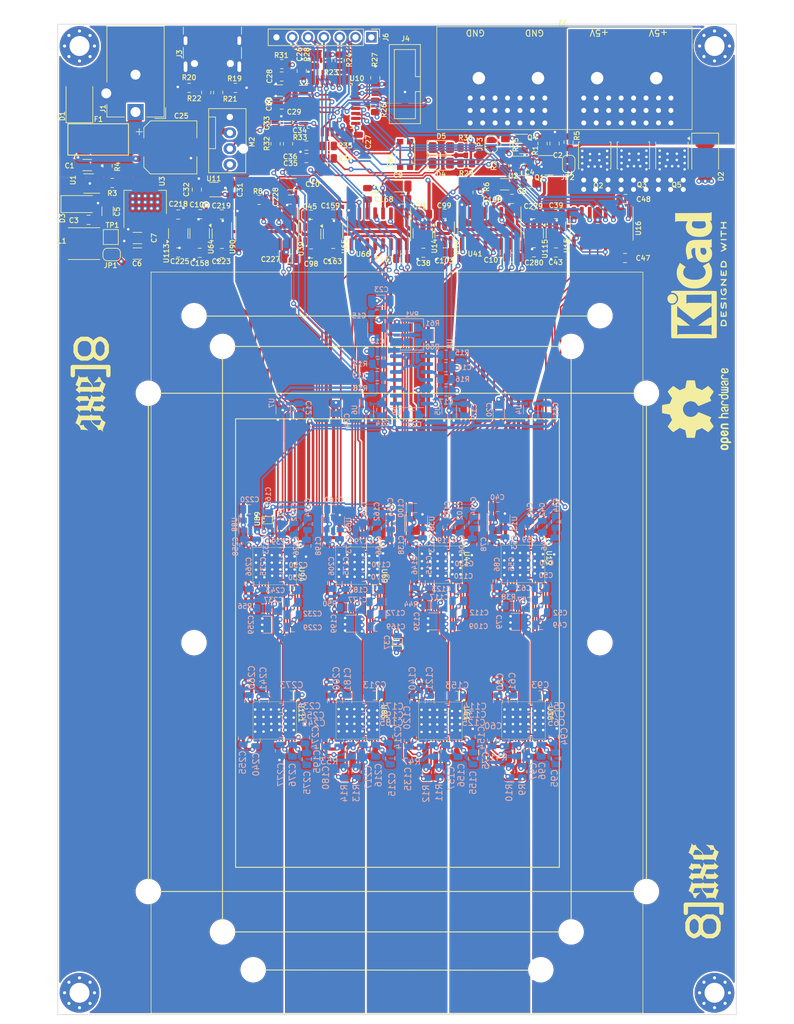
<source format=kicad_pcb>
(kicad_pcb (version 20240108) (generator "pcbnew") (generator_version "8.0")
  (title_block (rev "302"))
  (layers (0 "F.Cu" mixed) (1 "In1.Cu" signal) (2 "In2.Cu" signal) (31 "B.Cu" signal) (34 "B.Paste" user) (35 "F.Paste" user) (36 "B.SilkS" user "B.Silkscreen") (37 "F.SilkS" user "F.Silkscreen") (38 "B.Mask" user) (39 "F.Mask" user) (44 "Edge.Cuts" user))
  (net 0 "")
  (net 1 "GND")
  (net 2 "/flex/NRSTO_0")
  (net 3 "/flex/BO_0")
  (net 4 "/flex/RI_0")
  (net 5 "/flex/CO_0")
  (net 6 "+12V")
  (net 7 "+5V")
  (net 8 "/flex/BO_1")
  (net 9 "/flex/BO_2")
  (net 10 "/flex/NRSTO_2")
  (net 11 "/flex/RI_2")
  (net 12 "/flex/CO_2")
  (net 13 "/flex/NRSTO_1")
  (net 14 "/flex/RI_1")
  (net 15 "/flex/CO_1")
  (net 16 "+3V3A")
  (net 17 "/flex/V_FLEX1")
  (net 18 "+3V3")
  (net 19 "/flex/V_FLEX2")
  (net 20 "/flex/V_FLEX3")
  (net 21 "/flex/V_FLEX4")
  (net 22 "/Power/Q")
  (net 23 "+5V_PWR_EXT")
  (net 24 "/stm32/LED2")
  (net 25 "/stm32/LED1")
  (net 26 "/stm32/NRST")
  (net 27 "/stm32/SWDIO")
  (net 28 "/stm32/SWCLK")
  (net 29 "/stm32/USB_D-")
  (net 30 "/stm32/USB_D+")
  (net 31 "/Power/PWR_EN")
  (net 32 "/stm32/PWM_3V3")
  (net 33 "+1V8_3")
  (net 34 "/flex/flex1/BO")
  (net 35 "/flex/flex1/CO")
  (net 36 "Net-(D3-K)")
  (net 37 "Net-(U1-BS)")
  (net 38 "Net-(JP1-A)")
  (net 39 "Net-(U9D--)")
  (net 40 "Net-(U9C--)")
  (net 41 "Net-(U9B--)")
  (net 42 "Net-(U9A--)")
  (net 43 "Net-(U10-PA0)")
  (net 44 "Net-(U10-PA1)")
  (net 45 "Net-(U10-PA2)")
  (net 46 "Net-(U10-PA3)")
  (net 47 "Net-(U36-VDD1_1)")
  (net 48 "Net-(U36-VDD2_1)")
  (net 49 "Net-(U36-VDD3_1)")
  (net 50 "Net-(U44-VDD3_0)")
  (net 51 "Net-(U44-VDD2_0)")
  (net 52 "Net-(U44-VDD1_0)")
  (net 53 "Net-(U44-VDD1_1)")
  (net 54 "Net-(U44-VDD2_1)")
  (net 55 "Net-(U44-VDD3_1)")
  (net 56 "Net-(U61-VDD1_1)")
  (net 57 "Net-(U61-VDD2_1)")
  (net 58 "Net-(U61-VDD3_1)")
  (net 59 "Net-(U69-VDD3_0)")
  (net 60 "Net-(U69-VDD2_0)")
  (net 61 "Net-(U69-VDD1_0)")
  (net 62 "Net-(U69-VDD1_1)")
  (net 63 "Net-(U69-VDD2_1)")
  (net 64 "Net-(U69-VDD3_1)")
  (net 65 "Net-(U86-VDD1_1)")
  (net 66 "Net-(U86-VDD2_1)")
  (net 67 "Net-(U86-VDD3_1)")
  (net 68 "Net-(U94-VDD3_0)")
  (net 69 "Net-(U94-VDD2_0)")
  (net 70 "+0V8_3")
  (net 71 "Net-(U94-VDD1_0)")
  (net 72 "Net-(U19-VDD1_0)")
  (net 73 "Net-(U19-VDD2_0)")
  (net 74 "Net-(U19-VDD3_0)")
  (net 75 "Net-(U19-VDD1_1)")
  (net 76 "Net-(U19-VDD2_1)")
  (net 77 "Net-(U19-VDD3_1)")
  (net 78 "Net-(U111-VDD1_0)")
  (net 79 "Net-(U111-VDD2_0)")
  (net 80 "Net-(U111-VDD3_0)")
  (net 81 "Net-(U111-VDD1_1)")
  (net 82 "Net-(U111-VDD2_1)")
  (net 83 "Net-(U111-VDD3_1)")
  (net 84 "Net-(D4-A)")
  (net 85 "Net-(D5-A)")
  (net 86 "Net-(F1-Pad2)")
  (net 87 "Net-(J3-D--PadA7)")
  (net 88 "Net-(J3-D+-PadA6)")
  (net 89 "Net-(J3-CC1)")
  (net 90 "Net-(J3-CC2)")
  (net 93 "+0V8_0")
  (net 95 "/flex/flex4/CLKI")
  (net 96 "/flex/flex1/CLKI")
  (net 101 "Net-(JP2-B)")
  (net 102 "Net-(JP3-A)")
  (net 103 "Net-(Q4-G)")
  (net 104 "Net-(U1-FB)")
  (net 105 "+0V8_1")
  (net 106 "/flex/flex2/CLKI")
  (net 107 "/flex/flex3/CLKI")
  (net 108 "Net-(U10-BOOT0)")
  (net 109 "Net-(U44-RO)")
  (net 110 "Net-(U69-RI)")
  (net 111 "Net-(U111-RO)")
  (net 126 "Net-(U44-BI)")
  (net 128 "Net-(U44-NRSTI)")
  (net 129 "Net-(U44-CI)")
  (net 132 "Net-(U44-CLKI)")
  (net 133 "/stm32/SDA")
  (net 134 "/stm32/SCL")
  (net 135 "/Power/SHUTDOWN")
  (net 149 "Net-(U69-BO)")
  (net 153 "Net-(U69-CLKO)")
  (net 154 "Net-(U69-NRSTO)")
  (net 155 "Net-(U69-CO)")
  (net 156 "+0V8_2")
  (net 157 "Net-(U19-RI)")
  (net 164 "Net-(U19-NRSTO)")
  (net 165 "Net-(U111-BI)")
  (net 166 "Net-(U19-CO)")
  (net 167 "Net-(U19-CLKO)")
  (net 168 "Net-(U111-NRSTI)")
  (net 169 "Net-(U111-CI)")
  (net 170 "Net-(U19-BO)")
  (net 171 "Net-(U111-CLKI)")
  (net 172 "/flex/flex2/RO")
  (net 173 "/flex/flex2/I_CI")
  (net 174 "/flex/flex2/I_BI")
  (net 175 "/flex/flex2/I_RO")
  (net 178 "/flex/flex3/RO")
  (net 179 "/flex/flex4/RO")
  (net 180 "/flex/flex4/I_RO")
  (net 181 "/flex/flex4/I_BI")
  (net 182 "/flex/flex4/I_NRSTI")
  (net 183 "/flex/flex4/I_CI")
  (net 185 "/flex/RESET")
  (net 186 "/flex/TXD")
  (net 187 "/flex/RXD")
  (net 188 "/flex/flex1/I_RO")
  (net 189 "/flex/flex1/I_BI")
  (net 190 "/flex/flex1/I_CI")
  (net 191 "/flex/flex3/I_RO")
  (net 192 "/flex/flex3/I_BI")
  (net 193 "/flex/flex3/I_CI")
  (net 204 "/flex/flex2/BO")
  (net 205 "/flex/flex2/CO")
  (net 206 "/flex/flex3/BO")
  (net 207 "/flex/flex3/CO")
  (net 208 "/flex/2.5V")
  (net 213 "Net-(U9A-+)")
  (net 214 "/stm32/X")
  (net 216 "/stm32/TACHO")
  (net 217 "Net-(M2-PWM)")
  (net 218 "+5V_PWR")
  (net 219 "+1V8_2")
  (net 220 "V2_G1")
  (net 221 "/stm32/PWM_3V3_EXT")
  (net 222 "/stm32/SPARE1")
  (net 223 "/stm32/SPARE2")
  (net 224 "V1_G0")
  (net 225 "V3_G2")
  (net 226 "+1V8_1")
  (net 227 "+1V8_0")
  (net 228 "+6.5V")
  (footprint "Package_TO_SOT_SMD:SOT-23-5" (layer "F.Cu") (at 58.8625 56.3 90)
    (property "Reference" "U113")
    (property "Value" "NCP718xSN500")
  )
  (footprint "Qaxe:BM1366" (layer "F.Cu") (at 87.6496 109.6183 -90)
    (property "Reference" "U69")
    (property "Value" "BM1366_mode1")
  )
  (footprint "Capacitor_SMD:CP_Elec_8x10" (layer "F.Cu") (at 57.6 42.475)
    (property "Reference" "C25")
    (property "Value" "330µ")
  )
  (footprint "Resistor_SMD:R_0805_2012Metric" (layer "F.Cu") (at 60.6 32.917)
    (property "Reference" "R20")
    (property "Value" "5.1k")
  )
  (footprint "Qaxe:BM1366" (layer "F.Cu") (at 87.71 134.47 -90)
    (property "Reference" "U86")
    (property "Value" "BM1366_mode1")
  )
  (footprint "Package_TO_SOT_SMD:SOT-23-5" (layer "F.Cu") (at 98.15 56.2625 -90)
    (property "Reference" "U14")
    (property "Value" "MCP1824T-1802E")
  )
  (footprint "Resistor_SMD:R_0805_2012Metric" (layer "F.Cu") (at 111.407499 42.059 -90)
    (property "Reference" "R25")
    (property "Value" "10k")
  )
  (footprint "Inductor_SMD:L_Taiyo-Yuden_NR-50xx" (layer "F.Cu") (at 43.725 57.925)
    (property "Reference" "L1")
    (property "Value" "4.7µH/2A/3A")
  )
  (footprint "myfootprints:BARRIER-TERMINAL-ANYTEK-4pol" (layer "F.Cu") (at 120.8925 31.361 180)
    (property "Reference" "J2")
    (property "Value" "Conn_01x04")
  )
  (footprint "" (layer "F.Cu") (at 134.06 81.94)
    (property "Reference" "")
    (property "Value" "")
  )
  (footprint "Package_TO_SOT_SMD:SOT-23-5" (layer "F.Cu") (at 115.95 56.2625 -90)
    (property "Reference" "U115")
    (property "Value" "MCP1824T-1802E")
  )
  (footprint "Library2:8logo" (layer "F.Cu") (at 143.1 160.21 90)
    (property "Reference" "REF**" (hide yes))
    (property "Value" "LOGO" (hide yes))
  )
  (footprint "Capacitor_SMD:C_1206_3216Metric" (layer "F.Cu") (at 44.2472 45.308)
    (property "Reference" "C1")
    (property "Value" "10µ/50V")
  )
  (footprint "Package_SO:SOIC-16_3.9x9.9mm_P1.27mm" (layer "F.Cu") (at 73.165 55.5501 -90)
    (property "Reference" "U91" (hide yes))
    (property "Value" "ADUM141E0BRZ-RL7")
  )
  (footprint "Qaxe:BM1366" (layer "F.Cu") (at 100.968 134.52 -90)
    (property "Reference" "U61")
    (property "Value" "BM1366_mode1")
  )
  (footprint "Capacitor_SMD:C_0805_2012Metric" (layer "F.Cu") (at 75.481 31.097 180)
    (property "Reference" "C28")
    (property "Value" "100n")
  )
  (footprint "Jumper:SolderJumper-2_P1.3mm_Open_RoundedPad1.0x1.5mm" (layer "F.Cu") (at 48.175 59.675)
    (property "Reference" "JP1")
    (property "Value" "SolderJumper_2_Open")
  )
  (footprint "Resistor_SMD:R_0805_2012Metric" (layer "F.Cu") (at 76.5 41.897 -90)
    (property "Reference" "R33")
    (property "Value" "1k")
  )
  (footprint "Capacitor_SMD:C_0805_2012Metric" (layer "F.Cu") (at 58.8625 59.35)
    (property "Reference" "C225")
    (property "Value" "1µ")
  )
  (footprint "Capacitor_SMD:C_1206_3216Metric" (layer "F.Cu") (at 52.3 57.025 180)
    (property "Reference" "C7")
    (property "Value" "22µ/16V")
  )
  (footprint "MountingHole:MountingHole_3.2mm_M3_Pad_Via" (layer "F.Cu") (at 43 178.2)
    (property "Reference" "REF**" (hide yes))
    (property "Value" "MountingHole_3.2mm_M3_Pad_Via")
  )
  (footprint "Diode_SMD:D_SOD-128" (layer "F.Cu") (at 43.1932 51.577)
    (property "Reference" "D3")
    (property "Value" "PMEG4030EP,115")
  )
  (footprint "Diode_SMD:D_SMB" (layer "F.Cu") (at 42.9882 34.8538 90)
    (property "Reference" "D1")
    (property "Value" "SMBJ12A")
  )
  (footprint "LED_SMD:LED_1206_3216Metric" (layer "F.Cu") (at 101.1125 45)
    (property "Reference" "D4")
    (property "Value" "LED")
  )
  (footprint "MountingHole:MountingHole_3.7mm" (layer "F.Cu") (at 61.3918 121.9944)
    (property "Reference" "REF**" (hide yes))
    (property "Value" "MountingHole_3.7mm")
  )
  (footprint "myfootprints:TMP1075-DRL" (layer "F.Cu") (at 73.1756 102.3144 90)
    (property "Reference" "U89")
    (property "Value" "TMP1075")
  )
  (footprint "Connector:FanPinHeader_1x04_P2.54mm_Vertical" (layer "F.Cu") (at 67.15 37.6 -90)
    (property "Reference" "M2")
    (property "Value" "Fan_4pin")
  )
  (footprint "Capacitor_SMD:C_0805_2012Metric" (layer "F.Cu") (at 112.4772 50.7417 180)
    (property "Reference" "C108")
    (property "Value" "100n")
  )
  (footprint "Capacitor_SMD:C_0805_2012Metric" (layer "F.Cu") (at 62.3 59.4 180)
    (property "Reference" "C158")
    (property "Value" "1µ")
  )
  (footprint "Capacitor_SMD:C_0805_2012Metric" (layer "F.Cu") (at 115.3 48.2)
    (property "Reference" "C4")
    (property "Value" "100n")
  )
  (footprint "Resistor_SMD:R_0805_2012Metric" (layer "F.Cu") (at 80.8 28.497 -90)
    (property "Reference" "R28")
    (property "Value" "100k")
  )
  (footprint "Capacitor_SMD:C_0805_2012Metric" (layer "F.Cu") (at 79.45 44.197 180)
    (property "Reference" "C35")
    (property "Value" "100n")
  )
  (footprint "Package_TO_SOT_SMD:SOT-23-5" (layer "F.Cu") (at 65.8622 56.3387 -90)
    (property "Reference" "U90")
    (property "Value" "NCP114ASN080T1G")
  )
  (footprint "Capacitor_SMD:C_0805_2012Metric" (layer "F.Cu") (at 130.689 50.7579 180)
    (property "Reference" "C48")
    (property "Value" "100n")
  )
  (footprint "Capacitor_SMD:C_0805_2012Metric" (layer "F.Cu") (at 119.529 53.1539 180)
    (property "Reference" "C39")
    (property "Value" "100n")
  )
  (footprint "Capacitor_SMD:C_0805_2012Metric" (layer "F.Cu") (at 80.2 59.5 180)
    (property "Reference" "C98")
    (property "Value" "1µ")
  )
  (footprint "Resistor_SMD:R_0805_2012Metric" (layer "F.Cu") (at 106.9578 49.7003 -90)
    (property "Reference" "R6")
    (property "Value" "22")
  )
  (footprint "Resistor_SMD:R_0805_2012Metric" (layer "F.Cu") (at 84.8 28.497 -90)
    (property "Reference" "R24")
    (property "Value" "1.5k")
  )
  (footprint "Jumper:SolderJumper-2_P1.3mm_Open_RoundedPad1.0x1.5mm" (layer "F.Cu") (at 121.5754 45.1356 90)
    (property "Reference" "JP2")
    (property "Value" "SolderJumper_2_Open")
  )
  (footprint "Resistor_SMD:R_0805_2012Metric" (layer "F.Cu") (at 105.1125 42.5 180)
    (property "Reference" "R30")
    (property "Value" "560")
  )
  (footprint "Resistor_SMD:R_0805_2012Metric" (layer "F.Cu") (at 47.5112 45.445 90)
    (property "Reference" "R4")
    (property "Value" "7.15k")
  )
  (footprint "Capacitor_SMD:C_1206_3216Metric" (layer "F.Cu") (at 52.3 59.525 180)
    (property "Reference" "C6")
    (property "Value" "10µ/50V")
  )
  (footprint "Qaxe:BM1366" (layer "F.Cu") (at 74.3496 109.6933 -90)
    (property "Reference" "U94")
    (property "Value" "BM1366_mode1")
  )
  (footprint "Capacitor_SMD:C_0805_2012Metric" (layer "F.Cu") (at 130.624 60.2369 180)
    (property "Reference" "C47")
    (property "Value" "100n")
  )
  (footprint "Resistor_SMD:R_0805_2012Metric" (layer "F.Cu") (at 48.2612 48.195 180)
    (property "Reference" "R3")
    (property "Value" "49.9k")
  )
  (footprint "" (layer "F.Cu") (at 121.97 74.43)
    (property "Reference" "")
    (property "Value" "")
  )
  (footprint "Capacitor_SMD:C_0805_2012Metric" (layer "F.Cu") (at 87.8 41.397 -90)
    (property "Reference" "C27")
    (property "Value" "100n")
  )
  (footprint "" (layer "F.Cu") (at 121.97 168.43)
    (property "Reference" "")
    (property "Value" "")
  )
  (footprint "Symbol:KiCad-Logo2_8mm_SilkScreen" (layer "F.Cu") (at 141.37 63 90)
    (property "Reference" "REF**" (hide yes))
    (property "Value" "KiCad-Logo2_8mm_SilkScreen" (hide yes))
  )
  (footprint "Capacitor_SMD:C_0805_2012Metric" (layer "F.Cu") (at 94.8402 50.8427 180)
    (property "Reference" "C168")
    (property "Value" "100n")
  )
  (footprint "Resistor_SMD:R_0805_2012Metric" (layer "F.Cu") (at 71.85 50.9 180)
    (property "Reference" "R8")
    (property "Value" "22")
  )
  (footprint "Capacitor_SMD:C_0805_2012Metric" (layer "F.Cu") (at 98.2332 59.3902 180)
    (property "Reference" "C38")
    (property "Value" "1µ")
  )
  (footprint "myfootprints:PinHeader_IDC_2x05_P1.27mm_Vertical_SMD" (layer "F.Cu") (at 95.259 32.315 180)
    (property "Reference" "J4")
    (property "Value" "SWD")
  )
  (footprint "MountingHole:MountingHole_3.2mm_M3_Pad_Via" (layer "F.Cu") (at 145 178.2)
    (property "Reference" "REF**" (hide yes))
    (property "Value" "MountingHole_3.2mm_M3_Pad_Via")
  )
  (footprint "Capacitor_SMD:C_0805_2012Metric" (layer "F.Cu") (at 101.6662 53.1377 180)
    (property "Reference" "C99")
    (property "Value" "100n")
  )
  (footprint "Resistor_SMD:R_0805_2012Metric" (layer "F.Cu") (at 90.5 35.9 -90)
    (property "Reference" "R26")
    (property "Value" "10k")
  )
  (footprint "TestPoint:TestPoint_Pad_2.0x2.0mm" (layer "F.Cu") (at 48.025 56.865 180)
    (property "Reference" "TP1")
    (property "Value" "3V3")
  )
  (footprint "" (layer "F.Cu") (at 65.97 168.43)
    (property "Reference" "")
    (property "Value" "")
  )
  (footprint "myfootprints:dynatron-a38-cpu-cooler" (layer "F.Cu") (at 94 122 180)
    (property "Reference" "REF**" (hide yes))
    (property "Value" "dynatron-a38-cpu-cooler")
  )
  (footprint "Capacitor_SMD:C_0805_2012Metric" (layer "F.Cu") (at 78.7 30.197 90)
    (property "Reference" "C26")
    (property "Value" "100n")
  )
  (footprint "MountingHole:MountingHole_3.2mm_M3_Pad_Via" (layer "F.Cu") (at 43 26.2)
    (property "Reference" "REF**" (hide yes))
    (property "Value" "MountingHole_3.2mm_M3_Pad_Via")
  )
  (footprint "myfootprints:TMP1075-DRL" (layer "F.Cu") (at 94.09 121.93 90)
    (property "Reference" "U12" (hide yes))
    (property "Value" "TMP1075")
  )
  (footprint "Package_TO_SOT_SMD:SOT-23" (layer "F.Cu") (at 118.392499 45.347)
    (property "Reference" "Q1")
    (property "Value" "BSS138")
  )
  (footprint "myfootprints:fuseholder_littlefuse_blok" (layer "F.Cu") (at 46 41.2)
    (property "Reference" "F1")
    (property "Value" "0.5A")
  )
  (footprint "Qaxe:BM1366" (layer "F.Cu") (at 114.318 134.47 -90)
    (property "Reference" "U36")
    (property "Value" "BM1366_mode1")
  )
  (footprint "Capacitor_SMD:C_0805_2012Metric" (layer "F.Cu") (at 79.45 42.197 180)
    (property "Reference" "C36")
    (property "Value" "100n")
  )
  (footprint "Resistor_SMD:R_0805_2012Metric" (layer "F.Cu") (at 111.209 45.4356 90)
    (property "Reference" "R2")
    (property "Value" "10k")
  )
  (footprint "Package_TO_SOT_SMD:SOT-23-5" (layer "F.Cu") (at 119.511 56.2539 -90)
    (property "Reference" "U15")
    (property "Value" "NCP114ASN080T1G")
  )
  (footprint "Resistor_SMD:R_0805_2012Metric" (layer "F.Cu") (at 75.5 29.097)
    (property "Reference" "R31")
    (property "Value" "22")
  )
  (footprint "Package_TO_SOT_SMD:SOT-23-6" (layer "F.Cu") (at 114.2625 45.4436)
    (property "Reference" "U2")
    (property "Value" "74LVC1G175")
  )
  (footprint "Capacitor_SMD:C_0805_2012Metric" (layer "F.Cu") (at 65.8802 53.2387 180)
    (property "Reference" "C219")
    (property "Value" "100n")
  )
  (footprint "Capacitor_SMD:C_0805_2012Metric" (layer "F.Cu") (at 44.4632 54.117 180)
    (property "Reference" "C3")
    (property "Value" "10n/250V")
  )
  (footprint "Capacitor_SMD:C_0805_2012Metric" (layer "F.Cu") (at 76.7956 60.3217 180)
    (property "Reference" "C227")
    (property "Value" "100n")
  )
  (footprint "Package_SO:SOIC-16_3.9x9.9mm_P1.27mm" (layer "F.Cu") (at 91.125 55.5501 -90)
    (property "Reference" "U66")
    (property "Value" "ADUM141E0BRZ-RL7")
  )
  (footprint "Resistor_SMD:R_0805_2012Metric" (layer "F.Cu") (at 63.35 33.667 90)
    (property "Reference" "R22")
    (property "Value" "22")
  )
  (footprint "Package_TO_SOT_SMD:SOT-23-5" (layer "F.Cu") (at 62.3 56.3 -90)
    (property "Reference" "U64")
    (property "Value" "MCP1824T-1802E")
  )
  (footprint "Symbol:OSHW-Logo2_14.6x12mm_SilkScreen" (layer "F.Cu") (at 142.12 84.49 90)
    (property "Reference" "REF**" (hide yes))
    (property "Value" "OSHW-Logo2_14.6x12mm_SilkScreen" (hide yes))
  )
  (footprint "Capacitor_SMD:C_0805_2012Metric" (layer "F.Cu") (at 80.2 53.3 180)
    (property "Reference" "C45")
    (property "Value" "100n")
  )
  (footprint "Capacitor_SMD:C_1206_3216Metric" (layer "F.Cu") (at 94.2782 48.7 180)
    (property "Reference" "C9")
    (property "Value" "10µ/50V")
  )
  (footprint "Package_TO_SOT_SMD:SOT-23-6" (layer "F.Cu") (at 44.4632 48.275 180)
    (property "Reference" "U1")
    (property "Value" "AP3211")
  )
  (footprint "" (layer "F.Cu") (at 54.06 161.95)
    (property "Reference" "")
    (property "Value" "")
  )
  (footprint "Package_TO_SOT_SMD:SOT-23-5" (layer "F.Cu") (at 83.7342 56.3387 -90)
    (property "Reference" "U65")
    (property "Value" "NCP114ASN080T1G")
  )
  (footprint "Capacitor_SMD:C_0805_2012Metric" (layer "F.Cu") (at 94.8296 60.3217 180)
    (property "Reference" "C167")
    (property "Value" "100n")
  )
  (footprint "Capacitor_SMD:C_0805_2012Metric" (layer "F.Cu") (at 119.529 59.3539 180)
    (property "Reference" "C43")
    (property "Value" "1µ")
  )
  (footprint "Capacitor_SMD:C_0805_2012Metric" (layer "F.Cu") (at 101.6662 59.3377 180)
    (property "Reference" "C103")
    (property "Value" "1µ")
  )
  (footprint "Resistor_SMD:R_0805_2012Metric" (layer "F.Cu") (at 117.376499 41.86 90)
    (property "Reference" "R1")
    (property "Value" "10k")
  )
  (footprint "MountingHole:MountingHole_3.2mm_M3_Pad_Via" (layer "F.Cu") (at 145 26.2)
    (property "Reference" "REF**" (hide yes))
    (property "Value" "MountingHole_3.2mm_M3_Pad_Via")
  )
  (footprint "MountingHole:MountingHole_3.7mm" (layer "F.Cu") (at 126.5918 121.9944)
    (property "Reference" "REF**" (hide yes))
    (property "Value" "MountingHole_3.7mm")
  )
  (footprint "Capacitor_SMD:C_1206_3216Metric" (layer "F.Cu") (at 111.3 48.4 180)
    (property "Reference" "C8")
    (property "Value" "10µ/50V")
  )
  (footprint "" (layer "F.Cu") (at 65.97 74.43)
    (property "Reference" "")
    (property "Value" "")
  )
  (footprint "Capacitor_SMD:C_0805_2012Metric" (layer "F.Cu") (at 61.85 49.25 90)
    (property "Reference" "C32")
    (property "Value" "100n")
  )
  (footprint "Package_TO_SOT_SMD:LFPAK56" (layer "F.Cu") (at 131.964 43.747 -90)
    (property "Reference" "Q3")
    (property "Value" "TPH1R712MD,L1Q")
  )
  (footprint "Capacitor_SMD:C_0805_2012Metric" (layer "F.Cu") (at 98.2 53.2 180)
    (property "Reference" "C21")
    (property "Value" "100n")
  )
  (footprint "Capacitor_SMD:C_0805_2012Metric" (layer "F.Cu") (at 76.5 38.4345 90)
    (property "Reference" "C34")
    (property "Value" "100n")
  )
  (footprint "Capacitor_SMD:C_1206_3216Metric" (layer "F.Cu") (at 74.925 33.351 180)
    (property "Reference" "C30")
    (property "Value" "10µ/50V")
  )
  (footprint "Capacitor_SMD:C_0805_2012Metric" (layer "F.Cu") (at 75.481 35.597 180)
    (property "Reference" "C29")
    (property "Value" "1µ")
  )
  (footprint "LED_SMD:LED_1206_3216Metric" (layer "F.Cu") (at 101.1125 42.5)
    (property "Reference" "D5")
    (property "Value" "LED")
  )
  (footprint "Package_TO_SOT_SMD:SOT-223-3_TabPin2" (layer "F.Cu") (at 53.55 51.275 90)
    (property "Reference" "U3")
    (property "Value" "1117-3.3")
  )
  (footprint "Connector_USB:USB_C_Receptacle_GCT_USB4105-xx-A_16P_TopMnt_Horizontal" (layer "F.Cu") (at 64.35 26.417 180)
    (property "Reference" "J3")
    (property "Value" "USB_C_Receptacle_USB2.0")
  )
  (footprint "Package_TO_SOT_SMD:SOT-23-5" (layer "F.Cu") (at 80.2 56.4 -90)
    (property "Reference" "U39")
    (property "Value" "MCP1824T-1802E")
  )
  (footprint "Resistor_SMD:R_0805_2012Metric" (layer "F.Cu") (at 68.04 32.922 180)
    (property "Reference" "R19")
    (property "Value" "5.1k")
  )
  (footprint "Capacitor_SMD:C_0805_2012Metric" (layer "F.Cu") (at 62.4 53.2 180)
    (property "Reference" "C105")
    (property "Value" "100n")
  )
  (footprint "Capacitor_SMD:C_0805_2012Metric" (layer "F.Cu") (at 119.306899 41.86 90)
    (property "Reference" "C2")
    (property "Value" "100n")
  )
  (footprint "Connector_PinHeader_2.54mm:PinHeader_1x07_P2.54mm_Vertical" (layer "F.Cu") (at 89.875 24.8 -90)
    (property "Reference" "J6")
    (property "Value" "Conn_01x05")
  )
  (footprint "Package_TO_SOT_SMD:LFPAK56" (layer "F.Cu") (at 138.155 43.763 -90)
    (property "Reference" "Q5")
    (property "Value" "TPH1R712MD,L1Q")
  )
  (footprint "Package_TO_SOT_SMD:SOT-23" (layer "F.Cu") (at 114.328499 41.932)
    (property "Reference" "Q4")
    (property "Value" "BSS138")
  )
  (footprint "Resistor_SMD:R_0805_2012Metric" (layer "F.Cu") (at 65.277 33.667 90)
    (property "Reference" "R21")
    (property "Value" "22")
  )
  (footprint "Resistor_SMD:R_0805_2012Metric" (layer "F.Cu") (at 82.8 28.497 -90)
    (property "Reference" "R23")
    (property "Value" "1.5k")
  )
  (footprint "Resistor_SMD:R_0805_2012Metric" (layer "F.Cu") (at 105.1125 45 180)
    (property "Reference" "R29")
    (property "Value" "560")
  )
  (footprint "Capacitor_SMD:C_0805_2012Metric" (layer "F.Cu") (at 116 59.314 180)
    (property "Reference" "C280")
    (property "Value" "1µ")
  )
  (footprint "Connector_BarrelJack:BarrelJack_CUI_PJ-102AH_Horizontal" (layer "F.Cu") (at 52 36.797 180)
    (property "Reference" "J1")
    (property "Value" "Barrel_Jack_Switch")
  )
  (footprint "Package_SO:SOIC-16_3.9x9.9mm_P1.27mm" (layer "F.Cu") (at 108.845 55.4491 -90)
    (property "Reference" "U41")
    (property "Value" "ADUM141E0BRZ-RL7")
  )
  (footprint "Package_SO:SOIC-16_3.9x9.9mm_P1.27mm" (layer "F.Cu") (at 126.8648 55.4653 -90)
    (property "Reference" "U16")
    (property "Value" "ADUM141E0BRZ-RL7")
  )
  (footprint "Capacitor_SMD:C_0805_2012Metric" (layer "F.Cu") (at 74.5 38.4345 90)
    (property "Reference" "C33")
    (property "Value" "100n")
  )
  (footprint "Qaxe:BM1366" (layer "F.Cu") (at 100.9886 109.4643 -90)
    (property "Reference" "U44")
    (property "Value" "BM1366_mode1")
  )
  (footprint "Capacitor_SMD:C_0805_2012Metric" (layer "F.Cu") (at 65.8802 59.4387 180)
    (property "Reference" "C223")
    (property "Value" "1µ")
  )
  (footprint "Capacitor_SMD:C_0805_2012Metric" (layer "F.Cu") (at 83.7522 59.4387 180)
    (property "Reference" "C163")
    (property "Value" "1µ")
  )
  (footprint "Capacitor_SMD:C_0805_2012Metric" (layer "F.Cu") (at 115.9 53.2 180)
    (property "Reference" "C279")
    (property "Value" "100n")
  )
  (footprint "Capacitor_SMD:C_1206_3216Metric" (layer "F.Cu") (at 47.5112 52.72 90)
    (property "Reference" "C5")
    (property "Value" "22µ/16V")
  )
  (footprint "Qaxe:BM1366" (layer "F.Cu") (at 74.36 134.47 -90)
    (property "Reference" "U111")
    (property "Value" "BM1366_mode1")
  )
  (footprint "Resistor_SMD:R_0805_2012Metric" (layer "F.Cu") (at 90.512 31.3045 -90)
    (property "Reference" "R27")
    (property "Value" "10k")
  )
  (footprint "Capacitor_SMD:C_0805_2012Metric" (layer "F.Cu") (at 67.35 49.25 90)
    (property "Reference" "C31")
    (property "Value" "100n")
  )
  (footprint "Package_TO_SOT_SMD:SOT-23-5" (layer "F.Cu") (at 101.6482 56.2377 -90)
    (property "Reference" "U40")
    (property "Value" "NCP114ASN080T1G")
  )
  (footprint "Capacitor_SMD:C_0805_2012Metric" (layer "F.Cu") (at 76.7972 50.8427 180)
    (property "Reference" "C228")
    (property "Value" "100n")
  )
  (footprint "Resistor_SMD:R_0805_2012Metric" (layer "F.Cu") (at 82.9375 42.247)
    (property "Reference" "R35")
    (property "Value" "1k")
  )
  (footprint "Capacitor_SMD:C_0805_2012Metric" (layer "F.Cu") (at 83.7522 53.2387 180)
    (property "Reference" "C159")
    (property "Value" "100n")
  )
  (footprint "Diode_SMD:D_SMB" (layer "F.Cu") (at 143.5 43.85 -90)
    (property "Reference" "D2")
    (property "Value" "SMBJ5.0A")
  )
  (footprint "Button_Switch_SMD:SW_Push_1P1T_NO_CK_KMR2" (layer "F.Cu") (at 95.3 43.6 90)
    (property "Reference" "SW1")
    (property "Value" "boot")
  )
  (footprint "Resistor_SMD:R_0805_2012Metric" (layer "F.Cu") (at 82.925 44.247)
    (property "Reference" "R34")
    (property "Value" "1k")
  )
  (footprint "Capacitor_SMD:C_1206_3216Metric" (layer "F.Cu") (at 77.1112 48.3758 180)
    (property "Reference" "C10")
    (property "Value" "10µ/50V")
  )
  (footprint "Resistor_SMD:R_0805_2012Metric" (layer "F.Cu") (at 74.5 41.897 -90)
    (property "Reference" "R32")
    (property "Value" "1k")
  )
  (footprint "Capacitor_SMD:C_0805_2012Metric" (layer "F.Cu") (at 112.5842 60.1522 180)
    (property "Reference" "C107")
    (property "Value" "100n")
  )
  (footprint "Capacitor_SMD:C_0805_2012Metric" (layer "F.Cu") (at 58.8625 53.25)
    (property "Reference" "C218")
    (property "Value" "1µ")
  )
  (footprint "Resistor_SMD:R_0805_2012Metric" (layer "F.Cu") (at 89.2522 49.9283 -90)
    (property "Reference" "R7")
    (property "Value" "22")
  )
  (footprint "" (layer "F.Cu") (at 134.06 161.95)
    (property "Reference" "")
    (property "Value" "")
  )
  (footprint "Library2:8logo" (layer "F.Cu") (at 44.93 82.11 -90)
    (property "Reference" "REF**" (hide yes))
    (property "Value" "LOGO" (hide yes))
  )
  (footprint "Resistor_SMD:R_0805_2012Metric" (layer "F.Cu") (at 121.5504 41.6356 90)
    (property "Reference" "R5")
    (property "Value" "10k")
  )
  (footprint "Jumper:SolderJumper-2_P1.3mm_Open_RoundedPad1.0x1.5mm" (layer "F.Cu") (at 109.121499 41.932 90)
    (property "Reference" "JP3")
    (property "Value" "SolderJumper_2_Open")
  )
  (footprint "Qaxe:BM1366" (layer "F.Cu") (at 114.2276 109.3353 -90)
    (property "Reference" "U19")
    (property "Value" "BM1366_mode1")
  )
  (footprint "Package_TO_SOT_SMD:SOT-363_SC-70-6" (layer "F.Cu") (at 64.6 49.25 180)
    (property "Reference" "U11")
    (property "Value" "TXU0101")
  )
  (footprint "Package_QFP:LQFP-32_7x7mm_P0.8mm" (layer "F.Cu") (at 83.2 35.822)
    (property "Reference" "U10")
    (property "Value" "STM32L072KZT6")
  )
  (footprint "Package_TO_SOT_SMD:LFPAK56" (layer "F.Cu") (at 125.752 43.747 -90)
    (property "Reference" "Q2")
    (property "Value" "TPH1R712MD,L1Q")
  )
  (footprint "" (layer "F.Cu") (at 54.06 81.95)
    (property "Reference" "")
    (property "Value" "")
  )
  (footprint "Capacitor_SMD:C_0805_2012Metric" (layer "B.Cu") (at 77.2826 117.5183)
    (property "Reference" "C232")
    (property "Value" "1µ")
  )
  (footprint "Capacitor_SMD:C_0805_2012Metric" (layer "B.Cu") (at 77.2326 115.5183 180)
    (property "Reference" "C237")
    (property "Value" "1µ")
  )
  (footprint "Capacitor_SMD:C_0805_2012Metric" (layer "B.Cu") (at 104.824 84.6039 -90)
    (property "Reference" "C13")
    (property "Value" "100n")
  )
  (footprint "Capacitor_SMD:C_0805_2012Metric" (layer "B.Cu") (at 69.26 137.37 90)
    (property "Reference" "C255")
    (property "Value" "1µ")
  )
  (footprint "Capacitor_SMD:C_0805_2012Metric" (layer "B.Cu") (at 72.66 131.37 90)
    (property "Reference" "C241")
    (property "Value" "1µ")
  )
  (footprint "Capacitor_SMD:C_0805_2012Metric" (layer "B.Cu") (at 88.6496 107.4183 180)
    (property "Reference" "C179")
    (property "Value" "1µ")
  )
  (footprint "Capacitor_SMD:C_0805_2012Metric" (layer "B.Cu") (at 72.6208 112.4933 -90)
    (property "Reference" "C235")
    (property "Value" "1µ")
  )
  (footprint "Capacitor_SMD:C_0805_2012Metric" (layer "B.Cu") (at 85.9208 112.4183 -90)
    (property "Reference" "C175")
    (property "Value" "1µ")
  )
  (footprint "Capacitor_SMD:C_0805_2012Metric" (layer "B.Cu") (at 115.2776 109.1353 180)
    (property "Reference" "C70")
    (property "Value" "100n")
  )
  (footprint "Resistor_SMD:R_0805_2012Metric" (layer "B.Cu") (at 90.929 77.2409)
    (property "Reference" "R17")
    (property "Value" "1k")
  )
  (footprint "Capacitor_SMD:C_0805_2012Metric" (layer "B.Cu") (at 99.26 131.47 90)
    (property "Reference" "C121")
    (property "Value" "1µ")
  )
  (footprint "Capacitor_SMD:C_0805_2012Metric" (layer "B.Cu") (at 79.6496 102.9433 -90)
    (property "Reference" "C224")
    (property "Value" "1µ")
  )
  (footprint "Capacitor_SMD:C_0805_2012Metric" (layer "B.Cu") (at 101.9886 107.2643 180)
    (property "Reference" "C119")
    (property "Value" "1µ")
  )
  (footprint "Capacitor_SMD:C_0805_2012Metric" (layer "B.Cu") (at 101.8745 81.65)
    (property "Reference" "C17")
    (property "Value" "100n")
  )
  (footprint "Package_TO_SOT_SMD:SOT-23" (layer "B.Cu") (at 90.855 72.3185 -90)
    (property "Reference" "U8")
    (property "Value" "ISL21080CIH315Z-TK")
  )
  (footprint "Capacitor_SMD:C_0805_2012Metric" (layer "B.Cu") (at 69.4712 106.3465 -90)
    (property "Reference" "C258")
    (property "Value" "1µ")
  )
  (footprint "Capacitor_SMD:C_0805_2012Metric" (layer "B.Cu") (at 117.1606 119.1603 180)
    (property "Reference" "C49")
    (property "Value" "1µ" (hide yes))
  )
  (footprint "Resistor_SMD:R_0805_2012Metric" (layer "B.Cu") (at 99.0886 115.9803 180)
    (property "Reference" "R44")
    (property "Value" "10k")
  )
  (footprint "Capacitor_SMD:C_0805_2012Metric" (layer "B.Cu") (at 95.91 137.72 90)
    (property "Reference" "C135")
    (property "Value" "1µ")
  )
  (footprint "Resistor_SMD:R_0805_2012Metric" (layer "B.Cu") (at 85.51 142.77 -90)
    (property "Reference" "R14")
    (property "Value" "22")
  )
  (footprint "Capacitor_SMD:C_0805_2012Metric" (layer "B.Cu") (at 82.7712 106.2715 -90)
    (property "Reference" "C198")
    (property "Value" "1µ")
  )
  (footprint "Capacitor_SMD:C_0805_2012Metric" (layer "B.Cu") (at 75.4496 103.7183 -90)
    (property "Reference" "C221")
    (property "Value" "1µ")
  )
  (footprint "Capacitor_SMD:C_0805_2012Metric" (layer "B.Cu") (at 77.4496 103.7183 -90)
    (property "Reference" "C222")
    (property "Value" "1µ")
  )
  (footprint "Capacitor_SMD:C_0805_2012Metric" (layer "B.Cu") (at 110.17 100.2)
    (property "Reference" "C40")
    (property "Value" "100n")
  )
  (footprint "Capacitor_SMD:C_0805_2012Metric" (layer "B.Cu") (at 90.5826 117.4433)
    (property "Reference" "C172")
    (property "Value" "1µ")
  )
  (footprint "Capacitor_SMD:C_0805_2012Metric" (layer "B.Cu") (at 83.7496 100.5683)
    (property "Reference" "C160")
    (property "Value" "100n")
  )
  (footprint "Resistor_SMD:R_0805_2012Metric" (layer "B.Cu") (at 99.86 139.37 -90)
    (property "Reference" "R47")
    (property "Value" "10k")
  )
  (footprint "Capacitor_SMD:C_0805_2012Metric" (layer "B.Cu") (at 90.5326 115.4433 180)
    (property "Reference" "C177")
    (property "Value" "1µ")
  )
  (footprint "Resistor_SMD:R_0805_2012Metric" (layer "B.Cu") (at 114.11 142.72 -90)
    (property "Reference" "R9")
    (property "Value" "22")
  )
  (footprint "Oscillator:Oscillator_SMD_EuroQuartz_XO32-4Pin_3.2x2.5mm" (layer "B.Cu") (at 70.4364 103.1461 -90)
    (property "Reference" "U88")
    (property "Value" "25MHz")
  )
  (footprint "Capacitor_SMD:C_0805_2012Metric" (layer "B.Cu") (at 115.31 132.47 180)
    (property "Reference" "C54")
    (property "Value" "10µ/16V")
  )
  (footprint "Capacitor_SMD:C_0805_2012Metric" (layer "B.Cu") (at 75.3496 111.4933 180)
    (property "Reference" "C230")
    (property "Value" "10µ/16V")
  )
  (footprint "Capacitor_SMD:C_0805_2012Metric" (layer "B.Cu") (at 103.9216 117.2893)
    (property "Reference" "C112")
    (property "Value" "1µ")
  )
  (footprint "Capacitor_SMD:C_0805_2012Metric" (layer "B.Cu") (at 106.21 140.57 -90)
    (property "Reference" "C155")
    (property "Value" "1µ" (hide yes))
  )
  (footprint "Capacitor_SMD:C_0805_2012Metric" (layer "B.Cu") (at 88.71 136.47 180)
    (property "Reference" "C185")
    (property "Value" "1µ")
  )
  (footprint "Resistor_SMD:R_0805_2012Metric" (layer "B.Cu") (at 87.51 142.77 -90)
    (property "Reference" "R13")
    (property "Value" "22")
  )
  (footprint "Capacitor_SMD:C_0805_2012Metric" (layer "B.Cu") (at 115.3276 103.3603 -90)
    (property "Reference" "C41")
    (property "Value" "1µ")
  )
  (footprint "Capacitor_SMD:C_0805_2012Metric" (layer "B.Cu") (at 111.26 137.67 -90)
    (property "Reference" "C60")
    (property "Value" "1µ")
  )
  (footprint "Capacitor_SMD:C_0805_2012Metric" (layer "B.Cu") (at 86.01 131.42 90)
    (property "Reference" "C181")
    (property "Value" "1µ")
  )
  (footprint "Capacitor_SMD:C_0805_2012Metric" (layer "B.Cu") (at 101.96 134.52 180)
    (property "Reference" "C136")
    (property "Value" "100n")
  )
  (footprint "Capacitor_SMD:C_0805_2012Metric" (layer "B.Cu") (at 110.162 112.1201 90)
    (property "Reference" "C86")
    (property "Value" "1µ")
  )
  (footprint "Capacitor_SMD:C_1206_3216Metric" (layer "B.Cu") (at 110.349 85.349 90)
    (property "Reference" "C20")
    (property "Value" "10µ/50V")
  )
  (footprint "Capacitor_SMD:C_0805_2012Metric" (layer "B.Cu") (at 83.584 112.4031 90)
    (property "Reference" "C206")
    (property "Value" "1µ")
  )
  (footprint "Capacitor_SMD:C_0805_2012Metric" (layer "B.Cu") (at 119.5276 102.5853 -90)
    (property "Reference" "C44")
    (property "Value" "1µ")
  )
  (footprint "Capacitor_SMD:C_0805_2012Metric" (layer "B.Cu") (at 88.56 139.32 -90)
    (property "Reference" "C217")
    (property "Value" "1µ")
  )
  (footprint "Capacitor_SMD:C_0805_2012Metric" (layer "B.Cu") (at 75.36 134.47 180)
    (property "Reference" "C256")
    (property "Value" "100n")
  )
  (footprint "Capacitor_SMD:C_0805_2012Metric" (layer "B.Cu") (at 115.2276 111.1353 180)
    (property "Reference" "C50")
    (property "Value" "10µ/16V")
  )
  (footprint "Capacitor_SMD:C_0805_2012Metric" (layer "B.Cu") (at 71.4496 106.3973 90)
    (property "Reference" "C233")
    (property "Value" "1µ")
  )
  (footprint "Capacitor_SMD:C_0805_2012Metric" (layer "B.Cu") (at 84.7496 106.3223 90)
    (property "Reference" "C173")
    (property "Value" "1µ")
  )
  (footprint "Capacitor_SMD:C_0805_2012Metric" (layer "B.Cu") (at 117.16 139.32 -90)
    (property "Reference" "C96")
    (property "Value" "1µ")
  )
  (footprint "Resistor_SMD:R_0805_2012Metric" (layer "B.Cu") (at 85.7496 116.3343 180)
    (property "Reference" "R50")
    (property "Value" "10k")
  )
  (footprint "Capacitor_SMD:C_0805_2012Metric" (layer "B.Cu") (at 79.51 140.67 -90)
    (property "Reference" "C275")
    (property "Value" "1µ" (hide yes))
  )
  (footprint "Capacitor_SMD:C_0805_2012Metric" (layer "B.Cu") (at 104.0886 103.4893 -90)
    (property "Reference" "C102")
    (property "Value" "1µ")
  )
  (footprint "Oscillator:Oscillator_SMD_EuroQuartz_XO32-4Pin_3.2x2.5mm" (layer "B.Cu") (at 83.7364 103.0711 -90)
    (property "Reference" "U63")
    (property "Value" "25MHz")
  )
  (footprint "Capacitor_SMD:C_0805_2012Metric" (layer "B.Cu") (at 90.8 69.3)
    (property "Reference" "C15")
    (property "Value" "100n")
  )
  (footprint "Capacitor_SMD:C_0805_2012Metric" (layer "B.Cu") (at 75.3996 109.4933 180)
    (property "Reference" "C250")
    (property "Value" "100n")
  )
  (footprint "Capacitor_SMD:C_0805_2012Metric" (layer "B.Cu") (at 101.96 132.52 180)
    (property "Reference" "C114")
    (property "Value" "10µ/16V")
  )
  (footprint "Capacitor_SMD:C_0805_2012Metric" (layer "B.Cu") (at 115.2276 107.1353 180)
    (property "Reference" "C59")
    (property "Value" "1µ")
  )
  (footprint "Capacitor_SMD:C_0805_2012Metric" (layer "B.Cu") (at 119.3276 106.0853 -90)
    (property "Reference" "C46")
    (property "Value" "1µ")
  )
  (footprint "Resistor_SMD:R_0805_2012Metric" (layer "B.Cu") (at 112.3276 116.0513 180)
    (property "Reference" "R38")
    (property "Value" "10k")
  )
  (footprint "Capacitor_SMD:C_0805_2012Metric" (layer "B.Cu") (at 77.21 139.32 -90)
    (property "Reference" "C276")
    (property "Value" "1µ")
  )
  (footprint "Resistor_SMD:R_0805_2012Metric" (layer "B.Cu") (at 100.81 142.77 -90)
    (property "Reference" "R11")
    (property "Value" "22")
  )
  (footprint "Capacitor_SMD:C_0805_2012Metric" (layer "B.Cu") (at 111.3276 106.0393 90)
    (property "Reference" "C53")
    (property "Value" "1µ")
  )
  (footprint "Capacitor_SMD:C_0805_2012Metric" (layer "B.Cu") (at 109.26 137.67 90)
    (property "Reference" "C75")
    (property "Value" "1µ")
  )
  (footprint "Capacitor_SMD:C_0805_2012Metric" (layer "B.Cu") (at 109.3492 105.9885 -90)
    (property "Reference" "C78")
    (property "Value" "1µ")
  )
  (footprint "Capacitor_SMD:C_0805_2012Metric" (layer "B.Cu") (at 96.923 112.2491 90)
    (property "Reference" "C146")
    (property "Value" "1µ")
  )
  (footprint "Potentiometer_SMD:Potentiometer_Bourns_3214X_Vertical" (layer "B.Cu") (at 96.4 72.6 -90)
    (property "Reference" "RV1")
    (property "Value" "10k")
  )
  (footprint "Capacitor_SMD:C_0805_2012Metric" (layer "B.Cu") (at 77.1826 113.5183 180)
    (property "Reference" "C243")
    (property "Value" "1µ")
  )
  (footprint "Capacitor_SMD:C_0805_2012Metric" (layer "B.Cu") (at 119.16 137.12 -90)
    (property "Reference" "C94")
    (property "Value" "1µ")
  )
  (footprint "Capacitor_SMD:C_0805_2012Metric" (layer "B.Cu") (at 73.3756 102.0144 -90)
    (property "Reference" "C165")
    (property "Value" "100n")
  )
  (footprint "Capacitor_SMD:C_0805_2012Metric" (layer "B.Cu") (at 75.36 136.47 180)
    (property "Reference" "C245")
    (property "Value" "1µ")
  )
  (footprint "Capacitor_SMD:C_0805_2012Metric" (layer "B.Cu") (at 96.1102 106.1175 -90)
    (property "Reference" "C138")
    (property "Value" "1µ")
  )
  (footprint "Capacitor_SMD:C_0805_2012Metric" (layer "B.Cu") (at 117.0606 113.1603 180)
    (property "Reference" "C63")
    (property "Value" "1µ")
  )
  (footprint "Capacitor_SMD:C_0805_2012Metric" (layer "B.Cu") (at 90.8255 79.2 180)
    (property "Reference" "C19")
    (property "Value" "100n")
  )
  (footprint "Capacitor_SMD:C_0805_2012Metric" (layer "B.Cu") (at 115.31 136.47 180)
    (property "Reference" "C65")
    (property "Value" "1µ")
  )
  (footprint "Capacitor_SMD:C_0805_2012Metric" (layer "B.Cu") (at 115.16 139.32 -90)
    (property "Reference" "C97")
    (property "Value" "1µ")
  )
  (footprint "Capacitor_SMD:C_0805_2012Metric" (layer "B.Cu") (at 84.66 137.72 -90)
    (property "Reference" "C180")
    (property "Value" "1µ")
  )
  (footprint "Oscillator:Oscillator_SMD_EuroQuartz_XO32-4Pin_3.2x2.5mm" (layer "B.Cu") (at 97.0754 102.9171 -90)
    (property "Reference" "U38")
    (property "Value" "25MHz")
  )
  (footprint "Package_TO_SOT_SMD:SOT-363_SC-70-6" (layer "B.Cu") (at 102.38 84.6039 90)
    (property "Reference" "U5")
    (property "Value" "INA500DCK")
  )
  (footprint "Capacitor_SMD:C_0805_2012Metric" (layer "B.Cu") (at 75.21 139.32 -90)
    (property "Reference" "C277")
    (property "Value" "1µ")
  )
  (footprint "Capacitor_SMD:C_0805_2012Metric" (layer "B.Cu") (at 75.36 132.47 180)
    (property "Reference" "C234")
    (property "Value" "10µ/16V")
  )
  (footprint "Capacitor_SMD:C_0805_2012Metric" (layer "B.Cu") (at 112.61 131.42 90)
    (property "Reference" "C61")
    (property "Value" "1µ")
  )
  (footprint "Capacitor_SMD:C_0805_2012Metric" (layer "B.Cu") (at 90.5826 119.4433 180)
    (property "Reference" "C169")
    (property "Value" "1µ")
  )
  (footprint "Capacitor_SMD:C_0805_2012Metric" (layer "B.Cu") (at 77.2826 119.5183 180)
    (property "Reference" "C229")
    (property "Value" "1µ")
  )
  (footprint "Capacitor_SMD:C_0805_2012Metric" (layer "B.Cu") (at 96.9496 100.3683)
    (property "Reference" "C100")
    (property "Value" "100n")
  )
  (footprint "Capacitor_SMD:C_1210_3225Metric" (layer "B.Cu") (at 86.4496 118.9343 180)
    (property "Reference" "C199")
    (property "Value" "330µ/4V")
  )
  (footprint "Resistor_SMD:R_0805_2012Metric" (layer "B.Cu") (at 101.8745 79.7 180)
    (property "Reference" "R16")
    (property "Value" "1k")
  )
  (footprint "Package_TO_SOT_SMD:SOT-363_SC-70-6" (layer "B.Cu") (at 115.474 84.5539 90)
    (property "Reference" "U4")
    (property "Value" "INA500DCK")
  )
  (footprint "Capacitor_SMD:C_0805_2012Metric" (layer "B.Cu") (at 96.474 85.4539)
    (property "Reference" "C22")
    (property "Value" "100n")
  )
  (footprint "Capacitor_SMD:C_0805_2012Metric" (layer "B.Cu") (at 98.0886 106.1683 90)
    (property "Reference" "C113")
    (property "Value" "1µ")
  )
  (footprint "Capacitor_SMD:C_0805_2012Metric" (layer "B.Cu") (at 92.56 137.12 -90)
    (property "Reference" "C214")
    (property "Value" "1µ")
  )
  (footprint "Capacitor_SMD:C_0805_2012Metric" (layer "B.Cu") (at 101.851 77.7489)
    (property "Reference" "C16")
    (property "Value" "100n")
  )
  (footprint "Capacitor_SMD:C_0805_2012Metric" (layer "B.Cu") (at 90.7496 103.6433 -90)
    (property "Reference" "C162")
    (property "Value" "1µ")
  )
  (footprint "Capacitor_SMD:C_0805_2012Metric" (layer "B.Cu") (at 94.09 121.93 -90)
    (property "Reference" "C37")
    (property "Value" "100n" (hide yes))
  )
  (footprint "Capacitor_SMD:C_0805_2012Metric" (layer "B.Cu") (at 75.3496 107.4933 180)
    (property "Reference" "C239")
    (property "Value" "1µ")
  )
  (footprint "Capacitor_SMD:C_0805_2012Metric" (layer "B.Cu") (at 77.06 130.47 180)
    (property "Reference" "C273")
    (property "Value" "1µ")
  )
  (footprint "Capacitor_SMD:C_0805_2012Metric" (layer "B.Cu") (at 119.51 140.57 -90)
    (property "Reference" "C95")
    (property "Value" "1µ")
  )
  (footprint "Capacitor_SMD:C_0805_2012Metric" (layer "B.Cu") (at 70.26 131.37 -90)
    (property "Reference" "C260")
    (property "Value" "1µ")
  )
  (footprint "Capacitor_SMD:C_1210_3225Metric" (layer "B.Cu") (at 113.0276 118.6513 180)
    (property "Reference" "C79")
    (property "Value" "330µ/4V" (hide yes))
  )
  (footprint "Capacitor_SMD:C_0805_2012Metric" (layer "B.Cu") (at 103.81 139.37 -90)
    (property "Reference" "C156")
    (property "Value" "1µ")
  )
  (footprint "Resistor_SMD:R_0805_2012Metric" (layer "B.Cu") (at 72.4496 116.5093 180)
    (property "Reference" "R56")
    (property "Value" "10k")
  )
  (footprint "Capacitor_SMD:C_0805_2012Metric" (layer "B.Cu") (at 92.91 140.57 -90)
    (property "Reference" "C215")
    (property "Value" "1µ" (hide yes))
  )
  (footprint "Capacitor_SMD:C_0805_2012Metric" (layer "B.Cu") (at 79.4496 106.4433 -90)
    (property "Reference" "C226")
    (property "Value" "1µ")
  )
  (footprint "Capacitor_SMD:C_1206_3216Metric" (layer "B.Cu") (at 84.187 85.1 90)
    (property "Reference" "C24")
    (property "Value" "10µ/50V")
  )
  (footprint "Capacitor_SMD:C_0805_2012Metric" (layer "B.Cu") (at 92.7496 106.3683 -90)
    (property "Reference" "C166")
    (property "Value" "1µ")
  )
  (footprint "Capacitor_SMD:C_0805_2012Metric" (layer "B.Cu") (at 70.284 112.4781 90)
    (property "Reference" "C266")
    (property "Value" "1µ")
  )
  (footprint "Capacitor_SMD:C_0805_2012Metric" (layer "B.Cu") (at 102.0386 109.2643 180)
    (property "Reference" "C130")
    (property "Value" "100n")
  )
  (footprint "Capacitor_SMD:C_0805_2012Metric" (layer "B.Cu") (at 92.9496 102.8683 -90)
    (property "Reference" "C164")
    (property "Value" "1µ")
  )
  (footprint "Capacitor_SMD:C_0805_2012Metric" (layer "B.Cu") (at 103.66 130.52 180)
    (property "Reference" "C153")
    (property "Value" "1µ")
  )
  (footprint "Capacitor_SMD:C_0805_2012Metric" (layer "B.Cu") (at 90.4826 113.4433 180)
    (property "Reference" "C183")
    (property "Value" "1µ")
  )
  (footprint "Capacitor_SMD:C_0805_2012Metric" (layer "B.Cu") (at 117.974 84.5539 -90)
    (property "Reference" "C11")
    (property "Value" "100n")
  )
  (footprint "Capacitor_SMD:C_0805_2012Metric" (layer "B.Cu") (at 91.4768 84.6039 -90)
    (property "Reference" "C14")
    (property "Value" "100n")
  )
  (footprint "Capacitor_SMD:C_0805_2012Metric" (layer "B.Cu") (at 88.71 134.47 180)
    (property "Reference" "C196")
    (property "Value" "100n")
  )
  (footprint "Capacitor_SMD:C_1206_3216Metric" (layer "B.Cu") (at 91.4 67.1 180)
    (property "Reference" "C23")
    (property "Value" "10µ/50V")
  )
  (footprint "Resistor_SMD:R_0805_2012Metric" (layer "B.Cu") (at 112.16 142.72 -90)
    (property "Reference" "R10")
    (property "Value" "22")
  )
  (footprint "Package_SO:SOIC-14_3.9x8.7mm_P1.27mm" (layer "B.Cu") (at 96.324 79.8039)
    (property "Reference" "U9")
    (property "Value" "LM339")
  )
  (footprint "Capacitor_SMD:C_0805_2012Metric" (layer "B.Cu") (at 117.1606 117.1603)
    (property "Reference" "C52")
    (property "Value" "1µ")
  )
  (footprint "Resistor_SMD:R_0805_2012Metric" (layer "B.Cu") (at 86.61 139.3075 -90)
    (property "Reference" "R53")
    (property "Value" "10k")
  )
  (footprint "Capacitor_SMD:C_0805_2012Metric" (layer "B.Cu") (at 106.0886 106.2143 -90)
    (property "Reference" "C106")
    (property "Value" "1µ")
  )
  (footprint "Capacitor_SMD:C_0805_2012Metric" (layer "B.Cu") (at 88.7496 103.6433 -90)
    (property "Reference" "C161")
    (property "Value" "1µ")
  )
  (footprint "Capacitor_SMD:C_0805_2012Metric" (layer "B.Cu") (at 79.21 137.22 -90)
    (property "Reference" "C274")
    (property "Value" "1µ")
  )
  (footprint "Capacitor_SMD:C_0805_2012Metric" (layer "B.Cu") (at 70.2496 100.5683)
    (property "Reference" "C220")
    (property "Value" "100n")
  )
  (footprint "Package_TO_SOT_SMD:SOT-363_SC-70-6" (layer "B.Cu") (at 75.718 84.5539 90)
    (property "Reference" "U7")
    (property "Value" "INA500DCK")
  )
  (footprint "Capacitor_SMD:C_0805_2012Metric" (layer "B.Cu") (at 103.8716 115.2893 180)
    (property "Reference" "C117")
    (property "Value" "1µ")
  )
  (footprint "Capacitor_SMD:C_0805_2012Metric" (layer "B.Cu") (at 97.91 137.72 -90)
    (property "Reference" "C120")
    (property "Value" "1µ")
  )
  (footprint "Capacitor_SMD:C_0805_2012Metric" (layer "B.Cu") (at 88.6496 111.4183 180)
    (property "Reference" "C170")
    (property "Value" "10µ/16V")
  )
  (footprint "Capacitor_SMD:C_0805_2012Metric" (layer "B.Cu") (at 78.218 84.5539 -90)
    (property "Reference" "C12")
    (property "Value" "100n")
  )
  (footprint "Capacitor_SMD:C_0805_2012Metric" (layer "B.Cu") (at 103.9216 119.2893 180)
    (property "Reference" "C109")
    (property "Value" "1µ")
  )
  (footprint "Capacitor_SMD:C_0805_2012Metric" (layer "B.Cu") (at 112.4988 112.1353 -90)
    (property "Reference" "C55")
    (property "Value" "1µ")
  )
  (footprint "Capacitor_SMD:C_0805_2012Metric" (layer "B.Cu") (at 117.1106 115.1603 180)
    (property "Reference" "C57")
    (property "Value" "1µ")
  )
  (footprint "Capacitor_SMD:C_0805_2012Metric" (layer "B.Cu") (at 115.31 134.47 180)
    (property "Reference" "C76")
    (property "Value" "100n")
  )
  (footprint "Capacitor_SMD:C_0805_2012Metric" (layer "B.Cu") (at 88.71 132.47 180)
    (property "Reference" "C174")
    (property "Value" "10µ/16V")
  )
  (footprint "Capacitor_SMD:C_0805_2012Metric" (layer "B.Cu") (at 106.2886 102.7143 -90)
    (property "Reference" "C104")
    (property "Value" "1µ")
  )
  (footprint "Capacitor_SMD:C_0805_2012Metric" (layer "B.Cu") (at 101.96 136.52 180)
    (property "Reference" "C125")
    (property "Value" "1µ")
  )
  (footprint "Capacitor_SMD:C_0805_2012Metric" (layer "B.Cu") (at 101.81 139.37 -90)
    (property "Reference" "C157")
    (property "Value" "1µ")
  )
  (footprint "Capacitor_SMD:C_0805_2012Metric" (layer "B.Cu") (at 110.21 131.42 -90)
    (property "Reference" "C80")
    (property "Value" "1µ")
  )
  (footprint "Capacitor_SMD:C_1210_3225Metric" (layer "B.Cu") (at 99.7886 118.5803 180)
    (property "Reference" "C139")
    (property "Value" "330µ/4V")
  )
  (footprint "Capacitor_SMD:C_0805_2012Metric" (layer "B.Cu") (at 101.9886 111.2643 180)
    (property "Reference" "C110")
    (property "Value" "10µ/16V")
  )
  (footprint "Capacitor_SMD:C_0805_2012Metric" (layer "B.Cu") (at 105.81 137.12 -90)
    (property "Reference" "C154")
    (property "Value" "1µ")
  )
  (footprint "Capacitor_SMD:C_0805_2012Metric" (layer "B.Cu") (at 96.81 131.47 -90)
    (property "Reference" "C140")
    (property "Value" "1µ")
  )
  (footprint "Resistor_SMD:R_0805_2012Metric" (layer "B.Cu") (at 113.21 139.32 -90)
    (property "Reference" "R41")
    (property "Value" "10k")
  )
  (footprint "Capacitor_SMD:C_0805_2012Metric" (layer "B.Cu") (at 82.61 137.72 90)
    (property "Reference" "C195")
    (property "Value" "1µ")
  )
  (footprint "Package_TO_SOT_SMD:SOT-363_SC-70-6" (layer "B.Cu") (at 89.074 84.6039 90)
    (property "Reference" "U6")
    (property "Value" "INA500DCK")
  )
  (footprint "Resistor_SMD:R_0805_2012Metric" (layer "B.Cu") (at 101.9 75.8 180)
    (property "Reference" "R15")
    (property "Value" "1k")
  )
  (footprint "Capacitor_SMD:C_0805_2012Metric" (layer "B.Cu") (at 103.8216 113.2893 180)
    (property "Reference" "C123")
    (property "Value" "1µ")
  )
  (footprint "Capacitor_SMD:C_0805_2012Metric" (layer "B.Cu") (at 102.0886 103.4893 -90)
    (property "Reference" "C101")
    (property "Value" "1µ")
  )
  (footprint "Capacitor_SMD:C_0805_2012Metric" (layer "B.Cu") (at 88.6996 109.4183 180)
    (property "Reference" "C190")
    (property "Value" "100n")
  )
  (footprint "Oscillator:Oscillator_SMD_EuroQuartz_XO32-4Pin_3.2x2.5mm" (layer "B.Cu") (at 110.3144 102.7881 -90)
    (property "Reference" "U13")
    (property "Value" "25MHz")
  )
  (footprint "Resistor_SMD:R_0805_2012Metric" (layer "B.Cu") (at 90.8255 81.15)
    (property "Reference" "R18")
    (property "Value" "1k")
  )
  (footprint "Capacitor_SMD:C_0805_2012Metric" (layer "B.Cu") (at 99.2598 112.2643 -90)
    (property "Reference" "C115")
    (property "Value" "1µ")
  )
  (footprint "Capacitor_SMD:C_0805_2012Metric" (layer "B.Cu") (at 117.01 130.47 180)
    (property "Reference" "C93")
    (property "Value" "1µ")
  )
  (footprint "Capacitor_SMD:C_0805_2012Metric" (layer "B.Cu") (at 83.56 131.42 -90)
    (property "Reference" "C200")
    (property "Value" "1µ")
  )
  (footprint "Capacitor_SMD:C_0805_2012Metric" (layer "B.Cu") (at 117.3276 103.3603 -90)
    (property "Reference" "C42")
    (property "Value" "1µ")
  )
  (footprint "Capacitor_SMD:C_1210_3225Metric" (layer "B.Cu") (at 73.1496 119.1093 180)
    (property "Reference" "C259")
    (property "Value" "330µ/4V")
  )
  (footprint "Capacitor_SMD:C_0805_2012Metric" (layer "B.Cu") (at 90.56 139.32 -90)
    (property "Reference" "C216")
    (property "Value" "1µ")
  )
  (footprint "Capacitor_SMD:C_0805_2012Metric" (layer "B.Cu") (at 71.31 137.67 -90)
    (property "Reference" "C240")
    (property "Value" "1µ")
  )
  (footprint "Capacitor_SMD:C_0805_2012Metric" (layer "B.Cu") (at 90.85 75.3 180)
    (property "Reference" "C18")
    (property "Value" "100n")
  )
  (footprint "Resistor_SMD:R_0805_2012Metric" (layer "B.Cu") (at 96.5 73.8)
    (property "Reference" "R60")
    (property "Value" "3.92k")
  )
  (footprint "Resistor_SMD:R_0805_2012Metric" (layer "B.Cu") (at 96.4 71.4 180)
    (property "Reference" "R61")
    (property "Value" "6.04k")
  )
  (footprint "Capacitor_SMD:C_0805_2012Metric" (layer "B.Cu") (at 90.41 130.47 180)
    (property "Reference" "C213")
    (property "Value" "1µ")
  )
  (footprint "Resistor_SMD:R_0805_2012Metric" (layer "B.Cu") (at 98.81 142.82 -90)
    (property "Reference" "R12")
    (property "Value" "22")
  )
  (gr_line (start 68.074 86.0539) (end 68.074 158.0539) (stroke (width 0.15)) (layer "F.SilkS"))
  (gr_line (start 120.074 86.0539) (end 120.074 158.0539) (stroke (width 0.15)) (layer "F.SilkS"))
  (gr_line (start 61.4 69.56) (end 126.81 69.55) (stroke (width 0.15)) (layer "F.SilkS"))
  (gr_line (start 68.074 86.0539) (end 120.074 86.0539) (stroke (width 0.15)) (layer "F.SilkS"))
  (gr_line (start 70.92 174.54) (end 117.39 174.58) (stroke (width 0.15)) (layer "F.SilkS"))
  (gr_rect (start 54.06 81.95) (end 134.06 161.93) (stroke (width 0.15)) (fill none) (layer "F.SilkS"))
  (gr_line (start 120.074 158.0539) (end 68.074 158.0539) (stroke (width 0.15)) (layer "F.SilkS"))
  (gr_rect (start 65.97 74.43) (end 121.97 168.43) (stroke (width 0.15)) (fill none) (layer "F.SilkS"))
  (gr_line (start 39.5 22.7) (end 39.5 181.7) (stroke (width 0.1)) (layer "Edge.Cuts"))
  (gr_line (start 39.5 181.7) (end 148.5 181.7) (stroke (width 0.1)) (layer "Edge.Cuts"))
  (gr_line (start 148.5 22.7) (end 39.5 22.7) (stroke (width 0.1)) (layer "Edge.Cuts"))
  (gr_line (start 148.5 22.7) (end 148.5 181.7) (stroke (width 0.1)) (layer "Edge.Cuts"))
  (gr_text "GND" (at 108.2 23.5 180) (layer "F.SilkS") (effects (font (size 1 1)) (justify left bottom)))
  (gr_text "+5V" (at 137.6 23.5 180) (layer "F.SilkS") (effects (font (size 1 1)) (justify left bottom)))
  (gr_text "+5V" (at 128.1 23.5 180) (layer "F.SilkS") (effects (font (size 1 1)) (justify left bottom)))
  (gr_text "GND" (at 117.7 23.5 180) (layer "F.SilkS") (effects (font (size 1 1)) (justify left bottom)))
  (segment (start 68.095 30.097) (end 68.67 29.522) (width 0.5) (layer "F.Cu") (net 1))
  (segment (start 72.0906 108.5423) (end 73.2416 109.6933) (width 0.254) (layer "F.Cu") (net 1))
  (segment (start 75.2496 108.1433) (end 74.7916 108.1433) (width 0.254) (layer "F.Cu") (net 1))
  (segment (start 76.1066 111.9593) (end 76.07 111.9227) (width 0.254) (layer "F.Cu") (net 1))
  (segment (start 119.306899 40.91) (end 119.306899 40.069101) (width 0.3) (layer "F.Cu") (net 1))
  (segment (start 72.0906 108.5423) (end 72.5496 109.0013) (width 0.254) (layer "F.Cu") (net 1))
  (segment (start 59.8125 53.25) (end 59.8125 52.3125) (width 0.5) (layer "F.Cu") (net 1))
  (segment (start 64.9302 59.4387) (end 64.9302 60.325743) (width 1) (layer "F.Cu") (net 1))
  (segment (start 86.073 40.62) (end 86.061064 40.62) (width 0.254) (layer "F.Cu") (net 1))
  (segment (start 67.55 30.097) (end 68.095 30.097) (width 0.5) (layer "F.Cu") (net 1))
  (segment (start 76.1066 106.7773) (end 76.1066 107.4273) (width 0.254) (layer "F.Cu") (net 1))
  (segment (start 78.5 44.197) (end 78.5 42.197) (width 0.3) (layer "F.Cu") (net 1))
  (segment (start 80.4 31.647) (end 80.4 30.947) (width 0.3) (layer "F.Cu") (net 1))
  (segment (start 76.07 107.4639) (end 75.471 107.4639) (width 0.254) (layer "F.Cu") (net 1))
  (segment (start 76.117 132.204) (end 76.0916 132.2294) (width 0.254) (layer "F.Cu") (net 1))
  (segment (start 76.117 136.736) (end 76.0916 136.7106) (width 0.254) (layer "F.Cu") (net 1))
  (segment (start 60.95 42.5) (end 60.95 44.15) (width 1) (layer "F.Cu") (net 1))
  (segment (start 45.7252 51.245) (end 45.3932 51.577) (width 0.5) (layer "F.Cu") (net 1))
  (segment (start 60.95 44.15) (end 60.9 44.2) (width 1) (layer "F.Cu") (net 1))
  (segment (start 80.4 30.947) (end 78.7 29.247) (width 0.3) (layer "F.Cu") (net 1))
  (segment (start 60.605 30.097) (end 60.03 29.522) (width 0.5) (layer "F.Cu") (net 1))
  (segment (start 76.34 59.423398) (end 76.2166 59.299998) (width 0.4) (layer "F.Cu") (net 1))
  (segment (start 130.0398 52.9903) (end 130.0398 51.0587) (width 0.4) (layer "F.Cu") (net 1))
  (segment (start 72.0996 112.6093) (end 72.0996 110.8353) (width 0.254) (layer "F.Cu") (net 1))
  (segment (start 76.1066 112.6093) (end 76.1066 111.9593) (width 0.254) (layer "F.Cu") (net 1))
  (segment (start 50.825 59.525) (end 50.825 57.025) (width 1) (layer "F.Cu") (net 1))
  (segment (start 72.5496 109.2433) (end 72.7916 109.2433) (width 0.254) (layer "F.Cu") (net 1))
  (segment (start 73.9496 110.4013) (end 73.9496 110.2433) (width 0.254) (layer "F.Cu") (net 1))
  (segment (start 44.675 48.275) (end 44.6632 48.2632) (width 0.5) (layer "F.Cu") (net 1))
  (segment (start 113.125 45.4436) (end 112.1135 45.4436) (width 0.4) (layer "F.Cu") (net 1))
  (segment (start 85.823 40.858064) (end 85.823 41.194736) (width 0.254) (layer "F.Cu") (net 1))
  (segment (start 75.2496 107.6853) (end 75.2496 108.1433) (width 0.254) (layer "F.Cu") (net 1))
  (segment (start 61.85 48.3) (end 61.85 47.805) (width 0.254) (layer "F.Cu") (net 1))
  (segment (start 86.061064 40.62) (end 85.823 40.858064) (width 0.254) (layer "F.Cu") (net 1))
  (segment (start 74.531 35.597) (end 74.531 34.223) (width 1) (layer "F.Cu") (net 1))
  (segment (start 61.85 47.805) (end 62.171 47.484) (width 0.254) (layer "F.Cu") (net 1))
  (segment (start 73.9496 108.9853) (end 73.9496 109.2433) (width 0.254) (layer "F.Cu") (net 1))
  (segment (start 68.72 58.0251) (end 68.72 59.307) (width 0.5) (layer "F.Cu") (net 1))
  (segment (start 76.5 37.4845) (end 74.5 37.4845) (width 0.3) (layer "F.Cu") (net 1))
  (segment (start 66.13803 49.25) (end 66.413135 48.974895) (width 0.4) (layer "F.Cu") (net 1))
  (segment (start 65.55 49.25) (end 66.13803 49.25) (width 0.4) (layer "F.Cu") (net 1))
  (segment (start 119.306899 40.069101) (end 119.366 40.01) (width 0.3) (layer "F.Cu") (net 1))
  (segment (start 72.6916 110.2433) (end 73.2416 109.6933) (width 0.254) (layer "F.Cu") (net 1))
  (segment (start 86.766358 42.138094) (end 87.10303 42.138094) (width 0.254) (layer "F.Cu") (net 1))
  (segment (start 74.531 31.097) (end 74.531 32.27) (width 1) (layer "F.Cu") (net 1))
  (segment (start 76.34 59.9559) (end 76.34 59.423398) (width 0.4) (layer "F.Cu") (net 1))
  (segment (start 94.09 122.67) (end 94.09 123.4) (width 0.254) (layer "F.Cu") (net 1))
  (segment (start 59.6875 32.917) (end 58.933 32.917) (width 0.254) (layer "F.Cu") (net 1))
  (segment (start 126.2298 54.1012) (end 126.224 54.107) (width 0.254) (layer "F.Cu") (net 1))
  (segment (start 76.1066 107.4273) (end 76.07 107.4639) (width 0.254) (layer "F.Cu") (net 1))
  (segment (start 90.512 30.392) (end 90.512 29.494) (width 0.5) (layer "F.Cu") (net 1))
  (segment (start 75.06 132.62) (end 75.16 132.62) (width 0.254) (layer "F.Cu") (net 1))
  (segment (start 74.322 34.223) (end 74.531 34.223) (width 1) (layer "F.Cu") (net 1))
  (segment (start 61.15 30.097) (end 60.605 30.097) (width 0.5) (layer "F.Cu") (net 1))
  (segment (start 117.2196 45.5891) (end 117.2196 46.061601) (width 0.5) (layer "F.Cu") (net 1))
  (segment (start 72.5496 109.0013) (end 72.5496 109.2433) (width 0.254) (layer "F.Cu") (net 1))
  (segment (start 58.8625 57.4375) (end 58.8625 58.4) (width 0.5) (layer "F.Cu") (net 1))
  (segment (start 45.6007 48.275) (end 44.675 48.275) (width 0.5) (layer "F.Cu") (net 1))
  (segment (start 74.531 32.27) (end 73.45 33.351) (width 1) (layer "F.Cu") (net 1))
  (segment (start 78.7 29.247) (end 78.7 28.352) (width 0.3) (layer "F.Cu") (net 1))
  (segment (start 76.0916 136.7106) (end 75.7906 136.7106) (width 0.254) (layer "F.Cu") (net 1))
  (segment (start 87.10303 42.138094) (end 87.267124 41.974) (width 0.254) (layer "F.Cu") (net 1))
  (segment (start 112.1135 45.4436) (end 111.209 46.3481) (width 0.4) (layer "F.Cu") (net 1))
  (segment (start 61.35 59.4) (end 61.35 60.353) (width 1) (layer "F.Cu") (net 1))
  (segment (start 122.4198 54.2282) (end 122.414 54.234) (width 0.254) (layer "F.Cu") (net 1))
  (segment (start 117.2196 46.061601) (end 117.454999 46.297) (width 0.5) (layer "F.Cu") (net 1))
  (segment (start 72.101 131.554) (end 72.101 133.319) (width 0.254) (layer "F.Cu") (net 1))
  (segment (start 94.59 121.19) (end 94.59 121.817772) (width 0.254) (layer "F.Cu") (net 1))
  (segment (start 75.5256 132.2294) (end 75.035 132.72) (width 0.254) (layer "F.Cu") (net 1))
  (segment (start 86 40.547) (end 86.073 40.62) (width 0.254) (layer "F.Cu") (net 1))
  (segment (start 76.0916 132.2294) (end 75.5256 132.2294) (width 0.254) (layer "F.Cu") (net 1))
  (segment (start 75.9742 60.3217) (end 76.34 59.9559) (width 0.4) (layer "F.Cu") (net 1))
  (segment (start 78.7 28.352) (end 78.726 28.326) (width 0.3) (layer "F.Cu") (net 1))
  (segment (start 68.72 59.307) (end 68.6022 59.4248) (width 0.5) (layer "F.Cu") (net 1))
  (segment (start 130.0398 51.0587) (end 129.739 50.7579) (width 0.4) (layer "F.Cu") (net 1))
  (segment (start 72.101 133.319) (end 73.252 134.47) (width 0.254) (layer "F.Cu") (net 1))
  (segment (start 61.35 60.353) (end 61.4286 60.4316) (width 1) (layer "F.Cu") (net 1))
  (segment (start 50.825 57.025) (end 50.825 54.85) (width 1) (layer "F.Cu") (net 1))
  (segment (start 61.45 53.2) (end 62.113697 53.863697) (width 0.5) (layer "F.Cu") (net 1))
  (segment (start 47.5112 51.245) (end 45.7252 51.245) (width 0.5) (layer "F.Cu") (net 1))
  (segment (start 72.5496 108.2433) (end 72.0906 108.5423) (width 0.254) (layer "F.Cu") (net 1))
  (segment (start 73.1756 103.6144) (end 73.5756 104.0144) (width 0.254) (layer "F.Cu") (net 1))
  (segment (start 73.26 134.42) (end 75.06 132.62) (width 0.254) (layer "F.Cu") (net 1))
  (segment (start 93.239 33.585) (end 97.279 33.585) (width 0.3) (layer "F.Cu") (net 1))
  (segment (start 73.7916 110.2433) (end 73.2416 109.6933) (width 0.254) (layer "F.Cu") (net 1))
  (segment (start 85.823 41.194736) (end 86.766358 42.138094) (width 0.254) (layer "F.Cu") (net 1))
  (segment (start 75.471 107.4639) (end 75.2496 107.6853) (width 0.254) (layer "F.Cu") (net 1))
  (segment (start 73.1756 103.0544) (end 73.1756 103.6144) (width 0.254) (layer "F.Cu") (net 1))
  (segment (start 72.5496 110.3853) (end 72.5496 110.2433) (width 0.254) (layer "F.Cu") (net 1))
  (segment (start 72.5496 110.2433) (end 72.6916 110.2433) (width 0.254) (layer "F.Cu") (net 1))
  (segment (start 87.427 41.974) (end 87.8 42.347) (width 0.254) (layer "F.Cu") (net 1))
  (segment (start 126.2298 52.9903) (end 126.2298 54.1012) (width 0.254) (layer "F.Cu") (net 1))
  (segment (start 76.07 111.9227) (end 75.471 111.9227) (width 0.254) (layer "F.Cu") (net 1))
  (segment (start 75.7906 136.7106) (end 75.1 136.02) (width 0.254) (layer "F.Cu") (net 1))
  (segment (start 73.9496 110.2433) (end 73.7916 110.2433) (width 0.254) (layer "F.Cu") (net 1))
  (segment (start 43 32.85) (end 46.353 32.85) (width 2) (layer "F.Cu") (net 1))
  (segment (start 94.09 123.4) (end 93.9 123.59) (width 0.254) (layer "F.Cu") (net 1))
  (segment (start 62.3 54.209335) (end 62.113697 54.023032) (width 0.5) (layer "F.Cu") (net 1))
  (segment (start 68.9525 32.922) (end 69.812 32.922) (width 0.254) (layer "F.Cu") (net 1))
  (segment (start 73.21 134.42) (end 74.81 136.02) (width 0.254) (layer "F.Cu") (net 1))
  (segment (start 94.59 121.817772) (end 94.09 122.317772) (width 0.254) (layer "F.Cu") (net 1))
  (segment (start 73.6916 109.2433) (end 73.2416 109.6933) (width 0.254) (layer "F.Cu") (net 1))
  (segment (start 58.933 32.917) (end 58.787 32.771) (width 0.254) (layer "F.Cu") (net 1))
  (segment (start 67.35 48.3) (end 66.675105 48.974895) (width 0.4) (layer "F.Cu") (net 1))
  (segment (start 72.0906 106.7773) (end 72.0906 108.5423) (width 0.254) (layer "F.Cu") (net 1))
  (segment (start 87.267124 41.974) (end 87.427 41.974) (width 0.254) (layer "F.Cu") (net 1))
  (segment (start 80.1347 28.2498) (end 79.93 28.2498) (width 0.3) (layer "F.Cu") (net 1))
  (segment (start 80.8 27.5845) (end 80.1347 28.2498) (width 0.3) (layer "F.Cu") (net 1))
  (segment (start 122.4198 52.9903) (end 122.4198 54.2282) (width 0.254) (layer "F.Cu") (net 1))
  (segment (start 113.663631 42.882) (end 114.501499 43.719868) (width 0.4) (layer "F.Cu") (net 1))
  (segment (start 66.675105 48.974895) (end 66.413135 48.974895) (width 0.4) (layer "F.Cu") (net 1))
  (segment (start 90.512 29.494) (end 90.537 29.469) (width 0.5) (layer "F.Cu") (net 1))
  (segment (start 59.8125 52.3125) (end 59.7 52.2) (width 0.5) (layer "F.Cu") (net 1))
  (segment (start 86 39.997) (end 86 40.547) (width 0.254) (layer "F.Cu") (net 1))
  (segment (start 73.9496 109.2433) (end 73.6916 109.2433) (width 0.254) (layer "F.Cu") (net 1))
  (segment (start 47.5112 44.5325) (end 46.63245 45.41125) (width 0.5) (layer "F.Cu") (net 1))
  (segment (start 75.471 111.9227) (end 73.9496 110.4013) (width 0.254) (layer "F.Cu") (net 1))
  (segment (start 121.5754 46.4246) (end 121.5 46.5) (width 0.254) (layer "F.Cu") (net 1))
  (segment (start 58.8625 58.4) (end 59.8125 59.35) (width 0.5) (layer "F.Cu") (net 1))
  (segment (start 72.7916 109.2433) (end 73.2416 109.6933) (width 0.254) (layer "F.Cu") (net 1))
  (segment (start 116.7752 48.7252) (end 116.7752 49.1032) (width 0.5) (layer "F.Cu") (net 1))
  (segment (start 65.8622 54.1707) (end 64.9302 53.2387) (width 0.508) (layer "F.Cu") (net 1))
  (segment (start 72.11 135.612) (end 73.252 134.47) (width 0.254) (layer "F.Cu") (net 1))
  (segment (start 64.9302 60.325743) (end 65.201637 60.59718) (width 1) (layer "F.Cu") (net 1))
  (segment (start 76.117 131.554) (end 76.117 132.204) (width 0.254) (layer "F.Cu") (net 1))
  (segment (start 74.81 136.02) (end 75.11 136.02) (width 0.254) (layer "F.Cu") (net 1))
  (segment (start 76.117 137.386) (end 76.117 136.736) (width 0.254) (layer "F.Cu") (net 1))
  (segment (start 62.113697 53.863697) (end 62.113697 54.023032) (width 0.5) (layer "F.Cu") (net 1))
  (segment (start 121.5754 45.7856) (end 121.5754 46.4246) (width 0.254) (layer "F.Cu") (net 1))
  (segment (start 72.0996 110.8353) (end 72.5496 110.3853) (width 0.254) (layer "F.Cu") (net 1))
  (segment (start 72.11 137.386) (end 72.11 135.612) (width 0.254) (layer "F.Cu") (net 1))
  (segment (start 113.390999 42.882) (end 113.663631 42.882) (width 0.4) (layer "F.Cu") (net 1))
  (segment (start 73.45 33.351) (end 74.322 34.223) (width 1) (layer "F.Cu") (net 1))
  (segment (start 46.353 32.85) (end 47.3 33.797) (width 2) (layer "F.Cu") (net 1))
  (segment (start 74.7916 108.1433) (end 73.9496 108.9853) (width 0.254) (layer "F.Cu") (net 1))
  (segment (start 50.825 54.85) (end 51.25 54.425) (width 1) (layer "F.Cu") (net 1))
  (segment (start 116.25 48.2) (end 116.7752 48.7252) (width 0.5) (layer "F.Cu") (net 1))
  (segment (start 69.812 32.922) (end 69.836 32.898) (width 0.254) (layer "F.Cu") (net 1))
  (segment (start 65.8622 55.2012) (end 65.8622 54.1707) (width 0.508) (layer "F.Cu") (net 1))
  (segment (start 62.3 55.1625) (end 62.3 54.209335) (width 0.5) (layer "F.Cu") (net 1))
  (segment (start 94.09 122.317772) (end 94.09 122.67) (width 0.254) (layer "F.Cu") (net 1))
  (segment (start 76.34 58.0251) (end 76.34 59.9559) (width 0.4) (layer "F.Cu") (net 1))
  (via (at 75.2496 110.2433) (size 0.8) (drill 0.4) (layers "F.Cu" "B.Cu") (net 1))
  (via (at 72.6946 107.9433) (size 0.8) (drill 0.4) (layers "F.Cu" "B.Cu") (net 1))
  (via (at 90.537 29.469) (size 0.8) (drill 0.4) (layers "F.Cu" "B.Cu") (net 1))
  (via (at 103.618 77.856) (size 0.8) (drill 0.4) (layers "F.Cu" "B.Cu") (net 1))
  (via (at 89.14 75.189) (size 0.8) (drill 0.4) (layers "F.Cu" "B.Cu") (net 1))
  (via (at 122.414 54.234) (size 0.8) (drill 0.4) (layers "F.Cu" "B.Cu") (net 1))
  (via (at 72.56 136.27) (size 0.8) (drill 0.4) (layers "F.Cu" "B.Cu") (net 1))
  (via (at 103.618 81.539) (size 0.8) (drill 0.4) (layers "F.Cu" "B.Cu") (net 1))
  (via (at 117.75 38.547) (size 1.3) (drill 0.8) (layers "F.Cu" "B.Cu") (net 1))
  (via (at 79.7765 30.3235) (size 0.8) (drill 0.4) (layers "F.Cu" "B.Cu") (net 1))
  (via (at 65.998066 54.265211) (size 0.8) (drill 0.4) (layers "F.Cu" "B.Cu") (net 1))
  (via (at 90.2 73.3) (size 0.8) (drill 0.4) (layers "F.Cu" "B.Cu") (net 1))
  (via (at 113.75 34.547) (size 1.3) (drill 0.8) (layers "F.Cu" "B.Cu") (net 1))
  (via (at 109.75 36.547) (size 1.3) (drill 0.8) (layers "F.Cu" "B.Cu") (net 1))
  (via (at 110.349 82.936) (size 0.8) (drill 0.4) (layers "F.Cu" "B.Cu") (net 1))
  (via (at 44.6632 48.2632) (size 0.8) (drill 0.4) (layers "F.Cu" "B.Cu") (net 1))
  (via (at 72.6946 109.1433) (size 0.8) (drill 0.4) (layers "F.Cu" "B.Cu") (net 1))
  (via (at 73.745 133.92) (size 0.8) (drill 0.4) (layers "F.Cu" "B.Cu") (net 1))
  (via (at 68.6022 59.4248) (size 0.8) (drill 0.4) (layers "F.Cu" "B.Cu") (net 1))
  (via (at 119.366 40.01) (size 0.8) (drill 0.4) (layers "F.Cu" "B.Cu") (net 1))
  (via (at 72.6996 111.4933) (size 0.8) (drill 0.4) (layers "F.Cu" "B.Cu") (net 1))
  (via (at 115.44816 84.825014) (size 0.8) (drill 0.4) (layers "F.Cu" "B.Cu") (net 1))
  (via (at 69.836 32.898) (size 0.8) (drill 0.4) (layers "F.Cu" "B.Cu") (net 1))
  (via (at 73.8846 107.9433) (size 0.8) (drill 0.4) (layers "F.Cu" "B.Cu") (net 1))
  (via (at 62.171 47.484) (size 0.8) (drill 0.4) (layers "F.Cu" "B.Cu") (net 1))
  (via (at 71.4524 101.6221) (size 0.8) (drill 0.4) (layers "F.Cu" "B.Cu") (net 1))
  (via (at 71.215 132.72) (size 0.8) (drill 0.4) (layers "F.Cu" "B.Cu") (net 1))
  (via (at 75.655156 84.654) (size 0.8) (drill 0.4) (layers "F.Cu" "B.Cu") (net 1))
  (via (at 46.63245 45.41125) (size 0.8) (drill 0.4) (layers "F.Cu" "B.Cu") (net 1))
  (via (at 117.75 34.547) (size 1.3) (drill 0.8) (layers "F.Cu" "B.Cu") (net 1))
  (via (at 61.4286 60.4316) (size 0.8) (drill 0.4) (layers "F.Cu" "B.Cu") (net 1))
  (via (at 74.8606 86.196165) (size 0.8) (drill 0.4) (layers "F.Cu" "B.Cu") (net 1))
  (via (at 75.035 132.72) (size 0.8) (drill 0.4) (layers "F.Cu" "B.Cu") (net 1))
  (via (at 71.3546 109.1433) (size 0.8) (drill 0.4) (layers "F.Cu" "B.Cu") (net 1))
  (via (at 75.2396 111.2433) (size 0.8) (drill 0.4) (layers "F.Cu" "B.Cu") (net 1))
  (via (at 75.11 140.82) (size 0.8) (drill 0.4) (layers "F.Cu" "B.Cu") (net 1))
  (via (at 72.555 132.72) (size 0.8) (drill 0.4) (layers "F.Cu" "B.Cu") (net 1))
  (via (at 74.531 34.223) (size 0.8) (drill 0.4) (layers "F.Cu" "B.Cu") (net 1))
  (via (at 144.516 47.905) (size 0.8) (drill 0.4) (layers "F.Cu" "B.Cu") (net 1))
  (via (at 75.424 37.4845) (size 0.8) (drill 0.4) (layers "F.Cu" "B.Cu") (net 1))
  (via (at 73.5756 104.0144) (size 0.8) (drill 0.4) (layers "F.Cu" "B.Cu") (net 1))
  (via (at 115.75 36.547) (size 1.3) (drill 0.8) (layers "F.Cu" "B.Cu") (net 1))
  (via (at 71.3596 111.4933) (size 0.8) (drill 0.4) (layers "F.Cu" "B.Cu") (net 1))
  (via (at 143.5 47.905) (size 0.8) (drill 0.4) (layers "F.Cu" "B.Cu") (net 1))
  (via (at 72.3668 118.1093) (size 0.8) (drill 0.4) (layers "F.Cu" "B.Cu") (net 1))
  (via (at 90.8 67.1) (size 0.8) (drill 0.4) (layers "F.Cu" "B.Cu") (net 1))
  (via (at 109.75 38.547) (size 1.3) (drill 0.8) (layers "F.Cu" "B.Cu") (net 1))
  (via (at 50.197827 57.495827) (size 0.8) (drill 0.4) (layers "F.Cu" "B.Cu") (net 1))
  (via (at 73.9496 111.2433) (size 0.8) (drill 0.4) (layers "F.Cu" "B.Cu") (net 1))
  (via (at 71.3546 107.9433) (size 0.8) (drill 0.4) (layers "F.Cu" "B.Cu") (net 1))
  (via (at 91.1 70.2) (size 0.8) (drill 0.4) (layers "F.Cu" "B.Cu") (net 1))
  (via (at 84.187 83.444) (size 0.8) (drill 0.4) (layers "F.Cu" "B.Cu") (net 1))
  (via (at 71.22 136.27) (size 0.8) (drill 0.4) (layers "F.Cu" "B.Cu") (net 1))
  (via (at 94 70.5) (size 0.8) (drill 0.4) (layers "F.Cu" "B.Cu") (net 1))
  (via (at 107.75 34.547) (size 1.3) (drill 0.8) (layers "F.Cu" "B.Cu") (net 1))
  (via (at 71.3596 110.2933) (size 0.8) (drill 0.4) (layers "F.Cu" "B.Cu") (net 1))
  (via (at 71.22 135.07) (size 0.8) (drill 0.4) (layers "F.Cu" "B.Cu") (net 1))
  (via (at 75.601352 102.187493) (size 0.8) (drill 0.4) (layers "F.Cu" "B.Cu") (net 1))
  (via (at 102.348 84.714) (size 0.8) (drill 0.4) (layers "F.Cu" "B.Cu") (net 1))
  (via (at 129.943859 51.916941) (size 0.8) (drill 0.4) (layers "F.Cu" "B.Cu") (net 1))
  (via (at 50.825 55.623) (size 0.8) (drill 0.4) (layers "F.Cu" "B.Cu") (net 1))
  (via (at 111.75 38.547) (size 1.3) (drill 0.8) (layers "F.Cu" "B.Cu") (net 1))
  (via (at 78.5 43.185) (size 0.8) (drill 0.4) (layers "F.Cu" "B.Cu") (net 1))
  (via (at 72.555 133.92) (size 0.8) (drill 0.4) (layers "F.Cu" "B.Cu") (net 1))
  (via (at 66.413135 48.974895) (size 0.8) (drill 0.4) (layers "F.Cu" "B.Cu") (net 1))
  (via (at 111.75 36.547) (size 1.3) (drill 0.8) (layers "F.Cu" "B.Cu") (net 1))
  (via (at 111.75 34.547) (size 1.3) (drill 0.8) (layers "F.Cu" "B.Cu") (net 1))
  (via (at 142.484 47.905) (size 0.8) (drill 0.4) (layers "F.Cu" "B.Cu") (net 1))
  (via (at 60.9 44.2) (size 0.8) (drill 0.4) (layers "F.Cu" "B.Cu") (net 1))
  (via (at 105.75 38.547) (size 1.3) (drill 0.8) (layers "F.Cu" "B.Cu") (net 1))
  (via (at 105.75 36.547) (size 1.3) (drill 0.8) (layers "F.Cu" "B.Cu") (net 1))
  (via (at 65.201637 60.59718) (size 0.8) (drill 0.4) (layers "F.Cu" "B.Cu") (net 1))
  (via (at 73.81 136.02) (size 0.8) (drill 0.4) (layers "F.Cu" "B.Cu") (net 1))
  (via (at 117.2196 45.5891) (size 0.8) (drill 0.4) (layers "F.Cu" "B.Cu") (net 1))
  (via (at 72.3496 119.1173) (size 0.8) (drill 0.4) (layers "F.Cu" "B.Cu") (net 1))
  (via (at 72.3496 120.1173) (size 0.8) (drill 0.4) (layers "F.Cu" "B.Cu") (net 1))
  (via (at 45.981066 51.427134) (size 0.8) (drill 0.4) (layers "F.Cu" "B.Cu") (net 1))
  (via (at 74.531 32.27) (size 0.8) (drill 0.4) (layers "F.Cu" "B.Cu") (net 1))
  (via (at 115.75 38.547) (size 1.3) (drill 0.8) (layers "F.Cu" "B.Cu") (net 1))
  (via (at 97.424 81.473901) (size 0.8) (drill 0.4) (layers "F.Cu" "B.Cu") (net 1))
  (via (at 89.074 84.841) (size 0.8) (drill 0.4) (layers "F.Cu" "B.Cu") (net 1))
  (via (at 117.75 36.547) (size 1.3) (drill 0.8) (layers "F.Cu" "B.Cu") (net 1))
  (via (at 75.11 135.02) (size 0.8) (drill 0.4) (layers "F.Cu" "B.Cu") (net 1))
  (via (at 62.113697 54.023032) (size 0.8) (drill 0.4) (layers "F.Cu" "B.Cu") (net 1))
  (via (at 115.75 34.547) (size 1.3) (drill 0.8) (layers "F.Cu" "B.Cu") (net 1))
  (via (at 73.9496 110.2433) (size 0.8) (drill 0.4) (layers "F.Cu" "B.Cu") (net 1))
  (via (at 59.7 52.2) (size 0.8) (drill 0.4) (layers "F.Cu" "B.Cu") (net 1))
  (via (at 73.745 132.72) (size 0.8) (drill 0.4) (layers "F.Cu" "B.Cu") (net 1))
  (via (at 126.224 54.107) (size 0.8) (drill 0.4) (layers "F.Cu" "B.Cu") (net 1))
  (via (at 93.9 123.59) (size 0.8) (drill 0.4) (layers "F.Cu" "B.Cu") (net 1))
  (via (at 114.501499 43.719868) (size 0.8) (drill 0.4) (layers "F.Cu" "B.Cu") (net 1))
  (via (at 76.2166 59.299998) (size 0.8) (drill 0.4) (layers "F.Cu" "B.Cu") (net 1))
  (via (at 75.1746 107.9433) (size 0.8) (drill 0.4) (layers "F.Cu" "B.Cu") (net 1))
  (via (at 113.75 36.547) (size 1.3) (drill 0.8) (layers "F.Cu" "B.Cu") (net 1))
  (via (at 112.270558 45.398242) (size 0.8) (drill 0.4) (layers "F.Cu" "B.Cu") (net 1))
  (via (at 107.75 36.547) (size 1.3) (drill 0.8) (layers "F.Cu" "B.Cu") (net 1))
  (via (at 75.1746 109.1433) (size 0.8) (drill 0.4) (layers "F.Cu" "B.Cu") (net 1))
  (via (at 75.035 133.92) (size 0.8) (drill 0.4) (layers "F.Cu" "B.Cu") (net 1))
  (via (at 59.06875 58.60625) (size 0.8) (drill 0.4) (layers "F.Cu" "B.Cu") (net 1))
  (via (at 116.7752 49.1032) (size 0.8) (drill 0.4) (layers "F.Cu" "B.Cu") (net 1))
  (via (at 73.81 135.02) (size 0.8) (drill 0.4) (layers "F.Cu" "B.Cu") (net 1))
  (via (at 107.75 38.547) (size 1.3) (drill 0.8) (layers "F.Cu" "B.Cu") (net 1))
  (via (at 78.726 28.326) (size 0.8) (drill 0.4) (layers "F.Cu" "B.Cu") (net 1))
  (via (at 86.541252 41.86788) (size 0.8) (drill 0.4) (layers "F.Cu" "B.Cu") (net 1))
  (via (at 71.215 133.92) (size 0.8) (drill 0.4) (layers "F.Cu" "B.Cu") (net 1))
  (via (at 72.56 135.07) (size 0.8) (drill 0.4) (layers "F.Cu" "B.Cu") (net 1))
  (via (at 58.787 32.771) (size 0.8) (drill 0.4) (layers "F.Cu" "B.Cu") (net 1))
  (via (at 79.93 28.2498) (size 0.8) (drill 0.4) (layers "F.Cu" "B.Cu") (net 1))
  (via (at 113.75 38.547) (size 1.3) (drill 0.8) (layers "F.Cu" "B.Cu") (net 1))
  (via (at 95.2868 33.585) (size 0.8) (drill 0.4) (layers "F.Cu" "B.Cu") (net 1))
  (via (at 89.14 79.126) (size 0.8) (drill 0.4) (layers "F.Cu" "B.Cu") (net 1))
  (via (at 121.5 46.5) (size 0.8) (drill 0.4) (layers "F.Cu" "B.Cu") (net 1))
  (via (at 72.6996 110.2933) (size 0.8) (drill 0.4) (layers "F.Cu" "B.Cu") (net 1))
  (via (at 109.75 34.547) (size 1.3) (drill 0.8) (layers "F.Cu" "B.Cu") (net 1))
  (via (at 75.1 136.02) (size 0.8) (drill 0.4) (layers "F.Cu" "B.Cu") (net 1))
  (via (at 73.8846 109.1433) (size 0.8) (drill 0.4) (layers "F.Cu" "B.Cu") (net 1))
  (via (at 105.75 34.547) (size 1.3) (drill 0.8) (layers "F.Cu" "B.Cu") (net 1))
  (segment (start 71.4496 107.3473) (end 71.4408 107.3561) (width 0.508) (layer "B.Cu") (net 1))
  (segment (start 89.2869 75.3359) (end 89.14 75.189) (width 0.4) (layer "B.Cu") (net 1))
  (segment (start 90.3611 84.841) (end 89.074 84.841) (width 0.254) (layer "B.Cu") (net 1))
  (segment (start 75.068 85.988765) (end 74.8606 86.196165) (width 0.254) (layer "B.Cu") (net 1))
  (segment (start 74.41 136.47) (end 69.51 136.47) (width 0.5) (layer "B.Cu") (net 1))
  (segment (start 71.5114 102.3711) (end 71.5114 101.6811) (width 0.508) (layer "B.Cu") (net 1))
  (segment (start 74.41 132.47) (end 70.41 132.47) (width 0.5) (layer "B.Cu") (net 1))
  (segment (start 89.925 67.1) (end 90.8 67.1) (width 0.4) (layer "B.Cu") (net 1))
  (segment (start 70.284 111.5281) (end 72.5496 111.2433) (width 0.508) (layer "B.Cu") (net 1))
  (segment (start 74.8496 109.7433) (end 74.3996 109.5433) (width 0.508) (layer "B.Cu") (net 1))
  (segment (start 115.474 85.5039) (end 115.474 84.850854) (width 0.254) (layer "B.Cu") (net 1))
  (segment (start 102.787 81.5589) (end 103.5981 81.5589) (width 0.4) (layer "B.Cu") (net 1))
  (segment (start 75.718 83.6039) (end 75.718 84.591156) (width 0.254) (layer "B.Cu") (net 1))
  (segment (start 89.074 83.6539) (end 89.074 84.841) (width 0.254) (layer "B.Cu") (net 1))
  (segment (start 115.474 83.6039) (end 115.474 84.799174) (width 0.254) (layer "B.Cu") (net 1))
  (segment (start 75.718 85.5039) (end 75.718 84.716844) (width 0.254) (layer "B.Cu") (net 1))
  (segment (start 97.824001 81.0739) (end 98.799 81.0739) (width 0.4) (layer "B.Cu") (net 1))
  (segment (start 102.7635 77.7489) (end 103.5109 77.7489) (width 0.4) (layer "B.Cu") (net 1))
  (segment (start 91.75 69.55) (end 91.1 70.2) (width 0.4) (layer "B.Cu") (net 1))
  (segment (start 75.068 85.5039) (end 75.068 85.988765) (width 0.254) (layer "B.Cu") (net 1))
  (segment (start 102.38 84.682) (end 102.348 84.714) (width 0.254) (layer "B.Cu") (net 1))
  (segment (start 72.6208 111.5433) (end 73.6496 111.5433) (width 0.508) (layer "B.Cu") (net 1))
  (segment (start 102.38 84.746) (end 102.348 84.714) (width 0.254) (layer "B.Cu") (net 1))
  (segment (start 84.187 84.255) (end 84.187 83.444) (width 0.5) (layer "B.Cu") (net 1))
  (segment (start 74.3996 107.4933) (end 71.5956 107.4933) (width 0.508) (layer "B.Cu") (net 1))
  (segment (start 89.074 85.5539) (end 89.074 84.841) (width 0.254) (layer "B.Cu") (net 1))
  (segment (start 97.424 81.473901) (end 97.824001 81.0739) (width 0.4) (layer "B.Cu") (net 1))
  (segment (start 76.0996 113.1933) (end 74.3996 111.4933) (width 0.508) (layer "B.Cu") (net 1))
  (segment (start 71.5956 107.4933) (end 71.4496 107.3473) (width 0.508) (layer "B.Cu") (net 1))
  (segment (start 90.244 73.256) (end 90.2 73.3) (width 0.3) (layer "B.Cu") (net 1))
  (segment (start 110.349 83.874) (end 110.349 82.936) (width 0.5) (layer "B.Cu") (net 1))
  (segment (start 73.9496 111.2433) (end 74.2496 111.5433) (width 0.508) (layer "B.Cu") (net 1))
  (segment (start 74.4496 107.5433) (end 74.3996 107.4933) (width 0.508) (layer "B.Cu") (net 1))
  (segment (start 103.9841 84.714) (end 102.348 84.714) (width 0.254) (layer "B.Cu") (net 1))
  (segment (start 69.5308 107.3561) (end 69.4712 107.2965) (width 0.508) (layer "B.Cu") (net 1))
  (segment (start 72.5496 111.2433) (end 72.6056 111.5281) (width 0.508) (layer "B.Cu") (net 1))
  (segment (start 91.75 69.3) (end 91.75 69.55) (width 0.4) (layer "B.Cu") (net 1))
  (segment (start 75.11 140.37) (end 75.21 140.27) (width 0.4) (layer "B.Cu") (net 1))
  (segment (start 75.718 84.591156) (end 75.655156 84.654) (width 0.254) (layer "B.Cu") (net 1))
  (segment (start 90.855 73.256) (end 90.244 73.256) (width 0.3) (layer "B.Cu") (net 1))
  (segment (start 74.3996 109.5433) (end 74.4496 109.4933) (width 0.508) (layer "B.Cu") (net 1))
  (segment (start 69.51 136.47) (end 69.26 136.72) (width 0.5) (layer "B.Cu") (net 1))
  (segment (start 75.4496 102.339245) (end 75.601352 102.187493) (width 0.508) (layer "B.Cu") (net 1))
  (segment (start 75.718 84.716844) (end 75.655156 84.654) (width 0.254) (layer "B.Cu") (net 1))
  (segment (start 115.474 84.799174) (end 115.44816 84.825014) (width 0.254) (layer "B.Cu") (net 1))
  (segment (start 71.5114 101.6811) (end 71.4524 101.6221) (width 0.508) (layer "B.Cu") (net 1))
  (segment (start 73.6496 111.5433) (end 73.9496 111.2433) (width 0.508) (layer "B.Cu") (net 1))
  (segment (start 77.3681 84.654) (end 75.655156 84.654) (width 0.254) (layer "B.Cu") (net 1))
  (segment (start 93.85 70.65) (end 94 70.5) (width 0.4) (layer "B.Cu") (net 1))
  (segment (start 73.9496 108.2433) (end 74.4496 107.7433) (width 0.508) (layer "B.Cu") (net 1))
  (segment (start 93.85 71.45) (end 93.85 70.65) (width 0.4) (layer "B.Cu") (net 1))
  (segment (start 89.1599 79.1459) (end 89.14 79.126) (width 0.4) (layer "B.Cu") (net 1))
  (segment (start 91.074 85.5539) (end 90.3611 84.841) (width 0.254) (layer "B.Cu") (net 1))
  (segment (start 90.0165 75.3359) (end 89.2869 75.3359) (width 0.4) (layer "B.Cu") (net 1))
  (segment (start 78.218 85.5039) (end 77.3681 84.654) (width 0.254) (layer "B.Cu") (net 1))
  (segment (start 74.41 132.47) (end 74.41 136.47) (width 0.5) (layer "B.Cu") (net 1))
  (segment (start 103.5109 77.7489) (end 103.618 77.856) (width 0.4) (layer "B.Cu") (net 1))
  (segment (start 74.4496 107.7433) (end 74.4496 107.5433) (width 0.508) (layer "B.Cu") (net 1))
  (segment (start 75.11 140.82) (end 75.11 140.37) (width 0.4) (layer "B.Cu") (net 1))
  (segment (start 97.424 85.4539) (end 97.424 81.473901) (width 0.4) (layer "B.Cu") (net 1))
  (segment (start 72.6056 111.5281) (end 72.6208 111.5433) (width 0.508) (layer "B.Cu") (net 1))
  (segment (start 117.974 85.5039) (end 117.295114 84.825014) (width 0.254) (layer "B.Cu") (net 1))
  (segment (start 104.824 85.5539) (end 103.9841 84.714) (width 0.254) (layer "B.Cu") (net 1))
  (segment (start 73.3756 102.9644) (end 73.3756 103.8144) (width 0.254) (layer "B.Cu") (net 1))
  (segment (start 89.913 79.1459) (end 89.1599 79.1459) (width 0.4) (layer "B.Cu") (net 1))
  (segment (start 102.38 85.5539) (end 102.38 84.746) (width 0.254) (layer "B.Cu") (net 1))
  (segment (start 70.41 132.47) (end 70.26 132.32) (width 0.5) (layer "B.Cu") (net 1))
  (segment (start 93.9 71.4) (end 93.85 71.45) (width 0.5) (layer "B.Cu") (net 1))
  (segment (start 74.3496 111.5433) (end 74.3996 111.4933) (width 0.508) (layer "B.Cu") (net 1))
  (segment (start 73.3756 103.8144) (end 73.5756 104.0144) (width 0.254) (layer "B.Cu") (net 1))
  (segment (start 76.0996 113.5183) (end 76.0996 113.1933) (width 0.508) (layer "B.Cu") (net 1))
  (segment (start 75.4496 102.7683) (end 75.4496 102.339245) (width 0.508) (layer "B.Cu") (net 1))
  (segment (start 115.474 84.850854) (end 115.44816 84.825014) (width 0.254) (layer "B.Cu") (net 1))
  (segment (start 102.38 83.6539) (end 102.38 84.682) (width 0.254) (layer "B.Cu") (net 1))
  (segment (start 71.4408 107.3561) (end 69.5308 107.3561) (width 0.508) (layer "B.Cu") (net 1))
  (segment (start 95.4875 71.4) (end 93.9 71.4) (width 0.5) (layer "B.Cu") (net 1))
  (segment (start 117.295114 84.825014) (end 115.44816 84.825014) (width 0.254) (layer "B.Cu") (net 1))
  (segment (start 74.2496 111.5433) (end 74.3496 111.5433) (width 0.508) (layer "B.Cu") (net 1))
  (segment (start 103.5981 81.5589) (end 103.618 81.539) (width 0.4) (layer "B.Cu") (net 1))
  (segment (start 115.4826 103.8683) (end 115.4826 106.4193) (width 0.254) (layer "F.Cu") (net 2))
  (segment (start 119.351 99.9999) (end 115.4826 103.8683) (width 0.254) (layer "F.Cu") (net 2))
  (segment (start 127.4998 59.2161) (end 127.449 59.2669) (width 0.4) (layer "F.Cu") (net 2))
  (segment (start 119.351 68.1682) (end 119.351 99.9999) (width 0.254) (layer "F.Cu") (net 2))
  (segment (start 127.449 59.2669) (end 127.449 60.0702) (width 0.254) (layer "F.Cu") (net 2))
  (segment (start 109.48 52.9741) (end 109.48 51.5469) (width 0.4) (layer "F.Cu") (net 2))
  (segment (start 127.4998 57.9403) (end 127.4998 59.2161) (width 0.4) (layer "F.Cu") (net 2))
  (segment (start 127.449 60.0702) (end 119.351 68.1682) (width 0.254) (layer "F.Cu") (net 2))
  (segment (start 127.449 57.9911) (end 127.4998 57.9403) (width 0.254) (layer "F.Cu") (net 2))
  (segment (start 109.48 51.5469) (end 110.2852 50.7417) (width 0.4) (layer "F.Cu") (net 2))
  (via (at 127.449 59.2669) (size 0.8) (drill 0.4) (layers "F.Cu" "B.Cu") (net 2))
  (via (at 110.2852 50.7417) (size 0.8) (drill 0.4) (layers "F.Cu" "B.Cu") (net 2))
  (segment (start 110.0062 50.7417) (end 114.3323 55.0678) (width 0.254) (layer "B.Cu") (net 2))
  (segment (start 114.3323 55.0678) (end 119.632718 55.0678) (width 0.254) (layer "B.Cu") (net 2))
  (segment (start 123.831818 59.2669) (end 127.449 59.2669) (width 0.254) (layer "B.Cu") (net 2))
  (segment (start 119.632718 55.0678) (end 123.831818 59.2669) (width 0.254) (layer "B.Cu") (net 2))
  (segment (start 107.5 88.5) (end 107.5 138.552736) (width 0.3) (layer "F.Cu") (net 3))
  (segment (start 107.5 138.552736) (end 107.46 138.592736) (width 0.3) (layer "F.Cu") (net 3))
  (segment (start 109.6 86.4) (end 109.6 62.9) (width 0.3) (layer "F.Cu") (net 3))
  (segment (start 107.5 88.5) (end 109.6 86.4) (width 0.3) (layer "F.Cu") (net 3))
  (segment (start 113.8806 144.1494) (end 111.528583 144.1494) (width 0.254) (layer "F.Cu") (net 3))
  (segment (start 111.528583 144.1494) (end 107.46 140.080817) (width 0.254) (layer "F.Cu") (net 3))
  (segment (start 108.21 52.9741) (end 108.35617 52.82793) (width 0.4) (layer "F.Cu") (net 3))
  (segment (start 108.35617 52.82793) (end 108.35617 51.52773) (width 0.4) (layer "F.Cu") (net 3))
  (segment (start 107.46 138.592736) (end 107.46 140.080817) (width 0.3) (layer "F.Cu") (net 3))
  (segment (start 114.16 143.87) (end 113.8806 144.1494) (width 0.254) (layer "F.Cu") (net 3))
  (segment (start 109.6 62.9) (end 110.7 61.8) (width 0.3) (layer "F.Cu") (net 3))
  (via (at 108.35617 51.52773) (size 0.8) (drill 0.4) (layers "F.Cu" "B.Cu") (net 3))
  (via (at 114.16 143.87) (size 0.8) (drill 0.4) (layers "F.Cu" "B.Cu") (net 3))
  (via (at 110.7 61.8) (size 0.8) (drill 0.4) (layers "F.Cu" "B.Cu") (net 3))
  (segment (start 108.35617 51.52773) (end 108.35617 54.55617) (width 0.254) (layer "B.Cu") (net 3))
  (segment (start 110.9 61.6) (end 110.7 61.8) (width 0.254) (layer "B.Cu") (net 3))
  (segment (start 110.9 57.1) (end 110.9 61.6) (width 0.254) (layer "B.Cu") (net 3))
  (segment (start 108.35617 54.55617) (end 110.9 57.1) (width 0.254) (layer "B.Cu") (net 3))
  (segment (start 108.4524 89.07718) (end 111.7 85.82958) (width 0.3) (layer "F.Cu") (net 4))
  (segment (start 106.9578 49.142) (end 107.3642 49.5484) (width 0.4) (layer "F.Cu") (net 4))
  (segment (start 111.7 64.3) (end 114.1 61.9) (width 0.3) (layer "F.Cu") (net 4))
  (segment (start 110.11 139.92) (end 108.4124 138.2224) (width 0.254) (layer "F.Cu") (net 4))
  (segment (start 111.7 85.82958) (end 111.7 64.3) (width 0.3) (layer "F.Cu") (net 4))
  (segment (start 110.66 139.92) (end 110.11 139.92) (width 0.254) (layer "F.Cu") (net 4))
  (segment (start 113.56 138.87) (end 114.569 137.861) (width 0.254) (layer "F.Cu") (net 4))
  (segment (start 106.9578 48.7878) (end 106.9578 49.142) (width 0.4) (layer "F.Cu") (net 4))
  (segment (start 114.569 137.861) (end 114.569 137.386) (width 0.254) (layer "F.Cu") (net 4))
  (segment (start 108.4524 138.1824) (end 108.4124 138.2224) (width 0.3) (layer "F.Cu") (net 4))
  (segment (start 108.4524 89.07718) (end 108.4524 138.1824) (width 0.3) (layer "F.Cu") (net 4))
  (via (at 113.56 138.87) (size 0.8) (drill 0.4) (layers "F.Cu" "B.Cu") (net 4))
  (via (at 110.66 139.92) (size 0.8) (drill 0.4) (layers "F.Cu" "B.Cu") (net 4))
  (via (at 107.3642 49.5484) (size 0.8) (drill 0.4) (layers "F.Cu" "B.Cu") (net 4))
  (via (at 114.1 61.9) (size 0.8) (drill 0.4) (layers "F.Cu" "B.Cu") (net 4))
  (segment (start 113.2106 55.3181) (end 114.1 56.2075) (width 0.254) (layer "B.Cu") (net 4))
  (segment (start 110.71 139.92) (end 111.11 139.52) (width 0.254) (layer "B.Cu") (net 4))
  (segment (start 114.1 56.2075) (end 114.1 61.9) (width 0.254) (layer "B.Cu") (net 4))
  (segment (start 110.66 139.97) (end 110.76 139.87) (width 0.254) (layer "B.Cu") (net 4))
  (segment (start 110.66 139.92) (end 110.66 139.97) (width 0.254) (layer "B.Cu") (net 4))
  (segment (start 112.0975 139.52) (end 113.21 138.4075) (width 0.254) (layer "B.Cu") (net 4))
  (segment (start 111.11 139.52) (end 112.0975 139.52) (width 0.254) (layer "B.Cu") (net 4))
  (segment (start 107.3642 49.5484) (end 107.4409 49.5484) (width 0.254) (layer "B.Cu") (net 4))
  (segment (start 107.4409 49.5484) (end 113.2106 55.3181) (width 0.254) (layer "B.Cu") (net 4))
  (segment (start 110.66 139.92) (end 110.71 139.92) (width 0.254) (layer "B.Cu") (net 4))
  (segment (start 111.1 63.085) (end 112.451197 61.733803) (width 0.3) (layer "F.Cu") (net 5))
  (segment (start 108 88.88979) (end 111.1 85.78979) (width 0.3) (layer "F.Cu") (net 5))
  (segment (start 107.96 88.92979) (end 108 88.88979) (width 0.254) (layer "F.Cu") (net 5))
  (segment (start 110.75 54.047815) (end 110.831942 54.129757) (width 0.4) (layer "F.Cu") (net 5))
  (segment (start 107.96 139.62) (end 111.81 143.47) (width 0.254) (layer "F.Cu") (net 5))
  (segment (start 111.1 85.78979) (end 111.1 63.085) (width 0.3) (layer "F.Cu") (net 5))
  (segment (start 110.75 52.9741) (end 110.75 54.047815) (width 0.4) (layer "F.Cu") (net 5))
  (segment (start 107.96 139.62) (end 107.96 88.92979) (width 0.254) (layer "F.Cu") (net 5))
  (via (at 111.81 143.47) (size 0.8) (drill 0.4) (layers "F.Cu" "B.Cu") (net 5))
  (via (at 110.831942 54.129757) (size 0.8) (drill 0.4) (layers "F.Cu" "B.Cu") (net 5))
  (via (at 112.451197 61.733803) (size 0.8) (drill 0.4) (layers "F.Cu" "B.Cu") (net 5))
  (segment (start 112.4512 55.749015) (end 110.831942 54.129757) (width 0.254) (layer "B.Cu") (net 5))
  (segment (start 112.4512 61.7338) (end 112.4512 55.749015) (width 0.254) (layer "B.Cu") (net 5))
  (segment (start 54.45 42.5) (end 54.45 42.75) (width 1) (layer "F.Cu") (net 6))
  (segment (start 43.6472 42.0347) (end 42.8125 41.2) (width 2) (layer "F.Cu") (net 6))
  (segment (start 67.2 39.9) (end 57.05 39.9) (width 1) (layer "F.Cu") (net 6))
  (segment (start 52.9 44.3) (end 52.05 44.3) (width 1) (layer "F.Cu") (net 6))
  (segment (start 43 37.15) (end 43 41.0125) (width 2) (layer "F.Cu") (net 6))
  (segment (start 54.45 42.75) (end 52.9 44.3) (width 1) (layer "F.Cu") (net 6))
  (segment (start 52.05 44.3) (end 52.025 44.275) (width 1) (layer "F.Cu") (net 6))
  (segment (start 43.6472 45.333) (end 43.6472 42.0347) (width 2) (layer "F.Cu") (net 6))
  (segment (start 57.05 39.9) (end 54.45 42.5) (width 1) (layer "F.Cu") (net 6))
  (segment (start 43 41.0125) (end 42.8125 41.2) (width 2) (layer "F.Cu") (net 6))
  (via (at 42.7722 44.075) (size 0.8) (drill 0.4) (layers "F.Cu" "B.Cu") (net 6))
  (via (at 52.025 44.275) (size 0.8) (drill 0.4) (layers "F.Cu" "B.Cu") (net 6))
  (segment (start 52.025 44.275) (end 42.9722 44.275) (width 1) (layer "B.Cu") (net 6))
  (segment (start 42.9722 44.275) (end 42.7722 44.075) (width 1) (layer "B.Cu") (net 6))
  (segment (start 63.65 49.25) (end 63.65 49.9) (width 0.4) (layer "F.Cu") (net 7))
  (segment (start 57.9125 53.25) (end 57.9125 55.1625) (width 0.5) (layer "F.Cu") (net 7))
  (segment (start 62.15 49.9) (end 61.85 50.2) (width 0.4) (layer "F.Cu") (net 7))
  (segment (start 57.9125 53.25) (end 57.9125 51.9375) (width 0.5) (layer "F.Cu") (net 7))
  (segment (start 59.65 50.2) (end 61.85 50.2) (width 0.5) (layer "F.Cu") (net 7))
  (segment (start 63.65 49.9) (end 62.15 49.9) (width 0.4) (layer "F.Cu") (net 7))
  (segment (start 57.9125 51.9375) (end 59.65 50.2) (width 0.5) (layer "F.Cu") (net 7))
  (segment (start 100.96 143.92) (end 100.3806 144.4994) (width 0.254) (layer "F.Cu") (net 8))
  (segment (start 100.3806 144.4994) (end 97.978583 144.4994) (width 0.254) (layer "F.Cu") (net 8))
  (segment (start 95.57 116.72) (end 94.58 115.73) (width 0.254) (layer "F.Cu") (net 8))
  (segment (start 94.4472 129.434644) (end 95.57 128.311844) (width 0.254) (layer "F.Cu") (net 8))
  (segment (start 94.4472 140.968017) (end 94.4472 129.434644) (width 0.254) (layer "F.Cu") (net 8))
  (segment (start 94.87 104.950743) (end 94.87 63.37) (width 0.254) (layer "F.Cu") (net 8))
  (segment (start 90.49 53.0751) (end 90.775288 53.360388) (width 0.4) (layer "F.Cu") (net 8))
  (segment (start 90.775288 53.360388) (end 90.775288 54.079622) (width 0.4) (layer "F.Cu") (net 8))
  (segment (start 94.58 105.240743) (end 94.87 104.950743) (width 0.254) (layer "F.Cu") (net 8))
  (segment (start 94.87 63.37) (end 93.9 62.4) (width 0.254) (layer "F.Cu") (net 8))
  (segment (start 97.978583 144.4994) (end 94.4472 140.968017) (width 0.254) (layer "F.Cu") (net 8))
  (segment (start 94.58 115.73) (end 94.58 105.240743) (width 0.254) (layer "F.Cu") (net 8))
  (segment (start 95.57 128.311844) (end 95.57 116.72) (width 0.254) (layer "F.Cu") (net 8))
  (via (at 93.9 62.4) (size 0.8) (drill 0.4) (layers "F.Cu" "B.Cu") (net 8))
  (via (at 90.775288 54.079622) (size 0.8) (drill 0.4) (layers "F.Cu" "B.Cu") (net 8))
  (via (at 100.96 143.92) (size 0.8) (drill 0.4) (layers "F.Cu" "B.Cu") (net 8))
  (segment (start 93.9072 61.4928) (end 93.9072 57.211534) (width 0.254) (layer "B.Cu") (net 8))
  (segment (start 93.9 61.5) (end 93.9072 61.4928) (width 0.254) (layer "B.Cu") (net 8))
  (segment (start 93.9072 57.211534) (end 90.775288 54.079622) (width 0.254) (layer "B.Cu") (net 8))
  (segment (start 93.9 62.4) (end 93.9 61.5) (width 0.254) (layer "B.Cu") (net 8))
  (segment (start 87.16 144.07) (end 86.56 144.67) (width 0.254) (layer "F.Cu") (net 9))
  (segment (start 86.56 144.67) (end 84.768008 144.67) (width 0.254) (layer "F.Cu") (net 9))
  (segment (start 75.773287 68.172287) (end 75.773287 62.45909) (width 0.254) (layer "F.Cu") (net 9))
  (segment (start 84.768008 144.67) (end 81.1036 141.005592) (width 0.254) (layer "F.Cu") (net 9))
  (segment (start 81.1036 73.5026) (end 75.773287 68.172287) (width 0.254) (layer "F.Cu") (net 9))
  (segment (start 72.5912 54.3987) (end 72.5912 53.1363) (width 0.4) (layer "F.Cu") (net 9))
  (segment (start 72.5912 53.1363) (end 72.53 53.0751) (width 0.4) (layer "F.Cu") (net 9))
  (segment (start 81.1036 141.005592) (end 81.1036 73.5026) (width 0.254) (layer "F.Cu") (net 9))
  (via (at 75.773287 62.45909) (size 0.8) (drill 0.4) (layers "F.Cu" "B.Cu") (net 9))
  (via (at 87.16 144.07) (size 0.8) (drill 0.4) (layers "F.Cu" "B.Cu") (net 9))
  (via (at 72.5912 54.3987) (size 0.8) (drill 0.4) (layers "F.Cu" "B.Cu") (net 9))
  (segment (start 87.16 144.0325) (end 87.51 143.6825) (width 0.5) (layer "B.Cu") (net 9))
  (segment (start 75.4 57.2075) (end 75.4 60.7616) (width 0.254) (layer "B.Cu") (net 9))
  (segment (start 75.773287 61.134887) (end 75.773287 62.45909) (width 0.254) (layer "B.Cu") (net 9))
  (segment (start 87.16 144.07) (end 87.16 144.0325) (width 0.5) (layer "B.Cu") (net 9))
  (segment (start 75.4 60.7616) (end 75.773287 61.134887) (width 0.254) (layer "B.Cu") (net 9))
  (segment (start 72.5912 54.3987) (end 75.4 57.2075) (width 0.254) (layer "B.Cu") (net 9))
  (segment (start 91.704221 59.139657) (end 91.704221 58.991661) (width 0.254) (layer "F.Cu") (net 10))
  (segment (start 73.8 50.0149) (end 73.8 53.0751) (width 0.4) (layer "F.Cu") (net 10))
  (segment (start 91.76 58.0251) (end 91.76 58.935882) (width 0.254) (layer "F.Cu") (net 10))
  (segment (start 80.016556 47.1964) (end 80.258356 46.9546) (width 0.254) (layer "F.Cu") (net 10))
  (segment (start 87.282 89.658) (end 87.3064 89.6336) (width 0.254) (layer "F.Cu") (net 10))
  (segment (start 85.249195 51.301751) (end 87.9082 51.301751) (width 0.254) (layer "F.Cu") (net 10))
  (segment (start 80.902044 46.9546) (end 85.249195 51.301751) (width 0.254) (layer "F.Cu") (net 10))
  (segment (start 73.8 48.481388) (end 75.084988 47.1964) (width 0.254) (layer "F.Cu") (net 10))
  (segment (start 88.9046 103.104117) (end 87.282 101.481517) (width 0.254) (layer "F.Cu") (net 10))
  (segment (start 73.8 50.0149) (end 73.8 48.481388) (width 0.254) (layer "F.Cu") (net 10))
  (segment (start 87.3064 63.537478) (end 91.704221 59.139657) (width 0.254) (layer "F.Cu") (net 10))
  (segment (start 87.3064 89.6336) (end 87.3064 63.537478) (width 0.254) (layer "F.Cu") (net 10))
  (segment (start 88.9046 106.7023) (end 88.9046 103.104117) (width 0.254) (layer "F.Cu") (net 10))
  (segment (start 75.084988 47.1964) (end 80.016556 47.1964) (width 0.254) (layer "F.Cu") (net 10))
  (segment (start 87.282 101.481517) (end 87.282 89.658) (width 0.254) (layer "F.Cu") (net 10))
  (segment (start 91.76 58.935882) (end 91.704221 58.991661) (width 0.254) (layer "F.Cu") (net 10))
  (segment (start 80.258356 46.9546) (end 80.902044 46.9546) (width 0.254) (layer "F.Cu") (net 10))
  (via (at 91.704221 58.991661) (size 0.8) (drill 0.4) (layers "F.Cu" "B.Cu") (net 10))
  (via (at 87.9082 51.301751) (size 0.8) (drill 0.4) (layers "F.Cu" "B.Cu") (net 10))
  (segment (start 87.9082 51.301751) (end 87.9082 55.001678) (width 0.4) (layer "B.Cu") (net 10))
  (segment (start 87.9082 55.001678) (end 91.704221 58.797699) (width 0.4) (layer "B.Cu") (net 10))
  (segment (start 91.704221 58.797699) (end 91.704221 58.991661) (width 0.4) (layer "B.Cu") (net 10))
  (segment (start 72.7625 50.0625) (end 73.025 49.8) (width 0.3) (layer "F.Cu") (net 11))
  (segment (start 81.96 72.199698) (end 81.96 139.3122) (width 0.254) (layer "F.Cu") (net 11))
  (segment (start 87.961 137.869) (end 87.961 137.386) (width 0.254) (layer "F.Cu") (net 11))
  (segment (start 82 72.159698) (end 77.4 67.559698) (width 0.254) (layer "F.Cu") (net 11))
  (segment (start 82.6178 139.97) (end 81.96 139.3122) (width 0.254) (layer "F.Cu") (net 11))
  (segment (start 82 72.159698) (end 81.96 72.199698) (width 0.254) (layer "F.Cu") (net 11))
  (segment (start 72.7625 50.9) (end 72.7625 50.0625) (width 0.3) (layer "F.Cu") (net 11))
  (segment (start 86.96 138.87) (end 87.961 137.869) (width 0.254) (layer "F.Cu") (net 11))
  (segment (start 83.86 139.97) (end 82.6178 139.97) (width 0.254) (layer "F.Cu") (net 11))
  (segment (start 77.4 67.5) (end 77.4 67.559698) (width 0.254) (layer "F.Cu") (net 11))
  (via (at 86.96 138.87) (size 0.8) (drill 0.4) (layers "F.Cu" "B.Cu") (net 11))
  (via (at 73.025 49.8) (size 0.8) (drill 0.4) (layers "F.Cu" "B.Cu") (net 11))
  (via (at 83.86 139.97) (size 0.8) (drill 0.4) (layers "F.Cu" "B.Cu") (net 11))
  (via (at 77.4 67.559698) (size 0.8) (drill 0.4) (layers "F.Cu" "B.Cu") (net 11))
  (segment (start 77.4 67.559698) (end 77.4 54.175) (width 0.254) (layer "B.Cu") (net 11))
  (segment (start 85.21 140.02) (end 86.36 138.87) (width 0.254) (layer "B.Cu") (net 11))
  (segment (start 86.36 138.87) (end 86.96 138.87) (width 0.254) (layer "B.Cu") (net 11))
  (segment (start 77.4 54.175) (end 73.025 49.8) (width 0.254) (layer "B.Cu") (net 11))
  (segment (start 83.91 140.02) (end 85.21 140.02) (width 0.254) (layer "B.Cu") (net 11))
  (segment (start 83.86 139.97) (end 83.91 140.02) (width 0.254) (layer "B.Cu") (net 11))
  (segment (start 81.51 73.1) (end 81.55 73.06) (width 0.254) (layer "F.Cu") (net 12))
  (segment (start 81.51 140.451175) (end 81.51 73.1) (width 0.254) (layer "F.Cu") (net 12))
  (segment (start 84.597389 143.538564) (end 81.51 140.451175) (width 0.254) (layer "F.Cu") (net 12))
  (segment (start 76.623 62.923) (end 76.623 62.015323) (width 0.254) (layer "F.Cu") (net 12))
  (segment (start 81.55 73.06) (end 76.7 68.21) (width 0.254) (layer "F.Cu") (net 12))
  (segment (start 76.7 63) (end 76.623 62.923) (width 0.254) (layer "F.Cu") (net 12))
  (segment (start 75.0042 54.5257) (end 75.0042 53.1409) (width 0.4) (layer "F.Cu") (net 12))
  (segment (start 76.7 68.21) (end 76.7 63) (width 0.254) (layer "F.Cu") (net 12))
  (segment (start 75.0042 53.1409) (end 75.07 53.0751) (width 0.4) (layer "F.Cu") (net 12))
  (segment (start 84.597389 143.538564) (end 84.597389 143.307389) (width 0.254) (layer "F.Cu") (net 12))
  (via (at 76.623 62.015323) (size 0.8) (drill 0.4) (layers "F.Cu" "B.Cu") (net 12))
  (via (at 84.597389 143.538564) (size 0.8) (drill 0.4) (layers "F.Cu" "B.Cu") (net 12))
  (via (at 75.0042 54.5257) (size 0.8) (drill 0.4) (layers "F.Cu" "B.Cu") (net 12))
  (segment (start 76.9936 56.643072) (end 76.9936 61.644723) (width 0.254) (layer "B.Cu") (net 12))
  (segment (start 84.741325 143.6825) (end 85.51 143.6825) (width 0.5) (layer "B.Cu") (net 12))
  (segment (start 76.9936 61.644723) (end 76.623 62.015323) (width 0.254) (layer "B.Cu") (net 12))
  (segment (start 75.0042 54.653672) (end 76.9936 56.643072) (width 0.254) (layer "B.Cu") (net 12))
  (segment (start 84.597389 143.538564) (end 84.741325 143.6825) (width 0.5) (layer "B.Cu") (net 12))
  (segment (start 75.0042 54.5257) (end 75.0042 54.653672) (width 0.254) (layer "B.Cu") (net 12))
  (segment (start 91.6758 47.9252) (end 92.1956 47.4054) (width 0.254) (layer "F.Cu") (net 13))
  (segment (start 102.736893 50.481737) (end 103.635648 50.481737) (width 0.254) (layer "F.Cu") (net 13))
  (segment (start 102.2436 103.254415) (end 102.2436 106.5483) (width 0.254) (layer "F.Cu") (net 13))
  (segment (start 91.76 49.078129) (end 91.76 53.0751) (width 0.4) (layer "F.Cu") (net 13))
  (segment (start 107.1 85.049472) (end 103.6 88.549472) (width 0.254) (layer "F.Cu") (net 13))
  (segment (start 109.48 57.9241) (end 109.48 59.3777) (width 0.4) (layer "F.Cu") (net 13))
  (segment (start 91.6758 48.993929) (end 91.76 49.078129) (width 0.4) (layer "F.Cu") (net 13))
  (segment (start 91.6758 48.993929) (end 91.6758 47.9252) (width 0.254) (layer "F.Cu") (net 13))
  (segment (start 103.5756 101.922415) (end 102.2436 103.254415) (width 0.254) (layer "F.Cu") (net 13))
  (segment (start 98.197156 47.4054) (end 98.647956 46.9546) (width 0.254) (layer "F.Cu") (net 13))
  (segment (start 99.291644 46.9546) (end 99.7468 47.409756) (width 0.254) (layer "F.Cu") (net 13))
  (segment (start 98.647956 46.9546) (end 99.291644 46.9546) (width 0.254) (layer "F.Cu") (net 13))
  (segment (start 107.1 61.7577) (end 107.1 85.049472) (width 0.254) (layer "F.Cu") (net 13))
  (segment (start 103.6 100.1556) (end 103.5756 100.18) (width 0.254) (layer "F.Cu") (net 13))
  (segment (start 103.5756 100.18) (end 103.5756 101.922415) (width 0.254) (layer "F.Cu") (net 13))
  (segment (start 109.48 59.3777) (end 107.1 61.7577) (width 0.254) (layer "F.Cu") (net 13))
  (segment (start 99.7468 47.491644) (end 102.736893 50.481737) (width 0.254) (layer "F.Cu") (net 13))
  (segment (start 103.6 88.549472) (end 103.6 100.1556) (width 0.254) (layer "F.Cu") (net 13))
  (segment (start 92.1956 47.4054) (end 98.197156 47.4054) (width 0.254) (layer "F.Cu") (net 13))
  (segment (start 99.7468 47.409756) (end 99.7468 47.491644) (width 0.254) (layer "F.Cu") (net 13))
  (via (at 91.6758 48.993929) (size 0.8) (drill 0.4) (layers "F.Cu" "B.Cu") (net 13))
  (via (at 109.48 59.3777) (size 0.8) (drill 0.4) (layers "F.Cu" "B.Cu") (net 13))
  (via (at 103.635648 50.481737) (size 0.8) (drill 0.4) (layers "F.Cu" "B.Cu") (net 13))
  (segment (start 104.481737 50.481737) (end 103.635648 50.481737) (width 0.254) (layer "B.Cu") (net 13))
  (segment (start 91.6758 48.993929) (end 91.6863 48.983429) (width 0.4) (layer "B.Cu") (net 13))
  (segment (start 105.5 51.5) (end 104.481737 50.481737) (width 0.254) (layer "B.Cu") (net 13))
  (segment (start 105.5 55.3977) (end 105.5 51.5) (width 0.254) (layer "B.Cu") (net 13))
  (segment (start 109.48 59.3777) (end 105.5 55.3977) (width 0.254) (layer "B.Cu") (net 13))
  (segment (start 95.7 74.052316) (end 95.7 73.5) (width 0.254) (layer "F.Cu") (net 14))
  (segment (start 89.2522 49.0158) (end 90.207431 49.0158) (width 0.4) (layer "F.Cu") (net 14))
  (segment (start 100.31 138.87) (end 101.219 137.961) (width 0.254) (layer "F.Cu") (net 14))
  (segment (start 96.3828 116.383328) (end 96.3828 117.103328) (width 0.254) (layer "F.Cu") (net 14))
  (segment (start 95.26 129.771316) (end 95.26 138.618684) (width 0.254) (layer "F.Cu") (net 14))
  (segment (start 90.207431 49.0158) (end 90.341631 48.8816) (width 0.4) (layer "F.Cu") (net 14))
  (segment (start 95.7 73.5) (end 95.7 61.7) (width 0.254) (layer "F.Cu") (net 14))
  (segment (start 96.51 128.521316) (end 95.26 129.771316) (width 0.254) (layer "F.Cu") (net 14))
  (segment (start 95.26 138.618684) (end 96.561316 139.92) (width 0.254) (layer "F.Cu") (net 14))
  (segment (start 101.219 137.961) (end 101.219 137.436) (width 0.254) (layer "F.Cu") (net 14))
  (segment (start 96.51 117.230528) (end 96.51 128.521316) (width 0.254) (layer "F.Cu") (net 14))
  (segment (start 95.6828 105.287415) (end 95.506 105.464215) (width 0.254) (layer "F.Cu") (net 14))
  (segment (start 95.6828 73.9) (end 95.6828 105.287415) (width 0.254) (layer "F.Cu") (net 14))
  (segment (start 95.506 105.464215) (end 95.506 115.506528) (width 0.254) (layer "F.Cu") (net 14))
  (segment (start 96.561316 139.92) (end 97.51 139.92) (width 0.254) (layer "F.Cu") (net 14))
  (segment (start 95.506 115.506528) (end 96.3828 116.383328) (width 0.254) (layer "F.Cu") (net 14))
  (segment (start 96.3828 117.103328) (end 96.51 117.230528) (width 0.254) (layer "F.Cu") (net 14))
  (via (at 95.7 61.7) (size 0.8) (drill 0.4) (layers "F.Cu" "B.Cu") (net 14))
  (via (at 100.31 138.87) (size 0.8) (drill 0.4) (layers "F.Cu" "B.Cu") (net 14))
  (via (at 97.51 139.92) (size 0.8) (drill 0.4) (layers "F.Cu" "B.Cu") (net 14))
  (via (at 90.341631 48.8816) (size 0.8) (drill 0.4) (layers "F.Cu" "B.Cu") (net 14))
  (segment (start 90.448474 48.8816) (end 90.341631 48.8816) (width 0.254) (layer "B.Cu") (net 14))
  (segment (start 95.7 54.133126) (end 90.448474 48.8816) (width 0.254) (layer "B.Cu") (net 14))
  (segment (start 97.51 139.92) (end 97.51 139.97) (width 0.254) (layer "B.Cu") (net 14))
  (segment (start 99.86 138.4575) (end 99.6225 138.4575) (width 0.254) (layer "B.Cu") (net 14))
  (segment (start 95.7 61.7) (end 95.7 54.133126) (width 0.254) (layer "B.Cu") (net 14))
  (segment (start 98.11 139.97) (end 97.51 139.92) (width 0.254) (layer "B.Cu") (net 14))
  (segment (start 99.6225 138.4575) (end 98.11 139.97) (width 0.254) (layer "B.Cu") (net 14))
  (segment (start 95.0996 115.674864) (end 95.9764 116.551664) (width 0.254) (layer "F.Cu") (net 15))
  (segment (start 94.8536 129.60298) (end 94.8536 140.4136) (width 0.254) (layer "F.Cu") (net 15))
  (segment (start 92.9352 53.1699) (end 92.9352 54.3583) (width 0.4) (layer "F.Cu") (net 15))
  (segment (start 94.7 61.8) (end 95.2764 62.3764) (width 0.254) (layer "F.Cu") (net 15))
  (segment (start 95.9764 117.271664) (end 96.06 117.355264) (width 0.254) (layer "F.Cu") (net 15))
  (segment (start 93.03 53.0751) (end 92.9352 53.1699) (width 0.4) (layer "F.Cu") (net 15))
  (segment (start 95.9764 116.551664) (end 95.9764 117.271664) (width 0.254) (layer "F.Cu") (net 15))
  (segment (start 95.0996 105.295879) (end 95.0996 115.674864) (width 0.254) (layer "F.Cu") (net 15))
  (segment (start 94.8536 140.4136) (end 98.26 143.82) (width 0.254) (layer "F.Cu") (net 15))
  (segment (start 96.06 117.355264) (end 96.06 128.39658) (width 0.254) (layer "F.Cu") (net 15))
  (segment (start 95.2764 105.119079) (end 95.0996 105.295879) (width 0.254) (layer "F.Cu") (net 15))
  (segment (start 96.06 128.39658) (end 94.8536 129.60298) (width 0.254) (layer "F.Cu") (net 15))
  (segment (start 95.2764 62.3764) (end 95.2764 105.119079) (width 0.254) (layer "F.Cu") (net 15))
  (via (at 94.7 61.8) (size 0.8) (drill 0.4) (layers "F.Cu" "B.Cu") (net 15))
  (via (at 92.9352 54.3583) (size 0.8) (drill 0.4) (layers "F.Cu" "B.Cu") (net 15))
  (via (at 98.26 143.82) (size 0.8) (drill 0.4) (layers "F.Cu" "B.Cu") (net 15))
  (segment (start 94.7 61.8) (end 94.7 56.1231) (width 0.254) (layer "B.Cu") (net 15))
  (segment (start 94.7 56.1231) (end 92.9352 54.3583) (width 0.254) (layer "B.Cu") (net 15))
  (segment (start 79.025 36.222) (end 77.056 36.222) (width 0.5) (layer "F.Cu") (net 16))
  (segment (start 76.431 35.597) (end 76.431 33.382) (width 1) (layer "F.Cu") (net 16))
  (segment (start 76.431 35.597) (end 76.431 31.097) (width 1) (layer "F.Cu") (net 16))
  (segment (start 77.056 36.222) (end 76.431 35.597) (width 0.5) (layer "F.Cu") (net 16))
  (segment (start 74.5875 29.097) (end 74.5875 29.2535) (width 0.5) (layer "F.Cu") (net 16))
  (segment (start 74.5875 29.2535) (end 76.431 31.097) (width 0.5) (layer "F.Cu") (net 16))
  (segment (start 76.431 33.382) (end 76.4 33.351) (width 1) (layer "F.Cu") (net 16))
  (segment (start 84.1824 42.247) (end 83.85 42.247) (width 0.254) (layer "F.Cu") (net 17))
  (segment (start 86.6 44.6646) (end 84.1824 42.247) (width 0.254) (layer "F.Cu") (net 17))
  (via (at 86.6 44.6646) (size 0.8) (drill 0.4) (layers "F.Cu" "B.Cu") (net 17))
  (segment (start 89.6646 44.6646) (end 102.74 57.74) (width 0.254) (layer "B.Cu") (net 17))
  (segment (start 104.9079 75.8439) (end 102.74 75.8439) (width 0.4) (layer "B.Cu") (net 17))
  (segment (start 102.74 57.74) (end 102.74 75.8439) (width 0.254) (layer "B.Cu") (net 17))
  (segment (start 112.6679 83.6039) (end 104.9079 75.8439) (width 0.4) (layer "B.Cu") (net 17))
  (segment (start 114.824 83.6039) (end 112.6679 83.6039) (width 0.4) (layer "B.Cu") (net 17))
  (segment (start 86.6 44.6646) (end 89.6646 44.6646) (width 0.254) (layer "B.Cu") (net 17))
  (segment (start 115.4 45.4436) (end 114.499899 45.4436) (width 0.4) (layer "F.Cu") (net 18))
  (segment (start 79.025 33.022) (end 79.025 31.472) (width 0.3) (layer "F.Cu") (net 18))
  (segment (start 96.1 43.693) (end 96.1 41.75) (width 0.254) (layer "F.Cu") (net 18))
  (segment (start 82.8 27.5845) (end 84.8 27.5845) (width 0.3) (layer "F.Cu") (net 18))
  (segment (start 114.499899 45.4436) (end 114.252249 45.691249) (width 0.4) (layer "F.Cu") (net 18))
  (segment (start 65.6737 50.0237) (end 66.363 50.0237) (width 0.4) (layer "F.Cu") (net 18))
  (segment (start 106.025 41.4767) (end 105.8745 41.3262) (width 0.254) (layer "F.Cu") (net 18))
  (segment (start 114.252249 45.691249) (end 113.549899 46.3936) (width 0.4) (layer "F.Cu") (net 18))
  (segment (start 93.585 74.175794) (end 93.479603 74.070397) (width 0.4) (layer "F.Cu") (net 18))
  (segment (start 111.407499 42.9715) (end 111.4715 42.9715) (width 0.3) (layer "F.Cu") (net 18))
  (segment (start 94.0316 120.117798) (end 93.909276 120.240122) (width 0.4) (layer "F.Cu") (net 18))
  (segment (start 79.8 86.6) (end 79.8 100.19) (width 0.5) (layer "F.Cu") (net 18))
  (segment (start 94.09 121.19) (end 94.09 120.56) (width 0.254) (layer "F.Cu") (net 18))
  (segment (start 66.5393 50.2) (end 66.363 50.0237) (width 0.4) (layer "F.Cu") (net 18))
  (segment (start 113.5625 46.512) (end 113.525 46.4745) (width 0.4) (layer "F.Cu") (net 18))
  (segment (start 73.1756 101.1144) (end 74.0756 100.2144) (width 0.254) (layer "F.Cu") (net 18))
  (segment (start 131.3098 52.9903) (end 131.3098 51.0871) (width 0.4) (layer "F.Cu") (net 18))
  (segment (start 77.084 29.097) (end 77.202 29.215) (width 0.5) (layer "F.Cu") (net 18))
  (segment (start 73.6756 101.5744) (end 73.1756 101.5744) (width 0.254) (layer "F.Cu") (net 18))
  (segment (start 67.35 50.2) (end 66.5393 50.2) (width 0.4) (layer "F.Cu") (net 18))
  (segment (start 53.55 51.12) (end 53.55 48.125) (width 1) (layer "F.Cu") (net 18))
  (segment (start 114.35 47.6186) (end 113.125 46.3936) (width 0.5) (layer "F.Cu") (net 18))
  (segment (start 94.1 120.55) (end 93.9716 120.4216) (width 0.4) (layer "F.Cu") (net 18))
  (segment (start 105.8745 45) (end 105.8745 42.5) (width 0.4) (layer "F.Cu") (net 18))
  (segment (start 131.3098 51.0871) (end 131.639 50.7579) (width 0.4) (layer "F.Cu") (net 18))
  (segment (start 80 86.4) (end 79.8 86.6) (width 0.5) (layer "F.Cu") (net 18))
  (segment (start 53.55 51.126) (end 53.547 51.123) (width 1) (layer "F.Cu") (net 18))
  (segment (start 93.585 87.4765) (end 93.585 74.175794) (width 0.4) (layer "F.Cu") (net 18))
  (segment (start 92.9825 73.573293) (end 92.9825 68.6) (width 0.5) (layer "F.Cu") (net 18))
  (segment (start 114.252249 45.691249) (end 114.317222 45.691249) (width 0.4) (layer "F.Cu") (net 18))
  (segment (start 94.0316 87.9231) (end 94.0316 120.117798) (width 0.4) (layer "F.Cu") (net 18))
  (segment (start 87.375 38.622) (end 87.375 40.022) (width 0.254) (layer "F.Cu") (net 18))
  (segment (start 73.1756 101.5744) (end 73.1756 101.1144) (width 0.254) (layer "F.Cu") (net 18))
  (segment (start 114.317222 45.691249) (end 114.331322 45.705349) (width 0.4) (layer "F.Cu") (net 18))
  (segment (start 53.547 52.123) (end 53.55 52.12) (width 1) (layer "F.Cu") (net 18))
  (segment (start 53.55 52.126) (end 53.547 52.123) (width 1) (layer "F.Cu") (net 18))
  (segment (start 76.4125 29.097) (end 77.084 29.097) (width 0.5) (layer "F.Cu") (net 18))
  (segment (start 92.9825 63.5175) (end 92.9825 68.6) (width 0.5) (layer "F.Cu") (net 18))
  (segment (start 94.09 120.56) (end 94.1 120.55) (width 0.254) (layer "F.Cu") (net 18))
  (segment (start 93.479603 74.070397) (end 92.9825 73.573293) (width 0.5) (layer "F.Cu") (net 18))
  (segment (start 53.547 51.123) (end 53.55 51.12) (width 1) (layer "F.Cu") (net 18))
  (segment (start 53.55 52.12) (end 53.55 51.126) (width 1) (layer "F.Cu") (net 18))
  (segment (start 93 63.5) (end 92.9825 63.5175) (width 0.5) (layer "F.Cu") (net 18))
  (segment (start 87.375 40.022) (end 87.8 40.447) (width 0.254) (layer "F.Cu") (net 18))
  (segment (start 93.585 87.4765) (end 94.0316 87.9231) (width 0.4) (layer "F.Cu") (net 18))
  (segment (start 53.775 54.65) (end 53.55 54.425) (width 1) (layer "F.Cu") (net 18))
  (segment (start 96.1 45.85) (end 96.1 43.693) (width 0.254) (layer "F.Cu") (net 18))
  (segment (start 90.5 36.8125) (end 90.5 37.306) (width 0.254) (layer "F.Cu") (net 18))
  (segment (start 90.5 37.306) (end 90.791 37.597) (width 0.254) (layer "F.Cu") (net 18))
  (segment (start 65.55 49.9) (end 65.6737 50.0237) (width 0.4) (layer "F.Cu") (net 18))
  (segment (start 113.549899 46.3936) (end 113.125 46.3936) (width 0.4) (layer "F.Cu") (net 18))
  (segment (start 53.775 57.025) (end 53.775 54.65) (width 1) (layer "F.Cu") (net 18))
  (segment (start 106.025 42.5) (end 106.025 41.4767) (width 0.254) (layer "F.Cu") (net 18))
  (segment (start 79.8 100.19) (end 79.7756 100.2144) (width 0.5) (layer "F.Cu") (net 18))
  (segment (start 111.4715 42.9715) (end 112 43.5) (width 0.3) (layer "F.Cu") (net 18))
  (segment (start 79.025 31.472) (end 78.7 31.147) (width 0.3) (layer "F.Cu") (net 18))
  (segment (start 114.35 48.2) (end 114.35 47.6186) (width 0.5) (layer "F.Cu") (net 18))
  (segment (start 53.55 54.425) (end 53.55 52.126) (width 1) (layer "F.Cu") (net 18))
  (segment (start 67.35 50.2) (end 67.377 50.2) (width 1) (layer "F.Cu") (net 18))
  (via (at 79.025 31.867) (size 0.8) (drill 0.4) (layers "F.Cu" "B.Cu") (net 18))
  (via (at 80.123 46.106) (size 0.8) (drill 0.4) (layers "F.Cu" "B.Cu") (net 18))
  (via (at 51.547 50.273) (size 0.8) (drill 0.4) (layers "F.Cu" "B.Cu") (net 18))
  (via (at 66.363 50.0237) (size 0.8) (drill 0.4) (layers "F.Cu" "B.Cu") (net 18))
  (via (at 131.1178 53.9158) (size 0.8) (drill 0.4) (layers "F.Cu" "B.Cu") (net 18))
  (via (at 53.55 50.273) (size 0.8) (drill 0.4) (layers "F.Cu" "B.Cu") (net 18))
  (via (at 51.547 51.273) (size 0.8) (drill 0.4) (layers "F.Cu" "B.Cu") (net 18))
  (via (at 114.331322 45.705349) (size 0.8) (drill 0.4) (layers "F.Cu" "B.Cu") (net 18))
  (via (at 54.547 50.273) (size 0.8) (drill 0.4) (layers "F.Cu" "B.Cu") (net 18))
  (via (at 93.585 87.4765) (size 0.8) (drill 0.4) (layers "F.Cu" "B.Cu") (net 18))
  (via (at 55.547 51.273) (size 0.8) (drill 0.4) (layers "F.Cu" "B.Cu") (net 18))
  (via (at 92.9825 68.6) (size 0.8) (drill 0.4) (layers "F.Cu" "B.Cu") (net 18))
  (via (at 53.547 52.273) (size 0.8) (drill 0.4) (layers "F.Cu" "B.Cu") (net 18))
  (via (at 77.202 29.215) (size 0.8) (drill 0.4) (layers "F.Cu" "B.Cu") (net 18))
  (via (at 96.1 43.693) (size 0.8) (drill 0.4) (layers "F.Cu" "B.Cu") (net 18))
  (via (at 53.547 51.273) (size 0.8) (drill 0.4) (layers "F.Cu" "B.Cu") (net 18))
  (via (at 52.547 51.273) (size 0.8) (drill 0.4) (layers "F.Cu" "B.Cu") (net 18))
  (via (at 52.547 50.273) (size 0.8) (drill 0.4) (layers "F.Cu" "B.Cu") (net 18))
  (via (at 79.7756 100.2144) (size 0.8) (drill 0.4) (layers "F.Cu" "B.Cu") (net 18))
  (via (at 83.679 27.5845) (size 0.8) (drill 0.4) (layers "F.Cu" "B.Cu") (net 18))
  (via (at 51.547 52.273) (size 0.8) (drill 0.4) (layers "F.Cu" "B.Cu") (net 18))
  (via (at 116.5 40.5) (size 0.8) (drill 0.4) (layers "F.Cu" "B.Cu") (net 18))
  (via (at 105.8745 41.3262) (size 0.8) (drill 0.4) (layers "F.Cu" "B.Cu") (net 18))
  (via (at 74.0756 100.2144) (size 0.8) (drill 0.4) (layers "F.Cu" "B.Cu") (net 18))
  (via (at 93 63.5) (size 0.8) (drill 0.4) (layers "F.Cu" "B.Cu") (net 18))
  (via (at 54.547 51.273) (size 0.8) (drill 0.4) (layers "F.Cu" "B.Cu") (net 18))
  (via (at 55.547 50.273) (size 0.8) (drill 0.4) (layers "F.Cu" "B.Cu") (net 18))
  (via (at 54.547 52.273) (size 0.8) (drill 0.4) (layers "F.Cu" "B.Cu") (net 18))
  (via (at 90.791 37.597) (size 0.8) (drill 0.4) (layers "F.Cu" "B.Cu") (net 18))
  (via (at 87.56294 39.345084) (size 0.8) (drill 0.4) (layers "F.Cu" "B.Cu") (net 18))
  (via (at 80 86.4) (size 0.8) (drill 0.4) (layers "F.Cu" "B.Cu") (net 18))
  (via (at 93.909276 120.240122) (size 0.8) (drill 0.4) (layers "F.Cu" "B.Cu") (net 18))
  (via (at 112 43.5) (size 0.8) (drill 0.4) (layers "F.Cu" "B.Cu") (net 18))
  (via (at 55.547 52.273) (size 0.8) (drill 0.4) (layers "F.Cu" "B.Cu") (net 18))
  (via (at 52.547 52.273) (size 0.8) (drill 0.4) (layers "F.Cu" "B.Cu") (net 18))
  (segment (start 119.3514 86.134614) (end 119.3514 84.4454) (width 0.5) (layer "B.Cu") (net 18))
  (segment (start 79.26095 83.6039) (end 80 84.34295) (width 0.5) (layer "B.Cu") (net 18))
  (segment (start 73.3756 101.0644) (end 73.3756 100.9144) (width 0.254) (layer "B.Cu") (net 18))
  (segment (start 80.7137 87.1137) (end 85.937121 87.1137) (width 0.5) (layer "B.Cu") (net 18))
  (segment (start 93.585 85.653986) (end 93.585 87.4765) (width 0.5) (layer "B.Cu") (net 18))
  (segment (start 131.1178 53.9158) (end 131.1178 51.8888) (width 0.4) (layer "B.Cu") (net 18))
  (segment (start 89.724 83.6539) (end 91.074 83.6539) (width 0.254) (layer "B.Cu") (net 18))
  (segment (start 89.905 69.355) (end 89.85 69.3) (width 0.4) (layer "B.Cu") (net 18))
  (segment (start 103.03 83.6539) (end 104.824 83.6539) (width 0.5) (layer "B.Cu") (net 18))
  (segment (start 76.368 83.6039) (end 78.218 83.6039) (width 0.5) (layer "B.Cu") (net 18))
  (segment (start 105.549 83.6539) (end 106.2014 84.3063) (width 0.5) (layer "B.Cu") (net 18))
  (segment (start 80 86.4) (end 80.7137 87.1137) (width 0.5) (layer "B.Cu") (net 18))
  (segment (start 106.158 87.127) (end 114.194681 87.127) (width 0.5) (layer "B.Cu") (net 18))
  (segment (start 91.4768 83.6539) (end 91.584914 83.6539) (width 0.5) (layer "B.Cu") (net 18))
  (segment (start 104.824 83.6539) (end 105.549 83.6539) (width 0.5) (layer "B.Cu") (net 18))
  (segment (start 93.849 81.0739) (end 94.823999 81.0739) (width 0.4) (layer "B.Cu") (net 18))
  (segment (start 118.232014 87.254) (end 119.3514 86.134614) (width 0.5) (layer "B.Cu") (net 18))
  (segment (start 89.905 71.381) (end 89.905 69.355) (width 0.4) (layer "B.Cu") (net 18))
  (segment (start 74.0756 100.2144) (end 74.4756 100.2144) (width 0.5) (layer "B.Cu") (net 18))
  (segment (start 131.1178 51.8888) (end 129.654 50.425) (width 0.4) (layer "B.Cu") (net 18))
  (segment (start 114.331322 47.836004) (end 114.331322 45.705349) (width 0.4) (layer "B.Cu") (net 18))
  (segment (start 116.920318 50.425) (end 114.331322 47.836004) (width 0.4) (layer "B.Cu") (net 18))
  (segment (start 95.524 81.773901) (end 95.524 85.4539) (width 0.4) (layer "B.Cu") (net 18))
  (segment (start 93.35706 81.0739) (end 93.35706 81.10842) (width 0.4) (layer "B.Cu") (net 18))
  (segment (start 106.2014 84.3063) (end 106.2014 87.0836) (width 0.5) (layer "B.Cu") (net 18))
  (segment (start 105.8085 87.4765) (end 106.158 87.127) (width 0.5) (layer "B.Cu") (net 18))
  (segment (start 91.4768 82.95416) (end 91.4768 83.6539) (width 0.5) (layer "B.Cu") (net 18))
  (segment (start 91.51132 82.95416) (end 91.4768 82.95416) (width 0.4) (layer "B.Cu") (net 18))
  (segment (start 84.7482 53.527164) (end 90.1 58.878964) (width 0.5) (layer "B.Cu") (net 18))
  (segment (start 78.218 83.6039) (end 79.26095 83.6039) (width 0.5) (layer "B.Cu") (net 18))
  (segment (start 118.5099 83.6039) (end 117.974 83.6039) (width 0.5) (layer "B.Cu") (net 18))
  (segment (start 80 84.34295) (end 80 86.4) (width 0.5) (layer "B.Cu") (net 18))
  (segment (start 74.4756 100.2144) (end 79.7756 100.2144) (width 0.5) (layer "B.Cu") (net 18))
  (segment (start 92.875 68.4925) (end 92.9825 68.6) (width 0.4) (layer "B.Cu") (net 18))
  (segment (start 129.654 50.425) (end 116.920318 50.425) (width 0.4) (layer "B.Cu") (net 18))
  (segment (start 86.02342 87.2) (end 92.4195 87.2) (width 0.5) (layer "B.Cu") (net 18))
  (segment (start 131.255 54.053) (end 131.1178 53.9158) (width 0.4) (layer "B.Cu") (net 18))
  (segment (start 114.358081 87.2904) (end 117.1706 87.2904) (width 0.5) (layer "B.Cu") (net 18))
  (segment (start 92.4195 87.2) (end 92.696 87.4765) (width 0.5) (layer "B.Cu") (net 18))
  (segment (start 116.124 83.6039) (end 117.974 83.6039) (width 0.5) (layer "B.Cu") (net 18))
  (segment (start 91.584914 83.6539) (end 93.585 85.653986) (width 0.5) (layer "B.Cu") (net 18))
  (segment (start 90.1 60.759393) (end 92.840607 63.5) (width 0.5) (layer "B.Cu") (net 18))
  (segment (start 80.123 46.106) (end 84.7482 50.7312) (width 0.5) (layer "B.Cu") (net 18))
  (segment (start 84.7482 50.7312) (end 84.7482 53.527164) (width 0.5) (layer "B.Cu") (net 18))
  (segment (start 92.875 67.1) (end 92.875 68.4925) (width 0.4) (layer "B.Cu") (net 18))
  (segment (start 93.585 87.4765) (end 92.696 87.4765) (width 0.5) (layer "B.Cu") (net 18))
  (segment (start 93.849 81.0739) (end 93.35706 81.0739) (width 0.5) (layer "B.Cu") (net 18))
  (segment (start 94.823999 81.0739) (end 95.524 81.773901) (width 0.4) (layer "B.Cu") (net 18))
  (segment (start 119.3514 84.4454) (end 118.5099 83.6039) (width 0.5) (layer "B.Cu") (net 18))
  (segment (start 89.85 69.3) (end 92.05 67.1) (width 0.4) (layer "B.Cu") (net 18))
  (segment (start 92.05 67.1) (end 92.875 67.1) (width 0.4) (layer "B.Cu") (net 18))
  (segment (start 117.207 87.254) (end 118.232014 87.254) (width 0.5) (layer "B.Cu") (net 18))
  (segment (start 92.840607 63.5) (end 93 63.5) (width 0.5) (layer "B.Cu") (net 18))
  (segment (start 117.1706 87.2904) (end 117.207 87.254) (width 0.5) (layer "B.Cu") (net 18))
  (segment (start 85.937121 87.1137) (end 86.02342 87.2) (width 0.5) (layer "B.Cu") (net 18))
  (segment (start 92.696 87.4765) (end 105.8085 87.4765) (width 0.5) (layer "B.Cu") (net 18))
  (segment (start 114.194681 87.127) (end 114.358081 87.2904) (width 0.5) (layer "B.Cu") (net 18))
  (segment (start 93.35706 81.10842) (end 91.51132 82.95416) (width 0.4) (layer "B.Cu") (net 18))
  (segment (start 73.3756 100.9144) (end 74.0756 100.2144) (width 0.254) (layer "B.Cu") (net 18))
  (segment (start 106.2014 87.0836) (end 106.158 87.127) (width 0.5) (layer "B.Cu") (net 18))
  (segment (start 90.1 58.878964) (end 90.1 60.759393) (width 0.5) (layer "B.Cu") (net 18))
  (segment (start 85.5905 46) (end 83.8375 44.247) (width 0.254) (layer "F.Cu") (net 19))
  (segment (start 86.6 46) (end 85.5905 46) (width 0.254) (layer "F.Cu") (net 19))
  (via (at 86.6 46) (size 0.8) (drill 0.4) (layers "F.Cu" "B.Cu") (net 19))
  (segment (start 101.874 82.7849) (end 101.874 80.5669) (width 0.4) (layer "B.Cu") (net 19))
  (segment (start 101.73 83.6539) (end 101.73 82.9289) (width 0.4) (layer "B.Cu") (net 19))
  (segment (start 101.9481 78.815) (end 102.787 79.6539) (width 0.254) (layer "B.Cu") (net 19))
  (segment (start 101.9481 57.74586) (end 101.9481 78.815) (width 0.254) (layer "B.Cu") (net 19))
  (segment (start 99.472839 55.270599) (end 101.9481 57.74586) (width 0.254) (layer "B.Cu") (net 19))
  (segment (start 98.027161 55.270599) (end 99.472839 55.270599) (width 0.254) (layer "B.Cu") (net 19))
  (segment (start 94.9794 52.222838) (end 98.027161 55.270599) (width 0.254) (layer "B.Cu") (net 19))
  (segment (start 89.642688 46) (end 94.9794 51.336712) (width 0.254) (layer "B.Cu") (net 19))
  (segment (start 94.9794 51.336712) (end 94.9794 52.222838) (width 0.254) (layer "B.Cu") (net 19))
  (segment (start 101.73 82.9289) (end 101.874 82.7849) (width 0.4) (layer "B.Cu") (net 19))
  (segment (start 101.874 80.5669) (end 102.787 79.6539) (width 0.4) (layer "B.Cu") (net 19))
  (segment (start 86.6 46) (end 89.642688 46) (width 0.254) (layer "B.Cu") (net 19))
  (segment (start 76.5 42.8095) (end 76.5 45.600002) (width 0.254) (layer "F.Cu") (net 20))
  (segment (start 76.5 45.600002) (end 75.600002 46.5) (width 0.254) (layer "F.Cu") (net 20))
  (via (at 75.600002 46.5) (size 0.8) (drill 0.4) (layers "F.Cu" "B.Cu") (net 20))
  (segment (start 90.7779 81.9721) (end 90.7779 78.0023) (width 0.4) (layer "B.Cu") (net 20))
  (segment (start 90.7779 78.0023) (end 90.0165 77.2409) (width 0.4) (layer "B.Cu") (net 20))
  (segment (start 90.0165 77.2409) (end 87.2409 77.2409) (width 0.254) (layer "B.Cu") (net 20))
  (segment (start 88.424 83.6539) (end 88.424 83.0741) (width 0.4) (layer "B.Cu") (net 20))
  (segment (start 79.2128 50.112798) (end 75.600002 46.5) (width 0.254) (layer "B.Cu") (net 20))
  (segment (start 87.2409 77.2409) (end 79.2128 69.2128) (width 0.254) (layer "B.Cu") (net 20))
  (segment (start 89.1981 82.3) (end 90.45 82.3) (width 0.4) (layer "B.Cu") (net 20))
  (segment (start 79.2128 69.2128) (end 79.2128 50.112798) (width 0.254) (layer "B.Cu") (net 20))
  (segment (start 90.45 82.3) (end 90.7779 81.9721) (width 0.4) (layer "B.Cu") (net 20))
  (segment (start 88.424 83.0741) (end 89.1981 82.3) (width 0.4) (layer "B.Cu") (net 20))
  (segment (start 74.5 42.8095) (end 74.5 46.2816) (width 0.254) (layer "F.Cu") (net 21))
  (segment (start 74.5 46.2816) (end 74.2 46.5816) (width 0.254) (layer "F.Cu") (net 21))
  (via (at 74.2 46.5816) (size 0.8) (drill 0.4) (layers "F.Cu" "B.Cu") (net 21))
  (segment (start 89.913 81.0509) (end 76.896 81.0509) (width 0.4) (layer "B.Cu") (net 21))
  (segment (start 78.2 69.3379) (end 78.2 50.5816) (width 0.254) (layer "B.Cu") (net 21))
  (segment (start 76.896 81.0509) (end 75.068 82.8789) (width 0.4) (layer "B.Cu") (net 21))
  (segment (start 78.2 50.5816) (end 74.2 46.5816) (width 0.254) (layer "B.Cu") (net 21))
  (segment (start 75.068 82.8789) (end 75.068 83.6039) (width 0.4) (layer "B.Cu") (net 21))
  (segment (start 89.913 81.0509) (end 78.2 69.3379) (width 0.254) (layer "B.Cu") (net 21))
  (segment (start 80.0544 34.326028) (end 80.0544 34.593035) (width 0.254) (layer "F.Cu") (net 22))
  (segment (start 81.534365 36.073) (end 85.33 36.073) (width 0.254) (layer "F.Cu") (net 22))
  (segment (start 116.062499 46.3936) (end 116.4196 46.036499) (width 0.3) (layer "F.Cu") (net 22))
  (segment (start 79.550372 33.822) (end 80.0544 34.326028) (width 0.254) (layer "F.Cu") (net 22))
  (segment (start 117.435399 44.4166) (end 117.454999 44.397) (width 0.4) (layer "F.Cu") (net 22))
  (segment (start 116.4196 44.7344) (end 116.757 44.397) (width 0.3) (layer "F.Cu") (net 22))
  (segment (start 116.4196 46.036499) (end 116.4196 44.7344) (width 0.3) (layer "F.Cu") (net 22))
  (segment (start 115.4 46.3936) (end 116.062499 46.3936) (width 0.3) (layer "F.Cu") (net 22))
  (segment (start 80.0544 34.593035) (end 81.534365 36.073) (width 0.254) (layer "F.Cu") (net 22))
  (segment (start 85.33 36.073) (end 85.965 36.708) (width 0.254) (layer "F.Cu") (net 22))
  (segment (start 116.757 44.397) (end 117.454999 44.397) (width 0.3) (layer "F.Cu") (net 22))
  (segment (start 79.025 33.822) (end 79.550372 33.822) (width 0.254) (layer "F.Cu") (net 22))
  (via (at 85.965 36.708) (size 0.8) (drill 0.4) (layers "F.Cu" "B.Cu") (net 22))
  (via (at 116.60078 44.783771) (size 0.8) (drill 0.4) (layers "F.Cu" "B.Cu") (net 22))
  (segment (start 91.121136 36.5024) (end 91.203533 36.5024) (width 0.254) (layer "B.Cu") (net 22))
  (segment (start 96.804333 42.1032) (end 113.920209 42.1032) (width 0.254) (layer "B.Cu") (net 22))
  (segment (start 113.920209 42.1032) (end 116.60078 44.783771) (width 0.254) (layer "B.Cu") (net 22))
  (segment (start 90.359136 35.7404) (end 91.121136 36.5024) (width 0.254) (layer "B.Cu") (net 22))
  (segment (start 91.203533 36.5024) (end 96.804333 42.1032) (width 0.254) (layer "B.Cu") (net 22))
  (segment (start 85.965 36.708) (end 86.9326 35.7404) (width 0.254) (layer "B.Cu") (net 22))
  (segment (start 86.9326 35.7404) (end 90.359136 35.7404) (width 0.254) (layer "B.Cu") (net 22))
  (segment (start 140.11 41.07) (end 142.2125 41.07) (width 0.5) (layer "F.Cu") (net 23))
  (segment (start 121.5504 40.7231) (end 121.8239 40.7231) (width 0.3) (layer "F.Cu") (net 23))
  (segment (start 121.8239 40.7231) (end 124 38.547) (width 0.3) (layer "F.Cu") (net 23))
  (via (at 126 38.547) (size 1.3) (drill 0.8) (layers "F.Cu" "B.Cu") (net 23))
  (via (at 134 38.547) (size 1.3) (drill 0.8) (layers "F.Cu" "B.Cu") (net 23))
  (via (at 138 34.547) (size 1.3) (drill 0.8) (layers "F.Cu" "B.Cu") (net 23))
  (via (at 124 34.547) (size 1.3) (drill 0.8) (layers "F.Cu" "B.Cu") (net 23))
  (via (at 136 36.547) (size 1.3) (drill 0.8) (layers "F.Cu" "B.Cu") (net 23))
  (via (at 134 36.547) (size 1.3) (drill 0.8) (layers "F.Cu" "B.Cu") (net 23))
  (via (at 128 38.547) (size 1.3) (drill 0.8) (layers "F.Cu" "B.Cu") (net 23))
  (via (at 130 38.547) (size 1.3) (drill 0.8) (layers "F.Cu" "B.Cu") (net 23))
  (via (at 128 36.547) (size 1.3) (drill 0.8) (layers "F.Cu" "B.Cu") (net 23))
  (via (at 130 36.547) (size 1.3) (drill 0.8) (layers "F.Cu" "B.Cu") (net 23))
  (via (at 132 34.547) (size 1.3) (drill 0.8) (layers "F.Cu" "B.Cu") (net 23))
  (via (at 138 36.547) (size 1.3) (drill 0.8) (layers "F.Cu" "B.Cu") (net 23))
  (via (at 136 38.547) (size 1.3) (drill 0.8) (layers "F.Cu" "B.Cu") (net 23))
  (via (at 138 38.547) (size 1.3) (drill 0.8) (layers "F.Cu" "B.Cu") (net 23))
  (via (at 126 36.547) (size 1.3) (drill 0.8) (layers "F.Cu" "B.Cu") (net 23))
  (via (at 134 34.547) (size 1.3) (drill 0.8) (layers "F.Cu" "B.Cu") (net 23))
  (via (at 136 34.547) (size 1.3) (drill 0.8) (layers "F.Cu" "B.Cu") (net 23))
  (via (at 130 34.547) (size 1.3) (drill 0.8) (layers "F.Cu" "B.Cu") (net 23))
  (via (at 128 34.547) (size 1.3) (drill 0.8) (layers "F.Cu" "B.Cu") (net 23))
  (via (at 132 36.547) (size 1.3) (drill 0.8) (layers "F.Cu" "B.Cu") (net 23))
  (via (at 124 36.547) (size 1.3) (drill 0.8) (layers "F.Cu" "B.Cu") (net 23))
  (via (at 126 34.547) (size 1.3) (drill 0.8) (layers "F.Cu" "B.Cu") (net 23))
  (via (at 132 38.547) (size 1.3) (drill 0.8) (layers "F.Cu" "B.Cu") (net 23))
  (via (at 124 38.547) (size 1.3) (drill 0.8) (layers "F.Cu" "B.Cu") (net 23))
  (segment (start 83.6 39.997) (end 83.6 40.522372) (width 0.254) (layer "F.Cu") (net 24))
  (segment (start 97.5258 46.5617) (end 99.0875 45) (width 0.254) (layer "F.Cu") (net 24))
  (segment (start 83.6 40.522372) (end 89.639328 46.5617) (width 0.254) (layer "F.Cu") (net 24))
  (segment (start 99.562 45) (end 99.634738 45.072738) (width 0.4) (layer "F.Cu") (net 24))
  (segment (start 89.639328 46.5617) (end 97.5258 46.5617) (width 0.254) (layer "F.Cu") (net 24))
  (segment (start 99.0875 45) (end 99.7125 45) (width 0.254) (layer "F.Cu") (net 24))
  (segment (start 83.0456 41.497399) (end 83.0456 45.9456) (width 0.254) (layer "F.Cu") (net 25))
  (segment (start 98.05972 46.9681) (end 98.47962 46.5482) (width 0.254) (layer "F.Cu") (net 25))
  (segment (start 100.697 43.4845) (end 99.7125 42.5) (width 0.254) (layer "F.Cu") (net 25))
  (segment (start 82.8 39.997) (end 82.8 41.251799) (width 0.254) (layer "F.Cu") (net 25))
  (segment (start 99.522 42.46) (end 99.562 42.5) (width 0.4) (layer "F.Cu") (net 25))
  (segment (start 82.8 41.251799) (end 83.0456 41.497399) (width 0.254) (layer "F.Cu") (net 25))
  (segment (start 98.47962 46.5482) (end 99.919912 46.5482) (width 0.254) (layer "F.Cu") (net 25))
  (segment (start 99.919912 46.5482) (end 100.697 45.771112) (width 0.254) (layer "F.Cu") (net 25))
  (segment (start 83.0456 45.9456) (end 84.0681 46.9681) (width 0.254) (layer "F.Cu") (net 25))
  (segment (start 99.7125 42.5) (end 100.105828 42.893328) (width 0.4) (layer "F.Cu") (net 25))
  (segment (start 84.0681 46.9681) (end 98.05972 46.9681) (width 0.254) (layer "F.Cu") (net 25))
  (segment (start 100.697 45.771112) (end 100.697 43.4845) (width 0.254) (layer "F.Cu") (net 25))
  (segment (start 99.046 34.93) (end 97.354 34.93) (width 0.254) (layer "F.Cu") (net 26))
  (segment (start 79.025 35.422) (end 80.30863 35.422) (width 0.254) (layer "F.Cu") (net 26))
  (segment (start 81.72163 36.835) (end 84.403 36.835) (width 0.254) (layer "F.Cu") (net 26))
  (segment (start 80.30863 35.422) (end 81.72163 36.835) (width 0.254) (layer "F.Cu") (net 26))
  (segment (start 97.354 34.93) (end 97.279 34.855) (width 0.254) (layer "F.Cu") (net 26))
  (via (at 99.046 34.93) (size 0.8) (drill 0.4) (layers "F.Cu" "B.Cu") (net 26))
  (via (at 84.403 36.835) (size 0.8) (drill 0.4) (layers "F.Cu" "B.Cu") (net 26))
  (segment (start 84.403 36.646737) (end 84.403 36.835) (width 0.254) (layer "B.Cu") (net 26))
  (segment (start 90.841863 34.8816) (end 86.168136 34.8816) (width 0.254) (layer "B.Cu") (net 26))
  (segment (start 86.168136 34.8816) (end 84.403 36.646737) (width 0.254) (layer "B.Cu") (net 26))
  (segment (start 98.207864 35.768136) (end 91.7284 35.768136) (width 0.254) (layer "B.Cu") (net 26))
  (segment (start 99.046 34.93) (end 98.207864 35.768136) (width 0.254) (layer "B.Cu") (net 26))
  (segment (start 91.7284 35.768136) (end 90.841863 34.8816) (width 0.254) (layer "B.Cu") (net 26))
  (segment (start 90.6325 34.855) (end 90.5 34.9875) (width 0.3) (layer "F.Cu") (net 27))
  (segment (start 87.375 33.822) (end 88.343 33.822) (width 0.254) (layer "F.Cu") (net 27))
  (segment (start 93.239 34.855) (end 90.6325 34.855) (width 0.3) (layer "F.Cu") (net 27))
  (segment (start 88.343 33.822) (end 88.378 33.787) (width 0.254) (layer "F.Cu") (net 27))
  (via (at 88.378 33.787) (size 0.8) (drill 0.4) (layers "F.Cu" "B.Cu") (net 27))
  (via (at 91.797054 34.737946) (size 0.8) (drill 0.4) (layers "F.Cu" "B.Cu") (net 27))
  (segment (start 88.378 33.787) (end 90.846108 33.787) (width 0.254) (layer "B.Cu") (net 27))
  (segment (start 90.846108 33.787) (end 91.797054 34.737946) (width 0.254) (layer "B.Cu") (net 27))
  (segment (start 93.239 32.315) (end 90.61 32.315) (width 0.3) (layer "F.Cu") (net 28))
  (segment (start 90.61 32.315) (end 90.512 32.217) (width 0.3) (layer "F.Cu") (net 28))
  (segment (start 87.660003 32.736997) (end 88.378 32.736997) (width 0.254) (layer "F.Cu") (net 28))
  (segment (start 87.375 33.022) (end 87.660003 32.736997) (width 0.254) (layer "F.Cu") (net 28))
  (via (at 91.553 32.315) (size 0.8) (drill 0.4) (layers "F.Cu" "B.Cu") (net 28))
  (via (at 88.378 32.736997) (size 0.8) (drill 0.4) (layers "F.Cu" "B.Cu") (net 28))
  (segment (start 91.553 32.315) (end 91.131003 32.736997) (width 0.254) (layer "B.Cu") (net 28))
  (segment (start 91.131003 32.736997) (end 88.378 32.736997) (width 0.254) (layer "B.Cu") (net 28))
  (segment (start 89.5596 29.8124) (end 89.5596 34.2272) (width 0.2) (layer "F.Cu") (net 29))
  (segment (start 71.6648 33.4568) (end 71.6648 29.5706) (width 0.2) (layer "F.Cu") (net 29))
  (segment (start 64.538501 35.525301) (end 64.7306 35.7174) (width 0.2) (layer "F.Cu") (net 29))
  (segment (start 89.5682 34.2358) (end 88.557 35.247) (width 0.2) (layer "F.Cu") (net 29))
  (segment (start 89.5596 34.2272) (end 89.5682 34.2358) (width 0.2) (layer "F.Cu") (net 29))
  (segment (start 65.277 34.5795) (end 64.538501 35.317999) (width 0.2) (layer "F.Cu") (net 29))
  (segment (start 88.05 35.247) (end 87.875 35.422) (width 0.2) (layer "F.Cu") (net 29))
  (segment (start 85.8888 26.1416) (end 89.5596 29.8124) (width 0.2) (layer "F.Cu") (net 29))
  (segment (start 71.6648 29.5706) (end 75.0938 26.1416) (width 0.2) (layer "F.Cu") (net 29))
  (segment (start 88.557 35.247) (end 88.05 35.247) (width 0.2) (layer "F.Cu") (net 29))
  (segment (start 64.538501 35.317999) (end 64.538501 35.525301) (width 0.2) (layer "F.Cu") (net 29))
  (segment (start 75.0938 26.1416) (end 85.8888 26.1416) (width 0.2) (layer "F.Cu") (net 29))
  (segment (start 87.875 35.422) (end 87.375 35.422) (width 0.2) (layer "F.Cu") (net 29))
  (segment (start 64.7306 35.7174) (end 69.4042 35.7174) (width 0.2) (layer "F.Cu") (net 29))
  (segment (start 69.4042 35.7174) (end 71.6648 33.4568) (width 0.2) (layer "F.Cu") (net 29))
  (segment (start 89.1182 34.0494) (end 88.3706 34.797) (width 0.2) (layer "F.Cu") (net 30))
  (segment (start 72.0172 29.716568) (end 75.239768 26.494) (width 0.2) (layer "F.Cu") (net 30))
  (segment (start 65.94316 36.375419) (end 65.94316 36.3094) (width 0.2) (layer "F.Cu") (net 30))
  (segment (start 88.3706 34.797) (end 88.05 34.797) (width 0.2) (layer "F.Cu") (net 30))
  (segment (start 64.1464 35.3759) (end 64.1464 35.6412) (width 0.2) (layer "F.Cu") (net 30))
  (segment (start 66.18316 36.0694) (end 66.30316 36.0694) (width 0.2) (layer "F.Cu") (net 30))
  (segment (start 87.875 34.622) (end 87.375 34.622) (width 0.2) (layer "F.Cu") (net 30))
  (segment (start 65.58316 36.615419) (end 65.70316 36.615419) (width 0.2) (layer "F.Cu") (net 30))
  (segment (start 69.550568 36.0694) (end 72.0172 33.602768) (width 0.2) (layer "F.Cu") (net 30))
  (segment (start 64.1464 35.6412) (end 64.5746 36.0694) (width 0.2) (layer "F.Cu") (net 30))
  (segment (start 89.1908 33.9768) (end 89.1182 34.0494) (width 0.2) (layer "F.Cu") (net 30))
  (segment (start 88.05 34.797) (end 87.875 34.622) (width 0.2) (layer "F.Cu") (net 30))
  (segment (start 72.0172 33.602768) (end 72.0172 29.716568) (width 0.2) (layer "F.Cu") (net 30))
  (segment (start 63.35 34.5795) (end 64.1464 35.3759) (width 0.2) (layer "F.Cu") (net 30))
  (segment (start 68.657025 36.0694) (end 69.550568 36.0694) (width 0.2) (layer "F.Cu") (net 30))
  (segment (start 75.239768 26.494) (end 85.742832 26.494) (width 0.2) (layer "F.Cu") (net 30))
  (segment (start 85.742832 26.494) (end 89.1908 29.941968) (width 0.2) (layer "F.Cu") (net 30))
  (segment (start 65.34316 36.3094) (end 65.34316 36.375419) (width 0.2) (layer "F.Cu") (net 30))
  (segment (start 89.1908 29.941968) (end 89.1908 33.9768) (width 0.2) (layer "F.Cu") (net 30))
  (segment (start 66.30316 36.0694) (end 68.657025 36.0694) (width 0.2) (layer "F.Cu") (net 30))
  (segment (start 64.5746 36.0694) (end 65.10316 36.0694) (width 0.2) (layer "F.Cu") (net 30))
  (arc (start 65.10316 36.0694) (mid 65.272866 36.139694) (end 65.34316 36.3094) (width 0.2) (layer "F.Cu") (net 30))
  (arc (start 65.34316 36.375419) (mid 65.413454 36.545125) (end 65.58316 36.615419) (width 0.2) (layer "F.Cu") (net 30))
  (arc (start 65.94316 36.3094) (mid 66.013454 36.139694) (end 66.18316 36.0694) (width 0.2) (layer "F.Cu") (net 30))
  (arc (start 65.70316 36.615419) (mid 65.872866 36.545125) (end 65.94316 36.375419) (width 0.2) (layer "F.Cu") (net 30))
  (segment (start 109.3919 44.5231) (end 108.720078 45.194922) (width 0.254) (layer "F.Cu") (net 31))
  (segment (start 85.2 39.035673) (end 85.263797 38.971876) (width 0.254) (layer "F.Cu") (net 31))
  (segment (start 111.209 44.5231) (end 109.3919 44.5231) (width 0.254) (layer "F.Cu") (net 31))
  (segment (start 111.2385 44.4936) (end 111.209 44.5231) (width 0.4) (layer "F.Cu") (net 31))
  (segment (start 85.2 39.997) (end 85.2 39.035673) (width 0.254) (layer "F.Cu") (net 31))
  (segment (start 113.125 44.4936) (end 111.2385 44.4936) (width 0.4) (layer "F.Cu") (net 31))
  (via (at 85.263797 38.971876) (size 0.8) (drill 0.4) (layers "F.Cu" "B.Cu") (net 31))
  (via (at 108.720078 45.194922) (size 0.8) (drill 0.4) (layers "F.Cu" "B.Cu") (net 31))
  (segment (start 108.720078 45.194922) (end 91.486843 45.194922) (width 0.254) (layer "B.Cu") (net 31))
  (segment (start 91.486843 45.194922) (end 85.263797 38.971876) (width 0.254) (layer "B.Cu") (net 31))
  (segment (start 85.517 32.713999) (end 85.517 33.493) (width 0.254) (layer "F.Cu") (net 32))
  (segment (start 85.517 33.493) (end 84.99 34.02) (width 0.254) (layer "F.Cu") (net 32))
  (segment (start 84.99 34.02) (end 81.22 34.02) (width 0.3) (layer "F.Cu") (net 32))
  (segment (start 70.025 47.075) (end 66.6412 47.075) (width 0.254) (layer "F.Cu") (net 32))
  (segment (start 85.2 31.647) (end 85.2 32.396999) (width 0.254) (layer "F.Cu") (net 32))
  (segment (start 72.9 44.2) (end 70.025 47.075) (width 0.254) (layer "F.Cu") (net 32))
  (segment (start 73.4 35.1) (end 72.9 35.6) (width 0.254) (layer "F.Cu") (net 32))
  (segment (start 81.22 34.02) (end 81.18 33.98) (width 0.3) (layer "F.Cu") (net 32))
  (segment (start 66.6412 47.075) (end 65.55 48.1662) (width 0.254) (layer "F.Cu") (net 32))
  (segment (start 65.55 48.1662) (end 65.55 48.6) (width 0.254) (layer "F.Cu") (net 32))
  (segment (start 72.9 35.6) (end 72.9 44.2) (width 0.254) (layer "F.Cu") (net 32))
  (segment (start 85.2 32.396999) (end 85.517 32.713999) (width 0.254) (layer "F.Cu") (net 32))
  (via (at 73.4 35.1) (size 0.8) (drill 0.4) (layers "F.Cu" "B.Cu") (net 32))
  (via (at 81.18 33.98) (size 0.8) (drill 0.4) (layers "F.Cu" "B.Cu") (net 32))
  (segment (start 81.18 33.98) (end 76.808426 33.98) (width 0.3) (layer "B.Cu") (net 32))
  (segment (start 73.4 35.1) (end 75.688426 35.1) (width 0.254) (layer "B.Cu") (net 32))
  (segment (start 76.808426 33.98) (end 75.688426 35.1) (width 0.3) (layer "B.Cu") (net 32))
  (segment (start 70.31 137.17) (end 70.41 137.07) (width 0.3) (layer "F.Cu") (net 33))
  (segment (start 69.328 69.855) (end 63.25 63.777) (width 0.5) (layer "F.Cu") (net 33))
  (segment (start 64.2802 56.4073) (end 63.25 57.4375) (width 0.508) (layer "F.Cu") (net 33))
  (segment (start 71.11 137.386) (end 70.726 137.386) (width 0.254) (layer "F.Cu") (net 33))
  (segment (start 70.31 137.62) (end 70.31 137.17) (width 0.3) (layer "F.Cu") (net 33))
  (segment (start 71.0866 106.7773) (end 70.698303 106.7773) (width 0.254) (layer "F.Cu") (net 33))
  (segment (start 64.9067 55.1957) (end 64.9122 55.2012) (width 0.508) (layer "F.Cu") (net 33))
  (segment (start 70.698303 106.7773) (end 70.202 106.280997) (width 0.254) (layer "F.Cu") (net 33))
  (segment (start 70.652 116.670993) (end 70.652 113.0957) (width 0.508) (layer "F.Cu") (net 33))
  (segment (start 70.726 137.386) (end 70.41 137.07) (width 0.254) (layer "F.Cu") (net 33))
  (segment (start 77.61 58.0251) (end 77.61 60.0575) (width 0.4) (layer "F.Cu") (net 33))
  (segment (start 77.61 60.0575) (end 77.8742 60.3217) (width 0.4) (layer "F.Cu") (net 33))
  (segment (start 70.894 131.554) (end 70.778 131.67) (width 0.254) (layer "F.Cu") (net 33))
  (segment (start 70.2384 112.6093) (end 70.202 112.6457) (width 0.254) (layer "F.Cu") (net 33))
  (segment (start 66.9011 55.9958) (end 76.555699 55.9958) (width 0.508) (layer "F.Cu") (net 33))
  (segment (start 70.41 131.07) (end 70.41 131.67) (width 0.5) (layer "F.Cu") (net 33))
  (segment (start 70.41 132.12) (end 70.41 137.07) (width 0.5) (layer "F.Cu") (net 33))
  (segment (start 71.097 131.554) (end 71.097 131.683) (width 0.254) (layer "F.Cu") (net 33))
  (segment (start 69.3036 103.0864) (end 69.328 103.062) (width 0.5) (layer "F.Cu") (net 33))
  (segment (start 64.9122 55.700568) (end 65.618932 56.4073) (width 0.508) (layer "F.Cu") (net 33))
  (segment (start 70.544 137.386) (end 70.41 137.52) (width 0.254) (layer "F.Cu") (net 33))
  (segment (start 70.0996 112.5433) (end 70.0996 106.383397) (width 0.508) (layer "F.Cu") (net 33))
  (segment (start 71.0996 112.6093) (end 70.2384 112.6093) (width 0.254) (layer "F.Cu") (net 33))
  (segment (start 70.41 132.038) (end 70.41 132.12) (width 0.254) (layer "F.Cu") (net 33))
  (segment (start 69.328 103.062) (end 69.328 69.855) (width 0.5) (layer "F.Cu") (net 33))
  (segment (start 71.11 137.386) (end 70.544 137.386) (width 0.254) (layer "F.Cu") (net 33))
  (segment (start 64.9122 55.2012) (end 64.9122 55.700568) (width 0.508) (layer "F.Cu") (net 33))
  (segment (start 63.25 63.777) (end 63.25 59.4) (width 0.5) (layer "F.Cu") (net 33))
  (segment (start 70.6364 130.8436) (end 70.41 131.07) (width 0.5) (layer "F.Cu") (net 33))
  (segment (start 70.894 131.654) (end 71.01 131.77) (width 0.254) (layer "F.Cu") (net 33))
  (segment (start 70.652 116.670993) (end 70.652 130.828) (width 0.508) (layer "F.Cu") (net 33))
  (segment (start 66.8122 53.2567) (end 66.8122 56.0847) (width 0.508) (layer "F.Cu") (net 33))
  (segment (start 76.555699 55.9958) (end 77.61 57.050101) (width 0.508) (layer "F.Cu") (net 33))
  (segment (start 77.61 57.050101) (end 77.61 58.0251) (width 0.508) (layer "F.Cu") (net 33))
  (segment (start 70.0996 106.383397) (end 70.202 106.280997) (width 0.508) (layer "F.Cu") (net 33))
  (segment (start 65.618932 56.4073) (end 66.4896 56.4073) (width 0.508) (layer "F.Cu") (net 33))
  (segment (start 70.894 131.554) (end 70.41 132.038) (width 0.254) (layer "F.Cu") (net 33))
  (segment (start 70.41 137.07) (end 70.41 137.52) (width 0.5) (layer "F.Cu") (net 33))
  (segment (start 70.41 131.67) (end 70.41 132.12) (width 0.5) (layer "F.Cu") (net 33))
  (segment (start 70.31 137.62) (end 70.41 137.52) (width 0.3) (layer "F.Cu") (net 33))
  (segment (start 70.652 113.0957) (end 70.202 112.6457) (width 0.508) (layer "F.Cu") (net 33))
  (segment (start 70.652 130.828) (end 70.41 131.07) (width 0.508) (layer "F.Cu") (net 33))
  (segment (start 71.097 131.683) (end 71.01 131.77) (width 0.254) (layer "F.Cu") (net 33))
  (segment (start 70.31 137.62) (end 70.544 137.386) (width 0.254) (layer "F.Cu") (net 33))
  (segment (start 70.41 131.07) (end 70.894 131.554) (width 0.4) (layer "F.Cu") (net 33))
  (segment (start 66.4896 56.4073) (end 66.8122 56.0847) (width 0.508) (layer "F.Cu") (net 33))
  (segment (start 63.25 57.4375) (end 63.25 59.4) (width 0.508) (layer "F.Cu") (net 33))
  (segment (start 65.618932 56.4073) (end 64.2802 56.4073) (width 0.508) (layer "F.Cu") (net 33))
  (segment (start 70.202 112.6457) (end 70.0996 112.5433) (width 0.508) (layer "F.Cu") (net 33))
  (segment (start 70.778 131.67) (end 70.41 131.67) (width 0.254) (layer "F.Cu") (net 33))
  (segment (start 70.894 131.554) (end 70.894 131.654) (width 0.254) (layer "F.Cu") (net 33))
  (segment (start 66.4896 56.4073) (end 66.9011 55.9958) (width 0.508) (layer "F.Cu") (net 33))
  (segment (start 66.8302 53.2387) (end 66.8122 53.2567) (width 0.508) (layer "F.Cu") (net 33))
  (via (at 70.652 116.670993) (size 0.8) (drill 0.4) (layers "F.Cu" "B.Cu") (net 33))
  (via (at 69.3036 103.0864) (size 0.8) (drill 0.4) (layers "F.Cu" "B.Cu") (net 33))
  (via (at 70.202 106.280997) (size 0.8) (drill 0.4) (layers "F.Cu" "B.Cu") (net 33))
  (via (at 70.41 131.07) (size 0.8) (drill 0.4) (layers "F.Cu" "B.Cu") (net 33))
  (via (at 70.31 137.62) (size 0.8) (drill 0.4) (layers "F.Cu" "B.Cu") (net 33))
  (via (at 70.202 112.6457) (size 0.8) (drill 0.4) (layers "F.Cu" "B.Cu") (net 33))
  (segment (start 69.9212 106.3901) (end 70.0808 106.3901) (width 0.508) (layer "B.Cu") (net 33))
  (segment (start 70.284 112.7277) (end 70.202 112.6457) (width 0.508) (layer "B.Cu") (net 33))
  (segment (start 69.4712 105.3965) (end 69.4712 105.9401) (width 0.508) (layer "B.Cu") (net 33))
  (segment (start 69.26 138.32) (end 69.61 138.32) (width 0.3) (layer "B.Cu") (net 33))
  (segment (start 69.61 138.32) (end 70.31 137.62) (width 0.3) (layer "B.Cu") (net 33))
  (segment (start 69.2996 100.5683) (end 69.2996 102.3093) (width 0.5) (layer "B.Cu") (net 33))
  (segment (start 69.3614 105.2867) (end 69.4712 105.3965) (width 0.5) (layer "B.Cu") (net 33))
  (segment (start 70.284 113.4281) (end 70.284 112.7277) (width 0.508) (layer "B.Cu") (net 33))
  (segment (start 70.31 137.62) (end 69.46 138.47) (width 0.3) (layer "B.Cu") (net 33))
  (segment (start 69.3614 102.3711) (end 69.3036 102.4289) (width 0.508) (layer "B.Cu") (net 33))
  (segment (start 69.2996 102.3093) (end 69.3614 102.3711) (width 0.5) (layer "B.Cu") (net 33))
  (segment (start 69.3036 102.4289) (end 69.3036 103.0864) (width 0.508) (layer "B.Cu") (net 33))
  (segment (start 71.5371 116.8433) (end 71.364793 116.670993) (width 0.508) (layer "B.Cu") (net 33))
  (segment (start 69.3614 103.9211) (end 69.3614 103.1442) (width 0.508) (layer "B.Cu") (net 33))
  (segment (start 69.4712 105.9401) (end 69.9212 106.3901) (width 0.508) (layer "B.Cu") (net 33))
  (segment (start 70.31 137.62) (end 69.31 138.62) (width 0.4) (layer "B.Cu") (net 33))
  (segment (start 69.31 138.62) (end 69.26 138.62) (width 0.4) (layer "B.Cu") (net 33))
  (segment (start 69.3614 103.1442) (end 69.3036 103.0864) (width 0.508) (layer "B.Cu") (net 33))
  (segment (start 69.46 138.47) (end 69.31 138.47) (width 0.3) (layer "B.Cu") (net 33))
  (segment (start 69.3614 103.9211) (end 69.3614 105.2867) (width 0.5) (layer "B.Cu") (net 33))
  (segment (start 71.364793 116.670993) (end 70.652 116.670993) (width 0.508) (layer "B.Cu") (net 33))
  (segment (start 113.91 142.17) (end 114.31 141.77) (width 0.254) (layer "F.Cu") (net 34))
  (segment (start 115.071 138.459) (end 115.071 137.386) (width 0.254) (layer "F.Cu") (net 34))
  (segment (start 114.31 141.77) (end 114.31 139.22) (width 0.254) (layer "F.Cu") (net 34))
  (segment (start 114.31 139.22) (end 115.071 138.459) (width 0.254) (layer "F.Cu") (net 34))
  (via (at 113.91 142.17) (size 0.8) (drill 0.4) (layers "F.Cu" "B.Cu") (net 34))
  (segment (start 112.86 138.609183) (end 112.86 141.22) (width 0.254) (layer "F.Cu") (net 35))
  (segment (start 112.86 141.22) (end 111.91 142.17) (width 0.254) (layer "F.Cu") (net 35))
  (segment (start 113.565 137.386) (end 113.565 137.9543) (width 0.254) (layer "F.Cu") (net 35))
  (segment (start 113.565 137.9543) (end 113.514883 137.9543) (width 0.254) (layer "F.Cu") (net 35))
  (segment (start 113.514883 137.9543) (end 112.86 138.609183) (width 0.254) (layer "F.Cu") (net 35))
  (via (at 111.91 142.17) (size 0.8) (drill 0.4) (layers "F.Cu" "B.Cu") (net 35))
  (segment (start 45.2312 49.225) (end 45.6007 49.225) (width 0.4) (layer "F.Cu") (net 37))
  (segment (start 44.3408 50.1154) (end 45.2312 49.225) (width 0.4) (layer "F.Cu") (net 37))
  (segment (start 44.3656 53.392478) (end 44.3408 53.367678) (width 0.4) (layer "F.Cu") (net 37))
  (segment (start 45.4132 54.117) (end 44.9332 54.117) (width 0.4) (layer "F.Cu") (net 37))
  (segment (start 44.9332 54.117) (end 44.3656 53.5494) (width 0.4) (layer "F.Cu") (net 37))
  (segment (start 44.3656 53.5494) (end 44.3656 53.392478) (width 0.4) (layer "F.Cu") (net 37))
  (segment (start 44.3408 53.367678) (end 44.3408 50.1154) (width 0.4) (layer "F.Cu") (net 37))
  (segment (start 49.1737 48.195) (end 49.1737 52.5325) (width 0.5) (layer "F.Cu") (net 38))
  (segment (start 49.1737 52.5325) (end 47.5112 54.195) (width 0.5) (layer "F.Cu") (net 38))
  (segment (start 98.799 75.9939) (end 100.765 75.9939) (width 0.4) (layer "B.Cu") (net 39))
  (segment (start 100.765 75.9939) (end 100.915 75.8439) (width 0.4) (layer "B.Cu") (net 39))
  (segment (start 100.9385 77.7489) (end 100.9385 75.8674) (width 0.4) (layer "B.Cu") (net 39))
  (segment (start 100.9385 75.8674) (end 100.915 75.8439) (width 0.4) (layer "B.Cu") (net 39))
  (segment (start 99.842 78.5339) (end 100.962 79.6539) (width 0.4) (layer "B.Cu") (net 40))
  (segment (start 100.962 79.6539) (end 100.962 81.5589) (width 0.4) (layer "B.Cu") (net 40))
  (segment (start 98.799 78.5339) (end 99.842 78.5339) (width 0.4) (layer "B.Cu") (net 40))
  (segment (start 91.8415 75.3359) (end 91.8415 77.2409) (width 0.4) (layer "B.Cu") (net 41))
  (segment (start 91.8645 77.2639) (end 91.8415 77.2409) (width 0.4) (layer "B.Cu") (net 41))
  (segment (start 93.849 77.2639) (end 91.8645 77.2639) (width 0.4) (layer "B.Cu") (net 41))
  (segment (start 93.849 79.8039) (end 92.396 79.8039) (width 0.4) (layer "B.Cu") (net 42))
  (segment (start 91.738 81.0509) (end 91.738 79.1459) (width 0.4) (layer "B.Cu") (net 42))
  (segment (start 92.396 79.8039) (end 91.738 79.1459) (width 0.4) (layer "B.Cu") (net 42))
  (segment (start 76.902975 38.562136) (end 78.193111 37.272) (width 0.254) (layer "F.Cu") (net 43))
  (segment (start 75.322364 38.562136) (end 76.902975 38.562136) (width 0.254) (layer "F.Cu") (net 43))
  (segment (start 74.5 39.3845) (end 74.5 40.9845) (width 0.254) (layer "F.Cu") (net 43))
  (segment (start 78.193111 37.272) (end 78.775 37.272) (width 0.254) (layer "F.Cu") (net 43))
  (segment (start 78.775 37.272) (end 79.025 37.022) (width 0.254) (layer "F.Cu") (net 43))
  (segment (start 74.5 39.3845) (end 75.322364 38.562136) (width 0.254) (layer "F.Cu") (net 43))
  (segment (start 76.5 39.3845) (end 76.5 40.9845) (width 0.254) (layer "F.Cu") (net 44))
  (segment (start 78.250375 37.822) (end 76.687875 39.3845) (width 0.3) (layer "F.Cu") (net 44))
  (segment (start 79.025 37.822) (end 78.250375 37.822) (width 0.3) (layer "F.Cu") (net 44))
  (segment (start 76.687875 39.3845) (end 76.5 39.3845) (width 0.3) (layer "F.Cu") (net 44))
  (segment (start 80.4 44.197) (end 81.9625 44.197) (width 0.254) (layer "F.Cu") (net 45))
  (segment (start 81.9625 44.197) (end 82.0125 44.247) (width 0.254) (layer "F.Cu") (net 45))
  (segment (start 79.025 38.622) (end 79.3024 38.8994) (width 0.3) (layer "F.Cu") (net 45))
  (segment (start 79.3024 38.8994) (end 79.3024 43.0994) (width 0.3) (layer "F.Cu") (net 45))
  (segment (start 79.3024 43.0994) (end 80.4 44.197) (width 0.3) (layer "F.Cu") (net 45))
  (segment (start 80.4 42.197) (end 81.975 42.197) (width 0.254) (layer "F.Cu") (net 46))
  (segment (start 81.975 42.197) (end 82.025 42.247) (width 0.254) (layer "F.Cu") (net 46))
  (segment (start 80.4 42.197) (end 80.4 39.997) (width 0.254) (layer "F.Cu") (net 46))
  (segment (start 117.86 137.386) (end 117.568 137.386) (width 0.3) (layer "F.Cu") (net 47))
  (segment (start 118.66 137.72) (end 118.326 137.386) (width 0.3) (layer "F.Cu") (net 47))
  (segment (start 118.326 137.386) (end 117.86 137.386) (width 0.3) (layer "F.Cu") (net 47))
  (via (at 118.66 137.72) (size 0.8) (drill 0.4) (layers "F.Cu" "B.Cu") (net 47))
  (segment (start 119.51 138.42) (end 118.66 137.72) (width 0.5) (layer "B.Cu") (net 47))
  (segment (start 118.66 137.72) (end 119.16 138.07) (width 0.5) (layer "B.Cu") (net 47))
  (segment (start 119.51 139.62) (end 119.51 138.42) (width 0.5) (layer "B.Cu") (net 47))
  (segment (start 117.079 138.289) (end 118.01 139.22) (width 0.254) (layer "F.Cu") (net 48))
  (segment (start 117.079 137.386) (end 117.079 138.289) (width 0.254) (layer "F.Cu") (net 48))
  (via (at 118.01 139.22) (size 0.8) (drill 0.4) (layers "F.Cu" "B.Cu") (net 48))
  (segment (start 118.3826 139.5926) (end 118.3826 140.3926) (width 0.5) (layer "B.Cu") (net 48))
  (segment (start 118.01 139.22) (end 118.3826 139.5926) (width 0.5) (layer "B.Cu") (net 48))
  (segment (start 118.3826 140.3926) (end 119.51 141.52) (width 0.5) (layer "B.Cu") (net 48))
  (segment (start 117.16 138.37) (end 118.01 139.22) (width 0.5) (layer "B.Cu") (net 48))
  (segment (start 116.568 138.562) (end 115.96 139.17) (width 0.254) (layer "F.Cu") (net 49))
  (segment (start 116.568 137.386) (end 116.568 138.562) (width 0.254) (layer "F.Cu") (net 49))
  (via (at 115.96 139.17) (size 0.8) (drill 0.4) (layers "F.Cu" "B.Cu") (net 49))
  (segment (start 115.26 138.37) (end 115.96 139.07) (width 0.5) (layer "B.Cu") (net 49))
  (segment (start 116.06 139.17) (end 117.16 140.27) (width 0.5) (layer "B.Cu") (net 49))
  (segment (start 115.16 138.37) (end 115.26 138.37) (width 0.5) (layer "B.Cu") (net 49))
  (segment (start 115.96 139.07) (end 115.96 139.17) (width 0.5) (layer "B.Cu") (net 49))
  (segment (start 115.96 139.17) (end 116.06 139.17) (width 0.5) (layer "B.Cu") (net 49))
  (segment (start 103.2476 105.501434) (end 102.923 105.176834) (width 0.254) (layer "F.Cu") (net 50))
  (segment (start 103.2476 106.5483) (end 103.2476 105.501434) (width 0.254) (layer "F.Cu") (net 50))
  (via (at 102.923 105.176834) (size 0.8) (drill 0.4) (layers "F.Cu" "B.Cu") (net 50))
  (segment (start 104.0886 102.5393) (end 103.9886 102.5393) (width 0.508) (layer "B.Cu") (net 50))
  (segment (start 103.9886 102.5393) (end 102.0886 104.4393) (width 0.508) (layer "B.Cu") (net 50))
  (segment (start 103.7496 105.4885) (end 103.9334 105.3047) (width 0.254) (layer "F.Cu") (net 51))
  (segment (start 103.7496 106.5483) (end 103.7496 105.4885) (width 0.254) (layer "F.Cu") (net 51))
  (via (at 103.9334 105.3047) (size 0.8) (drill 0.4) (layers "F.Cu" "B.Cu") (net 51))
  (segment (start 106.2886 101.99259) (end 106.2886 101.7643) (width 0.508) (layer "B.Cu") (net 51))
  (segment (start 104.0886 104.19259) (end 106.2886 101.99259) (width 0.508) (layer "B.Cu") (net 51))
  (segment (start 104.0886 104.4393) (end 104.0886 104.19259) (width 0.508) (layer "B.Cu") (net 51))
  (segment (start 104.5186 106.5483) (end 105.1018 105.9651) (width 0.254) (layer "F.Cu") (net 52))
  (segment (start 104.2516 106.5483) (end 104.5186 106.5483) (width 0.254) (layer "F.Cu") (net 52))
  (via (at 105.1018 105.9651) (size 0.8) (drill 0.4) (layers "F.Cu" "B.Cu") (net 52))
  (segment (start 105.3878 105.9651) (end 106.0886 105.2643) (width 0.508) (layer "B.Cu") (net 52))
  (segment (start 106.0886 103.8643) (end 106.2886 103.6643) (width 0.508) (layer "B.Cu") (net 52))
  (segment (start 105.1018 105.9651) (end 105.3878 105.9651) (width 0.508) (layer "B.Cu") (net 52))
  (segment (start 106.0886 105.2643) (end 106.0886 103.8643) (width 0.508) (layer "B.Cu") (net 52))
  (segment (start 104.2516 118.2213) (end 104.113995 118.083695) (width 0.254) (layer "F.Cu") (net 53))
  (segment (start 104.231 130.299) (end 104.56 129.97) (width 0.254) (layer "F.Cu") (net 53))
  (segment (start 104.2516 121.5144) (end 104.2516 121.2644) (width 0.254) (layer "F.Cu") (net 53))
  (segment (start 104.2516 129.6304) (end 104.236 129.646) (width 0.254) (layer "F.Cu") (net 53))
  (segment (start 104.2516 123.28) (end 104.2516 121.2644) (width 0.254) (layer "F.Cu") (net 53))
  (segment (start 104.231 131.604) (end 104.231 130.299) (width 0.254) (layer "F.Cu") (net 53))
  (segment (start 104.236 129.646) (end 104.56 129.97) (width 0.254) (layer "F.Cu") (net 53))
  (segment (start 104.2516 121.5144) (end 104.2516 123.4644) (width 0.254) (layer "F.Cu") (net 53))
  (segment (start 104.67 117.52769) (end 104.113995 118.083695) (width 0.254) (layer "F.Cu") (net 53))
  (segment (start 104.2516 123.4644) (end 104.2516 123.28) (width 0.254) (layer "F.Cu") (net 53))
  (segment (start 104.2516 122.5483) (end 104.2516 121.8513) (width 0.254) (layer "F.Cu") (net 53))
  (segment (start 104.2386 112.9274) (end 104.67 113.3588) (width 0.254) (layer "F.Cu") (net 53))
  (segment (start 104.2386 112.3803) (end 104.2386 112.9274) (width 0.254) (layer "F.Cu") (net 53))
  (segment (start 104.2516 121.2644) (end 104.2516 118.2213) (width 0.254) (layer "F.Cu") (net 53))
  (segment (start 104.67 113.3588) (end 104.67 117.52769) (width 0.254) (layer "F.Cu") (net 53))
  (segment (start 104.2516 122.5483) (end 104.2516 121.5144) (width 0.254) (layer "F.Cu") (net 53))
  (segment (start 104.2516 123.28) (end 104.2516 129.6304) (width 0.254) (layer "F.Cu") (net 53))
  (via (at 104.113995 118.083695) (size 0.8) (drill 0.4) (layers "F.Cu" "B.Cu") (net 53))
  (via (at 104.56 129.97) (size 0.8) (drill 0.4) (layers "F.Cu" "B.Cu") (net 53))
  (segment (start 104.7386 117.2893) (end 104.7386 117.45909) (width 0.508) (layer "B.Cu") (net 53))
  (segment (start 102.90839 119.2893) (end 104.113995 118.083695) (width 0.508) (layer "B.Cu") (net 53))
  (segment (start 102.8386 119.2893) (end 102.90839 119.2893) (width 0.508) (layer "B.Cu") (net 53))
  (segment (start 104.7386 117.45909) (end 104.113995 118.083695) (width 0.508) (layer "B.Cu") (net 53))
  (segment (start 103.7496 113.468036) (end 103.7496 112.3803) (width 0.254) (layer "F.Cu") (net 54))
  (segment (start 103.7446 122.9644) (end 103.7446 121.6194) (width 0.254) (layer "F.Cu") (net 54))
  (segment (start 103.729 131.604) (end 103.729 122.98) (width 0.254) (layer "F.Cu") (net 54))
  (segment (start 103.7496 121.6144) (end 103.7496 122.0644) (width 0.254) (layer "F.Cu") (net 54))
  (segment (start 103.7496 119.3213) (end 103.7496 121.6144) (width 0.254) (layer "F.Cu") (net 54))
  (segment (start 103.7446 122.9644) (end 103.7446 122.3194) (width 0.254) (layer "F.Cu") (net 54))
  (segment (start 103.729 122.98) (end 103.7446 122.9644) (width 0.254) (layer "F.Cu") (net 54))
  (segment (start 103.7446 122.9644) (end 103.7446 122.0694) (width 0.254) (layer "F.Cu") (net 54))
  (segment (start 103.7446 122.3194) (end 103.7496 122.3144) (width 0.254) (layer "F.Cu") (net 54))
  (segment (start 104.2636 115.778065) (end 104.2636 113.982036) (width 0.254) (layer "F.Cu") (net 54))
  (segment (start 103.4254 118.9971) (end 103.7496 119.3213) (width 0.254) (layer "F.Cu") (net 54))
  (segment (start 103.7496 122.3144) (end 103.7496 122.5483) (width 0.254) (layer "F.Cu") (net 54))
  (segment (start 103.4254 116.616265) (end 103.4254 118.9971) (width 0.254) (layer "F.Cu") (net 54))
  (segment (start 104.2636 113.982036) (end 103.7496 113.468036) (width 0.254) (layer "F.Cu") (net 54))
  (segment (start 103.7496 122.0644) (end 103.7496 122.3144) (width 0.254) (layer "F.Cu") (net 54))
  (segment (start 103.850353 116.191312) (end 104.2636 115.778065) (width 0.254) (layer "F.Cu") (net 54))
  (segment (start 103.7446 121.6194) (end 103.7496 121.6144) (width 0.254) (layer "F.Cu") (net 54))
  (segment (start 103.7446 122.0694) (end 103.7496 122.0644) (width 0.254) (layer "F.Cu") (net 54))
  (segment (start 103.850353 116.191312) (end 103.4254 116.616265) (width 0.254) (layer "F.Cu") (net 54))
  (via (at 103.850353 116.191312) (size 0.8) (drill 0.4) (layers "F.Cu" "B.Cu") (net 54))
  (segment (start 103.850353 116.191312) (end 103.850353 116.127547) (width 0.508) (layer "B.Cu") (net 54))
  (segment (start 102.8386 117.203065) (end 102.8386 117.2893) (width 0.508) (layer "B.Cu") (net 54))
  (segment (start 103.850353 116.191312) (end 102.8386 117.203065) (width 0.508) (layer "B.Cu") (net 54))
  (segment (start 103.850353 116.127547) (end 104.6886 115.2893) (width 0.508) (layer "B.Cu") (net 54))
  (segment (start 103.019 119.165436) (end 103.2476 119.394036) (width 0.254) (layer "F.Cu") (net 55))
  (segment (start 103.2426 119.399036) (end 103.2476 119.394036) (width 0.254) (layer "F.Cu") (net 55))
  (segment (start 103.2426 122.7644) (end 103.2426 119.399036) (width 0.254) (layer "F.Cu") (net 55))
  (segment (start 103.508912 114.466464) (end 103.2386 114.196152) (width 0.254) (layer "F.Cu") (net 55))
  (segment (start 103.019 114.956376) (end 103.019 119.165436) (width 0.254) (layer "F.Cu") (net 55))
  (segment (start 103.508912 114.466464) (end 103.019 114.956376) (width 0.254) (layer "F.Cu") (net 55))
  (segment (start 103.2426 122.7644) (end 103.2426 122.1694) (width 0.254) (layer "F.Cu") (net 55))
  (segment (start 103.2476 119.394036) (end 103.2476 122.1644) (width 0.254) (layer "F.Cu") (net 55))
  (segment (start 103.2426 122.1694) (end 103.2476 122.1644) (width 0.254) (layer "F.Cu") (net 55))
  (segment (start 103.2386 114.196152) (end 103.2386 112.3803) (width 0.254) (layer "F.Cu") (net 55))
  (segment (start 103.2476 122.1644) (end 103.2476 122.5483) (width 0.254) (layer "F.Cu") (net 55))
  (segment (start 103.227 122.78) (end 103.2426 122.7644) (width 0.254) (layer "F.Cu") (net 55))
  (segment (start 103.227 131.604) (end 103.227 122.78) (width 0.254) (layer "F.Cu") (net 55))
  (via (at 103.508912 114.466464) (size 0.8) (drill 0.4) (layers "F.Cu" "B.Cu") (net 55))
  (segment (start 103.508912 114.466464) (end 103.508912 114.418988) (width 0.508) (layer "B.Cu") (net 55))
  (segment (start 102.7886 115.1393) (end 104.6386 113.2893) (width 0.254) (layer "B.Cu") (net 55))
  (segment (start 102.7886 115.186776) (end 102.7886 115.2893) (width 0.508) (layer "B.Cu") (net 55))
  (segment (start 102.7886 115.2893) (end 102.7886 115.1393) (width 0.254) (layer "B.Cu") (net 55))
  (segment (start 103.508912 114.418988) (end 104.6386 113.2893) (width 0.508) (layer "B.Cu") (net 55))
  (segment (start 103.508912 114.466464) (end 102.7886 115.186776) (width 0.508) (layer "B.Cu") (net 55))
  (segment (start 104.218 137.436) (end 104.46 137.436) (width 0.254) (layer "F.Cu") (net 56))
  (segment (start 105.026 137.436) (end 104.46 137.436) (width 0.5) (layer "F.Cu") (net 56))
  (segment (start 105.21 137.62) (end 105.026 137.436) (width 0.5) (layer "F.Cu") (net 56))
  (via (at 105.21 137.62) (size 0.8) (drill 0.4) (layers "F.Cu" "B.Cu") (net 56))
  (segment (start 106.21 138.47) (end 105.81 138.07) (width 0.5) (layer "B.Cu") (net 56))
  (segment (start 106.21 139.62) (end 106.21 138.47) (width 0.5) (layer "B.Cu") (net 56))
  (segment (start 103.729 138.289) (end 104.71 139.27) (width 0.254) (layer "F.Cu") (net 57))
  (segment (start 103.729 137.436) (end 103.729 138.289) (width 0.254) (layer "F.Cu") (net 57))
  (via (at 104.71 139.27) (size 0.8) (drill 0.4) (layers "F.Cu" "B.Cu") (net 57))
  (segment (start 105.0826 140.3926) (end 106.21 141.52) (width 0.5) (layer "B.Cu") (net 57))
  (segment (start 104.71 139.27) (end 104.71 139.32) (width 0.5) (layer "B.Cu") (net 57))
  (segment (start 103.81 138.42) (end 104.66 139.27) (width 0.5) (layer "B.Cu") (net 57))
  (segment (start 104.66 139.27) (end 104.71 139.27) (width 0.5) (layer "B.Cu") (net 57))
  (segment (start 105.0826 139.6926) (end 105.0826 140.3926) (width 0.5) (layer "B.Cu") (net 57))
  (segment (start 104.71 139.32) (end 105.0826 139.6926) (width 0.5) (layer "B.Cu") (net 57))
  (segment (start 102.51 139.22) (end 103.218 138.512) (width 0.254) (layer "F.Cu") (net 58))
  (segment (start 103.218 138.512) (end 103.218 137.436) (width 0.254) (layer "F.Cu") (net 58))
  (via (at 102.51 139.22) (size 0.8) (drill 0.4) (layers "F.Cu" "B.Cu") (net 58))
  (segment (start 102.51 139.22) (end 102.51 139.12) (width 0.5) (layer "B.Cu") (net 58))
  (segment (start 102.61 139.22) (end 102.51 139.22) (width 0.5) (layer "B.Cu") (net 58))
  (segment (start 103.81 140.32) (end 103.71 140.32) (width 0.5) (layer "B.Cu") (net 58))
  (segment (start 103.71 140.32) (end 102.61 139.22) (width 0.5) (layer "B.Cu") (net 58))
  (segment (start 102.51 139.12) (end 101.81 138.42) (width 0.5) (layer "B.Cu") (net 58))
  (segment (start 89.9086 106.7023) (end 89.9086 105.655434) (width 0.254) (layer "F.Cu") (net 59))
  (segment (start 89.9086 105.655434) (end 89.584 105.330834) (width 0.254) (layer "F.Cu") (net 59))
  (via (at 89.584 105.330834) (size 0.8) (drill 0.4) (layers "F.Cu" "B.Cu") (net 59))
  (segment (start 90.7496 102.6933) (end 90.6496 102.6933) (width 0.508) (layer "B.Cu") (net 59))
  (segment (start 90.6496 102.6933) (end 88.7496 104.5933) (width 0.508) (layer "B.Cu") (net 59))
  (segment (start 90.4106 105.6425) (end 90.5944 105.4587) (width 0.254) (layer "F.Cu") (net 60))
  (segment (start 90.4106 106.7023) (end 90.4106 105.6425) (width 0.254) (layer "F.Cu") (net 60))
  (via (at 90.5944 105.4587) (size 0.8) (drill 0.4) (layers "F.Cu" "B.Cu") (net 60))
  (segment (start 90.7496 104.34659) (end 92.9496 102.14659) (width 0.508) (layer "B.Cu") (net 60))
  (segment (start 90.7496 104.5933) (end 90.7496 104.34659) (width 0.508) (layer "B.Cu") (net 60))
  (segment (start 92.9496 102.14659) (end 92.9496 101.9183) (width 0.508) (layer "B.Cu") (net 60))
  (segment (start 91.1796 106.7023) (end 91.7628 106.1191) (width 0.254) (layer "F.Cu") (net 61))
  (segment (start 90.9126 106.7023) (end 91.1796 106.7023) (width 0.254) (layer "F.Cu") (net 61))
  (via (at 91.7628 106.1191) (size 0.8) (drill 0.4) (layers "F.Cu" "B.Cu") (net 61))
  (segment (start 92.7496 104.0183) (end 92.9496 103.8183) (width 0.508) (layer "B.Cu") (net 61))
  (segment (start 91.7628 106.1191) (end 92.0488 106.1191) (width 0.508) (layer "B.Cu") (net 61))
  (segment (start 92.7496 105.4183) (end 92.7496 104.0183) (width 0.508) (layer "B.Cu") (net 61))
  (segment (start 92.0488 106.1191) (end 92.7496 105.4183) (width 0.508) (layer "B.Cu") (net 61))
  (segment (start 91.26 129.47) (end 91.26 118.7227) (width 0.254) (layer "F.Cu") (net 62))
  (segment (start 91.26 118.7227) (end 90.774995 118.237695) (width 0.254) (layer "F.Cu") (net 62))
  (segment (start 90.8996 112.5343) (end 91.331 112.9657) (width 0.254) (layer "F.Cu") (net 62))
  (segment (start 90.973 129.757) (end 91.26 129.47) (width 0.254) (layer "F.Cu") (net 62))
  (segment (start 90.973 131.554) (end 90.973 129.757) (width 0.254) (layer "F.Cu") (net 62))
  (segment (start 91.331 112.9657) (end 91.331 117.68169) (width 0.254) (layer "F.Cu") (net 62))
  (segment (start 91.331 117.68169) (end 90.774995 118.237695) (width 0.254) (layer "F.Cu") (net 62))
  (via (at 91.26 129.47) (size 0.8) (drill 0.4) (layers "F.Cu" "B.Cu") (net 62))
  (via (at 90.774995 118.237695) (size 0.8) (drill 0.4) (layers "F.Cu" "B.Cu") (net 62))
  (segment (start 89.4996 119.4433) (end 89.56939 119.4433) (width 0.508) (layer "B.Cu") (net 62))
  (segment (start 89.56939 119.4433) (end 90.774995 118.237695) (width 0.508) (layer "B.Cu") (net 62))
  (segment (start 91.3996 117.4433) (end 91.3996 117.61309) (width 0.508) (layer "B.Cu") (net 62))
  (segment (start 91.3996 117.61309) (end 90.774995 118.237695) (width 0.508) (layer "B.Cu") (net 62))
  (segment (start 90.471 131.554) (end 90.471 121.316264) (width 0.254) (layer "F.Cu") (net 63))
  (segment (start 90.9246 114.136036) (end 90.4106 113.622036) (width 0.254) (layer "F.Cu") (net 63))
  (segment (start 90.471 121.316264) (end 90.4866 121.300664) (width 0.254) (layer "F.Cu") (net 63))
  (segment (start 90.0928 120.906864) (end 90.4866 121.300664) (width 0.254) (layer "F.Cu") (net 63))
  (segment (start 90.4106 113.622036) (end 90.4106 112.5343) (width 0.254) (layer "F.Cu") (net 63))
  (segment (start 90.9246 115.932065) (end 90.9246 114.136036) (width 0.254) (layer "F.Cu") (net 63))
  (segment (start 90.511353 116.345312) (end 90.0928 116.763865) (width 0.254) (layer "F.Cu") (net 63))
  (segment (start 90.0928 116.763865) (end 90.0928 120.906864) (width 0.254) (layer "F.Cu") (net 63))
  (segment (start 90.511353 116.345312) (end 90.9246 115.932065) (width 0.254) (layer "F.Cu") (net 63))
  (via (at 90.511353 116.345312) (size 0.8) (drill 0.4) (layers "F.Cu" "B.Cu") (net 63))
  (segment (start 90.511353 116.345312) (end 89.4996 117.357065) (width 0.508) (layer "B.Cu") (net 63))
  (segment (start 90.511353 116.345312) (end 90.511353 116.281547) (width 0.508) (layer "B.Cu") (net 63))
  (segment (start 90.511353 116.281547) (end 91.3496 115.4433) (width 0.508) (layer "B.Cu") (net 63))
  (segment (start 89.4996 117.357065) (end 89.4996 117.4433) (width 0.508) (layer "B.Cu") (net 63))
  (segment (start 89.969 121.389) (end 89.9846 121.3734) (width 0.254) (layer "F.Cu") (net 64))
  (segment (start 89.969 131.554) (end 89.969 121.389) (width 0.254) (layer "F.Cu") (net 64))
  (segment (start 89.8996 114.350152) (end 89.8996 112.5343) (width 0.254) (layer "F.Cu") (net 64))
  (segment (start 89.6864 115.103976) (end 90.169912 114.620464) (width 0.254) (layer "F.Cu") (net 64))
  (segment (start 89.9846 121.3734) (end 89.6864 121.0752) (width 0.254) (layer "F.Cu") (net 64))
  (segment (start 90.169912 114.620464) (end 89.8996 114.350152) (width 0.254) (layer "F.Cu") (net 64))
  (segment (start 89.6864 121.0752) (end 89.6864 115.103976) (width 0.254) (layer "F.Cu") (net 64))
  (via (at 90.169912 114.620464) (size 0.8) (drill 0.4) (layers "F.Cu" "B.Cu") (net 64))
  (segment (start 89.4496 115.340776) (end 89.4496 115.4433) (width 0.508) (layer "B.Cu") (net 64))
  (segment (start 90.169912 114.572988) (end 91.2996 113.4433) (width 0.508) (layer "B.Cu") (net 64))
  (segment (start 90.169912 114.620464) (end 90.169912 114.572988) (width 0.508) (layer "B.Cu") (net 64))
  (segment (start 89.4496 115.2933) (end 91.2996 113.4433) (width 0.254) (layer "B.Cu") (net 64))
  (segment (start 89.4496 115.4433) (end 89.4496 115.2933) (width 0.254) (layer "B.Cu") (net 64))
  (segment (start 90.169912 114.620464) (end 89.4496 115.340776) (width 0.508) (layer "B.Cu") (net 64))
  (segment (start 91.81 137.47) (end 91.726 137.386) (width 0.254) (layer "F.Cu") (net 65))
  (segment (start 91.726 137.386) (end 90.96 137.386) (width 0.254) (layer "F.Cu") (net 65))
  (via (at 91.81 137.47) (size 0.8) (drill 0.4) (layers "F.Cu" "B.Cu") (net 65))
  (segment (start 92.91 138.57) (end 92.91 139.67) (width 0.5) (layer "B.Cu") (net 65))
  (segment (start 91.91 137.47) (end 92.56 138.12) (width 0.5) (layer "B.Cu") (net 65))
  (segment (start 91.81 137.47) (end 92.91 138.57) (width 0.5) (layer "B.Cu") (net 65))
  (segment (start 91.81 137.47) (end 91.91 137.47) (width 0.5) (layer "B.Cu") (net 65))
  (segment (start 90.471 137.386) (end 90.471 138.081) (width 0.254) (layer "F.Cu") (net 66))
  (segment (start 90.471 138.081) (end 91.61 139.22) (width 0.254) (layer "F.Cu") (net 66))
  (via (at 91.61 139.22) (size 0.8) (drill 0.4) (layers "F.Cu" "B.Cu") (net 66))
  (segment (start 91.7826 139.5926) (end 91.7826 140.4426) (width 0.5) (layer "B.Cu") (net 66))
  (segment (start 91.61 139.42) (end 91.7826 139.5926) (width 0.5) (layer "B.Cu") (net 66))
  (segment (start 90.56 138.37) (end 91.41 139.22) (width 0.5) (layer "B.Cu") (net 66))
  (segment (start 91.41 139.22) (end 91.61 139.22) (width 0.5) (layer "B.Cu") (net 66))
  (segment (start 91.61 139.22) (end 91.61 139.42) (width 0.5) (layer "B.Cu") (net 66))
  (segment (start 91.7826 140.4426) (end 92.91 141.57) (width 0.5) (layer "B.Cu") (net 66))
  (segment (start 89.96 137.386) (end 89.96 138.52) (width 0.254) (layer "F.Cu") (net 67))
  (segment (start 89.96 138.52) (end 89.41 139.07) (width 0.254) (layer "F.Cu") (net 67))
  (via (at 89.41 139.07) (size 0.8) (drill 0.4) (layers "F.Cu" "B.Cu") (net 67))
  (segment (start 90.56 140.27) (end 89.41 139.12) (width 0.5) (layer "B.Cu") (net 67))
  (segment (start 88.66 138.37) (end 89.36 139.07) (width 0.5) (layer "B.Cu") (net 67))
  (segment (start 89.36 139.07) (end 89.41 139.07) (width 0.5) (layer "B.Cu") (net 67))
  (segment (start 88.56 138.37) (end 88.66 138.37) (width 0.5) (layer "B.Cu") (net 67))
  (segment (start 89.41 139.12) (end 89.41 139.07) (width 0.5) (layer "B.Cu") (net 67))
  (segment (start 76.6086 106.7773) (end 76.6086 105.730434) (width 0.254) (layer "F.Cu") (net 68))
  (segment (start 76.6086 105.730434) (end 76.284 105.405834) (width 0.254) (layer "F.Cu") (net 68))
  (via (at 76.284 105.405834) (size 0.8) (drill 0.4) (layers "F.Cu" "B.Cu") (net 68))
  (segment (start 77.4496 102.7683) (end 77.3496 102.7683) (width 0.508) (layer "B.Cu") (net 68))
  (segment (start 77.3496 102.7683) (end 75.4496 104.6683) (width 0.508) (layer "B.Cu") (net 68))
  (segment (start 77.1106 105.7175) (end 77.2944 105.5337) (width 0.254) (layer "F.Cu") (net 69))
  (segment (start 77.1106 106.7773) (end 77.1106 105.7175) (width 0.254) (layer "F.Cu") (net 69))
  (via (at 77.2944 105.5337) (size 0.8) (drill 0.4) (layers "F.Cu" "B.Cu") (net 69))
  (segment (start 77.4496 104.42159) (end 79.6496 102.22159) (width 0.508) (layer "B.Cu") (net 69))
  (segment (start 77.2944 104.8235) (end 77.4496 104.6683) (width 0.4) (layer "B.Cu") (net 69))
  (segment (start 77.2944 105.5337) (end 77.2944 104.8235) (width 0.4) (layer "B.Cu") (net 69))
  (segment (start 77.4496 104.6683) (end 77.4496 104.42159) (width 0.508) (layer "B.Cu") (net 69))
  (segment (start 79.6496 102.22159) (end 79.6496 101.9933) (width 0.508) (layer "B.Cu") (net 69))
  (segment (start 71.5886 105.997949) (end 71.537634 105.946983) (width 0.254) (layer "F.Cu") (net 70))
  (segment (start 69.6996 113.7093) (end 69.3996 113.4093) (width 0.5) (layer "F.Cu") (net 70))
  (segment (start 69.6176 120.407007) (end 69.6176 128.2624) (width 0.5) (layer "F.Cu") (net 70))
  (segment (start 69.4756 119.1884) (end 69.6996 118.9644) (width 0.5) (layer "F.Cu") (net 70))
  (segment (start 69.6996 120.325007) (end 69.6996 118.9644) (width 0.254) (layer "F.Cu") (net 70))
  (segment (start 66.8122 57.4762) (end 66.8122 59.4207) (width 0.508) (layer "F.Cu") (net 70))
  (segment (start 70.471 104.831549) (end 70.471 69.728) (width 0.5) (layer "F.Cu") (net 70))
  (segment (start 69.3996 105.948632) (end 69.869635 105.478597) (width 0.5) (layer "F.Cu") (net 70))
  (segment (start 71.61 138.27) (end 71.61 137.386) (width 0.254) (layer "F.Cu") (net 70))
  (segment (start 71.5886 106.7773) (end 71.5886 105.997949) (width 0.254) (layer "F.Cu") (net 70))
  (segment (start 69.31 128.57) (end 69.46 128.42) (width 0.5) (layer "F.Cu") (net 70))
  (segment (start 69.6176 128.2624) (end 69.46 128.42) (width 0.5) (layer "F.Cu") (net 70))
  (segment (start 69.91 139.12) (end 69.31 138.52) (width 0.5) (layer "F.Cu") (net 70))
  (segment (start 69.4756 120.265007) (end 69.4756 119.1884) (width 0.5) (layer "F.Cu") (net 70))
  (segment (start 69.31 138.52) (end 69.31 128.57) (width 0.5) (layer "F.Cu") (net 70))
  (segment (start 70.471 69.728) (end 66.8302 66.0872) (width 0.5) (layer "F.Cu") (net 70))
  (segment (start 69.3996 113.4093) (end 69.3996 105.948632) (width 0.5) (layer "F.Cu") (net 70))
  (segment (start 71.5996 112.6093) (end 71.5996 113.652253) (width 0.254) (layer "F.Cu") (net 70))
  (segment (start 66.8302 66.0872) (end 66.8302 59.4387) (width 0.5) (layer "F.Cu") (net 70))
  (segment (start 71.599 130.834985) (end 71.791169 130.642816) (width 0.254) (layer "F.Cu") (net 70))
  (segment (start 71.5996 113.652253) (end 71.588551 113.663302) (width 0.254) (layer "F.Cu") (net 70))
  (segment (start 70.4466 104.855949) (end 70.471 104.831549) (width 0.5) (layer "F.Cu") (net 70))
  (segment (start 71.599 131.554) (end 71.599 130.834985) (width 0.254) (layer "F.Cu") (net 70))
  (segment (start 71.069248 105.478597) (end 71.537634 105.946983) (width 0.5) (layer "F.Cu") (net 70))
  (segment (start 69.6996 114.5093) (end 69.6996 113.7093) (width 0.5) (layer "F.Cu") (net 70))
  (segment (start 69.6996 118.9644) (end 69.6996 114.5093) (width 0.5) (layer "F.Cu") (net 70))
  (segment (start 71.537634 105.946983) (end 70.4466 104.855949) (width 0.5) (layer "F.Cu") (net 70))
  (segment (start 70.76 139.12) (end 69.91 139.12) (width 0.5) (layer "F.Cu") (net 70))
  (segment (start 70.76 139.12) (end 71.61 138.27) (width 0.254) (layer "F.Cu") (net 70))
  (segment (start 69.869635 105.478597) (end 71.069248 105.478597) (width 0.5) (layer "F.Cu") (net 70))
  (segment (start 69.6176 120.407007) (end 69.4756 120.265007) (width 0.5) (layer "F.Cu") (net 70))
  (segment (start 66.8122 59.4207) (end 66.8302 59.4387) (width 0.508) (layer "F.Cu") (net 70))
  (via (at 69.46 128.42) (size 0.8) (drill 0.4) (layers "F.Cu" "B.Cu") (net 70))
  (via (at 69.6996 114.5093) (size 0.8) (drill 0.4) (layers "F.Cu" "B.Cu") (net 70))
  (via (at 70.76 139.12) (size 0.8) (drill 0.4) (layers "F.Cu" "B.Cu") (net 70))
  (via (at 71.588551 113.663302) (size 0.8) (drill 0.4) (layers "F.Cu" "B.Cu") (net 70))
  (via (at 71.791169 130.642816) (size 0.8) (drill 0.4) (layers "F.Cu" "B.Cu") (net 70))
  (via (at 71.537634 105.946983) (size 0.8) (drill 0.4) (layers "F.Cu" "B.Cu") (net 70))
  (segment (start 71.808553 113.4433) (end 71.588551 113.663302) (width 0.508) (layer "B.Cu") (net 70))
  (segment (start 71.588551 113.771182) (end 70.850433 114.5093) (width 0.5) (layer "B.Cu") (net 70))
  (segment (start 71.791169 130.642816) (end 71.791169 130.001169) (width 0.4) (layer "B.Cu") (net 70))
  (segment (start 71.4496 105.858949) (end 71.537634 105.946983) (width 0.508) (layer "B.Cu") (net 70))
  (segment (start 70.16 128.37) (end 70.11 128.42) (width 0.4) (layer "B.Cu") (net 70))
  (segment (start 70.76 139.12) (end 70.81 139.12) (width 0.4) (layer "B.Cu") (net 70))
  (segment (start 71.4496 105.4473) (end 71.4496 105.858949) (width 0.508) (layer "B.Cu") (net 70))
  (segment (start 72.6208 113.4433) (end 71.808553 113.4433) (width 0.508) (layer "B.Cu") (net 70))
  (segment (start 71.791169 130.642816) (end 72.437184 130.642816) (width 0.254) (layer "B.Cu") (net 70))
  (segment (start 72.437184 130.642816) (end 72.66 130.42) (width 0.254) (layer "B.Cu") (net 70))
  (segment (start 71.588551 113.663302) (end 71.588551 113.771182) (width 0.5) (layer "B.Cu") (net 70))
  (segment (start 70.11 128.42) (end 69.46 128.42) (width 0.4) (layer "B.Cu") (net 70))
  (segment (start 70.81 139.12) (end 71.31 138.62) (width 0.4) (layer "B.Cu") (net 70))
  (segment (start 71.791169 130.001169) (end 70.16 128.37) (width 0.4) (layer "B.Cu") (net 70))
  (segment (start 70.850433 114.5093) (end 69.6996 114.5093) (width 0.5) (layer "B.Cu") (net 70))
  (segment (start 77.6126 106.7773) (end 77.8796 106.7773) (width 0.254) (layer "F.Cu") (net 71))
  (segment (start 77.8796 106.7773) (end 78.4628 106.1941) (width 0.254) (layer "F.Cu") (net 71))
  (via (at 78.4628 106.1941) (size 0.8) (drill 0.4) (layers "F.Cu" "B.Cu") (net 71))
  (segment (start 79.4496 105.4933) (end 79.4496 104.0933) (width 0.508) (layer "B.Cu") (net 71))
  (segment (start 78.7488 106.1941) (end 79.4496 105.4933) (width 0.508) (layer "B.Cu") (net 71))
  (segment (start 79.4496 104.0933) (end 79.6496 103.8933) (width 0.508) (layer "B.Cu") (net 71))
  (segment (start 78.4628 106.1941) (end 78.7488 106.1941) (width 0.508) (layer "B.Cu") (net 71))
  (segment (start 117.4906 106.4193) (end 117.7576 106.4193) (width 0.254) (layer "F.Cu") (net 72))
  (segment (start 117.7576 106.4193) (end 118.3408 105.8361) (width 0.254) (layer "F.Cu") (net 72))
  (via (at 118.3408 105.8361) (size 0.8) (drill 0.4) (layers "F.Cu" "B.Cu") (net 72))
  (segment (start 118.3408 105.8361) (end 118.6268 105.8361) (width 0.508) (layer "B.Cu") (net 72))
  (segment (start 119.3276 105.1353) (end 119.3276 103.7353) (width 0.508) (layer "B.Cu") (net 72))
  (segment (start 118.6268 105.8361) (end 119.3276 105.1353) (width 0.508) (layer "B.Cu") (net 72))
  (segment (start 119.3276 103.7353) (end 119.5276 103.5353) (width 0.508) (layer "B.Cu") (net 72))
  (segment (start 116.9886 105.3595) (end 117.1724 105.1757) (width 0.254) (layer "F.Cu") (net 73))
  (segment (start 116.9886 106.4193) (end 116.9886 105.3595) (width 0.254) (layer "F.Cu") (net 73))
  (via (at 117.1724 105.1757) (size 0.8) (drill 0.4) (layers "F.Cu" "B.Cu") (net 73))
  (segment (start 119.5276 101.86359) (end 119.5276 101.6353) (width 0.508) (layer "B.Cu") (net 73))
  (segment (start 117.3276 104.06359) (end 119.5276 101.86359) (width 0.508) (layer "B.Cu") (net 73))
  (segment (start 117.3276 104.3103) (end 117.3276 104.06359) (width 0.508) (layer "B.Cu") (net 73))
  (segment (start 116.4866 105.372434) (end 116.162 105.047834) (width 0.254) (layer "F.Cu") (net 74))
  (segment (start 116.4866 106.4193) (end 116.4866 105.372434) (width 0.254) (layer "F.Cu") (net 74))
  (via (at 116.162 105.047834) (size 0.8) (drill 0.4) (layers "F.Cu" "B.Cu") (net 74))
  (segment (start 117.3276 102.4103) (end 117.2276 102.4103) (width 0.508) (layer "B.Cu") (net 74))
  (segment (start 117.2276 102.4103) (end 115.3276 104.3103) (width 0.508) (layer "B.Cu") (net 74))
  (segment (start 117.3794 129.6894) (end 117.3794 117.9811) (width 0.254) (layer "F.Cu") (net 75))
  (segment (start 117.4776 112.2513) (end 117.909 112.6827) (width 0.254) (layer "F.Cu") (net 75))
  (segment (start 117.3794 117.9811) (end 117.352995 117.954695) (width 0.254) (layer "F.Cu") (net 75))
  (segment (start 117.352995 117.954695) (end 117.395 117.9967) (width 0.254) (layer "F.Cu") (net 75))
  (segment (start 117.4906 118.0923) (end 117.352995 117.954695) (width 0.254) (layer "F.Cu") (net 75))
  (segment (start 117.3794 129.6894) (end 117.76 130.07) (width 0.254) (layer "F.Cu") (net 75))
  (segment (start 117.581 130.249) (end 117.76 130.07) (width 0.254) (layer "F.Cu") (net 75))
  (segment (start 117.581 131.554) (end 117.581 130.249) (width 0.254) (layer "F.Cu") (net 75))
  (segment (start 117.909 117.39869) (end 117.352995 117.954695) (width 0.254) (layer "F.Cu") (net 75))
  (segment (start 117.909 112.6827) (end 117.909 117.39869) (width 0.254) (layer "F.Cu") (net 75))
  (via (at 117.352995 117.954695) (size 0.8) (drill 0.4) (layers "F.Cu" "B.Cu") (net 75))
  (via (at 117.76 130.07) (size 0.8) (drill 0.4) (layers "F.Cu" "B.Cu") (net 75))
  (segment (start 116.0776 119.1603) (end 116.14739 119.1603) (width 0.508) (layer "B.Cu") (net 75))
  (segment (start 117.9776 117.33009) (end 117.352995 117.954695) (width 0.508) (layer "B.Cu") (net 75))
  (segment (start 117.9776 117.1603) (end 117.9776 117.33009) (width 0.508) (layer "B.Cu") (net 75))
  (segment (start 116.14739 119.1603) (end 117.352995 117.954695) (width 0.508) (layer "B.Cu") (net 75))
  (segment (start 116.6644 118.8681) (end 116.6644 116.487265) (width 0.254) (layer "F.Cu") (net 76))
  (segment (start 117.079 130.904) (end 116.973 130.798) (width 0.254) (layer "F.Cu") (net 76))
  (segment (start 116.6644 116.487265) (end 117.089353 116.062312) (width 0.254) (layer "F.Cu") (net 76))
  (segment (start 117.5026 113.853036) (end 116.9886 113.339036) (width 0.254) (layer "F.Cu") (net 76))
  (segment (start 117.5026 115.649065) (end 117.5026 113.853036) (width 0.254) (layer "F.Cu") (net 76))
  (segment (start 117.089353 116.062312) (end 117.5026 115.649065) (width 0.254) (layer "F.Cu") (net 76))
  (segment (start 117.079 131.554) (end 117.079 130.904) (width 0.254) (layer "F.Cu") (net 76))
  (segment (start 116.973 119.1767) (end 116.6644 118.8681) (width 0.254) (layer "F.Cu") (net 76))
  (segment (start 116.973 130.798) (end 116.973 119.1767) (width 0.254) (layer "F.Cu") (net 76))
  (segment (start 116.9886 113.339036) (end 116.9886 112.2513) (width 0.254) (layer "F.Cu") (net 76))
  (via (at 117.089353 116.062312) (size 0.8) (drill 0.4) (layers "F.Cu" "B.Cu") (net 76))
  (segment (start 117.089353 115.998547) (end 117.9276 115.1603) (width 0.508) (layer "B.Cu") (net 76))
  (segment (start 116.0776 117.074065) (end 116.0776 117.1603) (width 0.508) (layer "B.Cu") (net 76))
  (segment (start 117.089353 116.062312) (end 116.0776 117.074065) (width 0.508) (layer "B.Cu") (net 76))
  (segment (start 117.089353 116.062312) (end 117.089353 115.998547) (width 0.508) (layer "B.Cu") (net 76))
  (segment (start 116.471 130.6744) (end 116.5666 130.77) (width 0.254) (layer "F.Cu") (net 77))
  (segment (start 116.747912 114.337464) (end 116.4776 114.067152) (width 0.254) (layer "F.Cu") (net 77))
  (segment (start 116.577 131.554) (end 116.5666 131.5436) (width 0.254) (layer "F.Cu") (net 77))
  (segment (start 116.46 119.291636) (end 116.4866 119.265036) (width 0.254) (layer "F.Cu") (net 77))
  (segment (start 116.471 130.559) (end 116.46 130.57) (width 0.254) (layer "F.Cu") (net 77))
  (segment (start 116.46 130.57) (end 116.46 119.291636) (width 0.254) (layer "F.Cu") (net 77))
  (segment (start 116.4776 114.067152) (end 116.4776 112.2513) (width 0.254) (layer "F.Cu") (net 77))
  (segment (start 116.471 130.559) (end 116.471 130.6744) (width 0.254) (layer "F.Cu") (net 77))
  (segment (start 116.5666 131.5436) (end 116.5666 130.77) (width 0.254) (layer "F.Cu") (net 77))
  (segment (start 116.258 119.036436) (end 116.4866 119.265036) (width 0.254) (layer "F.Cu") (net 77))
  (segment (start 116.747912 114.337464) (end 116.258 114.827376) (width 0.254) (layer "F.Cu") (net 77))
  (segment (start 116.258 114.827376) (end 116.258 119.036436) (width 0.254) (layer "F.Cu") (net 77))
  (via (at 116.747912 114.337464) (size 0.8) (drill 0.4) (layers "F.Cu" "B.Cu") (net 77))
  (segment (start 116.0276 115.1603) (end 116.0276 115.0103) (width 0.254) (layer "B.Cu") (net 77))
  (segment (start 116.747912 114.337464) (end 116.0276 115.057776) (width 0.508) (layer "B.Cu") (net 77))
  (segment (start 116.747912 114.289988) (end 117.8776 113.1603) (width 0.508) (layer "B.Cu") (net 77))
  (segment (start 116.0276 115.0103) (end 117.8776 113.1603) (width 0.254) (layer "B.Cu") (net 77))
  (segment (start 116.0276 115.057776) (end 116.0276 115.1603) (width 0.508) (layer "B.Cu") (net 77))
  (segment (start 116.747912 114.337464) (end 116.747912 114.289988) (width 0.508) (layer "B.Cu") (net 77))
  (segment (start 78.031 113.0407) (end 78.031 117.75669) (width 0.254) (layer "F.Cu") (net 78))
  (segment (start 78.758686 130.343415) (end 78.486585 130.343415) (width 0.254) (layer "F.Cu") (net 78))
  (segment (start 78.573415 130.343415) (end 77.65 129.42) (width 0.254) (layer "F.Cu") (net 78))
  (segment (start 78.486585 130.343415) (end 77.623 131.207) (width 0.254) (layer "F.Cu") (net 78))
  (segment (start 77.65 129.42) (end 77.65 118.4877) (width 0.254) (layer "F.Cu") (net 78))
  (segment (start 77.65 118.4877) (end 77.474995 118.312695) (width 0.254) (layer "F.Cu") (net 78))
  (segment (start 78.031 117.75669) (end 77.474995 118.312695) (width 0.254) (layer "F.Cu") (net 78))
  (segment (start 78.758686 130.343415) (end 78.573415 130.343415) (width 0.254) (layer "F.Cu") (net 78))
  (segment (start 77.623 131.207) (end 77.623 131.554) (width 0.254) (layer "F.Cu") (net 78))
  (segment (start 77.5996 112.6093) (end 78.031 113.0407) (width 0.254) (layer "F.Cu") (net 78))
  (via (at 78.758686 130.343415) (size 0.8) (drill 0.4) (layers "F.Cu" "B.Cu") (net 78))
  (via (at 77.474995 118.312695) (size 0.8) (drill 0.4) (layers "F.Cu" "B.Cu") (net 78))
  (segment (start 78.758686 130.343415) (end 78.136585 130.343415) (width 0.254) (layer "B.Cu") (net 78))
  (segment (start 78.136585 130.343415) (end 78.01 130.47) (width 0.254) (layer "B.Cu") (net 78))
  (segment (start 78.0996 117.5183) (end 78.0996 117.68809) (width 0.508) (layer "B.Cu") (net 78))
  (segment (start 78.0996 117.68809) (end 77.474995 118.312695) (width 0.508) (layer "B.Cu") (net 78))
  (segment (start 76.26939 119.5183) (end 77.474995 118.312695) (width 0.508) (layer "B.Cu") (net 78))
  (segment (start 76.1996 119.5183) (end 76.26939 119.5183) (width 0.508) (layer "B.Cu") (net 78))
  (segment (start 77.1366 119.5763) (end 76.7864 119.2261) (width 0.254) (layer "F.Cu") (net 79))
  (segment (start 77.121 119.5919) (end 77.1366 119.5763) (width 0.254) (layer "F.Cu") (net 79))
  (segment (start 77.6246 114.211036) (end 77.1106 113.697036) (width 0.254) (layer "F.Cu") (net 79))
  (segment (start 76.7864 119.2261) (end 76.7864 116.845265) (width 0.254) (layer "F.Cu") (net 79))
  (segment (start 77.121 131.554) (end 77.121 119.5919) (width 0.254) (layer "F.Cu") (net 79))
  (segment (start 77.211353 116.420312) (end 77.6246 116.007065) (width 0.254) (layer "F.Cu") (net 79))
  (segment (start 77.6246 116.007065) (end 77.6246 114.211036) (width 0.254) (layer "F.Cu") (net 79))
  (segment (start 77.1106 113.697036) (end 77.1106 112.6093) (width 0.254) (layer "F.Cu") (net 79))
  (segment (start 76.7864 116.845265) (end 77.211353 116.420312) (width 0.254) (layer "F.Cu") (net 79))
  (via (at 77.211353 116.420312) (size 0.8) (drill 0.4) (layers "F.Cu" "B.Cu") (net 79))
  (segment (start 77.211353 116.420312) (end 76.1996 117.432065) (width 0.508) (layer "B.Cu") (net 79))
  (segment (start 76.1996 117.432065) (end 76.1996 117.5183) (width 0.508) (layer "B.Cu") (net 79))
  (segment (start 77.211353 116.356547) (end 78.0496 115.5183) (width 0.508) (layer "B.Cu") (net 79))
  (segment (start 77.211353 116.420312) (end 77.211353 116.356547) (width 0.508) (layer "B.Cu") (net 79))
  (segment (start 76.869912 114.695464) (end 76.5996 114.425152) (width 0.254) (layer "F.Cu") (net 80))
  (segment (start 76.38 119.394436) (end 76.38 115.185376) (width 0.254) (layer "F.Cu") (net 80))
  (segment (start 76.619 130.711) (end 76.6746 130.6554) (width 0.254) (layer "F.Cu") (net 80))
  (segment (start 76.5996 114.425152) (end 76.5996 112.6093) (width 0.254) (layer "F.Cu") (net 80))
  (segment (start 76.6746 119.720236) (end 76.6902 119.704636) (width 0.254) (layer "F.Cu") (net 80))
  (segment (start 76.619 131.554) (end 76.619 130.711) (width 0.254) (layer "F.Cu") (net 80))
  (segment (start 76.6746 130.6554) (end 76.6746 119.720236) (width 0.254) (layer "F.Cu") (net 80))
  (segment (start 76.6902 119.704636) (end 76.38 119.394436) (width 0.254) (layer "F.Cu") (net 80))
  (segment (start 76.38 115.185376) (end 76.869912 114.695464) (width 0.254) (layer "F.Cu") (net 80))
  (via (at 76.869912 114.695464) (size 0.8) (drill 0.4) (layers "F.Cu" "B.Cu") (net 80))
  (segment (start 76.1496 115.5183) (end 76.1496 115.3683) (width 0.254) (layer "B.Cu") (net 80))
  (segment (start 76.1496 115.3683) (end 77.9996 113.5183) (width 0.254) (layer "B.Cu") (net 80))
  (segment (start 76.1496 115.415776) (end 76.1496 115.5183) (width 0.508) (layer "B.Cu") (net 80))
  (segment (start 76.869912 114.695464) (end 76.1496 115.415776) (width 0.508) (layer "B.Cu") (net 80))
  (segment (start 76.869912 114.695464) (end 76.869912 114.647988) (width 0.508) (layer "B.Cu") (net 80))
  (segment (start 76.869912 114.647988) (end 77.9996 113.5183) (width 0.508) (layer "B.Cu") (net 80))
  (segment (start 77.944 137.386) (end 78.16 137.17) (width 0.254) (layer "F.Cu") (net 81))
  (segment (start 77.61 137.386) (end 77.944 137.386) (width 0.254) (layer "F.Cu") (net 81))
  (via (at 78.16 137.17) (size 0.8) (drill 0.4) (layers "F.Cu" "B.Cu") (net 81))
  (segment (start 79.51 138.47) (end 79.21 138.17) (width 0.5) (layer "B.Cu") (net 81))
  (segment (start 79.21 138.17) (end 79.16 138.17) (width 0.4) (layer "B.Cu") (net 81))
  (segment (start 79.51 139.72) (end 79.51 138.47) (width 0.5) (layer "B.Cu") (net 81))
  (segment (start 79.16 138.17) (end 78.16 137.17) (width 0.4) (layer "B.Cu") (net 81))
  (segment (start 78.06 139.07) (end 77.121 138.131) (width 0.254) (layer "F.Cu") (net 82))
  (segment (start 77.121 138.131) (end 77.121 137.386) (width 0.254) (layer "F.Cu") (net 82))
  (via (at 78.06 139.07) (size 0.8) (drill 0.4) (layers "F.Cu" "B.Cu") (net 82))
  (segment (start 79.51 141.62) (end 78.3374 140.4474) (width 0.5) (layer "B.Cu") (net 82))
  (segment (start 78.3374 139.4974) (end 78.06 139.22) (width 0.5) (layer "B.Cu") (net 82))
  (segment (start 78.06 139.07) (end 77.91 139.07) (width 0.5) (layer "B.Cu") (net 82))
  (segment (start 78.3374 140.4474) (end 78.3374 139.4974) (width 0.5) (layer "B.Cu") (net 82))
  (segment (start 78.06 139.22) (end 78.06 139.07) (width 0.5) (layer "B.Cu") (net 82))
  (segment (start 77.91 139.07) (end 77.21 138.37) (width 0.5) (layer "B.Cu") (net 82))
  (segment (start 76.61 138.47) (end 75.96 139.12) (width 0.254) (layer "F.Cu") (net 83))
  (segment (start 76.61 137.386) (end 76.61 138.47) (width 0.254) (layer "F.Cu") (net 83))
  (via (at 75.96 139.12) (size 0.8) (drill 0.4) (layers "F.Cu" "B.Cu") (net 83))
  (segment (start 75.21 138.37) (end 75.31 138.37) (width 0.5) (layer "B.Cu") (net 83))
  (segment (start 76.06 139.12) (end 77.21 140.27) (width 0.5) (layer "B.Cu") (net 83))
  (segment (start 75.96 139.12) (end 76.06 139.12) (width 0.5) (layer "B.Cu") (net 83))
  (segment (start 75.96 139.02) (end 75.96 139.12) (width 0.5) (layer "B.Cu") (net 83))
  (segment (start 75.31 138.37) (end 75.96 139.02) (width 0.5) (layer "B.Cu") (net 83))
  (segment (start 104.0495 45) (end 102.362 45) (width 0.4) (layer "F.Cu") (net 84))
  (segment (start 104.0495 42.5) (end 102.362 42.5) (width 0.4) (layer "F.Cu") (net 85))
  (segment (start 52 36.797) (end 52 38.3875) (width 2) (layer "F.Cu") (net 86))
  (segment (start 52 38.3875) (end 49.1875 41.2) (width 2) (layer "F.Cu") (net 86))
  (segment (start 65.1 32.5775) (end 65.277 32.7545) (width 0.254) (layer "F.Cu") (net 87))
  (segment (start 64.1 30.097) (end 64.1 29.268) (width 0.254) (layer "F.Cu") (net 87))
  (segment (start 65.01 29.215) (end 65.1 29.305) (width 0.254) (layer "F.Cu") (net 87))
  (segment (start 65.1 29.305) (end 65.1 30.097) (width 0.254) (layer "F.Cu") (net 87))
  (segment (start 64.153 29.215) (end 65.01 29.215) (width 0.254) (layer "F.Cu") (net 87))
  (segment (start 64.1 29.268) (end 64.153 29.215) (width 0.254) (layer "F.Cu") (net 87))
  (segment (start 65.1 30.097) (end 65.1 32.5775) (width 0.254) (layer "F.Cu") (net 87))
  (segment (start 64.6 30.926) (end 64.6 30.097) (width 0.254) (layer "F.Cu") (net 88))
  (segment (start 63.613 32.009) (end 63.35 32.272) (width 0.254) (layer "F.Cu") (net 88))
  (segment (start 63.6 30.926) (end 63.6 31.996) (width 0.254) (layer "F.Cu") (net 88))
  (segment (start 63.6 30.097) (end 63.6 30.926) (width 0.254) (layer "F.Cu") (net 88))
  (segment (start 63.6 31.996) (end 63.613 32.009) (width 0.254) (layer "F.Cu") (net 88))
  (segment (start 63.35 32.272) (end 63.35 32.7545) (width 0.254) (layer "F.Cu") (net 88))
  (segment (start 64.533 30.993) (end 64.6 30.926) (width 0.254) (layer "F.Cu") (net 88))
  (segment (start 63.6 30.926) (end 63.667 30.993) (width 0.254) (layer "F.Cu") (net 88))
  (segment (start 63.667 30.993) (end 64.533 30.993) (width 0.254) (layer "F.Cu") (net 88))
  (segment (start 65.6 31.3945) (end 67.1275 32.922) (width 0.254) (layer "F.Cu") (net 89))
  (segment (start 65.6 30.097) (end 65.6 31.3945) (width 0.254) (layer "F.Cu") (net 89))
  (segment (start 62.6 30.097) (end 62.597 30.1) (width 0.254) (layer "F.Cu") (net 90))
  (segment (start 62.597 31.8325) (end 61.5125 32.917) (width 0.254) (layer "F.Cu") (net 90))
  (segment (start 62.597 30.1) (end 62.597 31.8325) (width 0.254) (layer "F.Cu") (net 90))
  (segment (start 109.562 127.922) (end 109.562 128.418) (width 0.5) (layer "F.Cu") (net 93))
  (segment (start 111.568 138.012) (end 111.568 137.386) (width 0.254) (layer "F.Cu") (net 93))
  (segment (start 111.4666 105.639949) (end 111.415634 105.588983) (width 0.254) (layer "F.Cu") (net 93))
  (segment (start 109.5776 114.1513) (end 109.5776 113.0513) (width 0.5) (layer "F.Cu") (net 93))
  (segment (start 113.524 67.061) (end 113.524 100.649) (width 0.5) (layer "F.Cu") (net 93))
  (segment (start 109.5776 107.9904) (end 109.256385 107.669185) (width 0.5) (layer "F.Cu") (net 93))
  (segment (start 109.256385 107.669185) (end 109.256385 105.522028) (width 0.5) (layer "F.Cu") (net 93))
  (segment (start 109.5776 113.0513) (end 109.5776 107.9904) (width 0.5) (layer "F.Cu") (net 93))
  (segment (start 113.524 100.649) (end 111.415634 102.757366) (width 0.5) (layer "F.Cu") (net 93))
  (segment (start 110.877951 105.0513) (end 111.415634 105.588983) (width 0.5) (layer "F.Cu") (net 93))
  (segment (start 109.727113 105.0513) (end 110.877951 105.0513) (width 0.5) (layer "F.Cu") (net 93))
  (segment (start 109.21 138.22) (end 109.66 138.67) (width 0.5) (layer "F.Cu") (net 93))
  (segment (start 111.4666 106.4193) (end 111.4666 105.639949) (width 0.254) (layer "F.Cu") (net 93))
  (segment (start 120.461 57.3914) (end 120.461 59.3359) (width 0.508) (layer "F.Cu") (net 93))
  (segment (start 109.21 128.77) (end 109.21 138.22) (width 0.5) (layer "F.Cu") (net 93))
  (segment (start 110.91 138.67) (end 111.568 138.012) (width 0.254) (layer "F.Cu") (net 93))
  (segment (start 111.4776 113.294253) (end 111.466551 113.305302) (width 0.254) (layer "F.Cu") (net 93))
  (segment (start 109.562 128.418) (end 109.56 128.42) (width 0.5) (layer "F.Cu") (net 93))
  (segment (start 109.56 127.92) (end 109.562 127.922) (width 0.5) (layer "F.Cu") (net 93))
  (segment (start 120.479 59.3539) (end 120.479 60.106) (width 0.5) (layer "F.Cu") (net 93))
  (segment (start 111.557 130.473) (end 111.76 130.27) (width 0.254) (layer "F.Cu") (net 93))
  (segment (start 109.56 128.42) (end 109.21 128.77) (width 0.5) (layer "F.Cu") (net 93))
  (segment (start 111.4776 112.2513) (end 111.4776 113.294253) (width 0.254) (layer "F.Cu") (net 93))
  (segment (start 109.5776 127.9024) (end 109.56 127.92) (width 0.5) (layer "F.Cu") (net 93))
  (segment (start 109.256385 105.522028) (end 109.727113 105.0513) (width 0.5) (layer "F.Cu") (net 93))
  (segment (start 111.557 131.554) (end 111.557 130.473) (width 0.254) (layer "F.Cu") (net 93))
  (segment (start 111.415634 102.757366) (end 111.415634 105.588983) (width 0.5) (layer "F.Cu") (net 93))
  (segment (start 120.461 59.3359) (end 120.479 59.3539) (width 0.508) (layer "F.Cu") (net 93))
  (segment (start 109.5776 114.1513) (end 109.5776 127.9024) (width 0.5) (layer "F.Cu") (net 93))
  (segment (start 109.66 138.67) (end 110.91 138.67) (width 0.5) (layer "F.Cu") (net 93))
  (segment (start 120.479 60.106) (end 113.524 67.061) (width 0.5) (layer "F.Cu") (net 93))
  (via (at 111.466551 113.305302) (size 0.8) (drill 0.4) (layers "F.Cu" "B.Cu") (net 93))
  (via (at 109.5776 114.1513) (size 0.8) (drill 0.4) (layers "F.Cu" "B.Cu") (net 93))
  (via (at 109.56 127.92) (size 0.8) (drill 0.4) (layers "F.Cu" "B.Cu") (net 93))
  (via (at 111.415634 105.588983) (size 0.8) (drill 0.4) (layers "F.Cu" "B.Cu") (net 93))
  (via (at 111.76 130.27) (size 0.8) (drill 0.4) (layers "F.Cu" "B.Cu") (net 93))
  (via (at 110.91 138.67) (size 0.8) (drill 0.4) (layers "F.Cu" "B.Cu") (net 93))
  (segment (start 110.728433 114.1513) (end 109.5776 114.1513) (width 0.5) (layer "B.Cu") (net 93))
  (segment (start 111.76 129.17) (end 110.51 127.92) (width 0.5) (layer "B.Cu") (net 93))
  (segment (start 111.76 130.27) (end 111.76 129.17) (width 0.5) (layer "B.Cu") (net 93))
  (segment (start 110.51 127.92) (end 109.56 127.92) (width 0.5) (layer "B.Cu") (net 93))
  (segment (start 111.76 130.27) (end 112.41 130.27) (width 0.5) (layer "B.Cu") (net 93))
  (segment (start 112.4988 113.0853) (end 111.686553 113.0853) (width 0.508) (layer "B.Cu") (net 93))
  (segment (start 111.466551 113.413182) (end 110.728433 114.1513) (width 0.5) (layer "B.Cu") (net 93))
  (segment (start 111.3276 105.500949) (end 111.415634 105.588983) (width 0.508) (layer "B.Cu") (net 93))
  (segment (start 111.466551 113.305302) (end 111.466551 113.413182) (width 0.5) (layer "B.Cu") (net 93))
  (segment (start 111.3276 105.0893) (end 111.3276 105.500949) (width 0.508) (layer "B.Cu") (net 93))
  (segment (start 112.41 130.27) (end 112.61 130.47) (width 0.5) (layer "B.Cu") (net 93))
  (segment (start 111.686553 113.0853) (end 111.466551 113.305302) (width 0.508) (layer "B.Cu") (net 93))
  (segment (start 74.0986 106.7773) (end 74.0986 105.593483) (width 0.254) (layer "F.Cu") (net 95))
  (segment (start 74.0986 105.593483) (end 73.346517 104.8414) (width 0.254) (layer "F.Cu") (net 95))
  (segment (start 72.168072 104.8414) (end 71.549658 104.222986) (width 0.254) (layer "F.Cu") (net 95))
  (segment (start 73.346517 104.8414) (end 72.168072 104.8414) (width 0.254) (layer "F.Cu") (net 95))
  (via (at 71.549658 104.222986) (size 0.8) (drill 0.4) (layers "F.Cu" "B.Cu") (net 95))
  (segment (start 71.5114 103.9211) (end 71.549658 103.959358) (width 0.254) (layer "B.Cu") (net 95))
  (segment (start 71.549658 103.959358) (end 71.549658 104.222986) (width 0.254) (layer "B.Cu") (net 95))
  (segment (start 112.389973 103.648856) (end 112.222034 103.648856) (width 0.254) (layer "F.Cu") (net 96))
  (segment (start 113.9766 105.235483) (end 112.389973 103.648856) (width 0.254) (layer "F.Cu") (net 96))
  (segment (start 113.9766 106.4193) (end 113.9766 105.235483) (width 0.254) (layer "F.Cu") (net 96))
  (via (at 112.222034 103.648856) (size 0.8) (drill 0.4) (layers "F.Cu" "B.Cu") (net 96))
  (segment (start 111.3894 103.5631) (end 111.475156 103.648856) (width 0.254) (layer "B.Cu") (net 96))
  (segment (start 111.475156 103.648856) (end 112.222034 103.648856) (width 0.254) (layer "B.Cu") (net 96))
  (segment (start 121.5754 44.4856) (end 121.5754 42.5731) (width 0.3) (layer "F.Cu") (net 101))
  (segment (start 123.556 42.0044) (end 123.556 41.363) (width 0.4) (layer "F.Cu") (net 101))
  (segment (start 130 42.0044) (end 130 41.131) (width 0.4) (layer "F.Cu") (net 101))
  (segment (start 121.5754 42.5731) (end 121.5504 42.5481) (width 0.3) (layer "F.Cu") (net 101))
  (segment (start 123.556 41.363) (end 123.842 41.077) (width 0.4) (layer "F.Cu") (net 101))
  (segment (start 130 41.131) (end 130.054 41.077) (width 0.4) (layer "F.Cu") (net 101))
  (segment (start 119.329999 45.347) (end 120.191399 44.4856) (width 0.3) (layer "F.Cu") (net 101))
  (segment (start 135.3336 42.0044) (end 136.245 41.093) (width 0.4) (layer "F.Cu") (net 101))
  (segment (start 123.0123 42.5481) (end 123.556 42.0044) (width 0.4) (layer "F.Cu") (net 101))
  (segment (start 123.556 42.0044) (end 130 42.0044) (width 0.4) (layer "F.Cu") (net 101))
  (segment (start 120.191399 44.4856) (end 121.5754 44.4856) (width 0.3) (layer "F.Cu") (net 101))
  (segment (start 121.5504 42.5481) (end 123.0123 42.5481) (width 0.4) (layer "F.Cu") (net 101))
  (segment (start 130.054 41.077) (end 130.054 41.4368) (width 0.4) (layer "F.Cu") (net 101))
  (segment (start 130 42.0044) (end 135.3336 42.0044) (width 0.4) (layer "F.Cu") (net 101))
  (segment (start 109.121499 43.524501) (end 103 49.646) (width 0.254) (layer "F.Cu") (net 102))
  (segment (start 100.189 83.698) (end 100.189 65.111) (width 0.254) (layer "F.Cu") (net 102))
  (segment (start 109.121499 42.582) (end 109.121499 43.524501) (width 0.254) (layer "F.Cu") (net 102))
  (segment (start 100.189 65.111) (end 103.8 61.5) (width 0.254) (layer "F.Cu") (net 102))
  (via (at 103.8 61.5) (size 0.8) (drill 0.4) (layers "F.Cu" "B.Cu") (net 102))
  (via (at 103 49.646) (size 0.8) (drill 0.4) (layers "F.Cu" "B.Cu") (net 102))
  (via (at 100.189 83.698) (size 0.8) (drill 0.4) (layers "F.Cu" "B.Cu") (net 102))
  (segment (start 102.554 49.646) (end 103 49.646) (width 0.254) (layer "B.Cu") (net 102))
  (segment (start 103.8 61.5) (end 103.8 57.4) (width 0.254) (layer "B.Cu") (net 102))
  (segment (start 100.8 54.4) (end 100.8 51.4) (width 0.254) (layer "B.Cu") (net 102))
  (segment (start 98.799 83.6139) (end 98.799 82.3439) (width 0.254) (layer "B.Cu") (net 102))
  (segment (start 98.799 83.6139) (end 100.1049 83.6139) (width 0.254) (layer "B.Cu") (net 102))
  (segment (start 103.8 57.4) (end 100.8 54.4) (width 0.254) (layer "B.Cu") (net 102))
  (segment (start 93.849 83.6139) (end 93.849 82.3439) (width 0.254) (layer "B.Cu") (net 102))
  (segment (start 100.8 51.4) (end 102.554 49.646) (width 0.254) (layer "B.Cu") (net 102))
  (segment (start 93.849 83.6139) (end 94.148999 83.913899) (width 0.254) (layer "B.Cu") (net 102))
  (segment (start 95.03454 86.619) (end 97.91346 86.619) (width 0.254) (layer "B.Cu") (net 102))
  (segment (start 100.1049 83.6139) (end 100.189 83.698) (width 0.254) (layer "B.Cu") (net 102))
  (segment (start 97.91346 86.619) (end 98.799 85.73346) (width 0.254) (layer "B.Cu") (net 102))
  (segment (start 98.799 85.73346) (end 98.799 83.6139) (width 0.254) (layer "B.Cu") (net 102))
  (segment (start 94.148999 85.733459) (end 95.03454 86.619) (width 0.254) (layer "B.Cu") (net 102))
  (segment (start 94.148999 83.913899) (end 94.148999 85.733459) (width 0.254) (layer "B.Cu") (net 102))
  (segment (start 112.508 40.982) (end 111.571999 40.982) (width 0.3) (layer "F.Cu") (net 103))
  (segment (start 113.390999 40.982) (end 112.508 40.982) (width 0.3) (layer "F.Cu") (net 103))
  (segment (start 84.4 38.400666) (end 84.73719 38.063476) (width 0.3) (layer "F.Cu") (net 103))
  (segment (start 84.4 39.997) (end 84.4 38.400666) (width 0.3) (layer "F.Cu") (net 103))
  (segment (start 111.571999 40.982) (end 111.407499 41.1465) (width 0.3) (layer "F.Cu") (net 103))
  (via (at 84.73719 38.063476) (size 0.8) (drill 0.4) (layers "F.Cu" "B.Cu") (net 103))
  (via (at 112.508 40.982) (size 0.8) (drill 0.4) (layers "F.Cu" "B.Cu") (net 103))
  (segment (start 90.664 35.311) (end 86.346 35.311) (width 0.3) (layer "B.Cu") (net 103))
  (segment (start 112.508 40.982) (end 112.044 40.518) (width 0.3) (layer "B.Cu") (net 103))
  (segment (start 86.346 35.311) (end 85.2626 36.3944) (width 0.3) (layer "B.Cu") (net 103))
  (segment (start 112.044 40.518) (end 95.871 40.518) (width 0.3) (layer "B.Cu") (net 103))
  (segment (start 85.2626 37.538066) (end 84.73719 38.063476) (width 0.3) (layer "B.Cu") (net 103))
  (segment (start 95.871 40.518) (end 90.664 35.311) (width 0.3) (layer "B.Cu") (net 103))
  (segment (start 85.2626 36.3944) (end 85.2626 37.538066) (width 0.3) (layer "B.Cu") (net 103))
  (segment (start 47.3487 46.52) (end 47.5112 46.3575) (width 0.5) (layer "F.Cu") (net 104))
  (segment (start 47.3487 48.195) (end 47.3487 46.52) (width 0.5) (layer "F.Cu") (net 104))
  (segment (start 46.4787 47.325) (end 47.3487 48.195) (width 0.5) (layer "F.Cu") (net 104))
  (segment (start 45.6007 47.325) (end 46.4787 47.325) (width 0.5) (layer "F.Cu") (net 104))
  (segment (start 98.2386 112.3803) (end 98.2386 113.266325) (width 0.254) (layer "F.Cu") (net 105))
  (segment (start 96.0354 105.6835) (end 96.0354 107.98061) (width 0.5) (layer "F.Cu") (net 105))
  (segment (start 96.71 138.92) (end 97.51 138.92) (width 0.5) (layer "F.Cu") (net 105))
  (segment (start 99.046 64.354) (end 99.046 102.046) (width 0.5) (layer "F.Cu") (net 105))
  (segment (start 97.51 128.27) (end 97.51 117.301844) (width 0.5) (layer "F.Cu") (net 105))
  (segment (start 96.3594 115.611244) (end 96.3594 108.30461) (width 0.5) (layer "F.Cu") (net 105))
  (segment (start 97.51 138.92) (end 98.218 138.212) (width 0.254) (layer "F.Cu") (net 105))
  (segment (start 95.91 130.52) (end 95.91 138.12) (width 0.5) (layer "F.Cu") (net 105))
  (segment (start 97.51 128.92) (end 95.91 130.52) (width 0.5) (layer "F.Cu") (net 105))
  (segment (start 96.5386 105.1803) (end 96.0354 105.6835) (width 0.5) (layer "F.Cu") (net 105))
  (segment (start 102.6 59.3539) (end 102.6 60.8) (width 0.5) (layer "F.Cu") (net 105))
  (segment (start 102.6162 59.3377) (end 102.6 59.3539) (width 0.5) (layer "F.Cu") (net 105))
  (segment (start 97.51 117.301844) (end 96.9122 116.704044) (width 0.5) (layer "F.Cu") (net 105))
  (segment (start 96.0354 107.98061) (end 96.283 108.22821) (width 0.5) (layer "F.Cu") (net 105))
  (segment (start 98.176634 105.717983) (end 97.638951 105.1803) (width 0.5) (layer "F.Cu") (net 105))
  (segment (start 102.6 60.8) (end 99.046 64.354) (width 0.5) (layer "F.Cu") (net 105))
  (segment (start 98.2276 106.5483) (end 98.2276 105.768949) (width 0.254) (layer "F.Cu") (net 105))
  (segment (start 96.9122 116.164043) (end 96.3594 115.611244) (width 0.5) (layer "F.Cu") (net 105))
  (segment (start 96.3594 108.30461) (end 96.283 108.22821) (width 0.5) (layer "F.Cu") (net 105))
  (segment (start 97.638951 105.1803) (end 96.5386 105.1803) (width 0.5) (layer "F.Cu") (net 105))
  (segment (start 98.207 131.023) (end 98.76 130.47) (width 0.3) (layer "F.Cu") (net 105))
  (segment (start 97.51 128.27) (end 97.31 128.07) (width 0.5) (layer "F.Cu") (net 105))
  (segment (start 98.176634 102.915366) (end 98.176634 105.717983) (width 0.5) (layer "F.Cu") (net 105))
  (segment (start 102.5982 57.3752) (end 102.5982 59.3197) (width 0.508) (layer "F.Cu") (net 105))
  (segment (start 102.5982 59.3197) (end 102.6162 59.3377) (width 0.508) (layer "F.Cu") (net 105))
  (segment (start 97.51 128.27) (end 97.51 128.92) (width 0.5) (layer "F.Cu") (net 105))
  (segment (start 98.2276 105.768949) (end 98.176634 105.717983) (width 0.254) (layer "F.Cu") (net 105))
  (segment (start 98.2386 113.266325) (end 98.333137 113.360862) (width 0.254) (layer "F.Cu") (net 105))
  (segment (start 98.218 138.212) (end 98.218 137.436) (width 0.254) (layer "F.Cu") (net 105))
  (segment (start 96.9122 116.704044) (end 96.9122 116.164043) (width 0.5) (layer "F.Cu") (net 105))
  (segment (start 95.91 138.12) (end 96.71 138.92) (width 0.5) (layer "F.Cu") (net 105))
  (segment (start 99.046 102.046) (end 98.176634 102.915366) (width 0.5) (layer "F.Cu") (net 105))
  (segment (start 98.207 131.604) (end 98.207 131.023) (width 0.3) (layer "F.Cu") (net 105))
  (via (at 97.51 138.92) (size 0.8) (drill 0.4) (layers "F.Cu" "B.Cu") (net 105))
  (via (at 98.333137 113.360862) (size 0.8) (drill 0.4) (layers "F.Cu" "B.Cu") (net 105))
  (via (at 96.687 114.2515) (size 0.8) (drill 0.4) (layers "F.Cu" "B.Cu") (net 105))
  (via (at 97.51 128.27) (size 0.8) (drill 0.4) (layers "F.Cu" "B.Cu") (net 105))
  (via (at 96.283 108.22821) (size 0.8) (drill 0.4) (layers "F.Cu" "B.Cu") (net 105))
  (via (at 98.176634 105.717983) (size 0.8) (drill 0.4) (layers "F.Cu" "B.Cu") (net 105))
  (via (at 98.76 130.47) (size 0.8) (drill 0.4) (layers "F.Cu" "B.Cu") (net 105))
  (segment (start 98.479699 113.2143) (end 98.333137 113.360862) (width 0.508) (layer "B.Cu") (net 105))
  (segment (start 96.687 114.2515) (end 97.518233 114.2515) (width 0.5) (layer "B.Cu") (net 105))
  (segment (start 98.0886 105.629949) (end 98.176634 105.717983) (width 0.508) (layer "B.Cu") (net 105))
  (segment (start 98.76 129.52) (end 98.76 130.47) (width 0.5) (layer "B.Cu") (net 105))
  (segment (start 98.333137 113.436596) (end 98.333137 113.360862) (width 0.5) (layer "B.Cu") (net 105))
  (segment (start 99.2598 113.2143) (end 98.479699 113.2143) (width 0.508) (layer "B.Cu") (net 105))
  (segment (start 97.67516 114.1015) (end 98.0504 113.72626) (width 0.5) (layer "B.Cu") (net 105))
  (segment (start 97.668233 114.1015) (end 97.67516 114.1015) (width 0.5) (layer "B.Cu") (net 105))
  (segment (start 97.518233 114.2515) (end 97.668233 114.1015) (width 0.5) (layer "B.Cu") (net 105))
  (segment (start 97.51 128.27) (end 98.76 129.52) (width 0.5) (layer "B.Cu") (net 105))
  (segment (start 98.0504 113.719333) (end 98.333137 113.436596) (width 0.5) (layer "B.Cu") (net 105))
  (segment (start 98.0504 113.72626) (end 98.0504 113.719333) (width 0.5) (layer "B.Cu") (net 105))
  (segment (start 98.0886 105.2183) (end 98.0886 105.629949) (width 0.508) (layer "B.Cu") (net 105))
  (segment (start 99.150973 103.777856) (end 98.983034 103.777856) (width 0.254) (layer "F.Cu") (net 106))
  (segment (start 100.7376 105.364483) (end 99.150973 103.777856) (width 0.254) (layer "F.Cu") (net 106))
  (segment (start 100.7376 106.5483) (end 100.7376 105.364483) (width 0.254) (layer "F.Cu") (net 106))
  (via (at 98.983034 103.777856) (size 0.8) (drill 0.4) (layers "F.Cu" "B.Cu") (net 106))
  (segment (start 98.236156 103.777856) (end 98.983034 103.777856) (width 0.254) (layer "B.Cu") (net 106))
  (segment (start 98.1504 103.6921) (end 98.236156 103.777856) (width 0.254) (layer "B.Cu") (net 106))
  (segment (start 87.3986 106.7023) (end 87.3986 105.518483) (width 0.254) (layer "F.Cu") (net 107))
  (segment (start 87.3986 105.518483) (end 85.811973 103.931856) (width 0.254) (layer "F.Cu") (net 107))
  (segment (start 85.811973 103.931856) (end 85.644034 103.931856) (width 0.254) (layer "F.Cu") (net 107))
  (via (at 85.644034 103.931856) (size 0.8) (drill 0.4) (layers "F.Cu" "B.Cu") (net 107))
  (segment (start 84.8114 103.8461) (end 84.897156 103.931856) (width 0.254) (layer "B.Cu") (net 107))
  (segment (start 84.897156 103.931856) (end 85.644034 103.931856) (width 0.254) (layer "B.Cu") (net 107))
  (segment (start 92.811 43.439) (end 94.5 41.75) (width 0.3) (layer "F.Cu") (net 108))
  (segment (start 81.2 31.647) (end 81.2 32.45) (width 0.3) (layer "F.Cu") (net 108))
  (segment (start 80.4838 34.148165) (end 80.4838 34.415171) (width 0.3) (layer "F.Cu") (net 108))
  (segment (start 81.2 31.647) (end 81.2 29.8095) (width 0.3) (layer "F.Cu") (net 108))
  (segment (start 80.848629 34.78) (end 83.163 34.78) (width 0.3) (layer "F.Cu") (net 108))
  (segment (start 87.489 43.439) (end 92.811 43.439) (width 0.3) (layer "F.Cu") (net 108))
  (segment (start 94.5 41.75) (end 94.5 45.85) (width 0.254) (layer "F.Cu") (net 108))
  (segment (start 81.2 29.8095) (end 80.8 29.4095) (width 0.3) (layer "F.Cu") (net 108))
  (segment (start 80.4838 34.415171) (end 80.848629 34.78) (width 0.3) (layer "F.Cu") (net 108))
  (segment (start 80.38 34.044364) (end 80.4838 34.148165) (width 0.3) (layer "F.Cu") (net 108))
  (segment (start 83.163 34.78) (end 83.552 35.169) (width 0.3) (layer "F.Cu") (net 108))
  (segment (start 80.38 33.27) (end 80.38 34.044364) (width 0.3) (layer "F.Cu") (net 108))
  (segment (start 81.2 32.45) (end 80.38 33.27) (width 0.3) (layer "F.Cu") (net 108))
  (via (at 87.489 43.439) (size 0.8) (drill 0.4) (layers "F.Cu" "B.Cu") (net 108))
  (via (at 83.552 35.169) (size 0.8) (drill 0.4) (layers "F.Cu" "B.Cu") (net 108))
  (segment (start 83 37.258629) (end 83.21 37.048629) (width 0.3) (layer "B.Cu") (net 108))
  (segment (start 83.21 35.511) (end 83.552 35.169) (width 0.3) (layer "B.Cu") (net 108))
  (segment (start 83.21 39.668) (end 83.21 38.131371) (width 0.3) (layer "B.Cu") (net 108))
  (segment (start 87.489 43.439) (end 86.981 43.439) (width 0.3) (layer "B.Cu") (net 108))
  (segment (start 86.981 43.439) (end 83.21 39.668) (width 0.3) (layer "B.Cu") (net 108))
  (segment (start 83.21 37.048629) (end 83.21 35.511) (width 0.3) (layer "B.Cu") (net 108))
  (segment (start 83 37.921371) (end 83 37.258629) (width 0.3) (layer "B.Cu") (net 108))
  (segment (start 83.21 38.131371) (end 83 37.921371) (width 0.3) (layer "B.Cu") (net 108))
  (segment (start 101.2396 115.307566) (end 100.971233 115.575933) (width 0.254) (layer "F.Cu") (net 109))
  (segment (start 100.974503 121.315497) (end 100.5806 120.921593) (width 0.254) (layer "F.Cu") (net 109))
  (segment (start 101.2396 121.580593) (end 100.974503 121.315497) (width 0.254) (layer "F.Cu") (net 109))
  (segment (start 101.2346 121.575594) (end 100.974503 121.315497) (width 0.254) (layer "F.Cu") (net 109))
  (segment (start 100.5806 115.966566) (end 100.971233 115.575933) (width 0.254) (layer "F.Cu") (net 109))
  (segment (start 101.219 121.601193) (end 101.2396 121.580593) (width 0.254) (layer "F.Cu") (net 109))
  (segment (start 101.219 131.604) (end 101.219 121.601193) (width 0.254) (layer "F.Cu") (net 109))
  (segment (start 101.2396 112.3803) (end 101.2396 115.307566) (width 0.254) (layer "F.Cu") (net 109))
  (segment (start 100.5806 120.921593) (end 100.5806 115.966566) (width 0.254) (layer "F.Cu") (net 109))
  (via (at 100.971233 115.575933) (size 0.8) (drill 0.4) (layers "F.Cu" "B.Cu") (net 109))
  (segment (start 100.971233 115.644167) (end 100.971233 115.575933) (width 0.254) (layer "B.Cu") (net 109))
  (segment (start 100.0011 116.6143) (end 100.971233 115.644167) (width 0.254) (layer "B.Cu") (net 109))
  (segment (start 87.1996 121.3196) (end 87.1996 116.162566) (width 0.254) (layer "F.Cu") (net 110))
  (segment (start 87.961 131.554) (end 87.961 122.081) (width 0.254) (layer "F.Cu") (net 110))
  (segment (start 87.9006 115.461566) (end 87.632233 115.729933) (width 0.254) (layer "F.Cu") (net 110))
  (segment (start 87.961 122.081) (end 87.1996 121.3196) (width 0.254) (layer "F.Cu") (net 110))
  (segment (start 87.9006 112.5343) (end 87.9006 115.461566) (width 0.254) (layer "F.Cu") (net 110))
  (segment (start 87.1996 116.162566) (end 87.632233 115.729933) (width 0.254) (layer "F.Cu") (net 110))
  (via (at 87.632233 115.729933) (size 0.8) (drill 0.4) (layers "F.Cu" "B.Cu") (net 110))
  (segment (start 87.632233 115.798167) (end 87.632233 115.729933) (width 0.254) (layer "B.Cu") (net 110))
  (segment (start 86.6621 116.7683) (end 87.632233 115.798167) (width 0.254) (layer "B.Cu") (net 110))
  (segment (start 74.6006 115.536566) (end 74.332233 115.804933) (width 0.254) (layer "F.Cu") (net 111))
  (segment (start 74.611 130.831264) (end 74.1102 130.330464) (width 0.254) (layer "F.Cu") (net 111))
  (segment (start 74.611 131.319) (end 74.61 131.32) (width 0.254) (layer "F.Cu") (net 111))
  (segment (start 74.611 131.554) (end 74.611 130.831264) (width 0.254) (layer "F.Cu") (net 111))
  (segment (start 74.1102 116.026966) (end 74.332233 115.804933) (width 0.254) (layer "F.Cu") (net 111))
  (segment (start 74.1102 130.330464) (end 74.1102 116.026966) (width 0.254) (layer "F.Cu") (net 111))
  (segment (start 74.6006 112.6093) (end 74.6006 115.536566) (width 0.254) (layer "F.Cu") (net 111))
  (via (at 74.332233 115.804933) (size 0.8) (drill 0.4) (layers "F.Cu" "B.Cu") (net 111))
  (segment (start 74.332233 115.873167) (end 74.332233 115.804933) (width 0.254) (layer "B.Cu") (net 111))
  (segment (start 73.3621 116.8433) (end 74.332233 115.873167) (width 0.254) (layer "B.Cu") (net 111))
  (segment (start 101.7416 113.1683) (end 101.7416 112.3803) (width 0.254) (layer "F.Cu") (net 126))
  (segment (start 101.7416 121.507857) (end 101.511872 121.278128) (width 0.254) (layer "F.Cu") (net 126))
  (segment (start 101.8506 113.2773) (end 101.7416 113.1683) (width 0.254) (layer "F.Cu") (net 126))
  (segment (start 101.09433 120.860587) (end 101.09433 116.83057) (width 0.254) (layer "F.Cu") (net 126))
  (segment (start 101.8506 116.0743) (end 101.8506 113.2773) (width 0.254) (layer "F.Cu") (net 126))
  (segment (start 101.7366 121.502856) (end 101.511872 121.278128) (width 0.254) (layer "F.Cu") (net 126))
  (segment (start 101.721 121.528457) (end 101.7416 121.507857) (width 0.254) (layer "F.Cu") (net 126))
  (segment (start 101.511872 121.278128) (end 101.09433 120.860587) (width 0.254) (layer "F.Cu") (net 126))
  (segment (start 101.09433 116.83057) (end 101.8506 116.0743) (width 0.254) (layer "F.Cu") (net 126))
  (segment (start 101.721 131.604) (end 101.721 121.528457) (width 0.254) (layer "F.Cu") (net 126))
  (segment (start 102.6126 120.701117) (end 102.6126 113.21517) (width 0.254) (layer "F.Cu") (net 128))
  (segment (start 102.2436 122.3644) (end 102.2436 121.070117) (width 0.254) (layer "F.Cu") (net 128))
  (segment (start 102.2436 112.84617) (end 102.2436 112.3803) (width 0.254) (layer "F.Cu") (net 128))
  (segment (start 102.223 122.385) (end 102.2436 122.3644) (width 0.254) (layer "F.Cu") (net 128))
  (segment (start 102.6126 113.21517) (end 102.2436 112.84617) (width 0.254) (layer "F.Cu") (net 128))
  (segment (start 102.2436 121.070117) (end 102.6126 120.701117) (width 0.254) (layer "F.Cu") (net 128))
  (segment (start 102.223 131.604) (end 102.223 122.385) (width 0.254) (layer "F.Cu") (net 128))
  (segment (start 99.7678 115.243792) (end 100.2356 114.775992) (width 0.254) (layer "F.Cu") (net 129))
  (segment (start 100.2356 114.775992) (end 100.2356 112.3803) (width 0.254) (layer "F.Cu") (net 129))
  (segment (start 100.215 121.705466) (end 100.074767 121.565233) (width 0.254) (layer "F.Cu") (net 129))
  (segment (start 100.2306 121.721066) (end 100.074767 121.565233) (width 0.254) (layer "F.Cu") (net 129))
  (segment (start 100.215 131.604) (end 100.215 121.705466) (width 0.254) (layer "F.Cu") (net 129))
  (segment (start 100.2356 121.726065) (end 100.074767 121.565233) (width 0.254) (layer "F.Cu") (net 129))
  (segment (start 99.7678 121.258265) (end 99.7678 115.243792) (width 0.254) (layer "F.Cu") (net 129))
  (segment (start 100.074767 121.565233) (end 99.7678 121.258265) (width 0.254) (layer "F.Cu") (net 129))
  (segment (start 100.7386 114.847728) (end 100.7386 112.3803) (width 0.254) (layer "F.Cu") (net 132))
  (segment (start 100.1742 121.089929) (end 100.1742 115.412128) (width 0.254) (layer "F.Cu") (net 132))
  (segment (start 100.1742 115.412128) (end 100.7386 114.847728) (width 0.254) (layer "F.Cu") (net 132))
  (segment (start 100.717 131.604) (end 100.717 121.673929) (width 0.254) (layer "F.Cu") (net 132))
  (segment (start 100.717 121.673929) (end 100.7376 121.653329) (width 0.254) (layer "F.Cu") (net 132))
  (segment (start 100.7376 121.653329) (end 100.1742 121.089929) (width 0.254) (layer "F.Cu") (net 132))
  (segment (start 92.743422 62.155422) (end 92.2834 62.615444) (width 0.254) (layer "F.Cu") (net 133))
  (segment (start 93.0556 88.045944) (end 93.0556 100.0884) (width 0.254) (layer "F.Cu") (net 133))
  (segment (start 93.0312 100.064) (end 93.1816 100.2144) (width 0.254) (layer "F.Cu") (net 133))
  (segment (start 93.1816 100.2144) (end 93.1816 120.7816) (width 0.254) (layer "F.Cu") (net 133))
  (segment (start 82 32.73) (end 81.62 33.11) (width 0.254) (layer "F.Cu") (net 133))
  (segment (start 92.2834 62.615444) (end 92.2834 87.273744) (width 0.254) (layer "F.Cu") (net 133))
  (segment (start 93.0556 100.0884) (end 93.1816 100.2144) (width 0.254) (layer "F.Cu") (net 133))
  (segment (start 72.6756 100.383199) (end 73.081019 99.97778) (width 0.254) (layer "F.Cu") (net 133))
  (segment (start 93.1816 120.7816) (end 93.215 120.815) (width 0.254) (layer "F.Cu") (net 133))
  (segment (start 82 31.647) (end 82 30.2095) (width 0.254) (layer "F.Cu") (net 133))
  (segment (start 72.6756 101.5744) (end 72.6756 100.383199) (width 0.254) (layer "F.Cu") (net 133))
  (segment (start 93.59 121.19) (end 93.215 120.815) (width 0.254) (layer "F.Cu") (net 133))
  (segment (start 92.2834 87.273744) (end 93.0556 88.045944) (width 0.254) (layer "F.Cu") (net 133))
  (segment (start 82 30.2095) (end 82.8 29.4095) (width 0.254) (layer "F.Cu") (net 133))
  (segment (start 82 31.647) (end 82 32.73) (width 0.254) (layer "F.Cu") (net 133))
  (via (at 73.081019 99.97778) (size 0.8) (drill 0.4) (layers "F.Cu" "B.Cu") (net 133))
  (via (at 92.743422 62.155422) (size 0.8) (drill 0.4) (layers "F.Cu" "B.Cu") (net 133))
  (via (at 93.1816 100.2144) (size 0.8) (drill 0.4) (layers "F.Cu" "B.Cu") (net 133))
  (via (at 81.62 33.11) (size 0.8) (drill 0.4) (layers "F.Cu" "B.Cu") (net 133))
  (segment (start 77.21 24.835) (end 77.175 24.8) (width 0.3) (layer "B.Cu") (net 133))
  (segment (start 92.481221 60.208869) (end 92.481221 58.521821) (width 0.254) (layer "B.Cu") (net 133))
  (segment (start 78.29 26.85) (end 77.21 25.77) (width 0.3) (layer "B.Cu") (net 133))
  (segment (start 92.110621 60.579469) (end 92.481221 60.208869) (width 0.254) (layer "B.Cu") (net 133))
  (segment (start 80.73 32.22) (end 80.73 27.82) (width 0.3) (layer "B.Cu") (net 133))
  (segment (start 81.957 44.057) (end 81.957 33.447) (width 0.254) (layer "B.Cu") (net 133))
  (segment (start 92.743422 62.155422) (end 92.110621 61.522621) (width 0.254) (layer "B.Cu") (net 133))
  (segment (start 73.621399 99.4374) (end 80.097444 99.4374) (width 0.254) (layer "B.Cu") (net 133))
  (segment (start 85.7114 99.7502) (end 90.6114 99.7502) (width 0.254) (layer "B.Cu") (net 133))
  (segment (start 80.097444 99.4374) (end 80.223944 99.5639) (width 0.254) (layer "B.Cu") (net 133))
  (segment (start 80.73 27.82) (end 79.76 26.85) (width 0.3) (layer "B.Cu") (net 133))
  (segment (start 92.481221 58.521821) (end 88.6852 54.7258) (width 0.254) (layer "B.Cu") (net 133))
  (segment (start 73.081019 99.97778) (end 73.621399 99.4374) (width 0.254) (layer "B.Cu") (net 133))
  (segment (start 79.76 26.85) (end 78.29 26.85) (width 0.3) (layer "B.Cu") (net 133))
  (segment (start 77.21 25.77) (end 77.21 24.835) (width 0.3) (layer "B.Cu") (net 133))
  (segment (start 90.6114 99.7502) (end 91.155 100.2938) (width 0.254) (layer "B.Cu") (net 133))
  (segment (start 81.957 33.447) (end 81.62 33.11) (width 0.254) (layer "B.Cu") (net 133))
  (segment (start 88.6852 50.7852) (end 81.957 44.057) (width 0.254) (layer "B.Cu") (net 133))
  (segment (start 92.110621 61.522621) (end 92.110621 60.579469) (width 0.254) (layer "B.Cu") (net 133))
  (segment (start 81.62 33.11) (end 80.73 32.22) (width 0.3) (layer "B.Cu") (net 133))
  (segment (start 85.5251 99.5639) (end 85.7114 99.7502) (width 0.254) (layer "B.Cu") (net 133))
  (segment (start 80.223944 99.5639) (end 85.5251 99.5639) (width 0.254) (layer "B.Cu") (net 133))
  (segment (start 91.155 100.2938) (end 93.1022 100.2938) (width 0.254) (layer "B.Cu") (net 133))
  (segment (start 93.1022 100.2938) (end 93.1816 100.2144) (width 0.254) (layer "B.Cu") (net 133))
  (segment (start 88.6852 54.7258) (end 88.6852 50.7852) (width 0.254) (layer "B.Cu") (net 133))
  (segment (start 92.55 121.63) (end 93.59 122.67) (width 0.254) (layer "F.Cu") (net 134))
  (segment (start 72.6756 103.0544) (end 72.6756 104.0644) (width 0.254) (layer "F.Cu") (net 134))
  (segment (start 72.6756 104.0644) (end 72.6256 104.1144) (width 0.254) (layer "F.Cu") (net 134))
  (segment (start 92.7909 61.0091) (end 91.877 61.923) (width 0.254) (layer "F.Cu") (net 134))
  (segment (start 82.8 32.88) (end 82.64 33.04) (width 0.254) (layer "F.Cu") (net 134))
  (segment (start 92.01746 87.58254) (end 92 87.6) (width 0.254) (layer "F.Cu") (net 134))
  (segment (start 92 88.1) (end 92 100.131644) (width 0.254) (layer "F.Cu") (net 134))
  (segment (start 82.8 31.647) (end 82.8 30.897001) (width 0.254) (layer "F.Cu") (net 134))
  (segment (start 92 87.6) (end 92 88.1) (width 0.254) (layer "F.Cu") (net 134))
  (segment (start 91.877 87.44208) (end 92.01746 87.58254) (width 0.254) (layer "F.Cu") (net 134))
  (segment (start 92 100.131644) (end 92.55 100.681644) (width 0.254) (layer "F.Cu") (net 134))
  (segment (start 82.8 31.647) (end 82.8 32.88) (width 0.254) (layer "F.Cu") (net 134))
  (segment (start 82.8 30.897001) (end 84.287501 29.4095) (width 0.254) (layer "F.Cu") (net 134))
  (segment (start 92.55 100.681644) (end 92.55 121.63) (width 0.254) (layer "F.Cu") (net 134))
  (segment (start 91.877 61.923) (end 91.877 87.44208) (width 0.254) (layer "F.Cu") (net 134))
  (segment (start 84.287501 29.4095) (end 84.8 29.4095) (width 0.254) (layer "F.Cu") (net 134))
  (via (at 92.7909 61.0091) (size 0.8) (drill 0.4) (layers "F.Cu" "B.Cu") (net 134))
  (via (at 72.6256 104.1144) (size 0.8) (drill 0.4) (layers "F.Cu" "B.Cu") (net 134))
  (via (at 92 88.1) (size 0.8) (drill 0.4) (layers "F.Cu" "B.Cu") (net 134))
  (via (at 82.64 33.04) (size 0.8) (drill 0.4) (layers "F.Cu" "B.Cu") (net 134))
  (segment (start 89.5742 53.97738) (end 89.5742 51.0742) (width 0.254) (layer "B.Cu") (net 134))
  (segment (start 85.868336 87.7936) (end 85.717836 87.6431) (width 0.254) (layer "B.Cu") (net 134))
  (segment (start 72.3712 103.86) (end 72.6256 104.1144) (width 0.254) (layer "B.Cu") (net 134))
  (segment (start 81.24 31.24) (end 81.24 26.325) (width 0.3) (layer "B.Cu") (net 134))
  (segment (start 72.3712 99.724083) (end 72.3712 103.86) (width 0.254) (layer "B.Cu") (net 134))
  (segment (start 80.41668 87.6431) (end 72.3712 95.68858) (width 0.254) (layer "B.Cu") (net 134))
  (segment (start 81.24 26.325) (end 79.715 24.8) (width 0.3) (layer "B.Cu") (net 134))
  (segment (start 91.69 87.78) (end 85.864736 87.78) (width 0.254) (layer "B.Cu") (net 134))
  (segment (start 92.887621 60.912379) (end 92.887621 57.290801) (width 0.254) (layer "B.Cu") (net 134))
  (segment (start 82.64 32.64) (end 81.24 31.24) (width 0.3) (layer "B.Cu") (net 134))
  (segment (start 72.3712 95.68858) (end 72.3712 99.724083) (width 0.254) (layer "B.Cu") (net 134))
  (segment (start 89.5742 51.0742) (end 82.5706 44.0706) (width 0.254) (layer "B.Cu") (net 134))
  (segment (start 92.887621 57.290801) (end 89.5742 53.97738) (width 0.254) (layer "B.Cu") (net 134))
  (segment (start 82.64 33.04) (end 82.64 32.64) (width 0.3) (layer "B.Cu") (net 134))
  (segment (start 92.7909 61.0091) (end 92.887621 60.912379) (width 0.254) (layer "B.Cu") (net 134))
  (segment (start 82.5706 33.1094) (end 82.64 33.04) (width 0.254) (layer "B.Cu") (net 134))
  (segment (start 82.5706 44.0706) (end 82.5706 33.1094) (width 0.254) (layer "B.Cu") (net 134))
  (segment (start 85.717836 87.6431) (end 80.41668 87.6431) (width 0.254) (layer "B.Cu") (net 134))
  (segment (start 91.9964 88.0864) (end 91.69 87.78) (width 0.254) (layer "B.Cu") (net 134))
  (segment (start 110.645499 42.059) (end 109.868499 41.282) (width 0.3) (layer "F.Cu") (net 135))
  (segment (start 115.4 44.4936) (end 115.4 42.066001) (width 0.3) (layer "F.Cu") (net 135))
  (segment (start 109.868499 41.282) (end 109.375499 41.282) (width 0.3) (layer "F.Cu") (net 135))
  (segment (start 115.4 42.066001) (end 115.265999 41.932) (width 0.3) (layer "F.Cu") (net 135))
  (segment (start 115.138999 42.059) (end 110.645499 42.059) (width 0.3) (layer "F.Cu") (net 135))
  (segment (start 116.535999 41.932) (end 117.376499 42.7725) (width 0.3) (layer "F.Cu") (net 135))
  (segment (start 115.265999 41.932) (end 116.535999 41.932) (width 0.3) (layer "F.Cu") (net 135))
  (segment (start 119.281499 42.7725) (end 117.376499 42.7725) (width 0.5) (layer "F.Cu") (net 135))
  (segment (start 115.265999 41.932) (end 115.138999 42.059) (width 0.3) (layer "F.Cu") (net 135))
  (segment (start 117.376499 42.7725) (end 117.120599 42.5166) (width 0.5) (layer "F.Cu") (net 135))
  (segment (start 87.606 120.487144) (end 87.606 116.734) (width 0.254) (layer "F.Cu") (net 149))
  (segment (start 87.606 116.734) (end 88.4026 115.9374) (width 0.254) (layer "F.Cu") (net 149))
  (segment (start 88.463 121.344144) (end 87.606 120.487144) (width 0.254) (layer "F.Cu") (net 149))
  (segment (start 88.4026 115.9374) (end 88.4026 112.5343) (width 0.254) (layer "F.Cu") (net 149))
  (segment (start 88.463 131.554) (end 88.463 121.344144) (width 0.254) (layer "F.Cu") (net 149))
  (segment (start 87.3996 112.5343) (end 87.3996 114.9404) (width 0.254) (layer "F.Cu") (net 153))
  (segment (start 86.7932 115.5468) (end 86.7932 121.738464) (width 0.254) (layer "F.Cu") (net 153))
  (segment (start 87.3996 114.9404) (end 86.7932 115.5468) (width 0.254) (layer "F.Cu") (net 153))
  (segment (start 87.459 122.404264) (end 87.459 131.554) (width 0.254) (layer "F.Cu") (net 153))
  (segment (start 86.7932 121.738464) (end 87.459 122.404264) (width 0.254) (layer "F.Cu") (net 153))
  (segment (start 88.965 121.595) (end 89.16 121.4) (width 0.254) (layer "F.Cu") (net 154))
  (segment (start 88.965 131.554) (end 88.965 121.595) (width 0.254) (layer "F.Cu") (net 154))
  (segment (start 89.16 117.919383) (end 89.191 117.888383) (width 0.254) (layer "F.Cu") (net 154))
  (segment (start 88.9046 112.5343) (end 88.9046 117.601983) (width 0.254) (layer "F.Cu") (net 154))
  (segment (start 89.16 121.4) (end 89.16 117.919383) (width 0.254) (layer "F.Cu") (net 154))
  (segment (start 88.9046 117.601983) (end 89.191 117.888383) (width 0.254) (layer "F.Cu") (net 154))
  (segment (start 86.957 122.477) (end 86.3868 121.9068) (width 0.254) (layer "F.Cu") (net 155))
  (segment (start 86.8966 113.1843) (end 86.8966 112.5343) (width 0.254) (layer "F.Cu") (net 155))
  (segment (start 86.957 131.554) (end 86.957 122.477) (width 0.254) (layer "F.Cu") (net 155))
  (segment (start 86.3868 113.6941) (end 86.8966 113.1843) (width 0.254) (layer "F.Cu") (net 155))
  (segment (start 86.3868 121.9068) (end 86.3868 113.6941) (width 0.254) (layer "F.Cu") (net 155))
  (segment (start 82.752114 114.570759) (end 82.8996 114.718245) (width 0.5) (layer "F.Cu") (net 156))
  (segment (start 83.789807 102.205607) (end 84.837634 103.253434) (width 0.5) (layer "F.Cu") (net 156))
  (segment (start 84.6842 57.4762) (end 84.6842 59.4207) (width 0.508) (layer "F.Cu") (net 156))
  (segment (start 84.949 130.522717) (end 84.949 131.554) (width 0.254) (layer "F.Cu") (net 156))
  (segment (start 84.7022 61.2497) (end 83.287 62.6649) (width 0.5) (layer "F.Cu") (net 156))
  (segment (start 84.837634 105.871983) (end 84.099951 105.1343) (width 0.5) (layer "F.Cu") (net 156))
  (segment (start 84.96 138.37) (end 84.96 137.386) (width 0.254) (layer "F.Cu") (net 156))
  (segment (start 84.8886 105.922949) (end 84.837634 105.871983) (width 0.254) (layer "F.Cu") (net 156))
  (segment (start 82.6076 138.5676) (end 82.6076 137.587635) (width 0.5) (layer "F.Cu") (net 156))
  (segment (start 84.8996 112.5343) (end 84.8996 113.577253) (width 0.254) (layer "F.Cu") (net 156))
  (segment (start 82.7996 114.523273) (end 82.752114 114.570759) (width 0.5) (layer "F.Cu") (net 156))
  (segment (start 83.287 83.816793) (end 83.814207 84.344) (width 0.5) (layer "F.Cu") (net 156))
  (segment (start 82.752114 128.227886) (end 82.66 128.32) (width 0.5) (layer "F.Cu") (net 156))
  (segment (start 84.8886 106.7023) (end 84.8886 105.922949) (width 0.254) (layer "F.Cu") (net 156))
  (segment (start 84.8996 113.577253) (end 84.888551 113.588302) (width 0.254) (layer "F.Cu") (net 156))
  (segment (start 83.814207 102.181207) (end 83.789807 102.205607) (width 0.5) (layer "F.Cu") (net 156))
  (segment (start 82.6076 137.587635) (end 82.61 137.585235) (width 0.5) (layer "F.Cu") (net 156))
  (segment (start 82.61 137.585235) (end 82.61 128.37) (width 0.5) (layer "F.Cu") (net 156))
  (segment (start 84.41 138.92) (end 84.26 139.07) (width 0.5) (layer "F.Cu") (net 156))
  (segment (start 83.1996 105.1343) (end 82.7996 105.5343) (width 0.5) (layer "F.Cu") (net 156))
  (segment (start 82.884 128.096) (end 82.66 128.32) (width 0.5) (layer "F.Cu") (net 156))
  (segment (start 83.287 62.6649) (end 83.287 83.816793) (width 0.5) (layer "F.Cu") (net 156))
  (segment (start 84.41 138.92) (end 84.96 138.37) (width 0.254) (layer "F.Cu") (net 156))
  (segment (start 82.7996 105.5343) (end 82.7996 114.523273) (width 0.5) (layer "F.Cu") (net 156))
  (segment (start 84.837634 103.253434) (end 84.837634 105.871983) (width 0.5) (layer "F.Cu") (net 156))
  (segment (start 84.6842 59.4207) (end 84.7022 59.4387) (width 0.508) (layer "F.Cu") (net 156))
  (segment (start 84.26 139.07) (end 83.11 139.07) (width 0.5) (layer "F.Cu") (net 156))
  (segment (start 83.814207 84.344) (end 83.814207 102.181207) (width 0.5) (layer "F.Cu") (net 156))
  (segment (start 84.7022 59.4387) (end 84.7022 61.2497) (width 0.5) (layer "F.Cu") (net 156))
  (segment (start 84.099951 105.1343) (end 83.1996 105.1343) (width 0.5) (layer "F.Cu") (net 156))
  (segment (start 82.61 128.37) (end 82.66 128.32) (width 0.5) (layer "F.Cu") (net 156))
  (segment (start 85.001717 130.47) (end 84.949 130.522717) (width 0.254) (layer "F.Cu") (net 156))
  (segment (start 83.11 139.07) (end 82.6076 138.5676) (width 0.5) (layer "F.Cu") (net 156))
  (segment (start 82.752114 114.570759) (end 82.752114 128.227886) (width 0.5) (layer "F.Cu") (net 156))
  (via (at 82.66 128.32) (size 0.8) (drill 0.4) (layers "F.Cu" "B.Cu") (net 156))
  (via (at 84.888551 113.588302) (size 0.8) (drill 0.4) (layers "F.Cu" "B.Cu") (net 156))
  (via (at 82.752114 114.570759) (size 0.8) (drill 0.4) (layers "F.Cu" "B.Cu") (net 156))
  (via (at 84.41 138.92) (size 0.8) (drill 0.4) (layers "F.Cu" "B.Cu") (net 156))
  (via (at 85.001717 130.47) (size 0.8) (drill 0.4) (layers "F.Cu" "B.Cu") (net 156))
  (via (at 84.837634 105.871983) (size 0.8) (drill 0.4) (layers "F.Cu" "B.Cu") (net 156))
  (segment (start 84.888551 113.588302) (end 84.888551 113.696182) (width 0.5) (layer "B.Cu") (net 156))
  (segment (start 85.9208 113.3683) (end 85.108553 113.3683) (width 0.508) (layer "B.Cu") (net 156))
  (segment (start 84.888551 113.696182) (end 84.013974 114.570759) (width 0.5) (layer "B.Cu") (net 156))
  (segment (start 84.7496 105.783949) (end 84.837634 105.871983) (width 0.508) (layer "B.Cu") (net 156))
  (segment (start 85.108553 113.3683) (end 84.888551 113.588302) (width 0.508) (layer "B.Cu") (net 156))
  (segment (start 85.001717 130.47) (end 86.01 130.47) (width 0.5) (layer "B.Cu") (net 156))
  (segment (start 82.66 128.32) (end 83.86 128.32) (width 0.5) (layer "B.Cu") (net 156))
  (segment (start 84.013974 114.570759) (end 82.752114 114.570759) (width 0.5) (layer "B.Cu") (net 156))
  (segment (start 84.7496 105.3723) (end 84.7496 105.783949) (width 0.508) (layer "B.Cu") (net 156))
  (segment (start 83.86 128.32) (end 86.01 130.47) (width 0.5) (layer "B.Cu") (net 156))
  (segment (start 113.8196 115.837566) (end 114.210233 115.446933) (width 0.254) (layer "F.Cu") (net 157))
  (segment (start 114.569 122.032536) (end 114.548232 122.011768) (width 0.254) (layer "F.Cu") (net 157))
  (segment (start 114.569 131.554) (end 114.569 122.032536) (width 0.254) (layer "F.Cu") (net 157))
  (segment (start 114.4786 112.2513) (end 114.4786 115.178566) (width 0.254) (layer "F.Cu") (net 157))
  (segment (start 113.8196 121.283136) (end 113.8196 115.837566) (width 0.254) (layer "F.Cu") (net 157))
  (segment (start 114.4786 115.178566) (end 114.210233 115.446933) (width 0.254) (layer "F.Cu") (net 157))
  (segment (start 114.548232 122.011768) (end 113.8196 121.283136) (width 0.254) (layer "F.Cu") (net 157))
  (segment (start 114.5846 122.048136) (end 114.548232 122.011768) (width 0.254) (layer "F.Cu") (net 157))
  (via (at 114.210233 115.446933) (size 0.8) (drill 0.4) (layers "F.Cu" "B.Cu") (net 157))
  (segment (start 113.2401 116.4853) (end 114.210233 115.515167) (width 0.254) (layer "B.Cu") (net 157))
  (segment (start 114.210233 115.515167) (end 114.210233 115.446933) (width 0.254) (layer "B.Cu") (net 157))
  (segment (start 115.573 131.554) (end 115.573 120.850717) (width 0.254) (layer "F.Cu") (net 164))
  (segment (start 115.8516 120.572117) (end 115.8516 113.08617) (width 0.254) (layer "F.Cu") (net 164))
  (segment (start 115.8516 113.08617) (end 115.4826 112.71717) (width 0.254) (layer "F.Cu") (net 164))
  (segment (start 115.573 120.850717) (end 115.8516 120.572117) (width 0.254) (layer "F.Cu") (net 164))
  (segment (start 115.4826 112.71717) (end 115.4826 112.2513) (width 0.254) (layer "F.Cu") (net 164))
  (segment (start 74.5322 117.963383) (end 75.1026 117.392983) (width 0.254) (layer "F.Cu") (net 165))
  (segment (start 74.8256 120.815117) (end 74.5322 120.521717) (width 0.254) (layer "F.Cu") (net 165))
  (segment (start 74.8256 120.815117) (end 74.8256 129.7044) (width 0.254) (layer "F.Cu") (net 165))
  (segment (start 74.5322 120.521717) (end 74.5322 117.963383) (width 0.254) (layer "F.Cu") (net 165))
  (segment (start 75.113 130.023) (end 74.81 129.72) (width 0.254) (layer "F.Cu") (net 165))
  (segment (start 74.8256 129.7044) (end 74.81 129.72) (width 0.254) (layer "F.Cu") (net 165))
  (segment (start 75.1026 117.392983) (end 75.1026 112.6093) (width 0.254) (layer "F.Cu") (net 165))
  (segment (start 75.113 131.554) (end 75.113 130.023) (width 0.254) (layer "F.Cu") (net 165))
  (segment (start 113.565 131.554) (end 113.565 122.209208) (width 0.254) (layer "F.Cu") (net 166))
  (segment (start 113.565 122.209208) (end 113.5806 122.193608) (width 0.254) (layer "F.Cu") (net 166))
  (segment (start 113.4746 114.646992) (end 113.4746 112.2513) (width 0.254) (layer "F.Cu") (net 166))
  (segment (start 113.0068 115.114792) (end 113.4746 114.646992) (width 0.254) (layer "F.Cu") (net 166))
  (segment (start 113.5806 122.193608) (end 113.0068 121.619808) (width 0.254) (layer "F.Cu") (net 166))
  (segment (start 113.0068 121.619808) (end 113.0068 115.114792) (width 0.254) (layer "F.Cu") (net 166))
  (segment (start 113.4132 121.451472) (end 113.4132 115.283128) (width 0.254) (layer "F.Cu") (net 167))
  (segment (start 113.4132 115.283128) (end 113.9776 114.718728) (width 0.254) (layer "F.Cu") (net 167))
  (segment (start 114.067 131.554) (end 114.067 122.136472) (width 0.254) (layer "F.Cu") (net 167))
  (segment (start 114.067 122.136472) (end 114.0826 122.120872) (width 0.254) (layer "F.Cu") (net 167))
  (segment (start 114.0826 122.120872) (end 113.4132 121.451472) (width 0.254) (layer "F.Cu") (net 167))
  (segment (start 113.9776 114.718728) (end 113.9776 112.2513) (width 0.254) (layer "F.Cu") (net 167))
  (segment (start 75.6046 113.1934) (end 75.6046 112.6093) (width 0.254) (layer "F.Cu") (net 168))
  (segment (start 75.3314 121.081317) (end 75.891 120.521717) (width 0.254) (layer "F.Cu") (net 168))
  (segment (start 75.615 130.7862) (end 75.615 131.554) (width 0.254) (layer "F.Cu") (net 168))
  (segment (start 75.891 113.4798) (end 75.6046 113.1934) (width 0.254) (layer "F.Cu") (net 168))
  (segment (start 75.3314 121.995817) (end 75.3314 121.081317) (width 0.254) (layer "F.Cu") (net 168))
  (segment (start 75.6306 130.7706) (end 75.615 130.7862) (width 0.254) (layer "F.Cu") (net 168))
  (segment (start 75.891 120.521717) (end 75.891 113.4798) (width 0.254) (layer "F.Cu") (net 168))
  (segment (start 75.6306 122.295017) (end 75.6306 130.7706) (width 0.254) (layer "F.Cu") (net 168))
  (segment (start 75.6306 122.295017) (end 75.3314 121.995817) (width 0.254) (layer "F.Cu") (net 168))
  (segment (start 73.607 130.9907) (end 73.607 131.554) (width 0.254) (layer "F.Cu") (net 169))
  (segment (start 73.5966 112.6093) (end 73.5966 114.6434) (width 0.254) (layer "F.Cu") (net 169))
  (segment (start 73.21 130.5937) (end 73.607 130.9907) (width 0.254) (layer "F.Cu") (net 169))
  (segment (start 73.5966 114.6434) (end 73.21 115.03) (width 0.254) (layer "F.Cu") (net 169))
  (segment (start 73.21 115.03) (end 73.21 130.5937) (width 0.254) (layer "F.Cu") (net 169))
  (segment (start 114.9806 113.0393) (end 115.0896 113.1483) (width 0.254) (layer "F.Cu") (net 170))
  (segment (start 115.071 121.991) (end 115.0866 121.9754) (width 0.254) (layer "F.Cu") (net 170))
  (segment (start 115.0896 115.9453) (end 114.33333 116.70157) (width 0.254) (layer "F.Cu") (net 170))
  (segment (start 114.33333 121.22213) (end 115.0866 121.9754) (width 0.254) (layer "F.Cu") (net 170))
  (segment (start 114.33333 116.70157) (end 114.33333 121.22213) (width 0.254) (layer "F.Cu") (net 170))
  (segment (start 114.9806 112.2513) (end 114.9806 113.0393) (width 0.254) (layer "F.Cu") (net 170))
  (segment (start 115.0896 113.1483) (end 115.0896 115.9453) (width 0.254) (layer "F.Cu") (net 170))
  (segment (start 115.071 131.554) (end 115.071 121.991) (width 0.254) (layer "F.Cu") (net 170))
  (segment (start 74.109 131.554) (end 74.109 130.904) (width 0.254) (layer "F.Cu") (net 171))
  (segment (start 73.652833 115.523516) (end 74.0996 115.076749) (width 0.254) (layer "F.Cu") (net 171))
  (segment (start 74.109 130.904) (end 73.622368 130.417368) (width 0.254) (layer "F.Cu") (net 171))
  (segment (start 73.622368 115.667632) (end 73.652833 115.637167) (width 0.254) (layer "F.Cu") (net 171))
  (segment (start 73.652833 115.637167) (end 73.652833 115.523516) (width 0.254) (layer "F.Cu") (net 171))
  (segment (start 73.622368 130.417368) (end 73.622368 115.667632) (width 0.254) (layer "F.Cu") (net 171))
  (segment (start 74.0996 115.076749) (end 74.0996 112.6093) (width 0.254) (layer "F.Cu") (net 171))
  (segment (start 106.94 50.6306) (end 106.9578 50.6128) (width 0.5) (layer "F.Cu") (net 172))
  (segment (start 106.94 52.9741) (end 106.94 50.6306) (width 0.5) (layer "F.Cu") (net 172))
  (segment (start 100.2356 106.5483) (end 100.2356 105.8233) (width 0.254) (layer "F.Cu") (net 173))
  (segment (start 110.75 59.85) (end 110.75 57.9241) (width 0.254) (layer "F.Cu") (net 173))
  (segment (start 100.2356 105.8233) (end 99.8186 105.4063) (width 0.254) (layer "F.Cu") (net 173))
  (segment (start 108.5488 62.0512) (end 110.75 59.85) (width 0.254) (layer "F.Cu") (net 173))
  (segment (start 108.5488 86.319829) (end 108.5488 62.0512) (width 0.254) (layer "F.Cu") (net 173))
  (segment (start 106.587075 99.771554) (end 106.562675 99.795954) (width 0.254) (layer "F.Cu") (net 173))
  (segment (start 106.587075 88.281554) (end 108.5488 86.319829) (width 0.254) (layer "F.Cu") (net 173))
  (segment (start 106.587075 88.281554) (end 106.587075 99.771554) (width 0.254) (layer "F.Cu") (net 173))
  (via (at 106.562675 99.795954) (size 0.8) (drill 0.4) (layers "F.Cu" "B.Cu") (net 173))
  (via (at 99.8186 105.4063) (size 0.8) (drill 0.4) (layers "F.Cu" "B.Cu") (net 173))
  (segment (start 102.99037 99.795954) (end 106.562675 99.795954) (width 0.254) (layer "B.Cu") (net 173))
  (segment (start 99.8186 102.967724) (end 102.99037 99.795954) (width 0.254) (layer "B.Cu") (net 173))
  (segment (start 99.8186 105.4063) (end 99.8186 102.967724) (width 0.254) (layer "B.Cu") (net 173))
  (segment (start 101.7416 106.5483) (end 101.7416 103.1484) (width 0.254) (layer "F.Cu") (net 174))
  (segment (start 106.5 85.074736) (end 106.5 61.1) (width 0.254) (layer "F.Cu") (net 174))
  (segment (start 103 88.574736) (end 106.5 85.074736) (width 0.254) (layer "F.Cu") (net 174))
  (segment (start 103 88.574736) (end 103 100.064736) (width 0.254) (layer "F.Cu") (net 174))
  (segment (start 102.9756 101.9144) (end 102.9756 100.089136) (width 0.254) (layer "F.Cu") (net 174))
  (segment (start 108.21 59.39) (end 108.21 57.9241) (width 0.254) (layer "F.Cu") (net 174))
  (segment (start 108.1592 57.9749) (end 108.21 57.9241) (width 0.254) (layer "F.Cu") (net 174))
  (segment (start 103 100.064736) (end 102.9756 100.089136) (width 0.254) (layer "F.Cu") (net 174))
  (segment (start 106.5 61.1) (end 108.21 59.39) (width 0.254) (layer "F.Cu") (net 174))
  (segment (start 101.7416 103.1484) (end 102.9756 101.9144) (width 0.254) (layer "F.Cu") (net 174))
  (segment (start 107.0162 58.0003) (end 106.94 57.9241) (width 0.254) (layer "F.Cu") (net 175))
  (segment (start 101.264 101.124162) (end 101.2396 101.148562) (width 0.254) (layer "F.Cu") (net 175))
  (segment (start 105.6 85.298162) (end 105.6 61.1) (width 0.254) (layer "F.Cu") (net 175))
  (segment (start 101.264 89.634162) (end 101.264 101.124162) (width 0.254) (layer "F.Cu") (net 175))
  (segment (start 107 59.7) (end 107 59.2) (width 0.254) (layer "F.Cu") (net 175))
  (segment (start 107 59.2) (end 106.94 59.14) (width 0.254) (layer "F.Cu") (net 175))
  (segment (start 106.94 59.14) (end 106.94 57.9241) (width 0.254) (layer "F.Cu") (net 175))
  (segment (start 101.2396 106.5483) (end 101.2396 101.148562) (width 0.254) (layer "F.Cu") (net 175))
  (segment (start 101.264 89.634162) (end 105.6 85.298162) (width 0.254) (layer "F.Cu") (net 175))
  (segment (start 105.6 61.1) (end 107 59.7) (width 0.254) (layer "F.Cu") (net 175))
  (segment (start 89.22 50.873) (end 89.2522 50.8408) (width 0.4) (layer "F.Cu") (net 178))
  (segment (start 89.22 53.0751) (end 89.22 50.873) (width 0.4) (layer "F.Cu") (net 178))
  (segment (start 71.26 51.2225) (end 70.9375 50.9) (width 0.3) (layer "F.Cu") (net 179))
  (segment (start 71.26 53.0751) (end 71.26 51.2225) (width 0.3) (layer "F.Cu") (net 179))
  (segment (start 74.877 100.611844) (end 74.877 88.478156) (width 0.254) (layer "F.Cu") (net 180))
  (segment (start 74.6006 106.7773) (end 74.6006 100.888244) (width 0.254) (layer "F.Cu") (net 180))
  (segment (start 71.26 84.861156) (end 71.26 58.0251) (width 0.254) (layer "F.Cu") (net 180))
  (segment (start 71.3362 58.1013) (end 71.26 58.0251) (width 0.254) (layer "F.Cu") (net 180))
  (segment (start 74.877 88.478156) (end 71.26 84.861156) (width 0.254) (layer "F.Cu") (net 180))
  (segment (start 74.6006 100.888244) (end 74.877 100.611844) (width 0.254) (layer "F.Cu") (net 180))
  (segment (start 76.471459 101.958756) (end 75.6132 101.100497) (width 0.254) (layer "F.Cu") (net 181))
  (segment (start 75.6132 89.610497) (end 75.6376 89.586097) (width 0.254) (layer "F.Cu") (net 181))
  (segment (start 75.6376 89.586097) (end 75.6376 85.735288) (width 0.254) (layer "F.Cu") (net 181))
  (segment (start 72.4792 58.0759) (end 72.53 58.0251) (width 0.254) (layer "F.Cu") (net 181))
  (segment (start 76.471459 102.416229) (end 76.471459 101.958756) (width 0.254) (layer "F.Cu") (net 181))
  (segment (start 75.6376 85.735288) (end 72.53 82.627688) (width 0.254) (layer "F.Cu") (net 181))
  (segment (start 75.1026 103.785088) (end 76.471459 102.416229) (width 0.254) (layer "F.Cu") (net 181))
  (segment (start 75.6132 101.100497) (end 75.6132 89.610497) (width 0.254) (layer "F.Cu") (net 181))
  (segment (start 75.1026 106.7773) (end 75.1026 103.785088) (width 0.254) (layer "F.Cu") (net 181))
  (segment (start 72.53 82.627688) (end 72.53 58.0251) (width 0.254) (layer "F.Cu") (net 181))
  (segment (start 75.6046 104.2793) (end 75.6046 106.7773) (width 0.254) (layer "F.Cu") (net 182))
  (segment (start 76.582 84.826) (end 76.044 85.364) (width 0.254) (layer "F.Cu") (net 182))
  (segment (start 76.0196 100.932161) (end 76.877859 101.79042) (width 0.254) (layer "F.Cu") (net 182))
  (segment (start 76.582 84.482) (end 76.582 84.826) (width 0.254) (layer "F.Cu") (net 182))
  (segment (start 76.877859 101.79042) (end 76.877859 103.006041) (width 0.254) (layer "F.Cu") (net 182))
  (segment (start 76.044 100.907761) (end 76.0196 100.932161) (width 0.254) (layer "F.Cu") (net 182))
  (segment (start 73.8 58.0251) (end 73.8 81.7) (width 0.254) (layer "F.Cu") (net 182))
  (segment (start 76.877859 103.006041) (end 75.6046 104.2793) (width 0.254) (layer "F.Cu") (net 182))
  (segment (start 76.044 85.364) (end 76.044 100.907761) (width 0.254) (layer "F.Cu") (net 182))
  (segment (start 73.8 81.7) (end 76.582 84.482) (width 0.254) (layer "F.Cu") (net 182))
  (segment (start 73.5966 106.0523) (end 73.1796 105.6353) (width 0.254) (layer "F.Cu") (net 183))
  (segment (start 77.598 100.817083) (end 77.300683 101.1144) (width 0.254) (layer "F.Cu") (net 183))
  (segment (start 75.07 58.0251) (end 74.770001 58.325099) (width 0.254) (layer "F.Cu") (net 183))
  (segment (start 74.770001 81.870001) (end 77.598 84.698) (width 0.254) (layer "F.Cu") (net 183))
  (segment (start 74.770001 58.325099) (end 74.770001 81.870001) (width 0.254) (layer "F.Cu") (net 183))
  (segment (start 73.5966 106.7773) (end 73.5966 106.0523) (width 0.254) (layer "F.Cu") (net 183))
  (segment (start 77.598 84.698) (end 77.598 100.817083) (width 0.254) (layer "F.Cu") (net 183))
  (via (at 73.1796 105.6353) (size 0.8) (drill 0.4) (layers "F.Cu" "B.Cu") (net 183))
  (via (at 77.300683 101.1144) (size 0.8) (drill 0.4) (layers "F.Cu" "B.Cu") (net 183))
  (segment (start 75.624285 101.1144) (end 77.300683 101.1144) (width 0.254) (layer "B.Cu") (net 183))
  (segment (start 74.4452 102.293485) (end 75.624285 101.1144) (width 0.254) (layer "B.Cu") (net 183))
  (segment (start 74.4452 104.3697) (end 74.4452 102.293485) (width 0.254) (layer "B.Cu") (net 183))
  (segment (start 73.1796 105.6353) (end 74.4452 104.3697) (width 0.254) (layer "B.Cu") (net 183))
  (segment (start 87.375 37.822) (end 88.73 37.822) (width 0.254) (layer "F.Cu") (net 185))
  (segment (start 88.73 37.822) (end 89.14 38.232) (width 0.254) (layer "F.Cu") (net 185))
  (segment (start 127.4998 52.9903) (end 127.4998 54.1012) (width 0.254) (layer "F.Cu") (net 185))
  (segment (start 127.4998 54.1012) (end 127.494 54.107) (width 0.254) (layer "F.Cu") (net 185))
  (via (at 89.14 38.232) (size 0.8) (drill 0.4) (layers "F.Cu" "B.Cu") (net 185))
  (via (at 127.494 54.107) (size 0.8) (drill 0.4) (layers "F.Cu" "B.Cu") (net 185))
  (segment (start 89.14 38.232) (end 93.824 42.916) (width 0.254) (layer "B.Cu") (net 185))
  (segment (start 124.8238 51.4368) (end 127.494 54.107) (width 0.254) (layer "B.Cu") (net 185))
  (segment (start 116.635536 51.4368) (end 124.8238 51.4368) (width 0.254) (layer "B.Cu") (net 185))
  (segment (start 93.824 42.916) (end 108.114736 42.916) (width 0.254) (layer "B.Cu") (net 185))
  (segment (start 108.114736 42.916) (end 116.635536 51.4368) (width 0.254) (layer "B.Cu") (net 185))
  (segment (start 128.7698 52.9903) (end 128.7698 54.1012) (width 0.254) (layer "F.Cu") (net 186))
  (segment (start 128.7698 54.1012) (end 128.764 54.107) (width 0.254) (layer "F.Cu") (net 186))
  (segment (start 87.375 37.022) (end 87.56999 37.21699) (width 0.254) (layer "F.Cu") (net 186))
  (segment (start 87.56999 37.21699) (end 89.260123 37.21699) (width 0.254) (layer "F.Cu") (net 186))
  (via (at 89.260123 37.21699) (size 0.8) (drill 0.4) (layers "F.Cu" "B.Cu") (net 186))
  (via (at 128.764 54.107) (size 0.8) (drill 0.4) (layers "F.Cu" "B.Cu") (net 186))
  (segment (start 116.792344 50.975) (end 125.632 50.975) (width 0.254) (layer "B.Cu") (net 186))
  (segment (start 89.260123 37.21699) (end 94.552733 42.5096) (width 0.254) (layer "B.Cu") (net 186))
  (segment (start 94.552733 42.5096) (end 108.326944 42.5096) (width 0.254) (layer "B.Cu") (net 186))
  (segment (start 125.632 50.975) (end 128.764 54.107) (width 0.254) (layer "B.Cu") (net 186))
  (segment (start 108.326944 42.5096) (end 116.792344 50.975) (width 0.254) (layer "B.Cu") (net 186))
  (segment (start 124.9598 52.9903) (end 124.9598 54.1012) (width 0.254) (layer "F.Cu") (net 187))
  (segment (start 87.375 36.222) (end 88.403764 36.222) (width 0.254) (layer "F.Cu") (net 187))
  (segment (start 88.403764 36.222) (end 88.650764 36.469) (width 0.254) (layer "F.Cu") (net 187))
  (segment (start 124.9598 54.1012) (end 124.954 54.107) (width 0.254) (layer "F.Cu") (net 187))
  (via (at 124.954 54.107) (size 0.8) (drill 0.4) (layers "F.Cu" "B.Cu") (net 187))
  (via (at 88.650764 36.469) (size 0.8) (drill 0.4) (layers "F.Cu" "B.Cu") (net 187))
  (segment (start 116.968 52.344) (end 123.191 52.344) (width 0.254) (layer "B.Cu") (net 187))
  (segment (start 88.3526 38.4606) (end 94.362 44.47) (width 0.254) (layer "B.Cu") (net 187))
  (segment (start 109.094 44.47) (end 116.968 52.344) (width 0.254) (layer "B.Cu") (net 187))
  (segment (start 88.650764 36.469) (end 88.3526 36.767164) (width 0.254) (layer "B.Cu") (net 187))
  (segment (start 94.362 44.47) (end 109.094 44.47) (width 0.254) (layer "B.Cu") (net 187))
  (segment (start 123.191 52.344) (end 124.954 54.107) (width 0.254) (layer "B.Cu") (net 187))
  (segment (start 88.3526 36.767164) (end 88.3526 38.4606) (width 0.254) (layer "B.Cu") (net 187))
  (segment (start 117.908 67.3252) (end 117.908 99.9189) (width 0.254) (layer "F.Cu") (net 188))
  (segment (start 124.9598 60.2734) (end 117.908 67.3252) (width 0.254) (layer "F.Cu") (net 188))
  (segment (start 117.908 99.9189) (end 114.4786 103.3483) (width 0.254) (layer "F.Cu") (net 188))
  (segment (start 124.9598 57.9403) (end 124.9598 60.2734) (width 0.254) (layer "F.Cu") (net 188))
  (segment (start 114.4786 103.3483) (end 114.4786 106.4193) (width 0.254) (layer "F.Cu") (net 188))
  (segment (start 125.036 58.0165) (end 124.9598 57.9403) (width 0.254) (layer "F.Cu") (net 188))
  (segment (start 126.2298 60.2734) (end 118.9446 67.5586) (width 0.254) (layer "F.Cu") (net 189))
  (segment (start 126.2298 57.9403) (end 126.2298 60.2734) (width 0.254) (layer "F.Cu") (net 189))
  (segment (start 118.9446 99.4654) (end 118.754182 99.655818) (width 0.254) (layer "F.Cu") (net 189))
  (segment (start 118.745818 99.655818) (end 118.9202 99.481436) (width 0.254) (layer "F.Cu") (net 189))
  (segment (start 118.754182 99.655818) (end 118.745818 99.655818) (width 0.254) (layer "F.Cu") (net 189))
  (segment (start 126.179 57.9911) (end 126.2298 57.9403) (width 0.254) (layer "F.Cu") (net 189))
  (segment (start 114.9806 103.421036) (end 118.745818 99.655818) (width 0.254) (layer "F.Cu") (net 189))
  (segment (start 118.9446 67.5586) (end 118.9446 99.4654) (width 0.254) (layer "F.Cu") (net 189))
  (segment (start 114.9806 106.4193) (end 114.9806 103.421036) (width 0.254) (layer "F.Cu") (net 189))
  (segment (start 113.4746 106.4193) (end 113.4746 105.6943) (width 0.254) (layer "F.Cu") (net 190))
  (segment (start 120.255 99.4278) (end 120.9926 100.1654) (width 0.254) (layer "F.Cu") (net 190))
  (segment (start 128.7698 57.9403) (end 128.7698 59.604029) (width 0.254) (layer "F.Cu") (net 190))
  (segment (start 120.2794 99.4034) (end 120.255 99.4278) (width 0.254) (layer "F.Cu") (net 190))
  (segment (start 128.7698 59.604029) (end 120.2794 68.094429) (width 0.254) (layer "F.Cu") (net 190))
  (segment (start 120.2794 68.094429) (end 120.2794 99.4034) (width 0.254) (layer "F.Cu") (net 190))
  (segment (start 113.4746 105.6943) (end 113.0576 105.2773) (width 0.254) (layer "F.Cu") (net 190))
  (via (at 120.9926 100.1654) (size 0.8) (drill 0.4) (layers "F.Cu" "B.Cu") (net 190))
  (via (at 113.0576 105.2773) (size 0.8) (drill 0.4) (layers "F.Cu" "B.Cu") (net 190))
  (segment (start 113.0576 102.843283) (end 114.960583 100.9403) (width 0.254) (layer "B.Cu") (net 190))
  (segment (start 114.960583 100.9403) (end 117.137952 100.9403) (width 0.254) (layer "B.Cu") (net 190))
  (segment (start 118.674852 99.4034) (end 120.2306 99.4034) (width 0.254) (layer "B.Cu") (net 190))
  (segment (start 113.0576 105.2773) (end 113.0576 102.843283) (width 0.254) (layer "B.Cu") (net 190))
  (segment (start 120.2306 99.4034) (end 120.9926 100.1654) (width 0.254) (layer "B.Cu") (net 190))
  (segment (start 117.137952 100.9403) (end 118.674852 99.4034) (width 0.254) (layer "B.Cu") (net 190))
  (segment (start 84.964 100.499884) (end 84.9396 100.524284) (width 0.254) (layer "F.Cu") (net 191))
  (segment (start 89.22 58.0251) (end 89.22 59.78) (width 0.254) (layer "F.Cu") (net 191))
  (segment (start 87.9006 103.485284) (end 87.9006 106.7023) (width 0.254) (layer "F.Cu") (net 191))
  (segment (start 89.22 59.78) (end 84.964 64.036) (width 0.254) (layer "F.Cu") (net 191))
  (segment (start 84.9396 100.524284) (end 87.9006 103.485284) (width 0.254) (layer "F.Cu") (net 191))
  (segment (start 89.2962 58.1013) (end 89.22 58.0251) (width 0.254) (layer "F.Cu") (net 191))
  (segment (start 84.964 64.036) (end 84.964 100.499884) (width 0.254) (layer "F.Cu") (net 191))
  (segment (start 90.387 58.3195) (end 90.6052 58.1013) (width 0.254) (layer "F.Cu") (net 192))
  (segment (start 90.4392 58.0759) (end 90.49 58.0251) (width 0.254) (layer "F.Cu") (net 192))
  (segment (start 86.8 101.59) (end 86.7756 101.6144) (width 0.254) (layer "F.Cu") (net 192))
  (segment (start 86.8 63) (end 86.8 101.59) (width 0.254) (layer "F.Cu") (net 192))
  (segment (start 90.49 58.0251) (end 90.49 59.31) (width 0.254) (layer "F.Cu") (net 192))
  (segment (start 90.49 59.31) (end 86.8 63) (width 0.254) (layer "F.Cu") (net 192))
  (segment (start 88.4026 103.2414) (end 88.4026 106.7023) (width 0.254) (layer "F.Cu") (net 192))
  (segment (start 86.7756 101.6144) (end 88.4026 103.2414) (width 0.254) (layer "F.Cu") (net 192))
  (segment (start 86.8966 105.9773) (end 86.4796 105.5603) (width 0.254) (layer "F.Cu") (net 193))
  (segment (start 86.8966 106.7023) (end 86.8966 105.9773) (width 0.254) (layer "F.Cu") (net 193))
  (segment (start 87.72 65.1003) (end 87.72 89.445264) (width 0.254) (layer "F.Cu") (net 193))
  (segment (start 93.03 59.7903) (end 87.72 65.1003) (width 0.254) (layer "F.Cu") (net 193))
  (segment (start 93.03 58.0251) (end 93.03 59.7903) (width 0.254) (layer "F.Cu") (net 193))
  (segment (start 88.059 89.784264) (end 88.059 100.5272) (width 0.254) (layer "F.Cu") (net 193))
  (segment (start 87.72 89.445264) (end 88.059 89.784264) (width 0.254) (layer "F.Cu") (net 193))
  (via (at 86.4796 105.5603) (size 0.8) (drill 0.4) (layers "F.Cu" "B.Cu") (net 193))
  (via (at 88.059 100.5272) (size 0.8) (drill 0.4) (layers "F.Cu" "B.Cu") (net 193))
  (segment (start 86.4796 103.1447) (end 87.8456 101.7787) (width 0.254) (layer "B.Cu") (net 193))
  (segment (start 87.8456 101.7787) (end 87.8456 100.7406) (width 0.254) (layer "B.Cu") (net 193))
  (segment (start 86.4796 105.5603) (end 86.4796 103.1447) (width 0.254) (layer "B.Cu") (net 193))
  (segment (start 87.8456 100.7406) (end 88.059 100.5272) (width 0.254) (layer "B.Cu") (net 193))
  (segment (start 100.9894 142.0406) (end 100.9894 138.7906) (width 0.254) (layer "F.Cu") (net 204))
  (segment (start 100.9894 138.7906) (end 101.721 138.059) (width 0.254) (layer "F.Cu") (net 204))
  (segment (start 101.721 138.059) (end 101.721 137.436) (width 0.254) (layer "F.Cu") (net 204))
  (segment (start 100.71 142.32) (end 100.9894 142.0406) (width 0.254) (layer "F.Cu") (net 204))
  (via (at 100.71 142.32) (size 0.8) (drill 0.4) (layers "F.Cu" "B.Cu") (net 204))
  (segment (start 100.215 138.004183) (end 99.46 138.759183) (width 0.254) (layer "F.Cu") (net 205))
  (segment (start 99.46 138.759183) (end 99.46 141.57) (width 0.254) (layer "F.Cu") (net 205))
  (segment (start 99.46 141.57) (end 99.41 141.57) (width 0.254) (layer "F.Cu") (net 205))
  (segment (start 99.41 141.57) (end 98.66 142.32) (width 0.254) (layer "F.Cu") (net 205))
  (segment (start 100.215 137.436) (end 100.215 138.004183) (width 0.254) (layer "F.Cu") (net 205))
  (via (at 98.66 142.32) (size 0.8) (drill 0.4) (layers "F.Cu" "B.Cu") (net 205))
  (segment (start 88.463 137.386) (end 88.463 138.167) (width 0.254) (layer "F.Cu") (net 206))
  (segment (start 87.76 141.87) (end 87.36 142.27) (width 0.254) (layer "F.Cu") (net 206))
  (segment (start 88.463 138.167) (end 87.76 138.87) (width 0.254) (layer "F.Cu") (net 206))
  (segment (start 87.76 138.87) (end 87.76 141.87) (width 0.254) (layer "F.Cu") (net 206))
  (via (at 87.36 142.27) (size 0.8) (drill 0.4) (layers "F.Cu" "B.Cu") (net 206))
  (segment (start 87.36 142.27) (end 87.36 142.0075) (width 0.5) (layer "B.Cu") (net 206))
  (segment (start 87.36 142.0075) (end 87.51 141.8575) (width 0.5) (layer "B.Cu") (net 206))
  (segment (start 85.96 141.77) (end 85.41 142.32) (width 0.254) (layer "F.Cu") (net 207))
  (segment (start 86.957 137.923) (end 86.6894 138.1906) (width 0.254) (layer "F.Cu") (net 207))
  (segment (start 86.6894 138.1906) (end 86.678583 138.1906) (width 0.254) (layer "F.Cu") (net 207))
  (segment (start 86.957 137.386) (end 86.957 137.923) (width 0.254) (layer "F.Cu") (net 207))
  (segment (start 86.678583 138.1906) (end 85.96 138.909183) (width 0.254) (layer "F.Cu") (net 207))
  (segment (start 85.96 138.909183) (end 85.96 141.77) (width 0.254) (layer "F.Cu") (net 207))
  (via (at 85.41 142.32) (size 0.8) (drill 0.4) (layers "F.Cu" "B.Cu") (net 207))
  (segment (start 85.41 142.32) (end 85.41 141.9575) (width 0.5) (layer "B.Cu") (net 207))
  (segment (start 85.41 141.9575) (end 85.51 141.8575) (width 0.5) (layer "B.Cu") (net 207))
  (segment (start 93.9 73.8) (end 93.85 73.75) (width 0.5) (layer "B.Cu") (net 208))
  (segment (start 91.805 71.381) (end 91.805 71.705) (width 0.3) (layer "B.Cu") (net 208))
  (segment (start 91.805 71.705) (end 93.85 73.75) (width 0.3) (layer "B.Cu") (net 208))
  (segment (start 95.5875 73.8) (end 93.9 73.8) (width 0.5) (layer "B.Cu") (net 208))
  (segment (start 97.374 79.353899) (end 97.374 77.713901) (width 0.4) (layer "B.Cu") (net 213))
  (segment (start 95.374 76.543901) (end 95.374 77.602) (width 0.4) (layer "B.Cu") (net 213))
  (segment (start 93.849 75.9939) (end 94.823999 75.9939) (width 0.4) (layer "B.Cu") (net 213))
  (segment (start 95.374 77.602) (end 95.374 77.6539) (width 0.4) (layer "B.Cu") (net 213))
  (segment (start 96.882901 77.713901) (end 96.5115 77.3425) (width 0.4) (layer "B.Cu") (net 213))
  (segment (start 97.374 77.713901) (end 97.824001 77.2639) (width 0.4) (layer "B.Cu") (net 213))
  (segment (start 94.823999 75.9939) (end 95.374 76.543901) (width 0.4) (layer "B.Cu") (net 213))
  (segment (start 97.824001 77.2639) (end 98.799 77.2639) (width 0.4) (layer "B.Cu") (net 213))
  (segment (start 97.75 71.4) (end 98.95 72.6) (width 0.5) (layer "B.Cu") (net 213))
  (segment (start 98.799 79.8039) (end 97.824001 79.8039) (width 0.4) (layer "B.Cu") (net 213))
  (segment (start 97.4125 74.5365) (end 97.4125 73.8) (width 0.4) (layer "B.Cu") (net 213))
  (segment (start 97.824001 79.8039) (end 97.374 79.353899) (width 0.4) (layer "B.Cu") (net 213))
  (segment (start 96.5115 77.3425) (end 96.5115 75.4375) (width 0.4) (layer "B.Cu") (net 213))
  (segment (start 94.494 78.5339) (end 93.849 78.5339) (width 0.4) (layer "B.Cu") (net 213))
  (segment (start 96.5115 75.4375) (end 97.4125 74.5365) (width 0.4) (layer "B.Cu") (net 213))
  (segment (start 97.3125 71.4) (end 97.75 71.4) (width 0.5) (layer "B.Cu") (net 213))
  (segment (start 97.374 77.713901) (end 96.882901 77.713901) (width 0.4) (layer "B.Cu") (net 213))
  (segment (start 95.374 77.6539) (end 94.494 78.5339) (width 0.4) (layer "B.Cu") (net 213))
  (segment (start 97.4125 73.8) (end 97.75 73.8) (width 0.5) (layer "B.Cu") (net 213))
  (segment (start 96.5115 77.3425) (end 96.252 77.602) (width 0.4) (layer "B.Cu") (net 213))
  (segment (start 97.75 73.8) (end 98.95 72.6) (width 0.5) (layer "B.Cu") (net 213))
  (segment (start 96.252 77.602) (end 95.374 77.602) (width 0.4) (layer "B.Cu") (net 213))
  (segment (start 66.75 29.558) (end 66.75 30.097) (width 0.254) (layer "F.Cu") (net 214))
  (segment (start 61.95 30.097) (end 61.95 29.608) (width 0.254) (layer "F.Cu") (net 214))
  (segment (start 61.95 29.608) (end 62.978 28.58) (width 0.254) (layer "F.Cu") (net 214))
  (segment (start 62.978 28.58) (end 65.772 28.58) (width 0.254) (layer "F.Cu") (net 214))
  (segment (start 65.772 28.58) (end 66.75 29.558) (width 0.254) (layer "F.Cu") (net 214))
  (segment (start 70.074 39.756) (end 71.995 39.756) (width 0.3) (layer "F.Cu") (net 216))
  (segment (start 71.8446 39.6056) (end 71.995 39.756) (width 0.254) (layer "F.Cu") (net 216))
  (segment (start 81.2 39.997) (end 81.2 39.182) (width 0.3) (layer "F.Cu") (net 216))
  (segment (start 81.2 39.182) (end 80.631 38.613) (width 0.3) (layer "F.Cu") (net 216))
  (segment (start 67.15 42.68) (end 70.074 39.756) (width 0.3) (layer "F.Cu") (net 216))
  (segment (start 69.884 39.946) (end 67.15 42.68) (width 0.3) (layer "F.Cu") (net 216))
  (via (at 71.995 39.756) (size 0.8) (drill 0.4) (layers "F.Cu" "B.Cu") (net 216))
  (via (at 80.631 38.613) (size 0.8) (drill 0.4) (layers "F.Cu" "B.Cu") (net 216))
  (segment (start 80.631 38.613) (end 73.138 38.613) (width 0.254) (layer "B.Cu") (net 216))
  (segment (start 73.138 38.613) (end 71.995 39.756) (width 0.254) (layer "B.Cu") (net 216))
  (segment (start 64.35 48.6) (end 67.15 45.8) (width 0.254) (layer "F.Cu") (net 217))
  (segment (start 63.65 48.6) (end 64.35 48.6) (width 0.254) (layer "F.Cu") (net 217))
  (segment (start 67.15 45.8) (end 67.15 45.22) (width 0.254) (layer "F.Cu") (net 217))
  (segment (start 123.925158 49.206842) (end 123.925158 48.957406) (width 0.5) (layer "F.Cu") (net 218))
  (via (at 137.95 47.725) (size 1.3) (drill 0.8) (layers "F.Cu" "B.Cu") (net 218))
  (via (at 132.814 43.497) (size 0.8) (drill 0.4) (layers "F.Cu" "B.Cu") (net 218))
  (via (at 131.991 49.225) (size 1.3) (drill 0.8) (layers "F.Cu" "B.Cu") (net 218))
  (via (at 137.95 49.225) (size 1.3) (drill 0.8) (layers "F.Cu" "B.Cu") (net 218))
  (via (at 137.444 44.497) (size 0.8) (drill 0.4) (layers "F.Cu" "B.Cu") (net 218))
  (via (at 140.194 42.997) (size 0.8) (drill 0.4) (layers "F.Cu" "B.Cu") (net 218))
  (via (at 129.991 49.225) (size 1.3) (drill 0.8) (layers "F.Cu" "B.Cu") (net 218))
  (via (at 117.4276 108.8853) (size 0.8) (drill 0.4) (layers "F.Cu" "B.Cu") (net 218))
  (via (at 115.0896 119.8823) (size 0.8) (drill 0.4) (layers "F.Cu" "B.Cu") (net 218))
  (via (at 125.002 44.547) (size 0.8) (drill 0.4) (layers "F.Cu" "B.Cu") (net 218))
  (via (at 136.194 44.997) (size 0.8) (drill 0.4) (layers "F.Cu" "B.Cu") (net 218))
  (via (at 116.1276 109.8853) (size 0.8) (drill 0.4) (layers "F.Cu" "B.Cu") (net 218))
  (via (at 117.47 135.02) (size 0.8) (drill 0.4) (layers "F.Cu" "B.Cu") (net 218))
  (via (at 125.893 47.725) (size 1.3) (drill 0.8) (layers "F.Cu" "B.Cu") (net 218))
  (via (at 116.191 86.238) (size 0.8) (drill 0.4) (layers "F.Cu" "B.Cu") (net 218))
  (via (at 125.002 43.547) (size 0.8) (drill 0.4) (layers "F.Cu" "B.Cu") (net 218))
  (via (at 117.47 132.92) (size 0.8) (drill 0.4) (layers "F.Cu" "B.Cu") (net 218))
  (via (at 134.064 42.997) (size 0.8) (drill 0.4) (layers "F.Cu" "B.Cu") (net 218))
  (via (at 136.194 45.997) (size 0.8) (drill 0.4) (layers "F.Cu" "B.Cu") (net 218))
  (via (at 123.752 43.047) (size 0.8) (drill 0.4) (layers "F.Cu" "B.Cu") (net 218))
  (via (at 123.991 49.225) (size 1.3) (drill 0.8) (layers "F.Cu" "B.Cu") (net 218))
  (via (at 138.944 44.497) (size 0.8) (drill 0.4) (layers "F.Cu" "B.Cu") (net 218))
  (via (at 136.194 43.997) (size 0.8) (drill 0.4) (layers "F.Cu" "B.Cu") (net 218))
  (via (at 117.4276 110.8853) (size 0.8) (drill 0.4) (layers "F.Cu" "B.Cu") (net 218))
  (via (at 130.064 45.997) (size 0.8) (drill 0.4) (layers "F.Cu" "B.Cu") (net 218))
  (via (at 135.991 49.225) (size 1.3) (drill 0.8) (layers "F.Cu" "B.Cu") (net 218))
  (via (at 131.314 44.497) (size 0.8) (drill 0.4) (layers "F.Cu" "B.Cu") (net 218))
  (via (at 139.982 49.225) (size 1.3) (drill 0.8) (layers "F.Cu" "B.Cu") (net 218))
  (via (at 116.17 132.92) (size 0.8) (drill 0.4) (layers "F.Cu" "B.Cu") (net 218))
  (via (at 133.991 47.725) (size 1.3) (drill 0.8) (layers "F.Cu" "B.Cu") (net 218))
  (via (at 127.752 44.047) (size 0.8) (drill 0.4) (layers "F.Cu" "B.Cu") (net 218))
  (via (at 137.194 45.497) (size 0.8) (drill 0.4) (layers "F.Cu" "B.Cu") (net 218))
  (via (at 130.064 42.997) (size 0.8) (drill 0.4) (layers "F.Cu" "B.Cu") (net 218))
  (via (at 135.991 47.725) (size 1.3) (drill 0.8) (layers "F.Cu" "B.Cu") (net 218))
  (via (at 119.66 135.77) (size 0.8) (drill 0.4) (layers "F.Cu" "B.Cu") (net 218))
  (via (at 140.194 45.997) (size 0.8) (drill 0.4) (layers "F.Cu" "B.Cu") (net 218))
  (via (at 123.752 44.047) (size 0.8) (drill 0.4) (layers "F.Cu" "B.Cu") (net 218))
  (via (at 134.064 44.997) (size 0.8) (drill 0.4) (layers "F.Cu" "B.Cu") (net 218))
  (via (at 115.0896 118.8663) (size 0.8) (drill 0.4) (layers "F.Cu" "B.Cu") (net 218))
  (via (at 127.893 47.725) (size 1.3) (drill 0.8) (layers "F.Cu" "B.Cu") (net 218))
  (via (at 116.1276 107.7853) (size 0.8) (drill 0.4) (layers "F.Cu" "B.Cu") (net 218))
  (via (at 117.47 134.02) (size 0.8) (drill 0.4) (layers "F.Cu" "B.Cu") (net 218))
  (via (at 123.752 46.047) (size 0.8) (drill 0.4) (layers "F.Cu" "B.Cu") (net 218))
  (via (at 133.991 49.225) (size 1.3) (drill 0.8) (layers "F.Cu" "B.Cu") (net 218))
  (via (at 125.893 49.225) (size 1.3) (drill 0.8) (layers "F.Cu" "B.Cu") (net 218))
  (via (at 117.4276 109.8853) (size 0.8) (drill 0.4) (layers "F.Cu" "B.Cu") (net 218))
  (via (at 136.194 42.997) (size 0.8) (drill 0.4) (layers "F.Cu" "B.Cu") (net 218))
  (via (at 117.4276 107.7853) (size 0.8) (drill 0.4) (layers "F.Cu" "B.Cu") (net 218))
  (via (at 116.1276 108.8853) (size 0.8) (drill 0.4) (layers "F.Cu" "B.Cu") (net 218))
  (via (at 116.17 136.02) (size 0.8) (drill 0.4) (layers "F.Cu" "B.Cu") (net 218))
  (via (at 137.444 43.497) (size 0.8) (drill 0.4) (layers "F.Cu" "B.Cu") (net 218))
  (via (at 117.47 136.02) (size 0.8) (drill 0.4) (layers "F.Cu" "B.Cu") (net 218))
  (via (at 123.991 47.725) (size 1.3) (drill 0.8) (layers "F.Cu" "B.Cu") (net 218))
  (via (at 126.502 44.547) (size 0.8) (drill 0.4) (layers "F.Cu" "B.Cu") (net 218))
  (via (at 127.752 45.047) (size 0.8) (drill 0.4) (layers "F.Cu" "B.Cu") (net 218))
  (via (at 130.064 43.997) (size 0.8) (drill 0.4) (layers "F.Cu" "B.Cu") (net 218))
  (via (at 132.814 44.497) (size 0.8) (drill 0.4) (layers "F.Cu" "B.Cu") (net 218))
  (via (at 116.17 134.02) (size 0.8) (drill 0.4) (layers "F.Cu" "B.Cu") (net 218))
  (via (at 131.991 47.725) (size 1.3) (drill 0.8) (layers "F.Cu" "B.Cu") (net 218))
  (via (at 129.991 47.725) (size 1.3) (drill 0.8) (layers "F.Cu" "B.Cu") (net 218))
  (via (at 139.982 47.725) (size 1.3) (drill 0.8) (layers "F.Cu" "B.Cu") (net 218))
  (via (at 123.752 45.047) (size 0.8) (drill 0.4) (layers "F.Cu" "B.Cu") (net 218))
  (via (at 130.064 44.997) (size 0.8) (drill 0.4) (layers "F.Cu" "B.Cu") (net 218))
  (via (at 127.752 46.047) (size 0.8) (drill 0.4) (layers "F.Cu" "B.Cu") (net 218))
  (via (at 134.064 43.997) (size 0.8) (drill 0.4) (layers "F.Cu" "B.Cu") (net 218))
  (via (at 134.064 45.997) (size 0.8) (drill 0.4) (layers "F.Cu" "B.Cu") (net 218))
  (via (at 116.1276 110.8853) (size 0.8) (drill 0.4) (layers "F.Cu" "B.Cu") (net 218))
  (via (at 126.752 45.547) (size 0.8) (drill 0.4) (layers "F.Cu" "B.Cu") (net 218))
  (via (at 132.064 45.497) (size 0.8) (drill 0.4) (layers "F.Cu" "B.Cu") (net 218))
  (via (at 127.752 43.047) (size 0.8) (drill 0.4) (layers "F.Cu" "B.Cu") (net 218))
  (via (at 126.502 43.547) (size 0.8) (drill 0.4) (layers "F.Cu" "B.Cu") (net 218))
  (via (at 131.064 45.497) (size 0.8) (drill 0.4) (layers "F.Cu" "B.Cu") (net 218))
  (via (at 115.0896 117.8868) (size 0.8) (drill 0.4) (layers "F.Cu" "B.Cu") (net 218))
  (via (at 140.194 44.997) (size 0.8) (drill 0.4) (layers "F.Cu" "B.Cu") (net 218))
  (via (at 138.944 43.497) (size 0.8) (drill 0.4) (layers "F.Cu" "B.Cu") (net 218))
  (via (at 140.194 43.997) (size 0.8) (drill 0.4) (layers "F.Cu" "B.Cu") (net 218))
  (via (at 133.064 45.497) (size 0.8) (drill 0.4) (layers "F.Cu" "B.Cu") (net 218))
  (via (at 124.752 45.547) (size 0.8) (drill 0.4) (layers "F.Cu" "B.Cu") (net 218))
  (via (at 138.194 45.497) (size 0.8) (drill 0.4) (layers "F.Cu" "B.Cu") (net 218))
  (via (at 139.194 45.497) (size 0.8) (drill 0.4) (layers "F.Cu" "B.Cu") (net 218))
  (via (at 116.17 135.02) (size 0.8) (drill 0.4) (layers "F.Cu" "B.Cu") (net 218))
  (via (at 119.2552 107.8173) (size 0.8) (drill 0.4) (layers "F.Cu" "B.Cu") (net 218))
  (via (at 131.314 43.497) (size 0.8) (drill 0.4) (layers "F.Cu" "B.Cu") (net 218))
  (via (at 127.893 49.225) (size 1.3) (drill 0.8) (layers "F.Cu" "B.Cu") (net 218))
  (via (at 125.752 45.547) (size 0.8) (drill 0.4) (layers "F.Cu" "B.Cu") (net 218))
  (segment (start 116.1276 121.1853) (end 116.0876 121.1453) (width 1) (layer "B.Cu") (net 218))
  (segment (start 116.1776 107.1353) (end 116.1776 109.0853) (width 0.508) (layer "B.Cu") (net 218))
  (segment (start 116.124 85.5039) (end 116.124 86.171) (width 0.254) (layer "B.Cu") (net 218))
  (segment (start 114.5026 119.94004) (end 115.01273 120.45017) (width 1) (layer "B.Cu") (net 218))
  (segment (start 119.3276 107.7449) (end 119.2552 107.8173) (width 0.508) (layer "B.Cu") (net 218))
  (segment (start 116.06 130.47) (end 116.06 121.1729) (width 1) (layer "B.Cu") (net 218))
  (segment (start 116.17 132.92) (end 117.47 132.92) (width 1) (layer "B.Cu") (net 218))
  (segment (start 115.70786 121.1453) (end 115.01273 120.45017) (width 1) (layer "B.Cu") (net 218))
  (segment (start 116.17 135.02) (end 117.47 135.02) (width 1) (layer "B.Cu") (net 218))
  (segment (start 116.06 130.47) (end 116.06 131.32) (width 1) (layer "B.Cu") (net 218))
  (segment (start 116.06 131.32) (end 116.26 131.52) (width 1) (layer "B.Cu") (net 218))
  (segment (start 116.06 121.1729) (end 116.0876 121.1453) (width 1) (layer "B.Cu") (net 218))
  (segment (start 116.0876 121.0503) (end 117.9776 119.1603) (width 0.508) (layer "B.Cu") (net 218))
  (segment (start 116.1776 109.0853) (end 116.2276 109.1353) (width 0.508) (layer "B.Cu") (net 218))
  (segment (start 116.26 131.52) (end 116.26 132.47) (width 1) (layer "B.Cu") (net 218))
  (segment (start 116.26 136.47) (end 116.26 132.47) (width 1) (layer "B.Cu") (net 218))
  (segment (start 116.2276 109.1353) (end 116.2276 111.0853) (width 0.508) (layer "B.Cu") (net 218))
  (segment (start 116.2276 111.0853) (end 116.1776 111.1353) (width 0.508) (layer "B.Cu") (net 218))
  (segment (start 116.0876 121.1453) (end 116.0876 121.0503) (width 0.508) (layer "B.Cu") (net 218))
  (segment (start 116.0876 121.1453) (end 115.70786 121.1453) (width 1) (layer "B.Cu") (net 218))
  (segment (start 116.17 134.02) (end 117.47 134.02) (width 1) (layer "B.Cu") (net 218))
  (segment (start 116.124 86.171) (end 116.191 86.238) (width 0.254) (layer "B.Cu") (net 218))
  (segment (start 116.17 136.02) (end 117.47 136.02) (width 1) (layer "B.Cu") (net 218))
  (segment (start 119.3276 107.0353) (end 119.3276 107.7449) (width 0.508) (layer "B.Cu") (net 218))
  (segment (start 82.7842 55.2012) (end 82.7842 55.700568) (width 0.508) (layer "F.Cu") (net 219))
  (segment (start 83.952 112.9207) (end 83.602 112.5707) (width 0.508) (layer "F.Cu") (net 219))
  (segment (start 82.6346 102.3986) (end 82.6102 102.423) (width 0.5) (layer "F.Cu") (net 219))
  (segment (start 83.41 137.5248) (end 83.5624 137.3724) (width 0.5) (layer "F.Cu") (net 219))
  (segment (start 84.3996 112.5343) (end 83.6384 112.5343) (width 0.254) (layer "F.Cu") (net 219))
  (segment (start 83.5624 131.0224) (end 84.01 131.47) (width 0.3) (layer "F.Cu") (net 219))
  (segment (start 77.61 53.0751) (end 77.61 54.050099) (width 0.5) (layer "F.Cu") (net 219))
  (segment (start 95.57 57.533232) (end 95.57 58.0251) (width 0.508) (layer "F.Cu") (net 219))
  (segment (start 83.456 112.4247) (end 83.602 112.5707) (width 0.508) (layer "F.Cu") (net 219))
  (segment (start 95.57 58.0251) (end 95.57 60.0575) (width 0.4) (layer "F.Cu") (net 219))
  (segment (start 83.952 129.478) (end 83.91 129.52) (width 0.508) (layer "F.Cu") (net 219))
  (segment (start 84.363 131.47) (end 84.447 131.554) (width 0.3) (layer "F.Cu") (net 219))
  (segment (start 83.5624 137.3724) (end 83.41 137.22) (width 0.5) (layer "F.Cu") (net 219))
  (segment (start 83.5898 137.345) (end 83.5624 137.3724) (width 0.3) (layer "F.Cu") (net 219))
  (segment (start 83.490932 56.4073) (end 84.3616 56.4073) (width 0.508) (layer "F.Cu") (net 219))
  (segment (start 82.6346 70.0806) (end 82.6346 102.3986) (width 0.5) (layer "F.Cu") (net 219))
  (segment (start 84.6842 53.2567) (end 84.6842 56.0847) (width 0.508) (layer "F.Cu") (net 219))
  (segment (start 83.41 137.92) (end 83.41 137.5248) (width 0.5) (layer "F.Cu") (net 219))
  (segment (start 83.41 137.22) (end 83.41 131.160097) (width 0.5) (layer "F.Cu") (net 219))
  (segment (start 84.01 131.47) (end 84.363 131.47) (width 0.3) (layer "F.Cu") (net 219))
  (segment (start 78.3124 54.752499) (end 78.3124 55.772768) (width 0.5) (layer "F.Cu") (net 219))
  (segment (start 84.098303 106.7023) (end 83.602 106.205997) (width 0.254) (layer "F.Cu") (net 219))
  (segment (start 82.6102 102.423) (end 83.1466 102.9594) (width 0.5) (layer "F.Cu") (net 219))
  (segment (start 83.6384 112.5343) (end 83.602 112.5707) (width 0.254) (layer "F.Cu") (net 219))
  (segment (start 84.0256 116.669593) (end 83.952 116.595993) (width 0.508) (layer "F.Cu") (net 219))
  (segment (start 82.2802 56.4073) (end 81.15 57.5375) (width 0.508) (layer "F.Cu") (net 219))
  (segment (start 83.5624 129.8676) (end 83.91 129.52) (width 0.5) (layer "F.Cu") (net 219))
  (segment (start 77.61 54.050099) (end 78.3124 54.752499) (width 0.5) (layer "F.Cu") (net 219))
  (segment (start 77.61 50.9799) (end 77.7472 50.8427) (width 0.4) (layer "F.Cu") (net 219))
  (segment (start 84.3616 56.4073) (end 84.6842 56.0847) (width 0.508) (layer "F.Cu") (net 219))
  (segment (start 83.41 131.160097) (end 83.5624 131.007697) (width 0.5) (layer "F.Cu") (net 219))
  (segment (start 95.57 60.0575) (end 95.8342 60.3217) (width 0.4) (layer "F.Cu") (net 219))
  (segment (start 84.3866 106.7023) (end 84.098303 106.7023) (width 0.254) (layer "F.Cu") (net 219))
  (segment (start 83.602 106.205997) (end 83.456 106.351997) (width 0.508) (layer "F.Cu") (net 219))
  (segment (start 83.952 116.595993) (end 83.952 112.9207) (width 0.508) (layer "F.Cu") (net 219))
  (segment (start 81.15 68.596) (end 82.6346 70.0806) (width 0.5) (layer "F.Cu") (net 219))
  (segment (start 83.952 116.595993) (end 83.952 129.478) (width 0.508) (layer "F.Cu") (net 219))
  (segment (start 87.299298 55.9913) (end 94.028068 55.9913) (width 0.508) (layer "F.Cu") (net 219))
  (segment (start 86.883298 56.4073) (end 87.299298 55.9913) (width 0.508) (layer "F.Cu") (net 219))
  (segment (start 83.456 106.351997) (end 83.456 112.4247) (width 0.508) (layer "F.Cu") (net 219))
  (segment (start 77.61 53.0751) (end 77.61 50.9799) (width 0.4) (layer "F.Cu") (net 219))
  (segment (start 82.7842 55.700568) (end 83.490932 56.4073) (width 0.508) (layer "F.Cu") (net 219))
  (segment (start 83.5624 131.007697) (end 83.5624 131.0224) (width 0.3) (layer "F.Cu") (net 219))
  (segment (start 94.028068 55.9913) (end 95.57 57.533232) (width 0.508) (layer "F.Cu") (net 219))
  (segment (start 81.15 59.5) (end 81.15 57.5375) (width 0.5) (layer "F.Cu") (net 219))
  (segment (start 84.31 137.32) (end 84.285 137.345) (width 0.3) (layer "F.Cu") (net 219))
  (segment (start 83.490932 56.4073) (end 82.2802 56.4073) (width 0.508) (layer "F.Cu") (net 219))
  (segment (start 77.7472 49.2148) (end 78.5862 48.3758) (width 0.4) (layer "F.Cu") (net 219))
  (segment (start 84.285 137.345) (end 83.5898 137.345) (width 0.3) (layer "F.Cu") (net 219))
  (segment (start 84.376 137.386) (end 84.46 137.386) (width 0.3) (layer "F.Cu") (net 219))
  (segment (start 82.7787 55.1957) (end 82.7842 55.2012) (width 0.508) (layer "F.Cu") (net 219))
  (segment (start 81.15 59.5) (end 81.15 68.596) (width 0.5) (layer "F.Cu") (net 219))
  (segment (start 80.0851 56.4726) (end 81.15 57.5375) (width 0.5) (layer "F.Cu") (net 219))
  (segment (start 79.012232 56.4726) (end 80.0851 56.4726) (width 0.5) (layer "F.Cu") (net 219))
  (segment (start 83.5624 131.007697) (end 83.5624 129.8676) (width 0.5) (layer "F.Cu") (net 219))
  (segment (start 86.883298 56.4073) (end 84.3616 56.4073) (width 0.508) (layer "F.Cu") (net 219))
  (segment (start 84.31 137.32) (end 84.376 137.386) (width 0.3) (layer "F.Cu") (net 219))
  (segment (start 78.3124 55.772768) (end 79.012232 56.4726) (width 0.5) (layer "F.Cu") (net 219))
  (segment (start 84.7022 53.2387) (end 84.6842 53.2567) (width 0.508) (layer "F.Cu") (net 219))
  (segment (start 77.7472 50.8427) (end 77.7472 49.2148) (width 0.4) (layer "F.Cu") (net 219))
  (via (at 83.602 112.5707) (size 0.8) (drill 0.4) (layers "F.Cu" "B.Cu") (net 219))
  (via (at 83.41 137.92) (size 0.8) (drill 0.4) (layers "F.Cu" "B.Cu") (net 219))
  (via (at 83.952 116.595993) (size 0.8) (drill 0.4) (layers "F.Cu" "B.Cu") (net 219))
  (via (at 83.1466 102.9594) (size 0.8) (drill 0.4) (layers "F.Cu" "B.Cu") (net 219))
  (via (at 83.602 106.205997) (size 0.8) (drill 0.4) (layers "F.Cu" "B.Cu") (net 219))
  (via (at 83.5624 131.007697) (size 0.8) (drill 0.4) (layers "F.Cu" "B.Cu") (net 219))
  (segment (start 82.7712 105.8651) (end 83.2212 106.3151) (width 0.508) (layer "B.Cu") (net 219))
  (segment (start 82.61 138.67) (end 82.66 138.67) (width 0.5) (layer "B.Cu") (net 219))
  (segment (start 82.600235 140.010235) (end 83.46 140.87) (width 0.5) (layer "B.Cu") (net 219))
  (segment (start 82.6614 103.8461) (end 82.6614 103.4446) (width 0.508) (layer "B.Cu") (net 219))
  (segment (start 82.7996 100.5683) (end 82.7996 102.1579) (width 0.5) (layer "B.Cu") (net 219))
  (segment (start 84.8371 116.7683) (end 84.664793 116.595993) (width 0.508) (layer "B.Cu") (net 219))
  (segment (start 82.7996 102.1579) (end 82.6614 102.2961) (width 0.5) (layer "B.Cu") (net 219))
  (segment (start 83.41 137.92) (end 83.41 137.87) (width 0.5) (layer "B.Cu") (net 219))
  (segment (start 82.6614 102.4742) (end 83.1466 102.9594) (width 0.508) (layer "B.Cu") (net 219))
  (segment (start 82.600235 138.679765) (end 82.600235 140.010235) (width 0.5) (layer "B.Cu") (net 219))
  (segment (start 83.46 140.87) (end 85.96 140.87) (width 0.5) (layer "B.Cu") (net 219))
  (segment (start 83.2212 106.3151) (end 83.3808 106.3151) (width 0.508) (layer "B.Cu") (net 219))
  (segment (start 82.7712 105.3215) (end 82.7712 105.8651) (width 0.508) (layer "B.Cu") (net 219))
  (segment (start 83.41 137.87) (end 83.46 137.82) (width 0.5) (layer "B.Cu") (net 219))
  (segment (start 82.6614 103.8461) (end 82.6614 105.2117) (width 0.5) (layer "B.Cu") (net 219))
  (segment (start 82.6614 105.2117) (end 82.7712 105.3215) (width 0.5) (layer "B.Cu") (net 219))
  (segment (start 84.664793 116.595993) (end 83.952 116.595993) (width 0.508) (layer "B.Cu") (net 219))
  (segment (start 82.66 138.67) (end 83.41 137.92) (width 0.5) (layer "B.Cu") (net 219))
  (segment (start 85.96 140.87) (end 86.61 140.22) (width 0.5) (layer "B.Cu") (net 219))
  (segment (start 82.6614 102.2961) (end 82.6614 102.4742) (width 0.508) (layer "B.Cu") (net 219))
  (segment (start 82.6614 103.4446) (end 83.1466 102.9594) (width 0.508) (layer "B.Cu") (net 219))
  (segment (start 83.584 112.5887) (end 83.602 112.5707) (width 0.508) (layer "B.Cu") (net 219))
  (segment (start 82.600235 138.679765) (end 82.61 138.67) (width 0.5) (layer "B.Cu") (net 219))
  (segment (start 83.584 113.3531) (end 83.584 112.5887) (width 0.508) (layer "B.Cu") (net 219))
  (segment (start 104.4 57.9241) (end 104.4 59.0568) (width 0.5) (layer "F.Cu") (net 220))
  (segment (start 112.02 57.504442) (end 111.112258 56.5967) (width 0.4) (layer "F.Cu") (net 220))
  (segment (start 112.02 59.9949) (end 111.8752 60.1397) (width 0.4) (layer "F.Cu") (net 220))
  (segment (start 102.7456 107.1983) (end 102.709 107.2349) (width 0.254) (layer "F.Cu") (net 220))
  (segment (start 101.6482 54.0697) (end 100.7162 53.1377) (width 0.508) (layer "F.Cu") (net 220))
  (segment (start 100.7162 59.3377) (end 100.7162 59.961514) (width 1) (layer "F.Cu") (net 220))
  (segment (start 102.725 136.786) (end 102.6884 136.7494) (width 0.254) (layer "F.Cu") (net 220))
  (segment (start 100.5886 109.0143) (end 100.3306 109.0143) (width 0.254) (layer "F.Cu") (net 220))
  (segment (start 94.3 54.39161) (end 94.3 53.0751) (width 0.5) (layer "F.Cu") (net 220))
  (segment (start 98.709 131.604) (end 98.709 133.369) (width 0.254) (layer "F.Cu") (net 220))
  (segment (start 102.725 132.254) (end 102.6884 132.2906) (width 0.254) (layer "F.Cu") (net 220))
  (segment (start 104.4 56.785) (end 104.4 57.9241) (width 0.4) (layer "F.Cu") (net 220))
  (segment (start 98.15 54.248844) (end 98.075578 54.174422) (width 0.5) (layer "F.Cu") (net 220))
  (segment (start 94.3 51.2525) (end 93.8902 50.8427) (width 0.4) (layer "F.Cu") (net 220))
  (segment (start 100.3306 109.0143) (end 99.8806 109.4643) (width 0.254) (layer "F.Cu") (net 220))
  (segment (start 102.709 111.6937) (end 102.11 111.6937) (width 0.254) (layer "F.Cu") (net 220))
  (segment (start 100.5886 110.0143) (end 100.4306 110.0143) (width 0.254) (layer "F.Cu") (net 220))
  (segment (start 102.11 107.2349) (end 101.8886 107.4563) (width 0.254) (layer "F.Cu") (net 220))
  (segment (start 98.7386 112.3803) (end 98.7386 110.6063) (width 0.254) (layer "F.Cu") (net 220))
  (segment (start 111.112258 56.5967) (end 104.5883 56.5967) (width 0.4) (layer "F.Cu") (net 220))
  (segment (start 102.11 111.6937) (end 100.5886 110.1723) (width 0.254) (layer "F.Cu") (net 220))
  (segment (start 98.7296 108.3133) (end 99.8806 109.4643) (width 0.254) (layer "F.Cu") (net 220))
  (segment (start 99.1886 109.0143) (end 99.4306 109.0143) (width 0.254) (layer "F.Cu") (net 220))
  (segment (start 97.15 59.4) (end 97.15 60.25) (width 1) (layer "F.Cu") (net 220))
  (segment (start 104.4 59.0568) (end 104.577 59.2338) (width 0.5) (layer "F.Cu") (net 220))
  (segment (start 98.15 55.125) (end 98.15 54.248844) (width 0.5) (layer "F.Cu") (net 220))
  (segment (start 98.7296 108.3133) (end 99.1886 108.7723) (width 0.254) (layer "F.Cu") (net 220))
  (segment (start 86.68 53.0751) (end 86.68 53.561312) (width 0.5) (layer "F.Cu") (net 220))
  (segment (start 86.68 53.561312) (end 88.279388 55.1607) (width 0.5) (layer "F.Cu") (net 220))
  (segment (start 100.3448 60.332914) (end 100.3448 60.392407) (width 1) (layer "F.Cu") (net 220))
  (segment (start 100.4306 110.0143) (end 99.8806 109.4643) (width 0.254) (layer "F.Cu") (net 220))
  (segment (start 100.3448 60.392407) (end 100.278416 60.458791) (width 1) (layer "F.Cu") (net 220))
  (segment (start 94.3 53.0751) (end 94.3 51.2525) (width 0.4) (layer "F.Cu") (net 220))
  (segment (start 99.1886 108.7723) (end 99.1886 109.0143) (width 0.254) (layer "F.Cu") (net 220))
  (segment (start 99.3306 110.0143) (end 99.8806 109.4643) (width 0.254) (layer "F.Cu") (net 220))
  (segment (start 100.5886 110.1723) (end 100.5886 110.0143) (width 0.254) (layer "F.Cu") (net 220))
  (segment (start 102.7456 112.3803) (end 102.7456 111.7303) (width 0.254) (layer "F.Cu") (net 220))
  (segment (start 99.4306 109.0143) (end 99.8806 109.4643) (width 0.254) (layer "F.Cu") (net 220))
  (segment (start 97.2 53.25) (end 97.25 53.2) (width 0.5) (layer "F.Cu") (net 220))
  (segment (start 97.25 53.2) (end 98.075578 54.025578) (width 0.5) (layer "F.Cu") (net 220))
  (segment (start 98.718 135.662) (end 99.86 134.52) (width 0.254) (layer "F.Cu") (net 220))
  (segment (start 112.02 57.9241) (end 112.02 57.504442) (width 0.4) (layer "F.Cu") (net 220))
  (segment (start 112.02 57.9241) (end 112.02 59.9949) (width 0.4) (layer "F.Cu") (net 220))
  (segment (start 100.5886 108.7563) (end 100.5886 109.0143) (width 0.254) (layer "F.Cu") (net 220))
  (segment (start 98.718 137.436) (end 98.718 135.662) (width 0.254) (layer "F.Cu") (net 220))
  (segment (start 88.279388 55.1607) (end 93.53091 55.1607) (width 0.5) (layer "F.Cu") (net 220))
  (segment (start 102.6884 136.7494) (end 102.0894 136.7494) (width 0.254) (layer "F.Cu") (net 220))
  (segment (start 93.53091 55.1607) (end 94.3 54.39161) (width 0.5) (layer "F.Cu") (net 220))
  (segment (start 102.725 131.604) (end 102.725 132.254) (width 0.254) (layer "F.Cu") (net 220))
  (segment (start 101.8886 107.4563) (end 101.8886 107.9143) (width 0.254) (layer "F.Cu") (net 220))
  (segment (start 99.1886 110.1563) (end 99.1886 110.0143) (width 0.254) (layer "F.Cu") (net 220))
  (segment (start 102.0894 132.2906) (end 99.86 134.52) (width 0.254) (layer "F.Cu") (net 220))
  (segment (start 92.8032 48.5377) (end 93.8902 49.6247) (width 0.4) (layer "F.Cu") (net 220))
  (segment (start 102.7456 106.5483) (end 102.7456 107.1983) (width 0.254) (layer "F.Cu") (net 220))
  (segment (start 98.7296 106.5483) (end 98.7296 108.3133) (width 0.254) (layer "F.Cu") (net 220))
  (segment (start 97.15 60.25) (end 97.3 60.4) (width 1) (layer "F.Cu") (net 220))
  (segment (start 100.7162 59.961514) (end 100.3448 60.332914) (width 1) (layer "F.Cu") (net 220))
  (segment (start 98.7386 110.6063) (end 99.1886 110.1563) (width 0.254) (layer "F.Cu") (net 220))
  (segment (start 102.6884 132.2906) (end 102.0894 132.2906) (width 0.254) (layer "F.Cu") (net 220))
  (segment (start 102.0894 136.7494) (end 99.86 134.52) (width 0.254) (layer "F.Cu") (net 220))
  (segment (start 101.6482 55.1002) (end 101.6482 54.0697) (width 0.508) (layer "F.Cu") (net 220))
  (segment (start 102.7456 111.7303) (end 102.709 111.6937) (width 0.254) (layer "F.Cu") (net 220))
  (segment (start 102.709 107.2349) (end 102.11 107.2349) (width 0.254) (layer "F.Cu") (net 220))
  (segment (start 98.709 133.369) (end 99.86 134.52) (width 0.254) (layer "F.Cu") (net 220))
  (segment (start 101.4306 107.9143) (end 100.5886 108.7563) (width 0.254) (layer "F.Cu") (net 220))
  (segment (start 102.725 137.436) (end 102.725 136.786) (width 0.254) (layer "F.Cu") (net 220))
  (segment (start 99.1886 108.0143) (end 98.7296 108.3133) (width 0.254) (layer "F.Cu") (net 220))
  (segment (start 99.1886 110.0143) (end 99.3306 110.0143) (width 0.254) (layer "F.Cu") (net 220))
  (segment (start 104.5883 56.5967) (end 104.4 56.785) (width 0.4) (layer "F.Cu") (net 220))
  (segment (start 101.8886 107.9143) (end 101.4306 107.9143) (width 0.254) (layer "F.Cu") (net 220))
  (segment (start 93.8902 49.6247) (end 93.8902 50.8427) (width 0.4) (layer "F.Cu") (net 220))
  (segment (start 98.075578 54.025578) (end 98.075578 54.174422) (width 0.5) (layer "F.Cu") (net 220))
  (via (at 100.5286 111.2643) (size 0.8) (drill 0.4) (layers "F.Cu" "B.Cu") (net 220))
  (via (at 101.76 136.32) (size 0.8) (drill 0.4) (layers "F.Cu" "B.Cu") (net 220))
  (via (at 88.383 118.1698) (size 0.8) (drill 0.4) (layers "F.Cu" "B.Cu") (net 220))
  (via (at 101.8136 108.9143) (size 0.8) (drill 0.4) (layers "F.Cu" "B.Cu") (net 220))
  (via (at 100.465 133.97) (size 0.8) (drill 0.4) (layers "F.Cu" "B.Cu") (net 220))
  (via (at 99.275 133.97) (size 0.8) (drill 0.4) (layers "F.Cu" "B.Cu") (net 220))
  (via (at 89.51 134.97) (size 0.8) (drill 0.4) (layers "F.Cu" "B.Cu") (net 220))
  (via (at 101.586 86.3265) (size 0.8) (drill 0.4) (layers "F.Cu" "B.Cu") (net 220))
  (via (at 91.763 107.657575) (size 0.8) (drill 0.4) (layers "F.Cu" "B.Cu") (net 220))
  (via (at 97.9936 107.7143) (size 0.8) (drill 0.4) (layers "F.Cu" "B.Cu") (net 220))
  (via (at 94.3 51.7317) (size 0.8) (drill 0.4) (layers "F.Cu" "B.Cu") (net 220))
  (via (at 97.94 136.32) (size 0.8) (drill 0.4) (layers "F.Cu" "B.Cu") (net 220))
  (via (at 100.5236 107.7143) (size 0.8) (drill 0.4) (layers "F.Cu" "B.Cu") (net 220))
  (via (at 97.9986 110.0643) (size 0.8) (drill 0.4) (layers "F.Cu" "B.Cu") (net 220))
  (via (at 90.81 135.97) (size 0.8) (drill 0.4) (layers "F.Cu" "B.Cu") (net 220))
  (via (at 99.3386 110.0643) (size 0.8) (drill 0.4) (layers "F.Cu" "B.Cu") (net 220))
  (via (at 101.784066 54.164211) (size 0.8) (drill 0.4) (layers "F.Cu" "B.Cu") (net 220))
  (via (at 89.51 133.97) (size 0.8) (drill 0.4) (layers "F.Cu" "B.Cu") (net 220))
  (via (at 99.28 135.12) (size 0.8) (drill 0.4) (layers "F.Cu" "B.Cu") (net 220))
  (via (at 97.935 132.77) (size 0.8) (drill 0.4) (layers "F.Cu" "B.Cu") (net 220))
  (via (at 101.8186 110.0643) (size 0.8) (drill 0.4) (layers "F.Cu" "B.Cu") (net 220))
  (via (at 101.76 135.12) (size 0.8) (drill 0.4) (layers "F.Cu" "B.Cu") (net 220))
  (via (at 90.8496 108.0683) (size 0.8) (drill 0.4) (layers "F.Cu" "B.Cu") (net 220))
  (via (at 90.8496 109.1683) (size 0.8) (drill 0.4) (layers "F.Cu" "B.Cu") (net 220))
  (via (at 97.9936 108.9143) (size 0.8) (drill 0.4) (layers "F.Cu" "B.Cu") (net 220))
  (via (at 101.755 133.97) (size 0.8) (drill 0.4) (layers "F.Cu" "B.Cu") (net 220))
  (via (at 100.47 136.32) (size 0.8) (drill 0.4) (layers "F.Cu" "B.Cu") (net 220))
  (via (at 100.47 135.12) (size 0.8) (drill 0.4) (layers "F.Cu" "B.Cu") (net 220))
  (via (at 89.5496 111.1683) (size 0.8) (drill 0.4) (layers "F.Cu" "B.Cu") (net 220))
  (via (at 102.1082 101.638941) (size 0.8) (drill 0.4) (layers "F.Cu" "B.Cu") (net 220))
  (via (at 99.28 136.32) (size 0.8) (drill 0.4) (layers "F.Cu" "B.Cu") (net 220))
  (via (at 97.94 135.12) (size 0.8) (drill 0.4) (layers "F.Cu" "B.Cu") (net 220))
  (via (at 97.3 60.4) (size 0.8) (drill 0.4) (layers "F.Cu" "B.Cu") (net 220))
  (via (at 99.3386 111.2643) (size 0.8) (drill 0.4) (layers "F.Cu" "B.Cu") (net 220))
  (via (at 98.9886 119.1143) (size 0.8) (drill 0.4) (layers "F.Cu" "B.Cu") (net 220))
  (via (at 97.935 133.97) (size 0.8) (drill 0.4) (layers "F.Cu" "B.Cu") (net 220))
  (via (at 100.5236 108.9143) (size 0.8) (drill 0.4) (layers "F.Cu" "B.Cu") (net 220))
  (via (at 99.0058 118.1063) (size 0.8) (drill 0.4) (layers "F.Cu" "B.Cu") (net 220))
  (via (at 90.8496 110.1683) (size 0.8) (drill 0.4) (layers "F.Cu" "B.Cu") (net 220))
  (via (at 98.075578 54.174422) (size 0.8) (drill 0.4) (layers "F.Cu" "B.Cu") (net 220))
  (via (at 101.8136 107.7143) (size 0.8) (drill 0.4) (layers "F.Cu" "B.Cu") (net 220))
  (via (at 86.2402 52.5747) (size 0.8) (drill 0.4) (layers "F.Cu" "B.Cu") (net 220))
  (via (at 100.465 132.77) (size 0.8) (drill 0.4) (layers "F.Cu" "B.Cu") (net 220))
  (via (at 89.92125 86.2642) (size 0.8) (drill 0.4) (layers "F.Cu" "B.Cu") (net 220))
  (via (at 98.9886 120.1143) (size 0.8) (drill 0.4) (layers "F.Cu" "B.Cu") (net 220))
  (via (at 89.51 132.87) (size 0.8) (drill 0.4) (layers "F.Cu" "B.Cu") (net 220))
  (via (at 98.0914 101.3931) (size 0.8) (drill 0.4) (layers "F.Cu" "B.Cu") (net 220))
  (via (at 99.3336 107.7143) (size 0.8) (drill 0.4) (layers "F.Cu" "B.Cu") (net 220))
  (via (at 90.81 133.97) (size 0.8) (drill 0.4) (layers "F.Cu" "B.Cu") (net 220))
  (via (at 99.3336 108.9143) (size 0.8) (drill 0.4) (layers "F.Cu" "B.Cu") (net 220))
  (via (at 93.06 135.42) (size 0.8) (drill 0.4) (layers "F.Cu" "B.Cu") (net 220))
  (via (at 99.275 132.77) (size 0.8) (drill 0.4) (layers "F.Cu" "B.Cu") (net 220))
  (via (at 101.8186 111.2643) (size 0.8) (drill 0.4) (layers "F.Cu" "B.Cu") (net 220))
  (via (at 101.755 132.77) (size 0.8) (drill 0.4) (layers "F.Cu" "B.Cu") (net 220))
  (via (at 102.21 141.32) (size 0.8) (drill 0.4) (layers "F.Cu" "B.Cu") (net 220))
  (via (at 89.5496 110.1683) (size 0.8) (drill 0.4) (layers "F.Cu" "B.Cu") (net 220))
  (via (at 88.383 120.1653) (size 0.8) (drill 0.4) (layers "F.Cu" "B.Cu") (net 220))
  (via (at 88.383 119.1493) (size 0.8) (drill 0.4) (layers "F.Cu" "B.Cu") (net 220))
  (via (at 90.8496 111.1683) (size 0.8) (drill 0.4) (layers "F.Cu" "B.Cu") (net 220))
  (via (at 100.5286 110.0643) (size 0.8) (drill 0.4) (layers "F.Cu" "B.Cu") (net 220))
  (via (at 100.278416 60.458791) (size 0.8) (drill 0.4) (layers "F.Cu" "B.Cu") (net 220))
  (via (at 89.5496 108.0683) (size 0.8) (drill 0.4) (layers "F.Cu" "B.Cu") (net 220))
  (via (at 104.577 59.2338) (size 0.8) (drill 0.4) (layers "F.Cu" "B.Cu") (net 220))
  (via (at 97.9986 111.2643) (size 0.8) (drill 0.4) (layers "F.Cu" "B.Cu") (net 220))
  (via (at 89.5496 109.1683) (size 0.8) (drill 0.4) (layers "F.Cu" "B.Cu") (net 220))
  (via (at 90.81 134.97) (size 0.8) (drill 0.4) (layers "F.Cu" "B.Cu") (net 220))
  (via (at 89.51 135.97) (size 0.8) (drill 0.4) (layers "F.Cu" "B.Cu") (net 220))
  (via (at 90.81 132.87) (size 0.8) (drill 0.4) (layers "F.Cu" "B.Cu") (net 220))
  (segment (start 100.2886 111.3143) (end 100.5886 111.0143) (width 0.508) (layer "B.Cu") (net 220))
  (segment (start 100.91 132.42) (end 101.01 132.52) (width 0.5) (layer "B.Cu") (net 220))
  (segment (start 89.5096 121.4283) (end 89.12986 121.4283) (width 1) (layer "B.Cu") (net 220))
  (segment (start 89.11426 126.81574) (end 89.11426 121.82364) (width 1) (layer "B.Cu") (net 220))
  (segment (start 89.66 136.47) (end 89.66 134.47) (width 1) (layer "B.Cu") (net 220))
  (segment (start 99.26 132.42) (end 100.91 132.42) (width 0.5) (layer "B.Cu") (net 220))
  (segment (start 101.4886 109.5143) (end 101.0386 109.3143) (width 0.508) (layer "B.Cu") (net 220))
  (segment (start 89.6496 109.4183) (end 89.6496 111.3683) (width 0.508) (layer "B.Cu") (net 220))
  (segment (start 89.5996 109.3683) (end 89.6496 109.4183) (width 0.508) (layer "B.Cu") (net 220))
  (segment (start 96.81 132.42) (end 99.26 132.42) (width 0.5) (layer "B.Cu") (net 220))
  (segment (start 88.91 130.97) (end 88.91 130.32) (width 0.5) (layer "B.Cu") (net 220))
  (segment (start 89.66 131.72) (end 88.91 130.97) (width 0.5) (layer "B.Cu") (net 220))
  (segment (start 89.71 133.97) (end 90.81 132.87) (width 1) (layer "B.Cu") (net 220))
  (segment (start 100.9886 111.3143) (end 101.0386 111.2643) (width 0.508) (layer "B.Cu") (net 220))
  (segment (start 92.7496 107.3183) (end 92.410325 107.657575) (width 0.508) (layer "B.Cu") (net 220))
  (segment (start 95.91 136.77) (end 97.91 136.77) (width 0.5) (layer "B.Cu") (net 220))
  (segment (start 89.51 134.97) (end 90.81 134.97) (width 1) (layer "B.Cu") (net 220))
  (segment (start 89.11 126.82) (end 89.11 130.12) (width 1) (layer "B.Cu") (net 220))
  (segment (start 89.5096 121.4283) (end 89.5096 121.3333) (width 0.508) (layer "B.Cu") (net 220))
  (segment (start 97.16 132.77) (end 96.81 132.42) (width 0.254) (layer "B.Cu") (net 220))
  (segment (start 89.66 133.02) (end 89.51 132.87) (width 1) (layer "B.Cu") (net 220))
  (segment (start 89.12986 121.4283) (end 88.43473 120.73317) (width 1) (layer "B.Cu") (net 220))
  (segment (start 102.7386 112.9643) (end 101.0386 111.2643) (width 0.508) (layer "B.Cu") (net 220))
  (segment (start 92.56 135.92) (end 93.06 135.42) (width 0.254) (layer "B.Cu") (net 220))
  (segment (start 101.73 85.5539) (end 101.73 86.1825) (width 0.254) (layer "B.Cu") (net 220))
  (segment (start 89.66 132.02) (end 89.31 131.67) (width 0.5) (layer "B.Cu") (net 220))
  (segment (start 97.91 136.77) (end 100.76 136.77) (width 0.5) (layer "B.Cu") (net 220))
  (segment (start 100.8886 111.3143) (end 100.9886 111.3143) (width 0.508) (layer "B.Cu") (net 220))
  (segment (start 102.21 141.32) (end 102.21 140.72) (width 0.5) (layer "B.Cu") (net 220))
  (segment (start 92.410325 107.657575) (end 91.763 107.657575) (width 0.508) (layer "B.Cu") (net 220))
  (segment (start 89.66 132.47) (end 89.66 130.67) (width 0.5) (layer "B.Cu") (net 220))
  (segment (start 89.46 131.52) (end 88.91 130.97) (width 0.5) (layer "B.Cu") (net 220))
  (segment (start 89.5996 107.4183) (end 89.5996 109.3683) (width 0.508) (layer "B.Cu") (net 220))
  (segment (start 89.11426 126.81574) (end 89.11 126.82) (width 1) (layer "B.Cu") (net 220))
  (segment (start 102.0886 102.5393) (end 102.0886 101.658541) (width 0.508) (layer "B.Cu") (net 220))
  (segment (start 96.923 111.2991) (end 99.1886 111.0143) (width 0.508) (layer "B.Cu") (net 220))
  (segment (start 102.21 140.72) (end 101.81 140.32) (width 0.5) (layer "B.Cu") (net 220))
  (segment (start 89.66 130.67) (end 89.46 130.47) (width 0.5) (layer "B.Cu") (net 220))
  (segment (start 101.0886 107.3143) (end 101.0386 107.2643) (width 0.508) (layer "B.Cu") (net 220))
  (segment (start 102.0886 101.658541) (end 102.1082 101.638941) (width 0.508) (layer "B.Cu") (net 220))
  (segment (start 89.51 132.87) (end 90.81 132.87) (width 1) (layer "B.Cu") (net 220))
  (segment (start 99.2446 111.2991) (end 99.2598 111.3143) (width 0.508) (layer "B.Cu") (net 220))
  (segment (start 87.9246 120.22304) (end 88.43473 120.73317) (width 1) (layer "B.Cu") (net 220))
  (segment (start 89.46 131.52) (end 89.46 130.47) (width 0.5) (layer "B.Cu") (net 220))
  (segment (start 102.7386 113.2893) (end 102.7386 112.9643) (width 0.508) (layer "B.Cu") (net 220))
  (segment (start 99.1886 111.0143) (end 99.2446 111.2991) (width 0.508) (layer "B.Cu") (net 220))
  (segment (start 89.11 130.12) (end 89.46 130.47) (width 1) (layer "B.Cu") (net 220))
  (segment (start 98.1504 102.1421) (end 98.1504 101.4521) (width 0.508) (layer "B.Cu") (net 220))
  (segment (start 89.51 135.97) (end 90.81 135.97) (width 1) (layer "B.Cu") (net 220))
  (segment (start 99.2598 111.3143) (end 100.2886 111.3143) (width 0.508) (layer "B.Cu") (net 220))
  (segment (start 89.51 133.97) (end 90.81 133.97) (width 1) (layer "B.Cu") (net 220))
  (segment (start 89.66 132.47) (end 89.66 131.72) (width 0.5) (layer "B.Cu") (net 220))
  (segment (start 98.2346 107.2643) (end 98.0886 107.1183) (width 0.508) (layer "B.Cu") (net 220))
  (segment (start 104.577 56.957145) (end 104.577 59.2338) (width 0.5) (layer "B.Cu") (net 220))
  (segment (start 88.91 130.32) (end 89.11 130.12) (width 0.5) (layer "B.Cu") (net 220))
  (segment (start 100.5886 111.0143) (end 100.8886 111.3143) (width 0.508) (layer "B.Cu") (net 220))
  (segment (start 89.6496 111.3683) (end 89.5996 111.4183) (width 0.508) (layer "B.Cu") (net 220))
  (segment (start 89.724 86.06695) (end 89.92125 86.2642) (width 0.254) (layer "B.Cu") (net 220))
  (segment (start 89.724 85.5539) (end 89.724 86.06695) (width 0.254) (layer "B.Cu") (net 220))
  (segment (start 101.0386 107.2643) (end 98.2346 107.2643) (width 0.508) (layer "B.Cu") (net 220))
  (segment (start 100.76 136.77) (end 101.01 136.52) (width 0.5) (layer "B.Cu") (net 220))
  (segment (start 98.0886 107.1183) (end 98.0798 107.1271) (width 0.508) (layer "B.Cu") (net 220))
  (segment (start 89.5096 121.3333) (end 91.3996 119.4433) (width 0.508) (layer "B.Cu") (net 220))
  (segment (start 89.31 131.67) (end 89.46 131.52) (width 0.5) (layer "B.Cu") (net 220))
  (segment (start 102.21 141.32) (end 102.31 141.42) (width 0.254) (layer "B.Cu") (net 220))
  (segment (start 97.935 132.77) (end 97.16 132.77) (width 0.254) (layer "B.Cu") (net 220))
  (segment (start 89.11426 121.82364) (end 89.5096 121.4283) (width 1) (layer "B.Cu") (net 220))
  (segment (start 101.0886 107.5143) (end 101.0886 107.3143) (width 0.508) (layer "B.Cu") (net 220))
  (segment (start 89.66 132.47) (end 89.66 132.02) (width 0.5) (layer "B.Cu") (net 220))
  (segment (start 98.1504 101.4521) (end 98.0914 101.3931) (width 0.508) (layer "B.Cu") (net 220))
  (segment (start 89.66 134.47) (end 89.66 133.02) (width 1) (layer "B.Cu") (net 220))
  (segment (start 101.784066 54.164211) (end 104.577 56.957145) (width 0.5) (layer "B.Cu") (net 220))
  (segment (start 100.5886 108.0143) (end 101.0886 107.5143) (width 0.508) (layer "B.Cu") (net 220))
  (segment (start 92.56 136.17) (end 92.56 135.92) (width 0.254) (layer "B.Cu") (net 220))
  (segment (start 101.0386 109.3143) (end 101.0886 109.2643) (width 0.508) (layer "B.Cu") (net 220))
  (segment (start 98.0798 107.1271) (end 96.1698 107.1271) (width 0.508) (layer "B.Cu") (net 220))
  (segment (start 89.5496 121.4683) (end 89.5096 121.4283) (width 1) (layer "B.Cu") (net 220))
  (segment (start 101.01 134.52) (end 101.01 136.52) (width 0.5) (layer "B.Cu") (net 220))
  (segment (start 101.73 86.1825) (end 101.586 86.3265) (width 0.254) (layer "B.Cu") (net 220))
  (segment (start 96.1698 107.1271) (end 96.1102 107.0675) (width 0.508) (layer "B.Cu") (net 220))
  (segment (start 89.51 133.97) (end 89.71 133.97) (width 1) (layer "B.Cu") (net 220))
  (segment (start 101.01 132.52) (end 101.01 134.52) (width 0.5) (layer "B.Cu") (net 220))
  (segment (start 82 39.39) (end 83.8 37.59) (width 0.3) (layer "F.Cu") (net 221))
  (segment (start 82 39.997) (end 82 39.39) (width 0.3) (layer "F.Cu") (net 221))
  (via (at 83.8 37.59) (size 0.8) (drill 0.4) (layers "F.Cu" "B.Cu") (net 221))
  (segment (start 86.26 33.86) (end 86.26 25.875) (width 0.3) (layer "B.Cu") (net 221))
  (segment (start 86.26 25.875) (end 87.335 24.8) (width 0.3) (layer "B.Cu") (net 221))
  (segment (start 83.7006 37.4906) (end 83.7006 36.4194) (width 0.3) (layer "B.Cu") (net 221))
  (segment (start 83.7006 36.4194) (end 86.26 33.86) (width 0.3) (layer "B.Cu") (net 221))
  (segment (start 83.8 37.59) (end 83.7006 37.4906) (width 0.3) (layer "B.Cu") (net 221))
  (segment (start 84.4 32.68) (end 84.74 33.02) (width 0.3) (layer "F.Cu") (net 222))
  (segment (start 84.4 31.647) (end 84.4 32.68) (width 0.3) (layer "F.Cu") (net 222))
  (via (at 84.74 33.02) (size 0.8) (drill 0.4) (layers "F.Cu" "B.Cu") (net 222))
  (segment (start 84.74 33.02) (end 84.795 32.965) (width 0.3) (layer "B.Cu") (net 222))
  (segment (start 84.795 32.965) (end 84.795 24.8) (width 0.3) (layer "B.Cu") (net 222))
  (segment (start 83.6 31.647) (end 83.6 32.754876) (width 0.3) (layer "F.Cu") (net 223))
  (segment (start 83.6 32.754876) (end 83.708238 32.863114) (width 0.3) (layer "F.Cu") (net 223))
  (via (at 83.708238 32.863114) (size 0.8) (drill 0.4) (layers "F.Cu" "B.Cu") (net 223))
  (segment (start 82.255 24.8) (end 82.255 31.409876) (width 0.3) (layer "B.Cu") (net 223))
  (segment (start 82.255 31.409876) (end 83.708238 32.863114) (width 0.3) (layer "B.Cu") (net 223))
  (segment (start 115.349 111.5647) (end 113.8276 110.0433) (width 0.254) (layer "F.Cu") (net 224))
  (segment (start 115.9846 106.4193) (end 115.9846 107.0693) (width 0.254) (layer "F.Cu") (net 224))
  (segment (start 113.5696 108.8853) (end 113.1196 109.3353) (width 0.254) (layer "F.Cu") (net 224))
  (segment (start 118.579 60.240943) (end 118.754421 60.416364) (width 1) (layer "F.Cu") (net 224))
  (segment (start 112.4276 109.8853) (end 112.5696 109.8853) (width 0.254) (layer "F.Cu") (net 224))
  (segment (start 112.02 51.2345) (end 111.5272 50.7417) (width 0.4) (layer "F.Cu") (net 224))
  (segment (start 119.511 54.0859) (end 118.579 53.1539) (width 0.508) (layer "F.Cu") (net 224))
  (segment (start 104.4 53.460312) (end 105.702588 54.7629) (width 0.5) (layer "F.Cu") (net 224))
  (segment (start 110.57498 54.8899) (end 110.70198 55.0169) (width 0.5) (layer "F.Cu") (net 224))
  (segment (start 115.9846 107.0693) (end 115.948 107.1059) (width 0.254) (layer "F.Cu") (net 224))
  (segment (start 112.4276 108.6433) (end 112.4276 108.8853) (width 0.254) (layer "F.Cu") (net 224))
  (segment (start 112.059 131.554) (end 112.059 133.319) (width 0.254) (layer "F.Cu") (net 224))
  (segment (start 115.9846 111.6013) (end 115.948 111.5647) (width 0.254) (layer "F.Cu") (net 224))
  (segment (start 122.822201 56.5629) (end 129.637399 56.5629) (width 0.5) (layer "F.Cu") (net 224))
  (segment (start 115.948 111.5647) (end 115.349 111.5647) (width 0.254) (layer "F.Cu") (net 224))
  (segment (start 115.9846 112.2513) (end 115.9846 111.6013) (width 0.254) (layer "F.Cu") (net 224))
  (segment (start 111.9776 110.4773) (end 112.4276 110.0273) (width 0.254) (layer "F.Cu") (net 224))
  (segment (start 104.4 51.7) (end 104.4222 51.6778) (width 0.5) (layer "F.Cu") (net 224))
  (segment (start 109.825 48.4) (end 109.825 49.0395) (width 0.4) (layer "F.Cu") (net 224))
  (segment (start 114.6696 107.7853) (end 113.8276 108.6273) (width 0.254) (layer "F.Cu") (net 224))
  (segment (start 108.54298 54.8899) (end 110.57498 54.8899) (width 0.5) (layer "F.Cu") (net 224))
  (segment (start 115.95 55.125) (end 115.95 54.2) (width 0.5) (layer "F.Cu") (net 224))
  (segment (start 115.4506 136.7106) (end 113.21 134.47) (width 0.254) (layer "F.Cu") (net 224))
  (segment (start 113.8276 108.6273) (end 113.8276 108.8853) (width 0.254) (layer "F.Cu") (net 224))
  (segment (start 115.349 107.1059) (end 115.1276 107.3273) (width 0.254) (layer "F.Cu") (net 224))
  (segment (start 112.4276 108.8853) (end 112.6696 108.8853) (width 0.254) (layer "F.Cu") (net 224))
  (segment (start 109.825 49.0395) (end 111.5272 50.7417) (width 0.4) (layer "F.Cu") (net 224))
  (segment (start 108.41598 54.7629) (end 108.54298 54.8899) (width 0.5) (layer "F.Cu") (net 224))
  (segment (start 130.0398 57.9403) (end 130.0398 59.8711) (width 0.4) (layer "F.Cu") (net 224))
  (segment (start 115.948 107.1059) (end 115.349 107.1059) (width 0.254) (layer "F.Cu") (net 224))
  (segment (start 115.1276 107.3273) (end 115.1276 107.7853) (width 0.254) (layer "F.Cu") (net 224))
  (segment (start 113.8276 108.8853) (end 113.5696 108.8853) (width 0.254) (layer "F.Cu") (net 224))
  (segment (start 112.068 137.386) (end 112.068 135.657) (width 0.254) (layer "F.Cu") (net 224))
  (segment (start 118.579 59.3539) (end 118.579 60.240943) (width 1) (layer "F.Cu") (net 224))
  (segment (start 122.4198 57.9403) (end 122.4198 56.965301) (width 0.5) (layer "F.Cu") (net 224))
  (segment (start 116.075 131.554) (end 116.075 132.204) (width 0.254) (layer "F.Cu") (net 224))
  (segment (start 116.0384 132.2406) (end 115.4394 132.2406) (width 0.254) (layer "F.Cu") (net 224))
  (segment (start 113.8276 110.0433) (end 113.8276 109.8853) (width 0.254) (layer "F.Cu") (net 224))
  (segment (start 130.0398 59.8711) (end 129.674 60.2369) (width 0.4) (layer "F.Cu") (net 224))
  (segment (start 115.4394 132.2406) (end 113.21 134.47) (width 0.254) (layer "F.Cu") (net 224))
  (segment (start 116.075 132.204) (end 116.0384 132.2406) (width 0.254) (layer "F.Cu") (net 224))
  (segment (start 112.059 133.319) (end 113.21 134.47) (width 0.254) (layer "F.Cu") (net 224))
  (segment (start 112.068 135.657) (end 113.805 133.92) (width 0.254) (layer "F.Cu") (net 224))
  (segment (start 110.70198 55.0169) (end 111.208767 55.0169) (width 0.5) (layer "F.Cu") (net 224))
  (segment (start 116.0496 136.7106) (end 115.4506 136.7106) (width 0.254) (layer "F.Cu") (net 224))
  (segment (start 113.6696 109.8853) (end 113.1196 109.3353) (width 0.254) (layer "F.Cu") (net 224))
  (segment (start 115.1276 107.7853) (end 114.6696 107.7853) (width 0.254) (layer "F.Cu") (net 224))
  (segment (start 111.9776 112.2513) (end 111.9776 110.4773) (width 0.254) (layer "F.Cu") (net 224))
  (segment (start 111.9686 108.1843) (end 112.4276 108.6433) (width 0.254) (layer "F.Cu") (net 224))
  (segment (start 104.4 52.9741) (end 104.4 53.460312) (width 0.5) (layer "F.Cu") (net 224))
  (segment (start 112.4276 110.0273) (end 112.4276 109.8853) (width 0.254) (layer "F.Cu") (net 224))
  (segment (start 122.4198 56.965301) (end 122.822201 56.5629) (width 0.5) (layer "F.Cu") (net 224))
  (segment (start 119.511 55.1164) (end 119.511 54.0859) (width 0.508) (layer "F.Cu") (net 224))
  (segment (start 104.4 52.9741) (end 104.4 51.7) (width 0.5) (layer "F.Cu") (net 224))
  (segment (start 111.208767 55.0169) (end 112.02 54.205667) (width 0.5) (layer "F.Cu") (net 224))
  (segment (start 111.9686 108.1843) (end 113.1196 109.3353) (width 0.254) (layer "F.Cu") (net 224))
  (segment (start 115.95 54.2) (end 114.95 53.2) (width 0.5) (layer "F.Cu") (net 224))
  (segment (start 129.637399 56.5629) (end 130.0398 56.965301) (width 0.5) (layer "F.Cu") (net 224))
  (segment (start 113.8276 109.8853) (end 113.6696 109.8853) (width 0.254) (layer "F.Cu") (net 224))
  (segment (start 112.02 54.205667) (end 112.02 52.9741) (width 0.5) (layer "F.Cu") (net 224))
  (segment (start 112.4276 107.8853) (end 111.9686 108.1843) (width 0.254) (layer "F.Cu") (net 224))
  (segment (start 115.2 59.3) (end 115.7 58.8) (width 0.5) (layer "F.Cu") (net 224))
  (segment (start 116.075 136.736) (end 116.0496 136.7106) (width 0.254) (layer "F.Cu") (net 224))
  (segment (start 115.05 59.3) (end 115.2 59.3) (width 0.5) (layer "F.Cu") (net 224))
  (segment (start 112.6696 108.8853) (end 113.1196 109.3353) (width 0.254) (layer "F.Cu") (net 224))
  (segment (start 112.02 52.9741) (end 112.02 51.2345) (width 0.4) (layer "F.Cu") (net 224))
  (segment (start 116.075 137.386) (end 116.075 136.736) (width 0.254) (layer "F.Cu") (net 224))
  (segment (start 130.0398 56.965301) (end 130.0398 57.9403) (width 0.5) (layer "F.Cu") (net 224))
  (segment (start 105.702588 54.7629) (end 108.41598 54.7629) (width 0.5) (layer "F.Cu") (net 224))
  (segment (start 111.9686 106.4193) (end 111.9686 108.1843) (width 0.254) (layer "F.Cu") (net 224))
  (segment (start 112.5696 109.8853) (end 113.1196 109.3353) (width 0.254) (layer "F.Cu") (net 224))
  (via (at 115.0576 109.9353) (size 0.8) (drill 0.4) (layers "F.Cu" "B.Cu") (net 224))
  (via (at 115.0526 107.5853) (size 0.8) (drill 0.4) (layers "F.Cu" "B.Cu") (net 224))
  (via (at 104.1886 111.0143) (size 0.8) (drill 0.4) (layers "F.Cu" "B.Cu") (net 224))
  (via (at 104.13 136.07) (size 0.8) (drill 0.4) (layers "F.Cu" "B.Cu") (net 224))
  (via (at 113.7626 107.5853) (size 0.8) (drill 0.4) (layers "F.Cu" "B.Cu") (net 224))
  (via (at 113.7676 111.1353) (size 0.8) (drill 0.4) (layers "F.Cu" "B.Cu") (net 224))
  (via (at 112.02 51.6307) (size 0.8) (drill 0.4) (layers "F.Cu" "B.Cu") (net 224))
  (via (at 115.0526 108.7853) (size 0.8) (drill 0.4) (layers "F.Cu" "B.Cu") (net 224))
  (via (at 112.5776 111.1353) (size 0.8) (drill 0.4) (layers "F.Cu" "B.Cu") (net 224))
  (via (at 115.1 135.07) (size 0.8) (drill 0.4) (layers "F.Cu" "B.Cu") (net 224))
  (via (at 118.754421 60.416364) (size 0.8) (drill 0.4) (layers "F.Cu" "B.Cu") (net 224))
  (via (at 112.5726 108.7853) (size 0.8) (drill 0.4) (layers "F.Cu" "B.Cu") (net 224))
  (via (at 113.81 136.27) (size 0.8) (drill 0.4) (layers "F.Cu" "B.Cu") (net 224))
  (via (at 112.62 136.27) (size 0.8) (drill 0.4) (layers "F.Cu" "B.Cu") (net 224))
  (via (at 114.794 86.238) (size 0.8) (drill 0.4) (layers "F.Cu" "B.Cu") (net 224))
  (via (at 115.095 132.72) (size 0.8) (drill 0.4) (layers "F.Cu" "B.Cu") (net 224))
  (via (at 112.615 132.72) (size 0.8) (drill 0.4) (layers "F.Cu" "B.Cu") (net 224))
  (via (at 115.1 136.27) (size 0.8) (drill 0.4) (layers "F.Cu" "B.Cu") (net 224))
  (via (at 112.2276 118.7593) (size 0.8) (drill 0.4) (layers "F.Cu" "B.Cu") (net 224))
  (via (at 115.0576 111.1353) (size 0.8) (drill 0.4) (layers "F.Cu" "B.Cu") (net 224))
  (via (at 101.8506 120.0113) (size 0.8) (drill 0.4) (layers "F.Cu" "B.Cu") (net 224))
  (via (at 112.5726 107.5853) (size 0.8) (drill 0.4) (layers "F.Cu" "B.Cu") (net 224))
  (via (at 102.8886 110.0143) (size 0.8) (drill 0.4) (layers "F.Cu" "B.Cu") (net 224))
  (via (at 101.8506 118.9953) (size 0.8) (drill 0.4) (layers "F.Cu" "B.Cu") (net 224))
  (via (at 102.8886 109.0143) (size 0.8) (drill 0.4) (layers "F.Cu" "B.Cu") (net 224))
  (via (at 106.0162 107.9463) (size 0.8) (drill 0.4) (layers "F.Cu" "B.Cu") (net 224))
  (via (at 113.7626 108.7853) (size 0.8) (drill 0.4) (layers "F.Cu" "B.Cu") (net 224))
  (via (at 112.615 133.92) (size 0.8) (drill 0.4) (layers "F.Cu" "B.Cu") (net 224))
  (via (at 111.2376 111.1353) (size 0.8) (drill 0.4) (layers "F.Cu" "B.Cu") (net 224))
  (via (at 113.7676 109.9353) (size 0.8) (drill 0.4) (layers "F.Cu" "B.Cu") (net 224))
  (via (at 119.646866 54.180411) (size 0.8) (drill 0.4) (layers "F.Cu" "B.Cu") (net 224))
  (via (at 111.28 135.07) (size 0.8) (drill 0.4) (layers "F.Cu" "B.Cu") (net 224))
  (via (at 102.8886 107.9143) (size 0.8) (drill 0.4) (layers "F.Cu" "B.Cu") (net 224))
  (via (at 104.13 132.97) (size 0.8) (drill 0.4) (layers "F.Cu" "B.Cu") (net 224))
  (via (at 102.83 132.97) (size 0.8) (drill 0.4) (layers "F.Cu" "B.Cu") (net 224))
  (via (at 102.83 135.07) (size 0.8) (drill 0.4) (layers "F.Cu" "B.Cu") (net 224))
  (via (at 111.275 133.92) (size 0.8) (drill 0.4) (layers "F.Cu" "B.Cu") (net 224))
  (via (at 111.3304 101.2641) (size 0.8) (drill 0.4) (layers "F.Cu" "B.Cu") (net 224))
  (via (at 102.83 136.07) (size 0.8) (drill 0.4) (layers "F.Cu" "B.Cu") (net 224))
  (via (at 111.2326 108.7853) (size 0.8) (drill 0.4) (layers "F.Cu" "B.Cu") (net 224))
  (via (at 113.805 132.72) (size 0.8) (drill 0.4) (layers "F.Cu" "B.Cu") (net 224))
  (via (at 122.820444 57.053444) (size 0.8) (drill 0.4) (layers "F.Cu" "B.Cu") (net 224))
  (via (at 113.81 135.07) (size 0.8) (drill 0.4) (layers "F.Cu" "B.Cu") (net 224))
  (via (at 104.13 134.07) (size 0.8) (drill 0.4) (layers "F.Cu" "B.Cu") (net 224))
  (via (at 115.16 140.27) (size 0.8) (drill 0.4) (layers "F.Cu" "B.Cu") (net 224))
  (via (at 115.563603 54.036397) (size 0.8) (drill 0.4) (layers "F.Cu" "B.Cu") (net 224))
  (via (at 102.8886 111.0143) (size 0.8) (drill 0.4) (layers "F.Cu" "B.Cu") (net 224))
  (via (at 111.28 136.27) (size 0.8) (drill 0.4) (layers "F.Cu" "B.Cu") (net 224))
  (via (at 112.62 135.07) (size 0.8) (drill 0.4) (layers "F.Cu" "B.Cu") (net 224))
  (via (at 104.1886 110.0143) (size 0.8) (drill 0.4) (layers "F.Cu" "B.Cu") (net 224))
  (via (at 115.095 133.92) (size 0.8) (drill 0.4) (layers "F.Cu" "B.Cu") (net 224))
  (via (at 113.805 133.92) (size 0.8) (drill 0.4) (layers "F.Cu" "B.Cu") (net 224))
  (via (at 115.242 101.6197) (size 0.8) (drill 0.4) (layers "F.Cu" "B.Cu") (net 224))
  (via (at 104.1886 107.9143) (size 0.8) (drill 0.4) (layers "F.Cu" "B.Cu") (net 224))
  (via (at 111.275 132.72) (size 0.8) (drill 0.4) (layers "F.Cu" "B.Cu") (net 224))
  (via (at 102.83 134.07) (size 0.8) (drill 0.4) (layers "F.Cu" "B.Cu") (net 224))
  (via (at 104.1886 109.0143) (size 0.8) (drill 0.4) (layers "F.Cu" "B.Cu") (net 224))
  (via (at 112.2448 117.7513) (size 0.8) (drill 0.4) (layers "F.Cu" "B.Cu") (net 224))
  (via (at 111.2376 109.9353) (size 0.8) (drill 0.4) (layers "F.Cu" "B.Cu") (net 224))
  (via (at 111.2326 107.5853) (size 0.8) (drill 0.4) (layers "F.Cu" "B.Cu") (net 224))
  (via (at 115.7 58.8) (size 0.8) (drill 0.4) (layers "F.Cu" "B.Cu") (net 224))
  (via (at 112.2276 119.7593) (size 0.8) (drill 0.4) (layers "F.Cu" "B.Cu") (net 224))
  (via (at 104.13 135.07) (size 0.8) (drill 0.4) (layers "F.Cu" "B.Cu") (net 224))
  (via (at 106.16 135.82) (size 0.8) (drill 0.4) (layers "F.Cu" "B.Cu") (net 224))
  (via (at 103.11 86.3265) (size 0.8) (drill 0.4) (layers "F.Cu" "B.Cu") (net 224))
  (via (at 112.5776 109.9353) (size 0.8) (drill 0.4) (layers "F.Cu" "B.Cu") (net 224))
  (via (at 101.8506 118.0158) (size 0.8) (drill 0.4) (layers "F.Cu" "B.Cu") (net 224))
  (via (at 104.4222 51.6778) (size 0.8) (drill 0.4) (layers "F.Cu" "B.Cu") (net 224))
  (segment (start 102.91 132.52) (end 102.91 130.72) (width 1) (layer "B.Cu") (net 224))
  (segment (start 102.83 132.97) (end 104.13 132.97) (width 1) (layer "B.Cu") (net 224))
  (segment (start 111.26 136.29) (end 111.28 136.27) (width 0.5) (layer "B.Cu") (net 224))
  (segment (start 114.3276 107.3853) (end 114.3276 107.1853) (width 0.508) (layer "B.Cu") (net 224))
  (segment (start 102.83 136.07) (end 104.13 136.07) (width 1) (layer "B.Cu") (net 224))
  (segment (start 115.9776 113.1603) (end 115.9776 112.8353) (width 0.508) (layer "B.Cu") (net 224))
  (segment (start 112.4836 111.1701) (end 112.4988 111.1853) (width 0.508) (layer "B.Cu") (net 224))
  (segment (start 113.8276 107.8853) (end 114.3276 107.3853) (width 0.508) (layer "B.Cu") (net 224))
  (segment (start 114.824 86.208) (end 114.794 86.238) (width 0.254) (layer "B.Cu") (net 224))
  (segment (start 115.3276 101.7053) (end 115.242 101.6197) (width 0.508) (layer "B.Cu") (net 224))
  (segment (start 106.0886 107.1643) (end 106.0886 107.8739) (width 0.508) (layer "B.Cu") (net 224))
  (segment (start 114.7276 109.3853) (end 114.2776 109.1853) (width 0.508) (layer "B.Cu") (net 224))
  (segment (start 102.83 132.97) (end 102.83 134.07) (width 1) (layer "B.Cu") (net 224))
  (segment (start 114.36 136.47) (end 114.36 134.47) (width 0.5) (layer "B.Cu") (net 224))
  (segment (start 114.2776 109.1853) (end 114.3276 109.1353) (width 0.508) (layer "B.Cu") (net 224))
  (segment (start 115.3276 102.4103) (end 115.3276 101.7053) (width 0.508) (layer "B.Cu") (net 224))
  (segment (start 114.36 132.47) (end 112.71 132.47) (width 0.5) (layer "B.Cu") (net 224))
  (segment (start 102.83 134.07) (end 104.13 134.07) (width 1) (layer "B.Cu") (net 224))
  (segment (start 119.646866 54.180411) (end 119.947411 54.180411) (width 0.254) (layer "B.Cu") (net 224))
  (segment (start 102.9386 107.2643) (end 102.9386 109.2143) (width 0.508) (layer "B.Cu") (net 224))
  (segment (start 102.91 130.72) (end 102.71 130.52) (width 1) (layer "B.Cu") (net 224))
  (segment (start 111.4736 107.1353) (end 111.3276 106.9893) (width 0.508) (layer "B.Cu") (net 224))
  (segment (start 114.36 134.47) (end 114.36 132.47) (width 0.5) (layer "B.Cu") (net 224))
  (segment (start 102.83 134.07) (end 102.83 136.07) (width 1) (layer "B.Cu") (net 224))
  (segment (start 111.3188 106.9981) (end 109.4088 106.9981) (width 0.508) (layer "B.Cu") (net 224))
  (segment (start 111.3894 102.0131) (end 111.3894 101.3231) (width 0.508) (layer "B.Cu") (net 224))
  (segment (start 102.9886 111.2143) (end 102.9386 111.2643) (width 0.508) (layer "B.Cu") (net 224))
  (segment (start 103.03 86.2465) (end 103.11 86.3265) (width 0.254) (layer "B.Cu") (net 224))
  (segment (start 109.4088 106.9981) (end 109.3492 106.9385) (width 0.508) (layer "B.Cu") (net 224))
  (segment (start 114.2776 107.1353) (end 111.4736 107.1353) (width 0.508) (layer "B.Cu") (net 224))
  (segment (start 112.71 132.47) (end 112.61 132.37) (width 0.5) (layer "B.Cu") (net 224))
  (segment (start 114.824 85.5039) (end 114.824 86.208) (width 0.254) (layer "B.Cu") (net 224))
  (segment (start 114.3276 107.1853) (end 114.2776 107.1353) (width 0.508) (layer "B.Cu") (net 224))
  (segment (start 102.9386 109.2143) (end 102.9886 109.2643) (width 0.508) (layer "B.Cu") (net 224))
  (segment (start 113.8276 110.8853) (end 114.1276 111.1853) (width 0.508) (layer "B.Cu") (net 224))
  (segment (start 102.8486 121.2743) (end 102.46886 121.2743) (width 1) (layer "B.Cu") (net 224))
  (segment (start 110.162 111.1701) (end 112.4276 110.8853) (width 0.508) (layer "B.Cu") (net 224))
  (segment (start 119.947411 54.180411) (end 122.820444 57.053444) (width 0.254) (layer "B.Cu") (net 224))
  (segment (start 112.4988 111.1853) (end 113.5276 111.1853) (width 0.508) (layer "B.Cu") (net 224))
  (segment (start 114.2276 111.1853) (end 114.2776 111.1353) (width 0.508) (layer "B.Cu") (net 224))
  (segment (start 112.4276 110.8853) (end 112.4836 111.1701) (width 0.508) (layer "B.Cu") (net 224))
  (segment (start 113.5276 111.1853) (end 113.8276 110.8853) (width 0.508) (layer "B.Cu") (net 224))
  (segment (start 106.0886 107.8739) (end 106.0162 107.9463) (width 0.508) (layer "B.Cu") (net 224))
  (segment (start 102.8486 121.1793) (end 104.7386 119.2893) (width 0.508) (layer "B.Cu") (net 224))
  (segment (start 111.26 136.72) (end 114.11 136.72) (width 0.5) (layer "B.Cu") (net 224))
  (segment (start 102.8486 121.2743) (end 102.8486 121.1793) (width 0.508) (layer "B.Cu") (net 224))
  (segment (start 111.26 136.72) (end 111.26 136.29) (width 0.5) (layer "B.Cu") (net 224))
  (segment (start 102.83 135.07) (end 104.13 135.07) (width 1) (layer "B.Cu") (net 224))
  (segment (start 103.03 85.5539) (end 103.03 86.2465) (width 0.254) (layer "B.Cu") (net 224))
  (segment (start 112.61 132.37) (end 110.21 132.37) (width 0.5) (layer "B.Cu") (net 224))
  (segment (start 114.1276 111.1853) (end 114.2276 111.1853) (width 0.508) (layer "B.Cu") (net 224))
  (segment (start 115.9776 112.8353) (end 114.2776 111.1353) (width 0.508) (layer "B.Cu") (net 224))
  (segment (start 102.9886 109.2643) (end 102.9886 111.2143) (width 0.508) (layer "B.Cu") (net 224))
  (segment (start 114.11 136.72) (end 114.36 136.47) (width 0.5) (layer "B.Cu") (net 224))
  (segment (start 111.3894 101.3231) (end 111.3304 101.2641) (width 0.508) (layer "B.Cu") (net 224))
  (segment (start 111.3276 106.9893) (end 111.3188 106.9981) (width 0.508) (layer "B.Cu") (net 224))
  (segment (start 102.8886 121.3143) (end 102.8486 121.2743) (width 1) (layer "B.Cu") (net 224))
  (segment (start 102.7256 121.3973) (end 102.8486 121.2743) (width 1) (layer "B.Cu") (net 224))
  (segment (start 102.46886 121.2743) (end 101.77373 120.57917) (width 1) (layer "B.Cu") (net 224))
  (segment (start 101.2636 120.06904) (end 101.77373 120.57917) (width 1) (layer "B.Cu") (net 224))
  (segment (start 94.3 58.0251) (end 94.3 57.5225) (width 0.4) (layer "F.Cu") (net 225))
  (segment (start 87.450478 56.6977) (end 86.68 57.468178) (width 0.4) (layer "F.Cu") (net 225))
  (segment (start 89.37 111.8477) (end 88.771 111.8477) (width 0.254) (layer "F.Cu") (net 225))
  (segment (start 87.0916 110.1683) (end 86.5416 109.6183) (width 0.254) (layer "F.Cu") (net 225))
  (segment (start 70.486788 55.3281) (end 75.336565 55.3281) (width 0.5) (layer "F.Cu") (net 225))
  (segment (start 93.4752 56.6977) (end 87.450478 56.6977) (width 0.4) (layer "F.Cu") (net 225))
  (segment (start 89.467 131.963) (end 88.76 132.67) (width 0.2) (layer "F.Cu") (net 225))
  (segment (start 94.3 58.0251) (end 94.3 59.9559) (width 0.4) (layer "F.Cu") (net 225))
  (segment (start 85.46 137.386) (end 85.46 135.612) (width 0.254) (layer "F.Cu") (net 225))
  (segment (start 89.467 131.554) (end 89.467 131.963) (width 0.2) (layer "F.Cu") (net 225))
  (segment (start 88.0916 108.0683) (end 87.2496 108.9103) (width 0.254) (layer "F.Cu") (net 225))
  (segment (start 76.34 51.3355) (end 75.8472 50.8427) (width 0.4) (layer "F.Cu") (net 225))
  (segment (start 85.8496 109.1683) (end 86.0916 109.1683) (width 0.254) (layer "F.Cu") (net 225))
  (segment (start 82.8022 59.4387) (end 82.8022 60.325743) (width 1) (layer "F.Cu") (net 225))
  (segment (start 85.3996 110.7603) (end 85.8496 110.3103) (width 0.254) (layer "F.Cu") (net 225))
  (segment (start 85.8496 110.1683) (end 85.9916 110.1683) (width 0.254) (layer "F.Cu") (net 225))
  (segment (start 85.3996 112.5343) (end 85.3996 110.7603) (width 0.254) (layer "F.Cu") (net 225))
  (segment (start 83.7342 54.1707) (end 82.8022 53.2387) (width 0.508) (layer "F.Cu") (net 225))
  (segment (start 85.451 131.554) (end 85.451 133.319) (width 0.254) (layer "F.Cu") (net 225))
  (segment (start 76.3552 52.6357) (end 76.355204 52.635696) (width 0.508) (layer "F.Cu") (net 225))
  (segment (start 89.4066 111.8843) (end 89.37 111.8477) (width 0.254) (layer "F.Cu") (net 225))
  (segment (start 85.3906 108.4673) (end 85.8496 108.9263) (width 0.254) (layer "F.Cu") (net 225))
  (segment (start 85.451 133.319) (end 86.602 134.47) (width 0.254) (layer "F.Cu") (net 225))
  (segment (start 85.8496 110.3103) (end 85.8496 110.1683) (width 0.254) (layer "F.Cu") (net 225))
  (segment (start 86.68 59.1368) (end 86.777 59.2338) (width 0.4) (layer "F.Cu") (net 225))
  (segment (start 79.975 54.025) (end 79.25 53.3) (width 0.5) (layer "F.Cu") (net 225))
  (segment (start 89.467 137.386) (end 89.467 137.563) (width 0.254) (layer "F.Cu") (net 225))
  (segment (start 86.9916 109.1683) (end 86.5416 109.6183) (width 0.254) (layer "F.Cu") (net 225))
  (segment (start 75.8472 50.8427) (end 75.8472 48.6457) (width 0.4) (layer "F.Cu") (net 225))
  (segment (start 88.5496 107.6103) (end 88.5496 108.0683) (width 0.254) (layer "F.Cu") (net 225))
  (segment (start 83.7342 55.2012) (end 83.7342 54.1707) (width 0.508) (layer "F.Cu") (net 225))
  (segment (start 89.4066 107.3523) (end 89.37 107.3889) (width 0.254) (layer "F.Cu") (net 225))
  (segment (start 89.37 107.3889) (end 88.771 107.3889) (width 0.254) (layer "F.Cu") (net 225))
  (segment (start 89.467 137.386) (end 89.467 136.777) (width 0.2) (layer "F.Cu") (net 225))
  (segment (start 75.8472 48.6457) (end 75.9552 48.5377) (width 0.4) (layer "F.Cu") (net 225))
  (segment (start 89.467 136.777) (end 89.3624 136.6724) (width 0.2) (layer "F.Cu") (net 225))
  (segment (start 87.2496 110.3263) (end 87.2496 110.1683) (width 0.254) (layer "F.Cu") (net 225))
  (segment (start 87.2496 109.1683) (end 86.9916 109.1683) (width 0.254) (layer "F.Cu") (net 225))
  (segment (start 88.8924 136.6724) (end 88.44 136.22) (width 0.2) (layer "F.Cu") (net 225))
  (segment (start 94.3 59.9559) (end 93.9342 60.3217) (width 0.4) (layer "F.Cu") (net 225))
  (segment (start 68.72 53.0751) (end 68.72 53.561312) (width 0.5) (layer "F.Cu") (net 225))
  (segment (start 75.336565 55.3281) (end 76.34 54.324665) (width 0.5) (layer "F.Cu") (net 225))
  (segment (start 86.56 134.47) (end 88.41 132.62) (width 0.254) (layer "F.Cu") (net 225))
  (segment (start 89.4066 112.5343) (end 89.4066 111.8843) (width 0.254) (layer "F.Cu") (net 225))
  (segment (start 85.8496 108.9263) (end 85.8496 109.1683) (width 0.254) (layer "F.Cu") (net 225))
  (segment (start 76.34 54.324665) (end 76.34 53.0751) (width 0.5) (layer "F.Cu") (net 225))
  (segment (start 85.3906 106.7023) (end 85.3906 108.4673) (width 0.254) (layer "F.Cu") (net 225))
  (segment (start 80.2 55.2625) (end 80.2 54.25) (width 0.5) (layer "F.Cu") (net 225))
  (segment (start 86.68 57.468178) (end 86.68 58.0251) (width 0.4) (layer "F.Cu") (net 225))
  (segment (start 85.8496 108.1683) (end 85.3906 108.4673) (width 0.254) (layer "F.Cu") (net 225))
  (segment (start 89.3624 136.6724) (end 88.8924 136.6724) (width 0.2) (layer "F.Cu") (net 225))
  (segment (start 68.72 53.561312) (end 70.486788 55.3281) (width 0.5) (layer "F.Cu") (net 225))
  (segment (start 87.2496 108.9103) (end 87.2496 109.1683) (width 0.254) (layer "F.Cu") (net 225))
  (segment (start 87.2496 110.1683) (end 87.0916 110.1683) (width 0.254) (layer "F.Cu") (net 225))
  (segment (start 85.9916 110.1683) (end 86.5416 109.6183) (width 0.254) (layer "F.Cu") (net 225))
  (segment (start 88.5496 108.0683) (end 88.0916 108.0683) (width 0.254) (layer "F.Cu") (net 225))
  (segment (start 88.771 111.8477) (end 87.2496 110.3263) (width 0.254) (layer "F.Cu") (net 225))
  (segment (start 88.771 107.3889) (end 88.5496 107.6103) (width 0.254) (layer "F.Cu") (net 225))
  (segment (start 85.46 135.612) (end 86.602 134.47) (width 0.254) (layer "F.Cu") (net 225))
  (segment (start 79.25 59.55) (end 79.9 60.2) (width 0.5) (layer "F.Cu") (net 225))
  (segment (start 85.3906 108.4673) (end 86.5416 109.6183) (width 0.254) (layer "F.Cu") (net 225))
  (segment (start 88.46 136.27) (end 85.81 133.62) (width 0.254) (layer "F.Cu") (net 225))
  (segment (start 80.2 54.25) (end 79.975 54.025) (width 0.5) (layer "F.Cu") (net 225))
  (segment (start 88.76 132.67) (end 88.435 132.67) (width 0.2) (layer "F.Cu") (net 225))
  (segment (start 82.8022 60.325743) (end 83.073637 60.59718) (width 1) (layer "F.Cu") (net 225))
  (segment (start 94.3 57.5225) (end 93.4752 56.6977) (width 0.4) (layer "F.Cu") (net 225))
  (segment (start 88.41 132.62) (end 88.61 132.62) (width 0.254) (layer "F.Cu") (net 225))
  (segment (start 76.34 53.0751) (end 76.34 51.3355) (width 0.4) (layer "F.Cu") (net 225))
  (segment (start 79.25 59.5) (end 79.25 59.55) (width 0.5) (layer "F.Cu") (net 225))
  (segment (start 86.68 58.0251) (end 86.68 59.1368) (width 0.4) (layer "F.Cu") (net 225))
  (segment (start 86.0916 109.1683) (end 86.5416 109.6183) (width 0.254) (layer "F.Cu") (net 225))
  (segment (start 89.4066 106.7023) (end 89.4066 107.3523) (width 0.254) (layer "F.Cu") (net 225))
  (via (at 77.5496 111.2433) (size 0.8) (drill 0.4) (layers "F.Cu" "B.Cu") (net 225))
  (via (at 77.41 135.02) (size 0.8) (drill 0.4) (layers "F.Cu" "B.Cu") (net 225))
  (via (at 77.41 136.02) (size 0.8) (drill 0.4) (layers "F.Cu" "B.Cu") (net 225))
  (via (at 85.6496 119.0423) (size 0.8) (drill 0.4) (layers "F.Cu" "B.Cu") (net 225))
  (via (at 79.975 54.025) (size 0.8) (drill 0.4) (layers "F.Cu" "B.Cu") (net 225))
  (via (at 76.11 136.02) (size 0.8) (drill 0.4) (layers "F.Cu" "B.Cu") (net 225))
  (via (at 85.955 133.87) (size 0.8) (drill 0.4) (layers "F.Cu" "B.Cu") (net 225))
  (via (at 76.34 51.7317) (size 0.8) (drill 0.4) (layers "F.Cu" "B.Cu") (net 225))
  (via (at 84.62 136.22) (size 0.8) (drill 0.4) (layers "F.Cu" "B.Cu") (net 225))
  (via (at 85.6496 120.0423) (size 0.8) (drill 0.4) (layers "F.Cu" "B.Cu") (net 225))
  (via (at 83.870066 54.265211) (size 0.8) (drill 0.4) (layers "F.Cu" "B.Cu") (net 225))
  (via (at 87.15 135.02) (size 0.8) (drill 0.4) (layers "F.Cu" "B.Cu") (net 225))
  (via (at 79.3772 108.1753) (size 0.8) (drill 0.4) (layers "F.Cu" "B.Cu") (net 225))
  (via (at 88.4746 109.0683) (size 0.8) (drill 0.4) (layers "F.Cu" "B.Cu") (net 225))
  (via (at 77.41 134.02) (size 0.8) (drill 0.4) (layers "F.Cu" "B.Cu") (net 225))
  (via (at 88.4796 110.2183) (size 0.8) (drill 0.4) (layers "F.Cu" "B.Cu") (net 225))
  (via (at 88.435 132.67) (size 0.8) (drill 0.4) (layers "F.Cu" "B.Cu") (net 225))
  (via (at 79.21 135.07) (size 0.8) (drill 0.4) (layers "F.Cu" "B.Cu") (net 225))
  (via (at 87.1846 109.0683) (size 0.8) (drill 0.4) (layers "F.Cu" "B.Cu") (net 225))
  (via (at 87.1896 110.2183) (size 0.8) (drill 0.4) (layers "F.Cu" "B.Cu") (net 225))
  (via (at 85.9996 111.4183) (size 0.8) (drill 0.4) (layers "F.Cu" "B.Cu") (net 225))
  (via (at 77.41 132.92) (size 0.8) (drill 0.4) (layers "F.Cu" "B.Cu") (net 225))
  (via (at 87.15 136.22) (size 0.8) (drill 0.4) (layers "F.Cu" "B.Cu") (net 225))
  (via (at 76.2496 109.2433) (size 0.8) (drill 0.4) (layers "F.Cu" "B.Cu") (net 225))
  (via (at 88.4796 111.4183) (size 0.8) (drill 0.4) (layers "F.Cu" "B.Cu") (net 225))
  (via (at 87.1896 111.4183) (size 0.8) (drill 0.4) (layers "F.Cu" "B.Cu") (net 225))
  (via (at 88.91 141.17) (size 0.8) (drill 0.4) (layers "F.Cu" "B.Cu") (net 225))
  (via (at 87.1846 107.8683) (size 0.8) (drill 0.4) (layers "F.Cu" "B.Cu") (net 225))
  (via (at 77.5496 108.1433) (size 0.8) (drill 0.4) (layers "F.Cu" "B.Cu") (net 225))
  (via (at 85.96 135.02) (size 0.8) (drill 0.4) (layers "F.Cu" "B.Cu") (net 225))
  (via (at 84.615 133.87) (size 0.8) (drill 0.4) (layers "F.Cu" "B.Cu") (net 225))
  (via (at 86.777 59.2338) (size 0.8) (drill 0.4) (layers "F.Cu" "B.Cu") (net 225))
  (via (at 77.5496 109.2433) (size 0.8) (drill 0.4) (layers "F.Cu" "B.Cu") (net 225))
  (via (at 84.6546 107.8683) (size 0.8) (drill 0.4) (layers "F.Cu" "B.Cu") (net 225))
  (via (at 79.9 60.2) (size 0.8) (drill 0.4) (layers "F.Cu" "B.Cu") (net 225))
  (via (at 88.4898 86.365) (size 0.8) (drill 0.4) (layers "F.Cu" "B.Cu") (net 225))
  (via (at 87.145 133.87) (size 0.8) (drill 0.4) (layers "F.Cu" "B.Cu") (net 225))
  (via (at 88.44 135.02) (size 0.8) (drill 0.4) (layers "F.Cu" "B.Cu") (net 225))
  (via (at 83.073637 60.59718) (size 0.8) (drill 0.4) (layers "F.Cu" "B.Cu") (net 225))
  (via (at 87.145 132.67) (size 0.8) (drill 0.4) (layers "F.Cu" "B.Cu") (net 225))
  (via (at 76.2496 108.1433) (size 0.8) (drill 0.4) (layers "F.Cu" "B.Cu") (net 225))
  (via (at 76.2496 111.2433) (size 0.8) (drill 0.4) (layers "F.Cu" "B.Cu") (net 225))
  (via (at 84.6596 110.2183) (size 0.8) (drill 0.4) (layers "F.Cu" "B.Cu") (net 225))
  (via (at 84.6596 111.4183) (size 0.8) (drill 0.4) (layers "F.Cu" "B.Cu") (net 225))
  (via (at 85.9946 107.8683) (size 0.8) (drill 0.4) (layers "F.Cu" "B.Cu") (net 225))
  (via (at 76.11 135.02) (size 0.8) (drill 0.4) (layers "F.Cu" "B.Cu") (net 225))
  (via (at 84.62 135.02) (size 0.8) (drill 0.4) (layers "F.Cu" "B.Cu") (net 225))
  (via (at 88.44 136.22) (size 0.8) (drill 0.4) (layers "F.Cu" "B.Cu") (net 225))
  (via (at 76.821 86.111) (size 0.8) (drill 0.4) (layers "F.Cu" "B.Cu") (net 225))
  (via (at 88.4746 107.8683) (size 0.8) (drill 0.4) (layers "F.Cu" "B.Cu") (net 225))
  (via (at 75.2116 119.2243) (size 0.8) (drill 0.4) (layers "F.Cu" "B.Cu") (net 225))
  (via (at 85.955 132.67) (size 0.8) (drill 0.4) (layers "F.Cu" "B.Cu") (net 225))
  (via (at 85.96 136.22) (size 0.8) (drill 0.4) (layers "F.Cu" "B.Cu") (net 225))
  (via (at 76.11 132.92) (size 0.8) (drill 0.4) (layers "F.Cu" "B.Cu") (net 225))
  (via (at 75.2116 120.2403) (size 0.8) (drill 0.4) (layers "F.Cu" "B.Cu") (net 225))
  (via (at 84.615 132.67) (size 0.8) (drill 0.4) (layers "F.Cu" "B.Cu") (net 225))
  (via (at 88.673209 101.911909) (size 0.8) (drill 0.4) (layers "F.Cu" "B.Cu") (net 225))
  (via (at 84.6546 109.0683) (size 0.8) (drill 0.4) (layers "F.Cu" "B.Cu") (net 225))
  (via (at 75.211601 118.244799) (size 0.8) (drill 0.4) (layers "F.Cu" "B.Cu") (net 225))
  (via (at 88.435 133.87) (size 0.8) (drill 0.4) (layers "F.Cu" "B.Cu") (net 225))
  (via (at 85.9946 109.0683) (size 0.8) (drill 0.4) (layers "F.Cu" "B.Cu") (net 225))
  (via (at 68.3682 52.6916) (size 0.8) (drill 0.4) (layers "F.Cu" "B.Cu") (net 225))
  (via (at 77.5496 110.2433) (size 0.8) (drill 0.4) (layers "F.Cu" "B.Cu") (net 225))
  (via (at 84.8086 101.492128) (size 0.8) (drill 0.4) (layers "F.Cu" "B.Cu") (net 225))
  (via (at 76.2496 110.2433) (size 0.8) (drill 0.4) (layers "F.Cu" "B.Cu") (net 225))
  (via (at 85.9996 110.2183) (size 0.8) (drill 0.4) (layers "F.Cu" "B.Cu") (net 225))
  (via (at 85.6668 118.0343) (size 0.8) (drill 0.4) (layers "F.Cu" "B.Cu") (net 225))
  (via (at 76.11 134.02) (size 0.8) (drill 0.4) (layers "F.Cu" "B.Cu") (net 225))
  (segment (start 86.01 132.37) (end 87.66 132.37) (width 0.5) (layer "B.Cu") (net 225))
  (segment (start 76.368 85.5039) (end 76.368 85.658) (width 0.254) (layer "B.Cu") (net 225))
  (segment (start 83.870066 54.265211) (end 84.451689 54.265211) (width 0.4) (layer "B.Cu") (net 225))
  (segment (start 88.1496 109.6683) (end 87.6996 109.4683) (width 0.508) (layer "B.Cu") (net 225))
  (segment (start 76.11 132.92) (end 77.41 132.92) (width 1) (layer "B.Cu") (net 225))
  (segment (start 84.46 136.57) (end 82.81 136.57) (width 0.5) (layer "B.Cu") (net 225))
  (segment (start 76.1256 121.79904) (end 75.82986 121.5033) (width 1) (layer "B.Cu") (net 225))
  (segment (start 79.4496 108.1029) (end 79.3772 108.1753) (width 0.508) (layer "B.Cu") (net 225))
  (segment (start 76.31 132.47) (end 76.31 130.67) (width 1) (layer "B.Cu") (net 225))
  (segment (start 89.3996 113.1183) (end 87.6996 111.4183) (width 0.508) (layer "B.Cu") (net 225))
  (segment (start 76.11 134.02) (end 77.41 134.02) (width 1) (layer "B.Cu") (net 225))
  (segment (start 84.8956 107.4183) (end 84.7496 107.2723) (width 0.508) (layer "B.Cu") (net 225))
  (segment (start 85.8496 111.1683) (end 85.9056 111.4531) (width 0.508) (layer "B.Cu") (net 225))
  (segment (start 76.31 130.67) (end 76.11 130.47) (width 1) (layer "B.Cu") (net 225))
  (segment (start 75.82986 121.5033) (end 75.13473 120.80817) (width 1) (layer "B.Cu") (net 225))
  (segment (start 86.777 56.590522) (end 86.777 59.2338) (width 0.4) (layer "B.Cu") (net 225))
  (segment (start 84.96 136.47) (end 84.66 136.77) (width 0.5) (layer "B.Cu") (net 225))
  (segment (start 88.7496 101.9883) (end 88.673209 101.911909) (width 0.508) (layer "B.Cu") (net 225))
  (segment (start 88.7496 102.6933) (end 88.7496 101.9883) (width 0.508) (layer "B.Cu") (net 225))
  (segment (start 84.7408 107.2811) (end 82.8308 107.2811) (width 0.508) (layer "B.Cu") (net 225))
  (segment (start 84.451689 54.265211) (end 86.777 56.590522) (width 0.4) (layer "B.Cu") (net 225))
  (segment (start 84.8114 102.2961) (end 84.8114 101.494928) (width 0.508) (layer "B.Cu") (net 225))
  (segment (start 76.76 136.02) (end 76.31 136.47) (width 1) (layer "B.Cu") (net 225))
  (segment (start 76.11 121.6029) (end 76.2096 121.5033) (width 1) (layer "B.Cu") (net 225))
  (segment (start 88.424 86.2992) (end 88.4898 86.365) (width 0.254) (layer "B.Cu") (net 225))
  (segment (start 88.91 140.62) (end 88.56 140.27) (width 0.5) (layer "B.Cu") (net 225))
  (segment (start 83.56 132.37) (end 86.01 132.37) (width 0.5) (layer "B.Cu") (net 225))
  (segment (start 76.2096 121.5033) (end 76.2096 121.4083) (width 0.508) (layer "B.Cu") (net 225))
  (segment (start 88.91 141.17) (end 88.91 140.62) (width 0.5) (layer "B.Cu") (net 225))
  (segment (start 76.11 130.47) (end 76.11 121.6029) (width 1) (layer "B.Cu") (net 225))
  (segment (start 86.9496 111.4683) (end 87.2496 111.1683) (width 0.508) (layer "B.Cu") (net 225))
  (segment (start 77.41 135.02) (end 76.86 135.02) (width 1) (layer "B.Cu") (net 225))
  (segment (start 87.6996 107.4183) (end 84.8956 107.4183) (width 0.508) (layer "B.Cu") (net 225))
  (segment (start 88.424 85.5539) (end 88.424 86.2992) (width 0.254) (layer "B.Cu") (net 225))
  (segment (start 76.2496 121.5433) (end 76.2096 121.5033) (width 1) (layer "B.Cu") (net 225))
  (segment (start 87.2496 111.1683) (end 87.5496 111.4683) (width 0.508) (layer "B.Cu") (net 225))
  (segment (start 79.21 136.27) (end 79.21 135.07) (width 0.4) (layer "B.Cu") (net 225))
  (segment (start 77.41 136.02) (end 76.76 136.02) (width 1) (layer "B.Cu") (net 225))
  (segment (start 76.31 134.47) (end 76.31 132.47) (width 1) (layer "B.Cu") (net 225))
  (segment (start 87.2496 108.1683) (end 87.7496 107.6683) (width 0.508) (layer "B.Cu") (net 225))
  (segment (start 87.76 134.47) (end 87.76 136.47) (width 0.5) (layer "B.Cu") (net 225))
  (segment (start 87.76 136.47) (end 84.96 136.47) (width 0.5) (layer "B.Cu") (net 225))
  (segment (start 87.66 132.37) (end 87.76 132.47) (width 0.5) (layer "B.Cu") (net 225))
  (segment (start 75.9356 121.7896) (end 76.0108 121.7144) (width 0.254) (layer "B.Cu") (net 225))
  (segment (start 79.4496 107.3933) (end 79.4496 108.1029) (width 0.508) (layer "B.Cu") (net 225))
  (segment (start 76.368 85.658) (end 76.821 86.111) (width 0.254) (layer "B.Cu") (net 225))
  (segment (start 84.66 136.77) (end 84.46 136.57) (width 0.5) (layer "B.Cu") (net 225))
  (segment (start 84.7496 107.2723) (end 84.7408 107.2811) (width 0.508) (layer "B.Cu") (net 225))
  (segment (start 76.86 135.02) (end 76.31 134.47) (width 1) (layer "B.Cu") (net 225))
  (segment (start 82.81 136.57) (end 82.61 136.77) (width 0.5) (layer "B.Cu") (net 225))
  (segment (start 76.31 136.47) (end 76.31 134.47) (width 1) (layer "B.Cu") (net 225))
  (segment (start 87.7496 107.6683) (end 87.7496 107.4683) (width 0.508) (layer "B.Cu") (net 225))
  (segment (start 82.8308 107.2811) (end 82.7712 107.2215) (width 0.508) (layer "B.Cu") (net 225))
  (segment (start 76.2996 107.4933) (end 76.2996 109.4433) (width 0.508) (layer "B.Cu") (net 225))
  (segment (start 76.2096 121.4083) (end 78.0996 119.5183) (width 0.508) (layer "B.Cu") (net 225))
  (segment (start 76.3496 111.4433) (end 76.2996 111.4933) (width 0.508) (layer "B.Cu") (net 225))
  (segment (start 76.2096 121.5033) (end 75.82986 121.5033) (width 1) (layer "B.Cu") (net 225))
  (segment (start 87.7496 107.4683) (end 87.6996 107.4183) (width 0.508) (layer "B.Cu") (net 225))
  (segment (start 85.9056 111.4531) (end 85.9208 111.4683) (width 0.508) (layer "B.Cu") (net 225))
  (segment (start 87.76 132.47) (end 87.76 134.47) (width 0.5) (layer "B.Cu") (net 225))
  (segment (start 85.9208 111.4683) (end 86.9496 111.4683) (width 0.508) (layer "B.Cu") (net 225))
  (segment (start 83.584 111.4531) (end 85.8496 111.1683) (width 0.508) (layer "B.Cu") (net 225))
  (segment (start 76.2996 109.4433) (end 76.3496 109.4933) (width 0.508) (layer "B.Cu") (net 225))
  (segment (start 74.6246 120.29804) (end 75.13473 120.80817) (width 1) (layer "B.Cu") (net 225))
  (segment (start 87.6496 111.4683) (end 87.6996 111.4183) (width 0.508) (layer "B.Cu") (net 225))
  (segment (start 76.3496 109.4933) (end 76.3496 111.4433) (width 0.508) (layer "B.Cu") (net 225))
  (segment (start 89.3996 113.4433) (end 89.3996 113.1183) (width 0.508) (layer "B.Cu") (net 225))
  (segment (start 84.8114 101.494928) (end 84.8086 101.492128) (width 0.508) (layer "B.Cu") (net 225))
  (segment (start 87.5496 111.4683) (end 87.6496 111.4683) (width 0.508) (layer "B.Cu") (net 225))
  (segment (start 87.6996 109.4683) (end 87.7496 109.4183) (width 0.508) (layer "B.Cu") (net 225))
  (segment (start 100.6927 55.0947) (end 100.6982 55.1002) (width 0.508) (layer "F.Cu") (net 226))
  (segment (start 95.57 51.0629) (end 95.7902 50.8427) (width 0.4) (layer "F.Cu") (net 226))
  (segment (start 97.96 129.42) (end 98.3756 129.0044) (width 0.508) (layer "F.Cu") (net 226))
  (segment (start 100.6982 55.1002) (end 100.6982 55.599568) (width 0.508) (layer "F.Cu") (net 226))
  (segment (start 95.8652 49.7677) (end 95.7902 49.8427) (width 0.4) (layer "F.Cu") (net 226))
  (segment (start 96.81 131.12) (end 96.81 137.680541) (width 0.5) (layer "F.Cu") (net 226))
  (segment (start 96.76 102.681) (end 96.7356 102.7054) (width 0.5) (layer "F.Cu") (net 226))
  (segment (start 97.1422 112.440691) (end 97.3926 112.691091) (width 0.508) (layer "F.Cu") (net 226))
  (segment (start 98.3756 129.0044) (end 98.3756 120.70731) (width 0.508) (layer "F.Cu") (net 226))
  (segment (start 97.703391 112.3803) (end 97.3926 112.691091) (width 0.254) (layer "F.Cu") (net 226))
  (segment (start 96.822302 137.692843) (end 97.037157 137.692843) (width 0.4) (layer "F.Cu") (net 226))
  (segment (start 99.05 60.75) (end 96.506 63.294) (width 0.5) (layer "F.Cu") (net 226))
  (segment (start 95.7902 49.8427) (end 95.7902 50.8427) (width 0.4) (layer "F.Cu") (net 226))
  (segment (start 97.440733 106.5483) (end 97.022 106.129567) (width 0.254) (layer "F.Cu") (net 226))
  (segment (start 95.57 53.0751) (end 95.57 51.0629) (width 0.4) (layer "F.Cu") (net 226))
  (segment (start 96.241 83.56) (end 96.76 84.079) (width 0.5) (layer "F.Cu") (net 226))
  (segment (start 113.29 57.432232) (end 111.531068 55.6733) (width 0.508) (layer "F.Cu") (net 226))
  (segment (start 97.037157 137.692843) (end 97.294 137.436) (width 0.4) (layer "F.Cu") (net 226))
  (segment (start 97.11 130.82) (end 96.81 131.12) (width 0.5) (layer "F.Cu") (net 226))
  (segment (start 96.81 137.680541) (end 96.822302 137.692843) (width 0.5) (layer "F.Cu") (net 226))
  (segment (start 97.591 114.62595) (end 97.706479 114.741429) (width 0.508) (layer "F.Cu") (net 226))
  (segment (start 96.817032 56.3351) (end 98.0351 56.3351) (width 0.5) (layer "F.Cu") (net 226))
  (segment (start 95.8652 48.5377) (end 95.8652 49.7677) (width 0.4) (layer "F.Cu") (net 226))
  (segment (start 97.3926 113.67865) (end 97.591 113.87705) (width 0.508) (layer "F.Cu") (net 226))
  (segment (start 102.2756 56.3063) (end 102.5982 55.9837) (width 0.508) (layer "F.Cu") (net 226))
  (segment (start 98.3756 120.70731) (end 98.1664 120.49811) (width 0.508) (layer "F.Cu") (net 226))
  (segment (start 97.3926 112.691091) (end 97.3926 113.67865) (width 0.508) (layer "F.Cu") (net 226))
  (segment (start 97.11 130.82) (end 97.705 131.415) (width 0.3) (layer "F.Cu") (net 226))
  (segment (start 98.0351 56.3351) (end 99.1 57.4) (width 0.5) (layer "F.Cu") (net 226))
  (segment (start 101.404932 56.3063) (end 102.2756 56.3063) (width 0.508) (layer "F.Cu") (net 226))
  (segment (start 113.29 57.9241) (end 113.29 59.6545) (width 0.4) (layer "F.Cu") (net 226))
  (segment (start 99.05 57.45) (end 99.05 60.75) (width 0.5) (layer "F.Cu") (net 226))
  (segment (start 100.6982 55.599568) (end 101.404932 56.3063) (width 0.508) (layer "F.Cu") (net 226))
  (segment (start 102.5982 53.1557) (end 102.5982 55.9837) (width 0.508) (layer "F.Cu") (net 226))
  (segment (start 97.073 130.783) (end 97.073 130.307) (width 0.5) (layer "F.Cu") (net 226))
  (segment (start 101.404932 56.3063) (end 100.1937 56.3063) (width 0.508) (layer "F.Cu") (net 226))
  (segment (start 97.705 131.604) (end 97.705 131.17) (width 0.254) (layer "F.Cu") (net 226))
  (segment (start 97.591 113.87705) (end 97.591 114.62595) (width 0.508) (layer "F.Cu") (net 226))
  (segment (start 95.57 55.088068) (end 96.817032 56.3351) (width 0.5) (layer "F.Cu") (net 226))
  (segment (start 113.29 57.9241) (end 113.29 57.432232) (width 0.508) (layer "F.Cu") (net 226))
  (segment (start 97.7386 112.3803) (end 97.703391 112.3803) (width 0.254) (layer "F.Cu") (net 226))
  (segment (start 97.073 130.307) (end 97.96 129.42) (width 0.5) (layer "F.Cu") (net 226))
  (segment (start 97.1422 108.915031) (end 97.1422 112.440691) (width 0.508) (layer "F.Cu") (net 226))
  (segment (start 99.1 57.4) (end 99.05 57.45) (width 0.5) (layer "F.Cu") (net 226))
  (segment (start 96.6257 102.5955) (end 96.7356 102.7054) (width 0.508) (layer "F.Cu") (net 226))
  (segment (start 97.11 130.82) (end 97.073 130.783) (width 0.5) (layer "F.Cu") (net 226))
  (segment (start 97.7256 106.5483) (end 97.440733 106.5483) (width 0.254) (layer "F.Cu") (net 226))
  (segment (start 97.294 137.436) (end 97.56 137.436) (width 0.4) (layer "F.Cu") (net 226))
  (segment (start 97.142202 108.915029) (end 97.1422 108.915031) (width 0.508) (layer "F.Cu") (net 226))
  (segment (start 97.187 108.60266) (end 97.142201 108.647459) (width 0.508) (layer "F.Cu") (net 226))
  (segment (start 96.506 63.294) (end 96.506 69.725207) (width 0.5) (layer "F.Cu") (net 226))
  (segment (start 102.9086 55.6733) (end 102.5982 55.9837) (width 0.508) (layer "F.Cu") (net 226))
  (segment (start 96.76 84.079) (end 96.76 102.681) (width 0.5) (layer "F.Cu") (net 226))
  (segment (start 97.706479 114.741429) (end 97.706479 116.030815) (width 0.508) (layer "F.Cu") (net 226))
  (segment (start 97.705 131.415) (end 97.705 131.604) (width 0.3) (layer "F.Cu") (net 226))
  (segment (start 95.57 53.0751) (end 95.57 55.088068) (width 0.5) (layer "F.Cu") (net 226))
  (segment (start 111.531068 55.6733) (end 102.9086 55.6733) (width 0.508) (layer "F.Cu") (net 226))
  (segment (start 96.506 69.725207) (end 96.241 69.990207) (width 0.5) (layer "F.Cu") (net 226))
  (segment (start 97.187 106.294567) (end 97.187 108.60266) (width 0.508) (layer "F.Cu") (net 226))
  (segment (start 96.241 69.990207) (end 96.241 83.56) (width 0.5) (layer "F.Cu") (net 226))
  (segment (start 97.022 106.129567) (end 97.187 106.294567) (width 0.508) (layer "F.Cu") (net 226))
  (segment (start 97.718 137.436) (end 97.56 137.436) (width 0.254) (layer "F.Cu") (net 226))
  (segment (start 102.6162 53.1377) (end 102.5982 53.1557) (width 0.508) (layer "F.Cu") (net 226))
  (segment (start 100.1937 56.3063) (end 99.1 57.4) (width 0.508) (layer "F.Cu") (net 226))
  (segment (start 98.1664 120.49811) (end 98.1664 116.490736) (width 0.508) (layer "F.Cu") (net 226))
  (segment (start 98.1664 116.490736) (end 97.706479 116.030815) (width 0.508) (layer "F.Cu") (net 226))
  (segment (start 113.29 59.6545) (end 113.7752 60.1397) (width 0.4) (layer "F.Cu") (net 226))
  (segment (start 97.142201 108.647459) (end 97.142202 108.915029) (width 0.508) (layer "F.Cu") (net 226))
  (via (at 97.022 106.129567) (size 0.8) (drill 0.4) (layers "F.Cu" "B.Cu") (net 226))
  (via (at 96.822302 137.692843) (size 0.8) (drill 0.4) (layers "F.Cu" "B.Cu") (net 226))
  (via (at 97.706479 116.030815) (size 0.8) (drill 0.4) (layers "F.Cu" "B.Cu") (net 226))
  (via (at 97.3926 112.691091) (size 0.8) (drill 0.4) (layers "F.Cu" "B.Cu") (net 226))
  (via (at 96.7356 102.7054) (size 0.8) (drill 0.4) (layers "F.Cu" "B.Cu") (net 226))
  (via (at 97.11 130.82) (size 0.8) (drill 0.4) (layers "F.Cu" "B.Cu") (net 226))
  (segment (start 96.0004 102.1421) (end 96.5637 102.7054) (width 0.508) (layer "B.Cu") (net 226))
  (segment (start 96.7356 102.9569) (end 96.7356 102.7054) (width 0.508) (layer "B.Cu") (net 226))
  (segment (start 95.36 139.22) (end 95.36 140.62) (width 0.5) (layer "B.Cu") (net 226))
  (segment (start 95.9996 100.3683) (end 95.9996 102.1413) (width 0.5) (layer "B.Cu") (net 226))
  (segment (start 96.822302 137.692843) (end 96.822302 137.757698) (width 0.5) (layer "B.Cu") (net 226))
  (segment (start 98.1761 116.6143) (end 97.706479 116.144679) (width 0.508) (layer "B.Cu") (net 226))
  (segment (start 96.822302 137.692843) (end 96.645145 137.87) (width 0.5) (layer "B.Cu") (net 226))
  (segment (start 96.0004 103.6921) (end 96.7356 102.9569) (width 0.508) (layer "B.Cu") (net 226))
  (segment (start 95.36 140.62) (end 95.61 140.87) (width 0.5) (layer "B.Cu") (net 226))
  (segment (start 96.1102 105.1675) (end 96.1102 105.7111) (width 0.508) (layer "B.Cu") (net 226))
  (segment (start 96.1102 105.7111) (end 96.5602 106.1611) (width 0.508) (layer "B.Cu") (net 226))
  (segment (start 95.91 138.67) (end 95.36 139.22) (width 0.5) (layer "B.Cu") (net 226))
  (segment (start 98.16 140.87) (end 98.7475 140.2825) (width 0.5) (layer "B.Cu") (net 226))
  (segment (start 97.706479 116.144679) (end 97.706479 116.030815) (width 0.508) (layer "B.Cu") (net 226))
  (segment (start 95.9996 102.1413) (end 96.0004 102.1421) (width 0.5) (layer "B.Cu") (net 226))
  (segment (start 96.822302 137.757698) (end 95.91 138.67) (width 0.5) (layer "B.Cu") (net 226))
  (segment (start 96.5637 102.7054) (end 96.7356 102.7054) (width 0.508) (layer "B.Cu") (net 226))
  (segment (start 96.923 113.1991) (end 96.923 113.160691) (width 0.508) (layer "B.Cu") (net 226))
  (segment (start 95.61 140.87) (end 98.16 140.87) (width 0.5) (layer "B.Cu") (net 226))
  (segment (start 96.923 113.160691) (end 97.3926 112.691091) (width 0.508) (layer "B.Cu") (net 226))
  (segment (start 96.645145 137.87) (end 96.51 137.87) (width 0.5) (layer "B.Cu") (net 226))
  (segment (start 96.0004 103.6921) (end 96.0004 105.0577) (width 0.5) (layer "B.Cu") (net 226))
  (segment (start 96.5602 106.1611) (end 96.7198 106.1611) (width 0.508) (layer "B.Cu") (net 226))
  (segment (start 98.7475 140.2825) (end 99.86 140.2825) (width 0.5) (layer "B.Cu") (net 226))
  (segment (start 96.0004 105.0577) (end 96.1102 105.1675) (width 0.5) (layer "B.Cu") (net 226))
  (segment (start 110.234 108.474422) (end 110.384 108.324422) (width 0.508) (layer "F.Cu") (net 227))
  (segment (start 110.16 130.82) (end 110.16 137.02) (width 0.5) (layer "F.Cu") (net 227))
  (segment (start 110.53 116.312993) (end 110.53 112.4013) (width 0.508) (layer "F.Cu") (net 227))
  (segment (start 131.3098 59.9727) (end 131.574 60.2369) (width 0.4) (layer "F.Cu") (net 227))
  (segment (start 113.4272 50.7417) (end 113.4272 49.0522) (width 0.4) (layer "F.Cu") (net 227))
  (segment (start 110.53 130.45) (end 110.41 130.57) (width 0.508) (layer "F.Cu") (net 227))
  (segment (start 111.492 87.635) (end 109.841 89.286) (width 0.5) (layer "F.Cu") (net 227))
  (segment (start 110.226 137.67) (end 110.51 137.386) (width 0.5) (layer "F.Cu") (net 227))
  (segment (start 113.4272 49.0522) (end 112.775 48.4) (width 0.4) (layer "F.Cu") (net 227))
  (segment (start 120.1384 56.3225) (end 120.461 55.9999) (width 0.508) (layer "F.Cu") (net 227))
  (segment (start 120.479 53.1539) (end 120.461 53.1719) (width 0.508) (layer "F.Cu") (net 227))
  (segment (start 131.3098 57.9403) (end 131.3098 59.9727) (width 0.4) (layer "F.Cu") (net 227))
  (segment (start 110.9646 106.4193) (end 110.623692 106.4193) (width 0.254) (layer "F.Cu") (net 227))
  (segment (start 118.561 55.615768) (end 119.267732 56.3225) (width 0.508) (layer "F.Cu") (net 227))
  (segment (start 113.29 52.9741) (end 113.29 50.8789) (width 0.4) (layer "F.Cu") (net 227))
  (segment (start 110.623692 106.4193) (end 110.058785 105.854393) (width 0.254) (layer "F.Cu") (net 227))
  (segment (start 129.482499 55.138) (end 121.3229 55.138) (width 0.508) (layer "F.Cu") (net 227))
  (segment (start 111.492 87.127) (end 111.492 87.635) (width 0.5) (layer "F.Cu") (net 227))
  (segment (start 110.41 130.57) (end 110.16 130.82) (width 0.5) (layer "F.Cu") (net 227))
  (segment (start 110.384 106.179608) (end 110.058785 105.854393) (width 0.508) (layer "F.Cu") (net 227))
  (segment (start 110.9776 112.2513) (end 110.38 112.2513) (width 0.254) (layer "F.Cu") (net 227))
  (segment (start 118.180532 56.3225) (end 117.572 56.931032) (width 0.508) (layer "F.Cu") (net 227))
  (segment (start 117.572 56.931032) (end 117.368968 56.931032) (width 0.508) (layer "F.Cu") (net 227))
  (segment (start 111.055 131.215) (end 110.41 130.57) (width 0.3) (layer "F.Cu") (net 227))
  (segment (start 110.21 137.07) (end 110.16 137.02) (width 0.5) (layer "F.Cu") (net 227))
  (segment (start 117.368968 56.931032) (end 116.9 57.4) (width 0.508) (layer "F.Cu") (net 227))
  (segment (start 131.3098 56.965301) (end 129.482499 55.138) (width 0.508) (layer "F.Cu") (net 227))
  (segment (start 121.3229 55.138) (end 120.1384 56.3225) (width 0.508) (layer "F.Cu") (net 227))
  (segment (start 110.5144 130.4656) (end 110.41 130.57) (width 0.5) (layer "F.Cu") (net 227))
  (segment (start 110.21 137.67) (end 110.226 137.67) (width 0.5) (layer "F.Cu") (net 227))
  (segment (start 110.234 112.1053) (end 110.234 108.474422) (width 0.508) (layer "F.Cu") (net 227))
  (segment (start 113.29 54.792158) (end 114.797842 56.3) (width 0.4) (layer "F.Cu") (net 227))
  (segment (start 116.9 57.4) (end 116.95 57.45) (width 0.5) (layer "F.Cu") (net 227))
  (segment (start 111.055 131.554) (end 111.055 131.215) (width 0.3) (layer "F.Cu") (net 227))
  (segment (start 110.51 137.386) (end 110.91 137.386) (width 0.5) (layer "F.Cu") (net 227))
  (segment (start 131.3098 57.9403) (end 131.3098 56.965301) (width 0.508) (layer "F.Cu") (net 227))
  (segment (start 115.8 56.3) (end 116.9 57.4) (width 0.4) (layer "F.Cu") (net 227))
  (segment (start 116.95 57.45) (end 116.95 61.603) (width 0.5) (layer "F.Cu") (net 227))
  (segment (start 119.267732 56.3225) (end 118.180532 56.3225) (width 0.508) (layer "F.Cu") (net 227))
  (segment (start 110.21 137.67) (end 110.21 137.07) (width 0.5) (layer "F.Cu") (net 227))
  (segment (start 111.068 137.386) (end 110.91 137.386) (width 0.254) (layer "F.Cu") (net 227))
  (segment (start 109.8166 100.8004) (end 109.8166 102.7054) (width 0.5) (layer "F.Cu") (net 227))
  (segment (start 112.775 48.4) (end 112.8117 48.4367) (width 0.5) (layer "F.Cu") (net 227))
  (segment (start 113.29 50.8789) (end 113.4272 50.7417) (width 0.4) (layer "F.Cu") (net 227))
  (segment (start 109.841 100.776) (end 109.8166 100.8004) (width 0.5) (layer "F.Cu") (net 227))
  (segment (start 120.461 53.1719) (end 120.461 55.9999) (width 0.508) (layer "F.Cu") (net 227))
  (segment (start 110.53 116.312993) (end 110.53 130.45) (width 0.508) (layer "F.Cu") (net 227))
  (segment (start 113.29 52.9741) (end 113.29 53.8735) (width 0.5) (layer "F.Cu") (net 227))
  (segment (start 119.267732 56.3225) (end 120.1384 56.3225) (width 0.508) (layer "F.Cu") (net 227))
  (segment (start 112.381 86.238) (end 111.492 87.127) (width 0.5) (layer "F.Cu") (net 227))
  (segment (start 109.841 89.286) (end 109.841 100.776) (width 0.5) (layer "F.Cu") (net 227))
  (segment (start 112.381 66.172) (end 112.381 86.238) (width 0.5) (layer "F.Cu") (net 227))
  (segment (start 118.5555 55.1109) (end 118.561 55.1164) (width 0.508) (layer "F.Cu") (net 227))
  (segment (start 110.384 108.324422) (end 110.384 106.179608) (width 0.508) (layer "F.Cu") (net 227))
  (segment (start 114.797842 56.3) (end 115.8 56.3) (width 0.4) (layer "F.Cu") (net 227))
  (segment (start 110.53 112.4013) (end 110.38 112.2513) (width 0.508) (layer "F.Cu") (net 227))
  (segment (start 116.95 61.603) (end 112.381 66.172) (width 0.5) (layer "F.Cu") (net 227))
  (segment (start 110.38 112.2513) (end 110.234 112.1053) (width 0.508) (layer "F.Cu") (net 227))
  (segment (start 113.29 52.9741) (end 113.29 54.792158) (width 0.4) (layer "F.Cu") (net 227))
  (segment (start 118.561 55.1164) (end 118.561 55.615768) (width 0.508) (layer "F.Cu") (net 227))
  (via (at 110.41 130.57) (size 0.8) (drill 0.4) (layers "F.Cu" "B.Cu") (net 227))
  (via (at 110.53 116.312993) (size 0.8) (drill 0.4) (layers "F.Cu" "B.Cu") (net 227))
  (via (at 110.058785 105.854393) (size 0.8) (drill 0.4) (layers "F.Cu" "B.Cu") (net 227))
  (via (at 110.21 137.67) (size 0.8) (drill 0.4) (layers "F.Cu" "B.Cu") (net 227))
  (via (at 110.38 112.2513) (size 0.8) (drill 0.4) (layers "F.Cu" "B.Cu") (net 227))
  (via (at 109.8166 102.7054) (size 0.8) (drill 0.4) (layers "F.Cu" "B.Cu") (net 227))
  (segment (start 111.4151 116.4853) (end 111.242793 116.312993) (width 0.508) (layer "B.Cu") (net 227))
  (segment (start 111.242793 116.312993) (end 110.53 116.312993) (width 0.508) (layer "B.Cu") (net 227))
  (segment (start 109.7992 106.0321) (end 109.9588 106.0321) (width 0.508) (layer "B.Cu") (net 227))
  (segment (start 109.2394 103.2826) (end 109.8166 102.7054) (width 0.508) (layer "B.Cu") (net 227))
  (segment (start 108.71 139.17) (end 108.71 140.97) (width 0.5) (layer "B.Cu") (net 227))
  (segment (start 110.162 112.4693) (end 110.38 112.2513) (width 0.508) (layer "B.Cu") (net 227))
  (segment (start 109.26 138.62) (end 110.21 137.67) (width 0.5) (layer "B.Cu") (net 227))
  (segment (start 109.2394 104.9287) (end 109.3492 105.0385) (width 0.5) (layer "B.Cu") (net 227))
  (segment (start 108.96 141.22) (end 110.76 141.22) (width 0.5) (layer "B.Cu") (net 227))
  (segment (start 109.3492 105.5821) (end 109.7992 106.0321) (width 0.508) (layer "B.Cu") (net 227))
  (segment (start 109.26 138.62) (end 108.71 139.17) (width 0.5) (layer "B.Cu") (net 227))
  (segment (start 109.2394 103.5631) (end 109.2394 103.2826) (width 0.508) (layer "B.Cu") (net 227))
  (segment (start 109.1996 100.1683) (end 109.1996 101.9733) (width 0.5) (layer "B.Cu") (net 227))
  (segment (start 109.1996 101.9733) (end 109.2394 102.0131) (width 0.5) (layer "B.Cu") (net 227))
  (segment (start 109.8166 102.5903) (end 109.8166 102.7054) (width 0.508) (layer "B.Cu") (net 227))
  (segment (start 109.3492 105.0385) (end 109.3492 105.5821) (width 0.508) (layer "B.Cu") (net 227))
  (segment (start 108.71 140.97) (end 108.96 141.22) (width 0.5) (layer "B.Cu") (net 227))
  (segment (start 110.76 141.22) (end 111.7475 140.2325) (width 0.5) (layer "B.Cu") (net 227))
  (segment (start 111.7475 140.2325) (end 113.21 140.2325) (width 0.5) (layer "B.Cu") (net 227))
  (segment (start 109.2394 102.0131) (end 109.8166 102.5903) (width 0.508) (layer "B.Cu") (net 227))
  (segment (start 109.2394 103.5631) (end 109.2394 104.9287) (width 0.5) (layer "B.Cu") (net 227))
  (segment (start 110.162 113.0701) (end 110.162 112.4693) (width 0.508) (layer "B.Cu") (net 227))
  (segment (start 115.8456 52.1956) (end 116.85 53.2) (width 0.254) (layer "F.Cu") (net 228))
  (segment (start 99.1 55.125) (end 99.1 53.25) (width 0.5) (layer "F.Cu") (net 228))
  (segment (start 48.825 59.9) (end 48.825 59.675) (width 1) (layer "F.Cu") (net 228))
  (segment (start 63.35 53.2) (end 63.35 51.7866) (width 0.5) (layer "F.Cu") (net 228))
  (segment (start 49.7 60.775) (end 48.825 59.9) (width 1) (layer "F.Cu") (net 228))
  (segment (start 63.25 53.3) (end 63.35 53.2) (width 0.5) (layer "F.Cu") (net 228))
  (segment (start 59.8125 57.4375) (end 59.8125 56.775001) (width 0.5) (layer "F.Cu") (net 228))
  (segment (start 99.1 53.25) (end 99.15 53.2) (width 0.5) (layer "F.Cu") (net 228))
  (segment (start 54.7305 59.525) (end 53.775 59.525) (width 1) (layer "F.Cu") (net 228))
  (segment (start 116.85 50.6794) (end 117.6642 49.8652) (width 0.5) (layer "F.Cu") (net 228))
  (segment (start 79.25 54.780612) (end 78.4706 54.001212) (width 0.254) (layer "F.Cu") (net 228))
  (segment (start 99.15 53.2) (end 99.15 47.9118) (width 0.5) (layer "F.Cu") (net 228))
  (segment (start 57.7375 59.525) (end 57.9125 59.35) (width 0.5) (layer "F.Cu") (net 228))
  (segment (start 81.15 55.2625) (end 81.15 53.3) (width 0.5) (layer "F.Cu") (net 228))
  (segment (start 53.775 59.525) (end 57.7375 59.525) (width 0.5) (layer "F.Cu") (net 228))
  (segment (start 61.35 55.1625) (end 60.6706 54.4831) (width 0.254) (layer "F.Cu") (net 228))
  (segment (start 62.3456 52.1956) (end 63.35 53.2) (width 0.254) (layer "F.Cu") (net 228))
  (segment (start 78.773788 52.2956) (end 80.1456 52.2956) (width 0.254) (layer "F.Cu") (net 228))
  (segment (start 99.15 47.9118) (end 98.9698 47.7316) (width 0.5) (layer "F.Cu") (net 228))
  (segment (start 60.6706 54.4831) (end 60.6706 52.498788) (width 0.254) (layer "F.Cu") (net 228))
  (segment (start 97.2 55.125) (end 96.4706 54.3956) (width 0.254) (layer "F.Cu") (net 228))
  (segment (start 114.1706 54.2956) (end 114.1706 52.498788) (width 0.254) (layer "F.Cu") (net 228))
  (segment (start 80.1456 52.2956) (end 81.15 53.3) (width 0.254) (layer "F.Cu") (net 228))
  (segment (start 116.9 53.25) (end 116.85 53.2) (width 0.5) (layer "F.Cu") (net 228))
  (segment (start 78.4706 54.001212) (end 78.4706 52.598788) (width 0.254) (layer "F.Cu") (net 228))
  (segment (start 116.9 55.125) (end 116.9 53.25) (width 0.5) (layer "F.Cu") (net 228))
  (segment (start 81.15 53.3) (end 81.15 48.3014) (width 0.5) (layer "F.Cu") (net 228))
  (segment (start 115 55.125) (end 114.1706 54.2956) (width 0.254) (layer "F.Cu") (net 228))
  (segment (start 57.9125 56.6875) (end 57.9125 57.4375) (width 0.5) (layer "F.Cu") (net 228))
  (segment (start 55.85 54.425) (end 55.85 58.4055) (width 1) (layer "F.Cu") (net 228))
  (segment (start 78.4706 52.598788) (end 78.773788 52.2956) (width 0.254) (layer "F.Cu") (net 228))
  (segment (start 114.473788 52.1956) (end 115.8456 52.1956) (width 0.254) (layer "F.Cu") (net 228))
  (segment (start 96.4706 52.498788) (end 96.869388 52.1) (width 0.254) (layer "F.Cu") (net 228))
  (segment (start 50.075 61.15) (end 52.15 61.15) (width 1) (layer "F.Cu") (net 228))
  (segment (start 55.85 58.4055) (end 54.7305 59.525) (width 1) (layer "F.Cu") (net 228))
  (segment (start 59.387499 56.35) (end 58.25 56.35) (width 0.5) (layer "F.Cu") (net 228))
  (segment (start 79.25 55.2625) (end 79.25 54.780612) (width 0.254) (layer "F.Cu") (net 228))
  (segment (start 50.075 61.15) (end 49.7 60.775) (width 1) (layer "F.Cu") (net 228))
  (segment (start 60.973788 52.1956) (end 62.3456 52.1956) (width 0.254) (layer "F.Cu") (net 228))
  (segment (start 98.05 52.1) (end 99.15 53.2) (width 0.254) (layer "F.Cu") (net 228))
  (segment (start 117.6642 47.7824) (end 117.6134 47.7316) (width 0.5) (layer "F.Cu") (net 228))
  (segment (start 117.6642 49.8652) (end 117.6642 47.7824) (width 0.5) (layer "F.Cu") (net 228))
  (segment (start 59.8125 56.775001) (end 59.387499 56.35) (width 0.5) (layer "F.Cu") (net 228))
  (segment (start 60.6706 52.498788) (end 60.973788 52.1956) (width 0.254) (layer "F.Cu") (net 228))
  (segment (start 96.4706 54.3956) (end 96.4706 52.498788) (width 0.254) (layer "F.Cu") (net 228))
  (segment (start 81.15 48.3014) (end 80.5802 47.7316) (width 0.5) (layer "F.Cu") (net 228))
  (segment (start 57.9125 57.4375) (end 57.9125 59.35) (width 0.5) (layer "F.Cu") (net 228))
  (segment (start 52.15 61.15) (end 53.775 59.525) (width 1) (layer "F.Cu") (net 228))
  (segment (start 116.85 53.2) (end 116.85 50.6794) (width 0.5) (layer "F.Cu") (net 228))
  (segment (start 96.869388 52.1) (end 98.05 52.1) (width 0.254) (layer "F.Cu") (net 228))
  (segment (start 58.25 56.35) (end 57.9125 56.6875) (width 0.5) (layer "F.Cu") (net 228))
  (segment (start 63.25 55.1625) (end 63.25 53.3) (width 0.5) (layer "F.Cu") (net 228))
  (segment (start 114.1706 52.498788) (end 114.473788 52.1956) (width 0.254) (layer "F.Cu") (net 228))
  (segment (start 63.35 51.7866) (end 63.3082 51.7448) (width 0.5) (layer "F.Cu") (net 228))
  (via (at 80.5802 47.7316) (size 0.8) (drill 0.4) (layers "F.Cu" "B.Cu") (net 228))
  (via (at 49.7 60.775) (size 0.8) (drill 0.4) (layers "F.Cu" "B.Cu") (net 228))
  (via (at 117.6134 47.7316) (size 0.8) (drill 0.4) (layers "F.Cu" "B.Cu") (net 228))
  (via (at 98.9698 47.7316) (size 0.8) (drill 0.4) (layers "F.Cu" "B.Cu") (net 228))
  (via (at 63.3082 51.7448) (size 0.8) (drill 0.4) (layers "F.Cu" "B.Cu") (net 228))
  (zone (net 18) (net_name "+3V3") (layer "F.Cu") (priority 10) (connect_pads yes (clearance 0)) (min_thickness 0.25) (fill yes (thermal_gap 0.5) (thermal_bridge_width 0.5))
    (polygon (pts (xy 57.019 49.121) (xy 57.019 53.371) (xy 50.019 53.371) (xy 50.019 49.121)))
  )
  (zone (net 1) (net_name "GND") (layer "F.Cu") (priority 8) (connect_pads yes (clearance 0)) (min_thickness 0.25) (fill yes (thermal_gap 0.5) (thermal_bridge_width 0.5))
    (polygon (pts (xy 141.976 44.603) (xy 145.024 44.603) (xy 145.024 48.54) (xy 141.976 48.54)))
  )
  (zone (net 38) (net_name "Net-(JP1-A)") (layer "F.Cu") (priority 80) (connect_pads yes (clearance 0.25)) (min_thickness 0.25) (fill yes (thermal_gap 0.5) (thermal_bridge_width 0.5))
    (polygon (pts (xy 48.4 53.375) (xy 44.65 53.375) (xy 44.65 60.125) (xy 48.4 60.125)))
  )
  (zone (net 23) (net_name "+5V_PWR_EXT") (layer "F.Cu") (priority 8) (connect_pads yes (clearance 0)) (min_thickness 0.25) (fill yes (thermal_gap 0.5) (thermal_bridge_width 0.5))
    (polygon (pts (xy 141.952 39.35) (xy 145 39.35) (xy 145 43.287) (xy 141.952 43.287)))
  )
  (zone (net 36) (net_name "Net-(D3-K)") (layer "F.Cu") (priority 75) (connect_pads yes (clearance 0.25)) (min_thickness 0.25) (fill yes (thermal_gap 0.5) (thermal_bridge_width 0.5))
    (polygon (pts (xy 44.061 60.125) (xy 44.061 48.895) (xy 40.125 48.875) (xy 40.125 60.125)))
  )
  (zone (net 6) (net_name "+12V") (layer "F.Cu") (priority 6) (connect_pads yes (clearance 0.25)) (min_thickness 0.25) (fill yes (thermal_gap 0.5) (thermal_bridge_width 0.5))
    (polygon (pts (xy 44.125 48.645396) (xy 44.125 44.395396) (xy 40.125 44.395396) (xy 40.125 48.645396)))
  )
  (zone (net 1) (net_name "GND") (layer "F.Cu") (priority 5) (connect_pads yes (clearance 0.25)) (min_thickness 0.25) (fill yes (thermal_gap 0.5) (thermal_bridge_width 0.5))
    (polygon (pts (xy 48.375 52.875) (xy 44.625 52.875) (xy 44.625 44.375) (xy 48.375 44.375)))
  )
  (zone (net 1) (net_name "GND") (layers "F.Cu" "In1.Cu" "In2.Cu" "B.Cu") (priority 9) (connect_pads yes (clearance 0)) (min_thickness 0.25) (fill yes (thermal_gap 0.5) (thermal_bridge_width 0.5))
    (polygon (pts (xy 101.5 23.5) (xy 121 23.5) (xy 121 39.5) (xy 101.5 39.5)))
  )
  (zone (net 23) (net_name "+5V_PWR_EXT") (layers "F.Cu" "In1.Cu" "In2.Cu" "B.Cu") (priority 9) (connect_pads yes (clearance 0)) (min_thickness 0.25) (fill yes (thermal_gap 0.5) (thermal_bridge_width 0.5))
    (polygon (pts (xy 121.5 23.5) (xy 148.3 23.5) (xy 148.3 42) (xy 121.5 42)))
  )
  (zone (net 1) (net_name "GND") (layers "F.Cu" "In1.Cu" "In2.Cu" "B.Cu") (priority 7) (connect_pads yes (clearance 0.25)) (min_thickness 0.25) (fill yes (thermal_gap 0.5) (thermal_bridge_width 0.5))
    (polygon (pts (xy 75.6 181.5) (xy 75.6 85.1) (xy 67.6 64) (xy 67.6 47.2) (xy 39.5 47.25) (xy 39.5 181.7)))
  )
  (zone (net 1) (net_name "GND") (layers "F.Cu" "In1.Cu" "B.Cu") (connect_pads yes (clearance 0.25)) (min_thickness 0.25) (fill yes (thermal_gap 0.5) (thermal_bridge_width 0.5))
    (polygon (pts (xy 39.5 22.7) (xy 148.5 22.7) (xy 148.5 181.7) (xy 39.6 181.7)))
  )
  (zone (net 220) (net_name "V2_G1") (layers "F.Cu" "In2.Cu" "B.Cu") (priority 12) (connect_pads yes (clearance 0.25)) (min_thickness 0.25) (fill yes (thermal_gap 0.5) (thermal_bridge_width 0.5))
    (polygon (pts (xy 103.5 47.25) (xy 103.55 64.05) (xy 102.1 85.159) (xy 102.1 181.659) (xy 89.15 181.659) (xy 89.15 85.159) (xy 85.9 64.159) (xy 85.9 47.3)))
  )
  (zone (net 224) (net_name "V1_G0") (layers "F.Cu" "In2.Cu" "B.Cu") (priority 12) (connect_pads yes (clearance 0.25)) (min_thickness 0.25) (fill yes (thermal_gap 0.5) (thermal_bridge_width 0.5))
    (polygon (pts (xy 121.25 47.25) (xy 121.25 64) (xy 115.3 85) (xy 115.4 181.5) (xy 102.4 181.5) (xy 102.6 85.1) (xy 103.85 64.05) (xy 103.9 47.25)))
  )
  (zone (net 225) (net_name "V3_G2") (layers "F.Cu" "In2.Cu" "B.Cu") (priority 12) (connect_pads yes (clearance 0.25)) (min_thickness 0.25) (fill yes (thermal_gap 0.5) (thermal_bridge_width 0.5))
    (polygon (pts (xy 85.5 47.25) (xy 85.5 64.159) (xy 88.85 85.159) (xy 88.85 181.659) (xy 76 181.659) (xy 76 85.159) (xy 68 64) (xy 68 47.2)))
  )
  (zone (net 218) (net_name "+5V_PWR") (layers "F.Cu" "In2.Cu" "B.Cu") (priority 12) (connect_pads yes (clearance 0.25)) (min_thickness 0.25) (fill yes (thermal_gap 0.5) (thermal_bridge_width 0.5))
    (polygon (pts (xy 115.8 85.1) (xy 121.75 64) (xy 121.75 48.5) (xy 121.75 42.5) (xy 148.5 42.6) (xy 148.5 181.7) (xy 115.7 181.5)))
  )
  (zone (net 218) (net_name "+5V_PWR") (layers "F&B.Cu") (priority 11) (connect_pads yes (clearance 0)) (min_thickness 0.25) (fill yes (thermal_gap 0.5) (thermal_bridge_width 0.5))
    (polygon (pts (xy 121.5 42.5) (xy 141 42.5) (xy 141 50) (xy 121.5 50)))
  )
)
</source>
